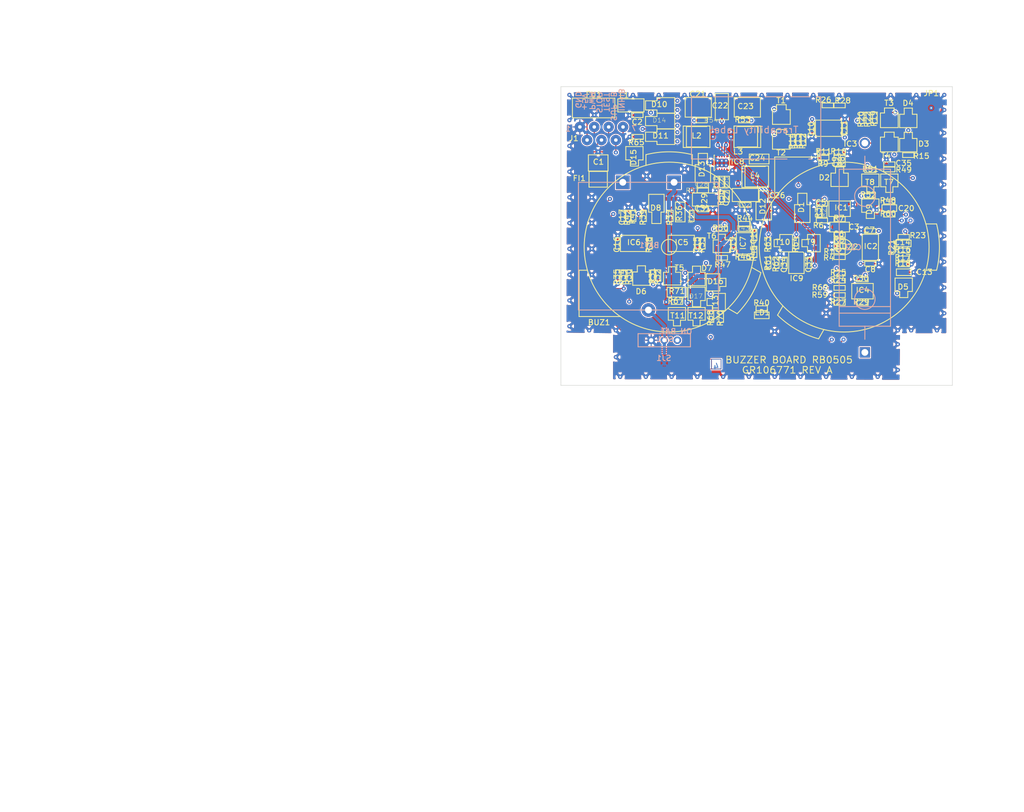
<source format=kicad_pcb>
(kicad_pcb (version 20171130) (host pcbnew "(5.1.5)-3")
  (layers (0 F.Cu signal) (1 In1.Cu signal) (2 In2.Cu signal) (31 B.Cu signal) (34 B.Paste user) (35 F.Paste user) (36 B.SilkS user) (37 F.SilkS user) (38 B.Mask user) (39 F.Mask user) (44 Edge.Cuts user))
  (net 0 "")
  (net 1 +5V)
  (net 2 TEST-BUZZER-CPU)
  (net 3 BUZ-ACT)
  (net 4 SUPPLY-BUZ-CPU)
  (net 5 -12V)
  (net 6 STOP-INV-CPU)
  (net 7 +5V_CPU)
  (net 8 N$78)
  (net 9 N$59)
  (net 10 N$58)
  (net 11 N$57)
  (net 12 N$56)
  (net 13 N$55)
  (net 14 N$54)
  (net 15 N$53)
  (net 16 N$52)
  (net 17 N$9)
  (net 18 N$51)
  (net 19 N$8)
  (net 20 N$50)
  (net 21 N$7)
  (net 22 N$6)
  (net 23 N$5)
  (net 24 N$4)
  (net 25 N$3)
  (net 26 N$2)
  (net 27 N$1)
  (net 28 N$49)
  (net 29 N$48)
  (net 30 N$47)
  (net 31 N$46)
  (net 32 N$45)
  (net 33 N$44)
  (net 34 N$43)
  (net 35 N$42)
  (net 36 TESTBUZ)
  (net 37 N$41)
  (net 38 N$40)
  (net 39 N$39)
  (net 40 N$38)
  (net 41 N$37)
  (net 42 N$36)
  (net 43 N$35)
  (net 44 N$34)
  (net 45 N$33)
  (net 46 N$32)
  (net 47 N$31)
  (net 48 GT1)
  (net 49 N$30)
  (net 50 N$29)
  (net 51 N$28)
  (net 52 N$27)
  (net 53 N$26)
  (net 54 +12V)
  (net 55 N$25)
  (net 56 N$24)
  (net 57 N$23)
  (net 58 N$22)
  (net 59 N$21)
  (net 60 N$20)
  (net 61 BATTV)
  (net 62 N$19)
  (net 63 N$18)
  (net 64 N$17)
  (net 65 N$16)
  (net 66 N$15)
  (net 67 N$14)
  (net 68 N$13)
  (net 69 N$12)
  (net 70 N$11)
  (net 71 N$10)
  (net 72 GND)
  (net 73 INHIB-STOP-INV-CPU)
  (net 74 STOP-INV)
  (net 75 VCHARG)
  (net 76 VBAT)
  (net 77 SUPPLY-BUZ)
  (net 78 PWM-BUZ)
  (net 79 SHDN2)
  (net 80 SHDN1)
  (net 81 INHIB-STOP-INV)
  (net 82 PWM-BUZZER-CPU)
  (module "" (layer F.Cu) (at 268.9528 55.0518)
    (fp_text reference "" (at 0 0) (layer F.SilkS) (effects (font (size 1.27 1.27))))
    (fp_text value "" (at 0 0) (layer F.SilkS) (effects (font (size 1.27 1.27))))
    (pad "" thru_hole circle (at 0 0) (size 0.8128 0.8128) (drill 0.3048) (layers *.Cu *.Mask) (net 72 GND))
  )
  (module "" (layer F.Cu) (at 268.9528 56.5758)
    (fp_text reference "" (at 0 0) (layer F.SilkS) (effects (font (size 1.27 1.27))))
    (fp_text value "" (at 0 0) (layer F.SilkS) (effects (font (size 1.27 1.27))))
    (pad "" thru_hole circle (at 0 0) (size 0.8128 0.8128) (drill 0.3048) (layers *.Cu *.Mask) (net 72 GND))
  )
  (module "" (layer F.Cu) (at 240.6318 52.3848)
    (fp_text reference "" (at 0 0) (layer F.SilkS) (effects (font (size 1.27 1.27))))
    (fp_text value "" (at 0 0) (layer F.SilkS) (effects (font (size 1.27 1.27))))
    (pad "" thru_hole circle (at 0 0) (size 0.8128 0.8128) (drill 0.3048) (layers *.Cu *.Mask) (net 72 GND))
  )
  (module "" (layer F.Cu) (at 233.2658 31.9378)
    (fp_text reference "" (at 0 0) (layer F.SilkS) (effects (font (size 1.27 1.27))))
    (fp_text value "" (at 0 0) (layer F.SilkS) (effects (font (size 1.27 1.27))))
    (pad "" thru_hole circle (at 0 0) (size 0.8128 0.8128) (drill 0.3048) (layers *.Cu *.Mask) (net 72 GND))
  )
  (module "" (layer F.Cu) (at 264.8888 47.1778)
    (fp_text reference "" (at 0 0) (layer F.SilkS) (effects (font (size 1.27 1.27))))
    (fp_text value "" (at 0 0) (layer F.SilkS) (effects (font (size 1.27 1.27))))
    (pad "" thru_hole circle (at 0 0) (size 0.8128 0.8128) (drill 0.3048) (layers *.Cu *.Mask) (net 72 GND))
  )
  (module "" (layer F.Cu) (at 259.1738 47.0508)
    (fp_text reference "" (at 0 0) (layer F.SilkS) (effects (font (size 1.27 1.27))))
    (fp_text value "" (at 0 0) (layer F.SilkS) (effects (font (size 1.27 1.27))))
    (pad "" thru_hole circle (at 0 0) (size 0.8128 0.8128) (drill 0.3048) (layers *.Cu *.Mask) (net 72 GND))
  )
  (module "" (layer F.Cu) (at 229.9638 24.3178)
    (fp_text reference "" (at 0 0) (layer F.SilkS) (effects (font (size 1.27 1.27))))
    (fp_text value "" (at 0 0) (layer F.SilkS) (effects (font (size 1.27 1.27))))
    (pad "" thru_hole circle (at 0 0) (size 0.8128 0.8128) (drill 0.3048) (layers *.Cu *.Mask) (net 72 GND))
  )
  (module "" (layer F.Cu) (at 240.6318 36.1288)
    (fp_text reference "" (at 0 0) (layer F.SilkS) (effects (font (size 1.27 1.27))))
    (fp_text value "" (at 0 0) (layer F.SilkS) (effects (font (size 1.27 1.27))))
    (pad "" thru_hole circle (at 0 0) (size 0.8128 0.8128) (drill 0.3048) (layers *.Cu *.Mask) (net 72 GND))
  )
  (module "" (layer F.Cu) (at 268.5718 41.8438)
    (fp_text reference "" (at 0 0) (layer F.SilkS) (effects (font (size 1.27 1.27))))
    (fp_text value "" (at 0 0) (layer F.SilkS) (effects (font (size 1.27 1.27))))
    (pad "" thru_hole circle (at 0 0) (size 0.8128 0.8128) (drill 0.3048) (layers *.Cu *.Mask) (net 72 GND))
  )
  (module "" (layer F.Cu) (at 279.824 28.7628)
    (fp_text reference "" (at 0 0) (layer F.SilkS) (effects (font (size 1.27 1.27))))
    (fp_text value "" (at 0 0) (layer F.SilkS) (effects (font (size 1.27 1.27))))
    (pad "" thru_hole circle (at 0 0) (size 0.8128 0.8128) (drill 0.3048) (layers *.Cu *.Mask) (net 72 GND))
  )
  (module "" (layer F.Cu) (at 235.6788 52.8928)
    (fp_text reference "" (at 0 0) (layer F.SilkS) (effects (font (size 1.27 1.27))))
    (fp_text value "" (at 0 0) (layer F.SilkS) (effects (font (size 1.27 1.27))))
    (pad "" thru_hole circle (at 0 0) (size 0.8128 0.8128) (drill 0.3048) (layers *.Cu *.Mask) (net 72 GND))
  )
  (module "" (layer F.Cu) (at 277.9698 38.5418)
    (fp_text reference "" (at 0 0) (layer F.SilkS) (effects (font (size 1.27 1.27))))
    (fp_text value "" (at 0 0) (layer F.SilkS) (effects (font (size 1.27 1.27))))
    (pad "" thru_hole circle (at 0 0) (size 0.8128 0.8128) (drill 0.3048) (layers *.Cu *.Mask) (net 72 GND))
  )
  (module "" (layer F.Cu) (at 291.0508 19.1108)
    (fp_text reference "" (at 0 0) (layer F.SilkS) (effects (font (size 1.27 1.27))))
    (fp_text value "" (at 0 0) (layer F.SilkS) (effects (font (size 1.27 1.27))))
    (pad "" thru_hole circle (at 0 0) (size 0.8128 0.8128) (drill 0.3048) (layers *.Cu *.Mask) (net 72 GND))
  )
  (module "" (layer F.Cu) (at 291.0508 16.1898)
    (fp_text reference "" (at 0 0) (layer F.SilkS) (effects (font (size 1.27 1.27))))
    (fp_text value "" (at 0 0) (layer F.SilkS) (effects (font (size 1.27 1.27))))
    (pad "" thru_hole circle (at 0 0) (size 0.8128 0.8128) (drill 0.3048) (layers *.Cu *.Mask) (net 72 GND))
  )
  (module "" (layer F.Cu) (at 285.6152 16.1898)
    (fp_text reference "" (at 0 0) (layer F.SilkS) (effects (font (size 1.27 1.27))))
    (fp_text value "" (at 0 0) (layer F.SilkS) (effects (font (size 1.27 1.27))))
    (pad "" thru_hole circle (at 0 0) (size 0.8128 0.8128) (drill 0.3048) (layers *.Cu *.Mask) (net 72 GND))
  )
  (module "" (layer F.Cu) (at 280.6368 16.1898)
    (fp_text reference "" (at 0 0) (layer F.SilkS) (effects (font (size 1.27 1.27))))
    (fp_text value "" (at 0 0) (layer F.SilkS) (effects (font (size 1.27 1.27))))
    (pad "" thru_hole circle (at 0 0) (size 0.8128 0.8128) (drill 0.3048) (layers *.Cu *.Mask) (net 72 GND))
  )
  (module "" (layer F.Cu) (at 270.6292 16.1898)
    (fp_text reference "" (at 0 0) (layer F.SilkS) (effects (font (size 1.27 1.27))))
    (fp_text value "" (at 0 0) (layer F.SilkS) (effects (font (size 1.27 1.27))))
    (pad "" thru_hole circle (at 0 0) (size 0.8128 0.8128) (drill 0.3048) (layers *.Cu *.Mask) (net 72 GND))
  )
  (module "" (layer F.Cu) (at 265.6254 16.1898)
    (fp_text reference "" (at 0 0) (layer F.SilkS) (effects (font (size 1.27 1.27))))
    (fp_text value "" (at 0 0) (layer F.SilkS) (effects (font (size 1.27 1.27))))
    (pad "" thru_hole circle (at 0 0) (size 0.8128 0.8128) (drill 0.3048) (layers *.Cu *.Mask) (net 72 GND))
  )
  (module "" (layer F.Cu) (at 260.6216 16.1898)
    (fp_text reference "" (at 0 0) (layer F.SilkS) (effects (font (size 1.27 1.27))))
    (fp_text value "" (at 0 0) (layer F.SilkS) (effects (font (size 1.27 1.27))))
    (pad "" thru_hole circle (at 0 0) (size 0.8128 0.8128) (drill 0.3048) (layers *.Cu *.Mask) (net 72 GND))
  )
  (module "" (layer F.Cu) (at 255.6178 16.1898)
    (fp_text reference "" (at 0 0) (layer F.SilkS) (effects (font (size 1.27 1.27))))
    (fp_text value "" (at 0 0) (layer F.SilkS) (effects (font (size 1.27 1.27))))
    (pad "" thru_hole circle (at 0 0) (size 0.8128 0.8128) (drill 0.3048) (layers *.Cu *.Mask) (net 72 GND))
  )
  (module "" (layer F.Cu) (at 250.614 16.1898)
    (fp_text reference "" (at 0 0) (layer F.SilkS) (effects (font (size 1.27 1.27))))
    (fp_text value "" (at 0 0) (layer F.SilkS) (effects (font (size 1.27 1.27))))
    (pad "" thru_hole circle (at 0 0) (size 0.8128 0.8128) (drill 0.3048) (layers *.Cu *.Mask) (net 72 GND))
  )
  (module "" (layer F.Cu) (at 245.6356 16.1898)
    (fp_text reference "" (at 0 0) (layer F.SilkS) (effects (font (size 1.27 1.27))))
    (fp_text value "" (at 0 0) (layer F.SilkS) (effects (font (size 1.27 1.27))))
    (pad "" thru_hole circle (at 0 0) (size 0.8128 0.8128) (drill 0.3048) (layers *.Cu *.Mask) (net 72 GND))
  )
  (module "" (layer F.Cu) (at 240.6318 16.1898)
    (fp_text reference "" (at 0 0) (layer F.SilkS) (effects (font (size 1.27 1.27))))
    (fp_text value "" (at 0 0) (layer F.SilkS) (effects (font (size 1.27 1.27))))
    (pad "" thru_hole circle (at 0 0) (size 0.8128 0.8128) (drill 0.3048) (layers *.Cu *.Mask) (net 72 GND))
  )
  (module "" (layer F.Cu) (at 235.628 16.1898)
    (fp_text reference "" (at 0 0) (layer F.SilkS) (effects (font (size 1.27 1.27))))
    (fp_text value "" (at 0 0) (layer F.SilkS) (effects (font (size 1.27 1.27))))
    (pad "" thru_hole circle (at 0 0) (size 0.8128 0.8128) (drill 0.3048) (layers *.Cu *.Mask) (net 72 GND))
  )
  (module "" (layer F.Cu) (at 230.6242 16.1898)
    (fp_text reference "" (at 0 0) (layer F.SilkS) (effects (font (size 1.27 1.27))))
    (fp_text value "" (at 0 0) (layer F.SilkS) (effects (font (size 1.27 1.27))))
    (pad "" thru_hole circle (at 0 0) (size 0.8128 0.8128) (drill 0.3048) (layers *.Cu *.Mask) (net 72 GND))
  )
  (module "" (layer F.Cu) (at 218.2798 16.1898)
    (fp_text reference "" (at 0 0) (layer F.SilkS) (effects (font (size 1.27 1.27))))
    (fp_text value "" (at 0 0) (layer F.SilkS) (effects (font (size 1.27 1.27))))
    (pad "" thru_hole circle (at 0 0) (size 0.8128 0.8128) (drill 0.3048) (layers *.Cu *.Mask) (net 72 GND))
  )
  (module "" (layer F.Cu) (at 229.9638 20.1268)
    (fp_text reference "" (at 0 0) (layer F.SilkS) (effects (font (size 1.27 1.27))))
    (fp_text value "" (at 0 0) (layer F.SilkS) (effects (font (size 1.27 1.27))))
    (pad "" thru_hole circle (at 0 0) (size 0.8128 0.8128) (drill 0.3048) (layers *.Cu *.Mask) (net 72 GND))
  )
  (module "" (layer F.Cu) (at 223.1312 20.1014)
    (fp_text reference "" (at 0 0) (layer F.SilkS) (effects (font (size 1.27 1.27))))
    (fp_text value "" (at 0 0) (layer F.SilkS) (effects (font (size 1.27 1.27))))
    (pad "" thru_hole circle (at 0 0) (size 0.8128 0.8128) (drill 0.3048) (layers *.Cu *.Mask) (net 72 GND))
  )
  (module "" (layer F.Cu) (at 271.7468 20.8888)
    (fp_text reference "" (at 0 0) (layer F.SilkS) (effects (font (size 1.27 1.27))))
    (fp_text value "" (at 0 0) (layer F.SilkS) (effects (font (size 1.27 1.27))))
    (pad "" thru_hole circle (at 0 0) (size 0.8128 0.8128) (drill 0.3048) (layers *.Cu *.Mask) (net 72 GND))
  )
  (module "" (layer F.Cu) (at 218.2798 21.092)
    (fp_text reference "" (at 0 0) (layer F.SilkS) (effects (font (size 1.27 1.27))))
    (fp_text value "" (at 0 0) (layer F.SilkS) (effects (font (size 1.27 1.27))))
    (pad "" thru_hole circle (at 0 0) (size 0.8128 0.8128) (drill 0.3048) (layers *.Cu *.Mask) (net 72 GND))
  )
  (module "" (layer F.Cu) (at 291.0508 23.5812)
    (fp_text reference "" (at 0 0) (layer F.SilkS) (effects (font (size 1.27 1.27))))
    (fp_text value "" (at 0 0) (layer F.SilkS) (effects (font (size 1.27 1.27))))
    (pad "" thru_hole circle (at 0 0) (size 0.8128 0.8128) (drill 0.3048) (layers *.Cu *.Mask) (net 72 GND))
  )
  (module "" (layer F.Cu) (at 265.3968 24.3178)
    (fp_text reference "" (at 0 0) (layer F.SilkS) (effects (font (size 1.27 1.27))))
    (fp_text value "" (at 0 0) (layer F.SilkS) (effects (font (size 1.27 1.27))))
    (pad "" thru_hole circle (at 0 0) (size 0.8128 0.8128) (drill 0.3048) (layers *.Cu *.Mask) (net 72 GND))
  )
  (module "" (layer F.Cu) (at 218.2798 26.0958)
    (fp_text reference "" (at 0 0) (layer F.SilkS) (effects (font (size 1.27 1.27))))
    (fp_text value "" (at 0 0) (layer F.SilkS) (effects (font (size 1.27 1.27))))
    (pad "" thru_hole circle (at 0 0) (size 0.8128 0.8128) (drill 0.3048) (layers *.Cu *.Mask) (net 72 GND))
  )
  (module "" (layer F.Cu) (at 272.2548 27.3658)
    (fp_text reference "" (at 0 0) (layer F.SilkS) (effects (font (size 1.27 1.27))))
    (fp_text value "" (at 0 0) (layer F.SilkS) (effects (font (size 1.27 1.27))))
    (pad "" thru_hole circle (at 0 0) (size 0.8128 0.8128) (drill 0.3048) (layers *.Cu *.Mask) (net 72 GND))
  )
  (module "" (layer F.Cu) (at 223.8678 27.2388)
    (fp_text reference "" (at 0 0) (layer F.SilkS) (effects (font (size 1.27 1.27))))
    (fp_text value "" (at 0 0) (layer F.SilkS) (effects (font (size 1.27 1.27))))
    (pad "" thru_hole circle (at 0 0) (size 0.8128 0.8128) (drill 0.3048) (layers *.Cu *.Mask) (net 72 GND))
  )
  (module "" (layer F.Cu) (at 266.0318 28.3818)
    (fp_text reference "" (at 0 0) (layer F.SilkS) (effects (font (size 1.27 1.27))))
    (fp_text value "" (at 0 0) (layer F.SilkS) (effects (font (size 1.27 1.27))))
    (pad "" thru_hole circle (at 0 0) (size 0.8128 0.8128) (drill 0.3048) (layers *.Cu *.Mask) (net 72 GND))
  )
  (module "" (layer F.Cu) (at 291.0508 28.585)
    (fp_text reference "" (at 0 0) (layer F.SilkS) (effects (font (size 1.27 1.27))))
    (fp_text value "" (at 0 0) (layer F.SilkS) (effects (font (size 1.27 1.27))))
    (pad "" thru_hole circle (at 0 0) (size 0.8128 0.8128) (drill 0.3048) (layers *.Cu *.Mask) (net 72 GND))
  )
  (module "" (layer F.Cu) (at 248.6836 28.966)
    (fp_text reference "" (at 0 0) (layer F.SilkS) (effects (font (size 1.27 1.27))))
    (fp_text value "" (at 0 0) (layer F.SilkS) (effects (font (size 1.27 1.27))))
    (pad "" thru_hole circle (at 0 0) (size 0.8128 0.8128) (drill 0.3048) (layers *.Cu *.Mask) (net 72 GND))
  )
  (module "" (layer F.Cu) (at 247.8708 28.966)
    (fp_text reference "" (at 0 0) (layer F.SilkS) (effects (font (size 1.27 1.27))))
    (fp_text value "" (at 0 0) (layer F.SilkS) (effects (font (size 1.27 1.27))))
    (pad "" thru_hole circle (at 0 0) (size 0.8128 0.8128) (drill 0.3048) (layers *.Cu *.Mask) (net 72 GND))
  )
  (module "" (layer F.Cu) (at 247.0326 28.966)
    (fp_text reference "" (at 0 0) (layer F.SilkS) (effects (font (size 1.27 1.27))))
    (fp_text value "" (at 0 0) (layer F.SilkS) (effects (font (size 1.27 1.27))))
    (pad "" thru_hole circle (at 0 0) (size 0.8128 0.8128) (drill 0.3048) (layers *.Cu *.Mask) (net 72 GND))
  )
  (module "" (layer F.Cu) (at 245.7118 29.2708)
    (fp_text reference "" (at 0 0) (layer F.SilkS) (effects (font (size 1.27 1.27))))
    (fp_text value "" (at 0 0) (layer F.SilkS) (effects (font (size 1.27 1.27))))
    (pad "" thru_hole circle (at 0 0) (size 0.8128 0.8128) (drill 0.3048) (layers *.Cu *.Mask) (net 72 GND))
  )
  (module "" (layer F.Cu) (at 248.6836 29.855)
    (fp_text reference "" (at 0 0) (layer F.SilkS) (effects (font (size 1.27 1.27))))
    (fp_text value "" (at 0 0) (layer F.SilkS) (effects (font (size 1.27 1.27))))
    (pad "" thru_hole circle (at 0 0) (size 0.8128 0.8128) (drill 0.3048) (layers *.Cu *.Mask) (net 72 GND))
  )
  (module "" (layer F.Cu) (at 247.8708 29.855)
    (fp_text reference "" (at 0 0) (layer F.SilkS) (effects (font (size 1.27 1.27))))
    (fp_text value "" (at 0 0) (layer F.SilkS) (effects (font (size 1.27 1.27))))
    (pad "" thru_hole circle (at 0 0) (size 0.8128 0.8128) (drill 0.3048) (layers *.Cu *.Mask) (net 72 GND))
  )
  (module "" (layer F.Cu) (at 247.0326 29.855)
    (fp_text reference "" (at 0 0) (layer F.SilkS) (effects (font (size 1.27 1.27))))
    (fp_text value "" (at 0 0) (layer F.SilkS) (effects (font (size 1.27 1.27))))
    (pad "" thru_hole circle (at 0 0) (size 0.8128 0.8128) (drill 0.3048) (layers *.Cu *.Mask) (net 72 GND))
  )
  (module "" (layer F.Cu) (at 249.9028 30.8202)
    (fp_text reference "" (at 0 0) (layer F.SilkS) (effects (font (size 1.27 1.27))))
    (fp_text value "" (at 0 0) (layer F.SilkS) (effects (font (size 1.27 1.27))))
    (pad "" thru_hole circle (at 0 0) (size 0.8128 0.8128) (drill 0.3048) (layers *.Cu *.Mask) (net 72 GND))
  )
  (module "" (layer F.Cu) (at 240.6318 30.5916)
    (fp_text reference "" (at 0 0) (layer F.SilkS) (effects (font (size 1.27 1.27))))
    (fp_text value "" (at 0 0) (layer F.SilkS) (effects (font (size 1.27 1.27))))
    (pad "" thru_hole circle (at 0 0) (size 0.8128 0.8128) (drill 0.3048) (layers *.Cu *.Mask) (net 72 GND))
  )
  (module "" (layer F.Cu) (at 218.2798 31.0996)
    (fp_text reference "" (at 0 0) (layer F.SilkS) (effects (font (size 1.27 1.27))))
    (fp_text value "" (at 0 0) (layer F.SilkS) (effects (font (size 1.27 1.27))))
    (pad "" thru_hole circle (at 0 0) (size 0.8128 0.8128) (drill 0.3048) (layers *.Cu *.Mask) (net 72 GND))
  )
  (module "" (layer F.Cu) (at 291.0508 33.5888)
    (fp_text reference "" (at 0 0) (layer F.SilkS) (effects (font (size 1.27 1.27))))
    (fp_text value "" (at 0 0) (layer F.SilkS) (effects (font (size 1.27 1.27))))
    (pad "" thru_hole circle (at 0 0) (size 0.8128 0.8128) (drill 0.3048) (layers *.Cu *.Mask) (net 72 GND))
  )
  (module "" (layer F.Cu) (at 246.8548 34.7318)
    (fp_text reference "" (at 0 0) (layer F.SilkS) (effects (font (size 1.27 1.27))))
    (fp_text value "" (at 0 0) (layer F.SilkS) (effects (font (size 1.27 1.27))))
    (pad "" thru_hole circle (at 0 0) (size 0.8128 0.8128) (drill 0.3048) (layers *.Cu *.Mask) (net 72 GND))
  )
  (module "" (layer F.Cu) (at 222.6232 36.078)
    (fp_text reference "" (at 0 0) (layer F.SilkS) (effects (font (size 1.27 1.27))))
    (fp_text value "" (at 0 0) (layer F.SilkS) (effects (font (size 1.27 1.27))))
    (pad "" thru_hole circle (at 0 0) (size 0.8128 0.8128) (drill 0.3048) (layers *.Cu *.Mask) (net 72 GND))
  )
  (module "" (layer F.Cu) (at 218.2798 36.078)
    (fp_text reference "" (at 0 0) (layer F.SilkS) (effects (font (size 1.27 1.27))))
    (fp_text value "" (at 0 0) (layer F.SilkS) (effects (font (size 1.27 1.27))))
    (pad "" thru_hole circle (at 0 0) (size 0.8128 0.8128) (drill 0.3048) (layers *.Cu *.Mask) (net 72 GND))
  )
  (module "" (layer F.Cu) (at 265.7778 37.2718)
    (fp_text reference "" (at 0 0) (layer F.SilkS) (effects (font (size 1.27 1.27))))
    (fp_text value "" (at 0 0) (layer F.SilkS) (effects (font (size 1.27 1.27))))
    (pad "" thru_hole circle (at 0 0) (size 0.8128 0.8128) (drill 0.3048) (layers *.Cu *.Mask) (net 72 GND))
  )
  (module "" (layer F.Cu) (at 273.2708 37.475)
    (fp_text reference "" (at 0 0) (layer F.SilkS) (effects (font (size 1.27 1.27))))
    (fp_text value "" (at 0 0) (layer F.SilkS) (effects (font (size 1.27 1.27))))
    (pad "" thru_hole circle (at 0 0) (size 0.8128 0.8128) (drill 0.3048) (layers *.Cu *.Mask) (net 72 GND))
  )
  (module "" (layer F.Cu) (at 232.7578 37.9068)
    (fp_text reference "" (at 0 0) (layer F.SilkS) (effects (font (size 1.27 1.27))))
    (fp_text value "" (at 0 0) (layer F.SilkS) (effects (font (size 1.27 1.27))))
    (pad "" thru_hole circle (at 0 0) (size 0.8128 0.8128) (drill 0.3048) (layers *.Cu *.Mask) (net 72 GND))
  )
  (module "" (layer F.Cu) (at 246.0928 38.5418)
    (fp_text reference "" (at 0 0) (layer F.SilkS) (effects (font (size 1.27 1.27))))
    (fp_text value "" (at 0 0) (layer F.SilkS) (effects (font (size 1.27 1.27))))
    (pad "" thru_hole circle (at 0 0) (size 0.8128 0.8128) (drill 0.3048) (layers *.Cu *.Mask) (net 72 GND))
  )
  (module "" (layer F.Cu) (at 229.7098 38.0338)
    (fp_text reference "" (at 0 0) (layer F.SilkS) (effects (font (size 1.27 1.27))))
    (fp_text value "" (at 0 0) (layer F.SilkS) (effects (font (size 1.27 1.27))))
    (pad "" thru_hole circle (at 0 0) (size 0.8128 0.8128) (drill 0.3048) (layers *.Cu *.Mask) (net 72 GND))
  )
  (module "" (layer F.Cu) (at 291.0508 38.5926)
    (fp_text reference "" (at 0 0) (layer F.SilkS) (effects (font (size 1.27 1.27))))
    (fp_text value "" (at 0 0) (layer F.SilkS) (effects (font (size 1.27 1.27))))
    (pad "" thru_hole circle (at 0 0) (size 0.8128 0.8128) (drill 0.3048) (layers *.Cu *.Mask) (net 72 GND))
  )
  (module "" (layer F.Cu) (at 258.1578 38.6688)
    (fp_text reference "" (at 0 0) (layer F.SilkS) (effects (font (size 1.27 1.27))))
    (fp_text value "" (at 0 0) (layer F.SilkS) (effects (font (size 1.27 1.27))))
    (pad "" thru_hole circle (at 0 0) (size 0.8128 0.8128) (drill 0.3048) (layers *.Cu *.Mask) (net 72 GND))
  )
  (module "" (layer F.Cu) (at 252.9508 38.6688)
    (fp_text reference "" (at 0 0) (layer F.SilkS) (effects (font (size 1.27 1.27))))
    (fp_text value "" (at 0 0) (layer F.SilkS) (effects (font (size 1.27 1.27))))
    (pad "" thru_hole circle (at 0 0) (size 0.8128 0.8128) (drill 0.3048) (layers *.Cu *.Mask) (net 72 GND))
  )
  (module "" (layer F.Cu) (at 250.614 38.5926)
    (fp_text reference "" (at 0 0) (layer F.SilkS) (effects (font (size 1.27 1.27))))
    (fp_text value "" (at 0 0) (layer F.SilkS) (effects (font (size 1.27 1.27))))
    (pad "" thru_hole circle (at 0 0) (size 0.8128 0.8128) (drill 0.3048) (layers *.Cu *.Mask) (net 72 GND))
  )
  (module "" (layer F.Cu) (at 255.9988 41.0818)
    (fp_text reference "" (at 0 0) (layer F.SilkS) (effects (font (size 1.27 1.27))))
    (fp_text value "" (at 0 0) (layer F.SilkS) (effects (font (size 1.27 1.27))))
    (pad "" thru_hole circle (at 0 0) (size 0.8128 0.8128) (drill 0.3048) (layers *.Cu *.Mask) (net 72 GND))
  )
  (module "" (layer F.Cu) (at 222.6232 41.0818)
    (fp_text reference "" (at 0 0) (layer F.SilkS) (effects (font (size 1.27 1.27))))
    (fp_text value "" (at 0 0) (layer F.SilkS) (effects (font (size 1.27 1.27))))
    (pad "" thru_hole circle (at 0 0) (size 0.8128 0.8128) (drill 0.3048) (layers *.Cu *.Mask) (net 72 GND))
  )
  (module "" (layer F.Cu) (at 218.2798 41.0818)
    (fp_text reference "" (at 0 0) (layer F.SilkS) (effects (font (size 1.27 1.27))))
    (fp_text value "" (at 0 0) (layer F.SilkS) (effects (font (size 1.27 1.27))))
    (pad "" thru_hole circle (at 0 0) (size 0.8128 0.8128) (drill 0.3048) (layers *.Cu *.Mask) (net 72 GND))
  )
  (module "" (layer F.Cu) (at 254.2208 41.8438)
    (fp_text reference "" (at 0 0) (layer F.SilkS) (effects (font (size 1.27 1.27))))
    (fp_text value "" (at 0 0) (layer F.SilkS) (effects (font (size 1.27 1.27))))
    (pad "" thru_hole circle (at 0 0) (size 0.8128 0.8128) (drill 0.3048) (layers *.Cu *.Mask) (net 72 GND))
  )
  (module "" (layer F.Cu) (at 274.9218 42.6058)
    (fp_text reference "" (at 0 0) (layer F.SilkS) (effects (font (size 1.27 1.27))))
    (fp_text value "" (at 0 0) (layer F.SilkS) (effects (font (size 1.27 1.27))))
    (pad "" thru_hole circle (at 0 0) (size 0.8128 0.8128) (drill 0.3048) (layers *.Cu *.Mask) (net 72 GND))
  )
  (module "" (layer F.Cu) (at 291.0508 43.5964)
    (fp_text reference "" (at 0 0) (layer F.SilkS) (effects (font (size 1.27 1.27))))
    (fp_text value "" (at 0 0) (layer F.SilkS) (effects (font (size 1.27 1.27))))
    (pad "" thru_hole circle (at 0 0) (size 0.8128 0.8128) (drill 0.3048) (layers *.Cu *.Mask) (net 72 GND))
  )
  (module "" (layer F.Cu) (at 227.6778 43.4948)
    (fp_text reference "" (at 0 0) (layer F.SilkS) (effects (font (size 1.27 1.27))))
    (fp_text value "" (at 0 0) (layer F.SilkS) (effects (font (size 1.27 1.27))))
    (pad "" thru_hole circle (at 0 0) (size 0.8128 0.8128) (drill 0.3048) (layers *.Cu *.Mask) (net 72 GND))
  )
  (module "" (layer F.Cu) (at 269.2068 45.5268)
    (fp_text reference "" (at 0 0) (layer F.SilkS) (effects (font (size 1.27 1.27))))
    (fp_text value "" (at 0 0) (layer F.SilkS) (effects (font (size 1.27 1.27))))
    (pad "" thru_hole circle (at 0 0) (size 0.8128 0.8128) (drill 0.3048) (layers *.Cu *.Mask) (net 72 GND))
  )
  (module "" (layer F.Cu) (at 222.6232 46.0856)
    (fp_text reference "" (at 0 0) (layer F.SilkS) (effects (font (size 1.27 1.27))))
    (fp_text value "" (at 0 0) (layer F.SilkS) (effects (font (size 1.27 1.27))))
    (pad "" thru_hole circle (at 0 0) (size 0.8128 0.8128) (drill 0.3048) (layers *.Cu *.Mask) (net 72 GND))
  )
  (module "" (layer F.Cu) (at 218.2798 46.0856)
    (fp_text reference "" (at 0 0) (layer F.SilkS) (effects (font (size 1.27 1.27))))
    (fp_text value "" (at 0 0) (layer F.SilkS) (effects (font (size 1.27 1.27))))
    (pad "" thru_hole circle (at 0 0) (size 0.8128 0.8128) (drill 0.3048) (layers *.Cu *.Mask) (net 72 GND))
  )
  (module "" (layer F.Cu) (at 250.1568 46.5428)
    (fp_text reference "" (at 0 0) (layer F.SilkS) (effects (font (size 1.27 1.27))))
    (fp_text value "" (at 0 0) (layer F.SilkS) (effects (font (size 1.27 1.27))))
    (pad "" thru_hole circle (at 0 0) (size 0.8128 0.8128) (drill 0.3048) (layers *.Cu *.Mask) (net 72 GND))
  )
  (module "" (layer F.Cu) (at 243.1718 46.5428)
    (fp_text reference "" (at 0 0) (layer F.SilkS) (effects (font (size 1.27 1.27))))
    (fp_text value "" (at 0 0) (layer F.SilkS) (effects (font (size 1.27 1.27))))
    (pad "" thru_hole circle (at 0 0) (size 0.8128 0.8128) (drill 0.3048) (layers *.Cu *.Mask) (net 72 GND))
  )
  (module "" (layer F.Cu) (at 291.0508 48.6002)
    (fp_text reference "" (at 0 0) (layer F.SilkS) (effects (font (size 1.27 1.27))))
    (fp_text value "" (at 0 0) (layer F.SilkS) (effects (font (size 1.27 1.27))))
    (pad "" thru_hole circle (at 0 0) (size 0.8128 0.8128) (drill 0.3048) (layers *.Cu *.Mask) (net 72 GND))
  )
  (module "" (layer F.Cu) (at 284.7008 49.0828)
    (fp_text reference "" (at 0 0) (layer F.SilkS) (effects (font (size 1.27 1.27))))
    (fp_text value "" (at 0 0) (layer F.SilkS) (effects (font (size 1.27 1.27))))
    (pad "" thru_hole circle (at 0 0) (size 0.8128 0.8128) (drill 0.3048) (layers *.Cu *.Mask) (net 72 GND))
  )
  (module "" (layer F.Cu) (at 278.3508 48.9558)
    (fp_text reference "" (at 0 0) (layer F.SilkS) (effects (font (size 1.27 1.27))))
    (fp_text value "" (at 0 0) (layer F.SilkS) (effects (font (size 1.27 1.27))))
    (pad "" thru_hole circle (at 0 0) (size 0.8128 0.8128) (drill 0.3048) (layers *.Cu *.Mask) (net 72 GND))
  )
  (module "" (layer F.Cu) (at 285.0818 50.6068)
    (fp_text reference "" (at 0 0) (layer F.SilkS) (effects (font (size 1.27 1.27))))
    (fp_text value "" (at 0 0) (layer F.SilkS) (effects (font (size 1.27 1.27))))
    (pad "" thru_hole circle (at 0 0) (size 0.8128 0.8128) (drill 0.3048) (layers *.Cu *.Mask) (net 72 GND))
  )
  (module "" (layer F.Cu) (at 222.6232 51.0894)
    (fp_text reference "" (at 0 0) (layer F.SilkS) (effects (font (size 1.27 1.27))))
    (fp_text value "" (at 0 0) (layer F.SilkS) (effects (font (size 1.27 1.27))))
    (pad "" thru_hole circle (at 0 0) (size 0.8128 0.8128) (drill 0.3048) (layers *.Cu *.Mask) (net 72 GND))
  )
  (module "" (layer F.Cu) (at 218.2798 51.0894)
    (fp_text reference "" (at 0 0) (layer F.SilkS) (effects (font (size 1.27 1.27))))
    (fp_text value "" (at 0 0) (layer F.SilkS) (effects (font (size 1.27 1.27))))
    (pad "" thru_hole circle (at 0 0) (size 0.8128 0.8128) (drill 0.3048) (layers *.Cu *.Mask) (net 72 GND))
  )
  (module "" (layer F.Cu) (at 273.6518 52.0038)
    (fp_text reference "" (at 0 0) (layer F.SilkS) (effects (font (size 1.27 1.27))))
    (fp_text value "" (at 0 0) (layer F.SilkS) (effects (font (size 1.27 1.27))))
    (pad "" thru_hole circle (at 0 0) (size 0.8128 0.8128) (drill 0.3048) (layers *.Cu *.Mask) (net 72 GND))
  )
  (module "" (layer F.Cu) (at 227.6778 52.8928)
    (fp_text reference "" (at 0 0) (layer F.SilkS) (effects (font (size 1.27 1.27))))
    (fp_text value "" (at 0 0) (layer F.SilkS) (effects (font (size 1.27 1.27))))
    (pad "" thru_hole circle (at 0 0) (size 0.8128 0.8128) (drill 0.3048) (layers *.Cu *.Mask) (net 72 GND))
  )
  (module "" (layer F.Cu) (at 291.0508 53.5786)
    (fp_text reference "" (at 0 0) (layer F.SilkS) (effects (font (size 1.27 1.27))))
    (fp_text value "" (at 0 0) (layer F.SilkS) (effects (font (size 1.27 1.27))))
    (pad "" thru_hole circle (at 0 0) (size 0.8128 0.8128) (drill 0.3048) (layers *.Cu *.Mask) (net 72 GND))
  )
  (module "" (layer F.Cu) (at 218.2798 56.0932)
    (fp_text reference "" (at 0 0) (layer F.SilkS) (effects (font (size 1.27 1.27))))
    (fp_text value "" (at 0 0) (layer F.SilkS) (effects (font (size 1.27 1.27))))
    (pad "" thru_hole circle (at 0 0) (size 0.8128 0.8128) (drill 0.3048) (layers *.Cu *.Mask) (net 72 GND))
  )
  (module "" (layer F.Cu) (at 291.0508 58.5824)
    (fp_text reference "" (at 0 0) (layer F.SilkS) (effects (font (size 1.27 1.27))))
    (fp_text value "" (at 0 0) (layer F.SilkS) (effects (font (size 1.27 1.27))))
    (pad "" thru_hole circle (at 0 0) (size 0.8128 0.8128) (drill 0.3048) (layers *.Cu *.Mask) (net 72 GND))
  )
  (module "" (layer F.Cu) (at 268.1146 58.5824)
    (fp_text reference "" (at 0 0) (layer F.SilkS) (effects (font (size 1.27 1.27))))
    (fp_text value "" (at 0 0) (layer F.SilkS) (effects (font (size 1.27 1.27))))
    (pad "" thru_hole circle (at 0 0) (size 0.8128 0.8128) (drill 0.3048) (layers *.Cu *.Mask) (net 72 GND))
  )
  (module "" (layer F.Cu) (at 218.2798 61.097)
    (fp_text reference "" (at 0 0) (layer F.SilkS) (effects (font (size 1.27 1.27))))
    (fp_text value "" (at 0 0) (layer F.SilkS) (effects (font (size 1.27 1.27))))
    (pad "" thru_hole circle (at 0 0) (size 0.8128 0.8128) (drill 0.3048) (layers *.Cu *.Mask) (net 72 GND))
  )
  (module "" (layer F.Cu) (at 289.6284 61.9098)
    (fp_text reference "" (at 0 0) (layer F.SilkS) (effects (font (size 1.27 1.27))))
    (fp_text value "" (at 0 0) (layer F.SilkS) (effects (font (size 1.27 1.27))))
    (pad "" thru_hole circle (at 0 0) (size 0.8128 0.8128) (drill 0.3048) (layers *.Cu *.Mask) (net 72 GND))
  )
  (module "" (layer F.Cu) (at 284.6246 61.9098)
    (fp_text reference "" (at 0 0) (layer F.SilkS) (effects (font (size 1.27 1.27))))
    (fp_text value "" (at 0 0) (layer F.SilkS) (effects (font (size 1.27 1.27))))
    (pad "" thru_hole circle (at 0 0) (size 0.8128 0.8128) (drill 0.3048) (layers *.Cu *.Mask) (net 72 GND))
  )
  (module "" (layer F.Cu) (at 282.0338 61.9098)
    (fp_text reference "" (at 0 0) (layer F.SilkS) (effects (font (size 1.27 1.27))))
    (fp_text value "" (at 0 0) (layer F.SilkS) (effects (font (size 1.27 1.27))))
    (pad "" thru_hole circle (at 0 0) (size 0.8128 0.8128) (drill 0.3048) (layers *.Cu *.Mask) (net 72 GND))
  )
  (module "" (layer F.Cu) (at 227.2968 61.9098)
    (fp_text reference "" (at 0 0) (layer F.SilkS) (effects (font (size 1.27 1.27))))
    (fp_text value "" (at 0 0) (layer F.SilkS) (effects (font (size 1.27 1.27))))
    (pad "" thru_hole circle (at 0 0) (size 0.8128 0.8128) (drill 0.3048) (layers *.Cu *.Mask) (net 72 GND))
  )
  (module "" (layer F.Cu) (at 222.1152 61.9098)
    (fp_text reference "" (at 0 0) (layer F.SilkS) (effects (font (size 1.27 1.27))))
    (fp_text value "" (at 0 0) (layer F.SilkS) (effects (font (size 1.27 1.27))))
    (pad "" thru_hole circle (at 0 0) (size 0.8128 0.8128) (drill 0.3048) (layers *.Cu *.Mask) (net 72 GND))
  )
  (module "" (layer F.Cu) (at 258.1324 62.0876)
    (fp_text reference "" (at 0 0) (layer F.SilkS) (effects (font (size 1.27 1.27))))
    (fp_text value "" (at 0 0) (layer F.SilkS) (effects (font (size 1.27 1.27))))
    (pad "" thru_hole circle (at 0 0) (size 0.8128 0.8128) (drill 0.3048) (layers *.Cu *.Mask) (net 72 GND))
  )
  (module "" (layer F.Cu) (at 282.0338 64.6022)
    (fp_text reference "" (at 0 0) (layer F.SilkS) (effects (font (size 1.27 1.27))))
    (fp_text value "" (at 0 0) (layer F.SilkS) (effects (font (size 1.27 1.27))))
    (pad "" thru_hole circle (at 0 0) (size 0.8128 0.8128) (drill 0.3048) (layers *.Cu *.Mask) (net 72 GND))
  )
  (module "" (layer F.Cu) (at 227.2968 67.0914)
    (fp_text reference "" (at 0 0) (layer F.SilkS) (effects (font (size 1.27 1.27))))
    (fp_text value "" (at 0 0) (layer F.SilkS) (effects (font (size 1.27 1.27))))
    (pad "" thru_hole circle (at 0 0) (size 0.8128 0.8128) (drill 0.3048) (layers *.Cu *.Mask) (net 72 GND))
  )
  (module "" (layer F.Cu) (at 282.0338 69.5806)
    (fp_text reference "" (at 0 0) (layer F.SilkS) (effects (font (size 1.27 1.27))))
    (fp_text value "" (at 0 0) (layer F.SilkS) (effects (font (size 1.27 1.27))))
    (pad "" thru_hole circle (at 0 0) (size 0.8128 0.8128) (drill 0.3048) (layers *.Cu *.Mask) (net 72 GND))
  )
  (module "" (layer F.Cu) (at 278.1222 70.9268)
    (fp_text reference "" (at 0 0) (layer F.SilkS) (effects (font (size 1.27 1.27))))
    (fp_text value "" (at 0 0) (layer F.SilkS) (effects (font (size 1.27 1.27))))
    (pad "" thru_hole circle (at 0 0) (size 0.8128 0.8128) (drill 0.3048) (layers *.Cu *.Mask) (net 72 GND))
  )
  (module "" (layer F.Cu) (at 273.1184 70.9268)
    (fp_text reference "" (at 0 0) (layer F.SilkS) (effects (font (size 1.27 1.27))))
    (fp_text value "" (at 0 0) (layer F.SilkS) (effects (font (size 1.27 1.27))))
    (pad "" thru_hole circle (at 0 0) (size 0.8128 0.8128) (drill 0.3048) (layers *.Cu *.Mask) (net 72 GND))
  )
  (module "" (layer F.Cu) (at 268.1146 70.9268)
    (fp_text reference "" (at 0 0) (layer F.SilkS) (effects (font (size 1.27 1.27))))
    (fp_text value "" (at 0 0) (layer F.SilkS) (effects (font (size 1.27 1.27))))
    (pad "" thru_hole circle (at 0 0) (size 0.8128 0.8128) (drill 0.3048) (layers *.Cu *.Mask) (net 72 GND))
  )
  (module "" (layer F.Cu) (at 263.1362 70.9268)
    (fp_text reference "" (at 0 0) (layer F.SilkS) (effects (font (size 1.27 1.27))))
    (fp_text value "" (at 0 0) (layer F.SilkS) (effects (font (size 1.27 1.27))))
    (pad "" thru_hole circle (at 0 0) (size 0.8128 0.8128) (drill 0.3048) (layers *.Cu *.Mask) (net 72 GND))
  )
  (module "" (layer F.Cu) (at 258.1324 70.9268)
    (fp_text reference "" (at 0 0) (layer F.SilkS) (effects (font (size 1.27 1.27))))
    (fp_text value "" (at 0 0) (layer F.SilkS) (effects (font (size 1.27 1.27))))
    (pad "" thru_hole circle (at 0 0) (size 0.8128 0.8128) (drill 0.3048) (layers *.Cu *.Mask) (net 72 GND))
  )
  (module "" (layer F.Cu) (at 253.1286 70.9268)
    (fp_text reference "" (at 0 0) (layer F.SilkS) (effects (font (size 1.27 1.27))))
    (fp_text value "" (at 0 0) (layer F.SilkS) (effects (font (size 1.27 1.27))))
    (pad "" thru_hole circle (at 0 0) (size 0.8128 0.8128) (drill 0.3048) (layers *.Cu *.Mask) (net 72 GND))
  )
  (module "" (layer F.Cu) (at 248.1248 70.9268)
    (fp_text reference "" (at 0 0) (layer F.SilkS) (effects (font (size 1.27 1.27))))
    (fp_text value "" (at 0 0) (layer F.SilkS) (effects (font (size 1.27 1.27))))
    (pad "" thru_hole circle (at 0 0) (size 0.8128 0.8128) (drill 0.3048) (layers *.Cu *.Mask) (net 72 GND))
  )
  (module "" (layer F.Cu) (at 243.121 70.9268)
    (fp_text reference "" (at 0 0) (layer F.SilkS) (effects (font (size 1.27 1.27))))
    (fp_text value "" (at 0 0) (layer F.SilkS) (effects (font (size 1.27 1.27))))
    (pad "" thru_hole circle (at 0 0) (size 0.8128 0.8128) (drill 0.3048) (layers *.Cu *.Mask) (net 72 GND))
  )
  (module "" (layer F.Cu) (at 238.1172 70.9268)
    (fp_text reference "" (at 0 0) (layer F.SilkS) (effects (font (size 1.27 1.27))))
    (fp_text value "" (at 0 0) (layer F.SilkS) (effects (font (size 1.27 1.27))))
    (pad "" thru_hole circle (at 0 0) (size 0.8128 0.8128) (drill 0.3048) (layers *.Cu *.Mask) (net 72 GND))
  )
  (module "" (layer F.Cu) (at 233.1134 70.9268)
    (fp_text reference "" (at 0 0) (layer F.SilkS) (effects (font (size 1.27 1.27))))
    (fp_text value "" (at 0 0) (layer F.SilkS) (effects (font (size 1.27 1.27))))
    (pad "" thru_hole circle (at 0 0) (size 0.8128 0.8128) (drill 0.3048) (layers *.Cu *.Mask) (net 72 GND))
  )
  (module "" (layer F.Cu) (at 228.135 70.9268)
    (fp_text reference "" (at 0 0) (layer F.SilkS) (effects (font (size 1.27 1.27))))
    (fp_text value "" (at 0 0) (layer F.SilkS) (effects (font (size 1.27 1.27))))
    (pad "" thru_hole circle (at 0 0) (size 0.8128 0.8128) (drill 0.3048) (layers *.Cu *.Mask) (net 72 GND))
  )
  (module "" (layer F.Cu) (at 239.4126 36.332)
    (fp_text reference "" (at 0 0) (layer F.SilkS) (effects (font (size 1.27 1.27))))
    (fp_text value "" (at 0 0) (layer F.SilkS) (effects (font (size 1.27 1.27))))
  )
  (module "" (layer F.Cu) (at 237.0758 56.398)
    (fp_text reference "" (at 0 0) (layer F.SilkS) (effects (font (size 1.27 1.27))))
    (fp_text value "" (at 0 0) (layer F.SilkS) (effects (font (size 1.27 1.27))))
  )
  (module "" (layer F.Cu) (at 268.0638 53.6548)
    (fp_text reference "" (at 0 0) (layer F.SilkS) (effects (font (size 1.27 1.27))))
    (fp_text value "" (at 0 0) (layer F.SilkS) (effects (font (size 1.27 1.27))))
  )
  (module "" (layer F.Cu) (at 268.9528 55.0518)
    (fp_text reference "" (at 0 0) (layer F.SilkS) (effects (font (size 1.27 1.27))))
    (fp_text value "" (at 0 0) (layer F.SilkS) (effects (font (size 1.27 1.27))))
  )
  (module "" (layer F.Cu) (at 268.9528 56.5758)
    (fp_text reference "" (at 0 0) (layer F.SilkS) (effects (font (size 1.27 1.27))))
    (fp_text value "" (at 0 0) (layer F.SilkS) (effects (font (size 1.27 1.27))))
  )
  (module "" (layer F.Cu) (at 245.7118 63.1798)
    (fp_text reference "" (at 0 0) (layer F.SilkS) (effects (font (size 1.27 1.27))))
    (fp_text value "" (at 0 0) (layer F.SilkS) (effects (font (size 1.27 1.27))))
  )
  (module "" (layer F.Cu) (at 244.7974 48.8288)
    (fp_text reference "" (at 0 0) (layer F.SilkS) (effects (font (size 1.27 1.27))))
    (fp_text value "" (at 0 0) (layer F.SilkS) (effects (font (size 1.27 1.27))))
  )
  (module "" (layer F.Cu) (at 245.7118 54.7978)
    (fp_text reference "" (at 0 0) (layer F.SilkS) (effects (font (size 1.27 1.27))))
    (fp_text value "" (at 0 0) (layer F.SilkS) (effects (font (size 1.27 1.27))))
  )
  (module "" (layer F.Cu) (at 241.2668 56.5758)
    (fp_text reference "" (at 0 0) (layer F.SilkS) (effects (font (size 1.27 1.27))))
    (fp_text value "" (at 0 0) (layer F.SilkS) (effects (font (size 1.27 1.27))))
  )
  (module "" (layer F.Cu) (at 240.7588 50.7338)
    (fp_text reference "" (at 0 0) (layer F.SilkS) (effects (font (size 1.27 1.27))))
    (fp_text value "" (at 0 0) (layer F.SilkS) (effects (font (size 1.27 1.27))))
  )
  (module "" (layer F.Cu) (at 240.6318 52.3848)
    (fp_text reference "" (at 0 0) (layer F.SilkS) (effects (font (size 1.27 1.27))))
    (fp_text value "" (at 0 0) (layer F.SilkS) (effects (font (size 1.27 1.27))))
  )
  (module "" (layer F.Cu) (at 228.6938 22.4128)
    (fp_text reference "" (at 0 0) (layer F.SilkS) (effects (font (size 1.27 1.27))))
    (fp_text value "" (at 0 0) (layer F.SilkS) (effects (font (size 1.27 1.27))))
  )
  (module "" (layer F.Cu) (at 227.2968 24.9528)
    (fp_text reference "" (at 0 0) (layer F.SilkS) (effects (font (size 1.27 1.27))))
    (fp_text value "" (at 0 0) (layer F.SilkS) (effects (font (size 1.27 1.27))))
  )
  (module "" (layer F.Cu) (at 225.8998 22.4128)
    (fp_text reference "" (at 0 0) (layer F.SilkS) (effects (font (size 1.27 1.27))))
    (fp_text value "" (at 0 0) (layer F.SilkS) (effects (font (size 1.27 1.27))))
  )
  (module "" (layer F.Cu) (at 224.5028 24.9528)
    (fp_text reference "" (at 0 0) (layer F.SilkS) (effects (font (size 1.27 1.27))))
    (fp_text value "" (at 0 0) (layer F.SilkS) (effects (font (size 1.27 1.27))))
  )
  (module "" (layer F.Cu) (at 223.1058 22.4128)
    (fp_text reference "" (at 0 0) (layer F.SilkS) (effects (font (size 1.27 1.27))))
    (fp_text value "" (at 0 0) (layer F.SilkS) (effects (font (size 1.27 1.27))))
  )
  (module "" (layer F.Cu) (at 221.7088 24.9528)
    (fp_text reference "" (at 0 0) (layer F.SilkS) (effects (font (size 1.27 1.27))))
    (fp_text value "" (at 0 0) (layer F.SilkS) (effects (font (size 1.27 1.27))))
  )
  (module "" (layer F.Cu) (at 220.3118 22.4128)
    (fp_text reference "" (at 0 0) (layer F.SilkS) (effects (font (size 1.27 1.27))))
    (fp_text value "" (at 0 0) (layer F.SilkS) (effects (font (size 1.27 1.27))))
  )
  (module "" (layer F.Cu) (at 233.2658 31.9378)
    (fp_text reference "" (at 0 0) (layer F.SilkS) (effects (font (size 1.27 1.27))))
    (fp_text value "" (at 0 0) (layer F.SilkS) (effects (font (size 1.27 1.27))))
  )
  (module "" (layer F.Cu) (at 256.9386 43.2408)
    (fp_text reference "" (at 0 0) (layer F.SilkS) (effects (font (size 1.27 1.27))))
    (fp_text value "" (at 0 0) (layer F.SilkS) (effects (font (size 1.27 1.27))))
  )
  (module "" (layer F.Cu) (at 262.3488 43.2408)
    (fp_text reference "" (at 0 0) (layer F.SilkS) (effects (font (size 1.27 1.27))))
    (fp_text value "" (at 0 0) (layer F.SilkS) (effects (font (size 1.27 1.27))))
  )
  (module "" (layer F.Cu) (at 265.9048 49.3368)
    (fp_text reference "" (at 0 0) (layer F.SilkS) (effects (font (size 1.27 1.27))))
    (fp_text value "" (at 0 0) (layer F.SilkS) (effects (font (size 1.27 1.27))))
  )
  (module "" (layer F.Cu) (at 264.8888 47.1778)
    (fp_text reference "" (at 0 0) (layer F.SilkS) (effects (font (size 1.27 1.27))))
    (fp_text value "" (at 0 0) (layer F.SilkS) (effects (font (size 1.27 1.27))))
  )
  (module "" (layer F.Cu) (at 259.1738 47.0508)
    (fp_text reference "" (at 0 0) (layer F.SilkS) (effects (font (size 1.27 1.27))))
    (fp_text value "" (at 0 0) (layer F.SilkS) (effects (font (size 1.27 1.27))))
  )
  (module "" (layer F.Cu) (at 248.6836 25.918)
    (fp_text reference "" (at 0 0) (layer F.SilkS) (effects (font (size 1.27 1.27))))
    (fp_text value "" (at 0 0) (layer F.SilkS) (effects (font (size 1.27 1.27))))
  )
  (module "" (layer F.Cu) (at 247.1088 25.918)
    (fp_text reference "" (at 0 0) (layer F.SilkS) (effects (font (size 1.27 1.27))))
    (fp_text value "" (at 0 0) (layer F.SilkS) (effects (font (size 1.27 1.27))))
  )
  (module "" (layer F.Cu) (at 249.6488 24.3178)
    (fp_text reference "" (at 0 0) (layer F.SilkS) (effects (font (size 1.27 1.27))))
    (fp_text value "" (at 0 0) (layer F.SilkS) (effects (font (size 1.27 1.27))))
  )
  (module "" (layer F.Cu) (at 246.1436 24.3178)
    (fp_text reference "" (at 0 0) (layer F.SilkS) (effects (font (size 1.27 1.27))))
    (fp_text value "" (at 0 0) (layer F.SilkS) (effects (font (size 1.27 1.27))))
  )
  (module "" (layer F.Cu) (at 246.1436 23.378)
    (fp_text reference "" (at 0 0) (layer F.SilkS) (effects (font (size 1.27 1.27))))
    (fp_text value "" (at 0 0) (layer F.SilkS) (effects (font (size 1.27 1.27))))
  )
  (module "" (layer F.Cu) (at 242.5114 21.1428)
    (fp_text reference "" (at 0 0) (layer F.SilkS) (effects (font (size 1.27 1.27))))
    (fp_text value "" (at 0 0) (layer F.SilkS) (effects (font (size 1.27 1.27))))
  )
  (module "" (layer F.Cu) (at 247.8708 21.2698)
    (fp_text reference "" (at 0 0) (layer F.SilkS) (effects (font (size 1.27 1.27))))
    (fp_text value "" (at 0 0) (layer F.SilkS) (effects (font (size 1.27 1.27))))
  )
  (module "" (layer F.Cu) (at 253.6112 21.1428)
    (fp_text reference "" (at 0 0) (layer F.SilkS) (effects (font (size 1.27 1.27))))
    (fp_text value "" (at 0 0) (layer F.SilkS) (effects (font (size 1.27 1.27))))
  )
  (module "" (layer F.Cu) (at 229.9638 24.3178)
    (fp_text reference "" (at 0 0) (layer F.SilkS) (effects (font (size 1.27 1.27))))
    (fp_text value "" (at 0 0) (layer F.SilkS) (effects (font (size 1.27 1.27))))
  )
  (module "" (layer F.Cu) (at 240.6318 36.1288)
    (fp_text reference "" (at 0 0) (layer F.SilkS) (effects (font (size 1.27 1.27))))
    (fp_text value "" (at 0 0) (layer F.SilkS) (effects (font (size 1.27 1.27))))
  )
  (module "" (layer F.Cu) (at 229.8876 56.3218)
    (fp_text reference "" (at 0 0) (layer F.SilkS) (effects (font (size 1.27 1.27))))
    (fp_text value "" (at 0 0) (layer F.SilkS) (effects (font (size 1.27 1.27))))
  )
  (module "" (layer F.Cu) (at 249.6488 23.378)
    (fp_text reference "" (at 0 0) (layer F.SilkS) (effects (font (size 1.27 1.27))))
    (fp_text value "" (at 0 0) (layer F.SilkS) (effects (font (size 1.27 1.27))))
  )
  (module "" (layer F.Cu) (at 268.5718 41.8438)
    (fp_text reference "" (at 0 0) (layer F.SilkS) (effects (font (size 1.27 1.27))))
    (fp_text value "" (at 0 0) (layer F.SilkS) (effects (font (size 1.27 1.27))))
  )
  (module "" (layer F.Cu) (at 279.824 28.7628)
    (fp_text reference "" (at 0 0) (layer F.SilkS) (effects (font (size 1.27 1.27))))
    (fp_text value "" (at 0 0) (layer F.SilkS) (effects (font (size 1.27 1.27))))
  )
  (module "" (layer F.Cu) (at 284.9548 32.3188)
    (fp_text reference "" (at 0 0) (layer F.SilkS) (effects (font (size 1.27 1.27))))
    (fp_text value "" (at 0 0) (layer F.SilkS) (effects (font (size 1.27 1.27))))
  )
  (module "" (layer F.Cu) (at 262.7298 33.7158)
    (fp_text reference "" (at 0 0) (layer F.SilkS) (effects (font (size 1.27 1.27))))
    (fp_text value "" (at 0 0) (layer F.SilkS) (effects (font (size 1.27 1.27))))
  )
  (module "" (layer F.Cu) (at 235.6788 52.8928)
    (fp_text reference "" (at 0 0) (layer F.SilkS) (effects (font (size 1.27 1.27))))
    (fp_text value "" (at 0 0) (layer F.SilkS) (effects (font (size 1.27 1.27))))
  )
  (module "" (layer F.Cu) (at 228.8208 53.7818)
    (fp_text reference "" (at 0 0) (layer F.SilkS) (effects (font (size 1.27 1.27))))
    (fp_text value "" (at 0 0) (layer F.SilkS) (effects (font (size 1.27 1.27))))
  )
  (module "" (layer F.Cu) (at 277.9698 38.5418)
    (fp_text reference "" (at 0 0) (layer F.SilkS) (effects (font (size 1.27 1.27))))
    (fp_text value "" (at 0 0) (layer F.SilkS) (effects (font (size 1.27 1.27))))
  )
  (module "" (layer F.Cu) (at 291.0508 19.1108)
    (fp_text reference "" (at 0 0) (layer F.SilkS) (effects (font (size 1.27 1.27))))
    (fp_text value "" (at 0 0) (layer F.SilkS) (effects (font (size 1.27 1.27))))
  )
  (module "" (layer F.Cu) (at 291.0508 16.1898)
    (fp_text reference "" (at 0 0) (layer F.SilkS) (effects (font (size 1.27 1.27))))
    (fp_text value "" (at 0 0) (layer F.SilkS) (effects (font (size 1.27 1.27))))
  )
  (module "" (layer F.Cu) (at 285.6152 16.1898)
    (fp_text reference "" (at 0 0) (layer F.SilkS) (effects (font (size 1.27 1.27))))
    (fp_text value "" (at 0 0) (layer F.SilkS) (effects (font (size 1.27 1.27))))
  )
  (module "" (layer F.Cu) (at 280.6368 16.1898)
    (fp_text reference "" (at 0 0) (layer F.SilkS) (effects (font (size 1.27 1.27))))
    (fp_text value "" (at 0 0) (layer F.SilkS) (effects (font (size 1.27 1.27))))
  )
  (module "" (layer F.Cu) (at 270.6292 16.1898)
    (fp_text reference "" (at 0 0) (layer F.SilkS) (effects (font (size 1.27 1.27))))
    (fp_text value "" (at 0 0) (layer F.SilkS) (effects (font (size 1.27 1.27))))
  )
  (module "" (layer F.Cu) (at 265.6254 16.1898)
    (fp_text reference "" (at 0 0) (layer F.SilkS) (effects (font (size 1.27 1.27))))
    (fp_text value "" (at 0 0) (layer F.SilkS) (effects (font (size 1.27 1.27))))
  )
  (module "" (layer F.Cu) (at 260.6216 16.1898)
    (fp_text reference "" (at 0 0) (layer F.SilkS) (effects (font (size 1.27 1.27))))
    (fp_text value "" (at 0 0) (layer F.SilkS) (effects (font (size 1.27 1.27))))
  )
  (module "" (layer F.Cu) (at 255.6178 16.1898)
    (fp_text reference "" (at 0 0) (layer F.SilkS) (effects (font (size 1.27 1.27))))
    (fp_text value "" (at 0 0) (layer F.SilkS) (effects (font (size 1.27 1.27))))
  )
  (module "" (layer F.Cu) (at 250.614 16.1898)
    (fp_text reference "" (at 0 0) (layer F.SilkS) (effects (font (size 1.27 1.27))))
    (fp_text value "" (at 0 0) (layer F.SilkS) (effects (font (size 1.27 1.27))))
  )
  (module "" (layer F.Cu) (at 245.6356 16.1898)
    (fp_text reference "" (at 0 0) (layer F.SilkS) (effects (font (size 1.27 1.27))))
    (fp_text value "" (at 0 0) (layer F.SilkS) (effects (font (size 1.27 1.27))))
  )
  (module "" (layer F.Cu) (at 240.6318 16.1898)
    (fp_text reference "" (at 0 0) (layer F.SilkS) (effects (font (size 1.27 1.27))))
    (fp_text value "" (at 0 0) (layer F.SilkS) (effects (font (size 1.27 1.27))))
  )
  (module "" (layer F.Cu) (at 235.628 16.1898)
    (fp_text reference "" (at 0 0) (layer F.SilkS) (effects (font (size 1.27 1.27))))
    (fp_text value "" (at 0 0) (layer F.SilkS) (effects (font (size 1.27 1.27))))
  )
  (module "" (layer F.Cu) (at 230.6242 16.1898)
    (fp_text reference "" (at 0 0) (layer F.SilkS) (effects (font (size 1.27 1.27))))
    (fp_text value "" (at 0 0) (layer F.SilkS) (effects (font (size 1.27 1.27))))
  )
  (module "" (layer F.Cu) (at 218.2798 16.1898)
    (fp_text reference "" (at 0 0) (layer F.SilkS) (effects (font (size 1.27 1.27))))
    (fp_text value "" (at 0 0) (layer F.SilkS) (effects (font (size 1.27 1.27))))
  )
  (module "" (layer F.Cu) (at 239.2348 17.3328)
    (fp_text reference "" (at 0 0) (layer F.SilkS) (effects (font (size 1.27 1.27))))
    (fp_text value "" (at 0 0) (layer F.SilkS) (effects (font (size 1.27 1.27))))
  )
  (module "" (layer F.Cu) (at 288.5108 18.7298)
    (fp_text reference "" (at 0 0) (layer F.SilkS) (effects (font (size 1.27 1.27))))
    (fp_text value "" (at 0 0) (layer F.SilkS) (effects (font (size 1.27 1.27))))
  )
  (module "" (layer F.Cu) (at 258.0308 18.9584)
    (fp_text reference "" (at 0 0) (layer F.SilkS) (effects (font (size 1.27 1.27))))
    (fp_text value "" (at 0 0) (layer F.SilkS) (effects (font (size 1.27 1.27))))
  )
  (module "" (layer F.Cu) (at 239.2348 19.1108)
    (fp_text reference "" (at 0 0) (layer F.SilkS) (effects (font (size 1.27 1.27))))
    (fp_text value "" (at 0 0) (layer F.SilkS) (effects (font (size 1.27 1.27))))
  )
  (module "" (layer F.Cu) (at 281.5258 19.5934)
    (fp_text reference "" (at 0 0) (layer F.SilkS) (effects (font (size 1.27 1.27))))
    (fp_text value "" (at 0 0) (layer F.SilkS) (effects (font (size 1.27 1.27))))
  )
  (module "" (layer F.Cu) (at 234.104 19.6188)
    (fp_text reference "" (at 0 0) (layer F.SilkS) (effects (font (size 1.27 1.27))))
    (fp_text value "" (at 0 0) (layer F.SilkS) (effects (font (size 1.27 1.27))))
  )
  (module "" (layer F.Cu) (at 229.9638 20.1268)
    (fp_text reference "" (at 0 0) (layer F.SilkS) (effects (font (size 1.27 1.27))))
    (fp_text value "" (at 0 0) (layer F.SilkS) (effects (font (size 1.27 1.27))))
  )
  (module "" (layer F.Cu) (at 223.1312 20.1014)
    (fp_text reference "" (at 0 0) (layer F.SilkS) (effects (font (size 1.27 1.27))))
    (fp_text value "" (at 0 0) (layer F.SilkS) (effects (font (size 1.27 1.27))))
  )
  (module "" (layer F.Cu) (at 239.2348 20.3808)
    (fp_text reference "" (at 0 0) (layer F.SilkS) (effects (font (size 1.27 1.27))))
    (fp_text value "" (at 0 0) (layer F.SilkS) (effects (font (size 1.27 1.27))))
  )
  (module "" (layer F.Cu) (at 274.1598 21.1936)
    (fp_text reference "" (at 0 0) (layer F.SilkS) (effects (font (size 1.27 1.27))))
    (fp_text value "" (at 0 0) (layer F.SilkS) (effects (font (size 1.27 1.27))))
  )
  (module "" (layer F.Cu) (at 271.7468 20.8888)
    (fp_text reference "" (at 0 0) (layer F.SilkS) (effects (font (size 1.27 1.27))))
    (fp_text value "" (at 0 0) (layer F.SilkS) (effects (font (size 1.27 1.27))))
  )
  (module "" (layer F.Cu) (at 265.3968 20.8888)
    (fp_text reference "" (at 0 0) (layer F.SilkS) (effects (font (size 1.27 1.27))))
    (fp_text value "" (at 0 0) (layer F.SilkS) (effects (font (size 1.27 1.27))))
  )
  (module "" (layer F.Cu) (at 218.2798 21.092)
    (fp_text reference "" (at 0 0) (layer F.SilkS) (effects (font (size 1.27 1.27))))
    (fp_text value "" (at 0 0) (layer F.SilkS) (effects (font (size 1.27 1.27))))
  )
  (module "" (layer F.Cu) (at 239.2348 22.1588)
    (fp_text reference "" (at 0 0) (layer F.SilkS) (effects (font (size 1.27 1.27))))
    (fp_text value "" (at 0 0) (layer F.SilkS) (effects (font (size 1.27 1.27))))
  )
  (module "" (layer F.Cu) (at 284.0658 23.0478)
    (fp_text reference "" (at 0 0) (layer F.SilkS) (effects (font (size 1.27 1.27))))
    (fp_text value "" (at 0 0) (layer F.SilkS) (effects (font (size 1.27 1.27))))
  )
  (module "" (layer F.Cu) (at 232.5038 22.7938)
    (fp_text reference "" (at 0 0) (layer F.SilkS) (effects (font (size 1.27 1.27))))
    (fp_text value "" (at 0 0) (layer F.SilkS) (effects (font (size 1.27 1.27))))
  )
  (module "" (layer F.Cu) (at 291.0508 23.5812)
    (fp_text reference "" (at 0 0) (layer F.SilkS) (effects (font (size 1.27 1.27))))
    (fp_text value "" (at 0 0) (layer F.SilkS) (effects (font (size 1.27 1.27))))
  )
  (module "" (layer F.Cu) (at 258.0308 23.7844)
    (fp_text reference "" (at 0 0) (layer F.SilkS) (effects (font (size 1.27 1.27))))
    (fp_text value "" (at 0 0) (layer F.SilkS) (effects (font (size 1.27 1.27))))
  )
  (module "" (layer F.Cu) (at 239.2348 23.4288)
    (fp_text reference "" (at 0 0) (layer F.SilkS) (effects (font (size 1.27 1.27))))
    (fp_text value "" (at 0 0) (layer F.SilkS) (effects (font (size 1.27 1.27))))
  )
  (module "" (layer F.Cu) (at 271.7468 24.4448)
    (fp_text reference "" (at 0 0) (layer F.SilkS) (effects (font (size 1.27 1.27))))
    (fp_text value "" (at 0 0) (layer F.SilkS) (effects (font (size 1.27 1.27))))
  )
  (module "" (layer F.Cu) (at 265.3968 24.3178)
    (fp_text reference "" (at 0 0) (layer F.SilkS) (effects (font (size 1.27 1.27))))
    (fp_text value "" (at 0 0) (layer F.SilkS) (effects (font (size 1.27 1.27))))
  )
  (module "" (layer F.Cu) (at 239.2348 25.2068)
    (fp_text reference "" (at 0 0) (layer F.SilkS) (effects (font (size 1.27 1.27))))
    (fp_text value "" (at 0 0) (layer F.SilkS) (effects (font (size 1.27 1.27))))
  )
  (module "" (layer F.Cu) (at 218.2798 26.0958)
    (fp_text reference "" (at 0 0) (layer F.SilkS) (effects (font (size 1.27 1.27))))
    (fp_text value "" (at 0 0) (layer F.SilkS) (effects (font (size 1.27 1.27))))
  )
  (module "" (layer F.Cu) (at 281.348 27.7468)
    (fp_text reference "" (at 0 0) (layer F.SilkS) (effects (font (size 1.27 1.27))))
    (fp_text value "" (at 0 0) (layer F.SilkS) (effects (font (size 1.27 1.27))))
  )
  (module "" (layer F.Cu) (at 272.2548 27.3658)
    (fp_text reference "" (at 0 0) (layer F.SilkS) (effects (font (size 1.27 1.27))))
    (fp_text value "" (at 0 0) (layer F.SilkS) (effects (font (size 1.27 1.27))))
  )
  (module "" (layer F.Cu) (at 227.2968 27.3658)
    (fp_text reference "" (at 0 0) (layer F.SilkS) (effects (font (size 1.27 1.27))))
    (fp_text value "" (at 0 0) (layer F.SilkS) (effects (font (size 1.27 1.27))))
  )
  (module "" (layer F.Cu) (at 223.8678 27.2388)
    (fp_text reference "" (at 0 0) (layer F.SilkS) (effects (font (size 1.27 1.27))))
    (fp_text value "" (at 0 0) (layer F.SilkS) (effects (font (size 1.27 1.27))))
  )
  (module "" (layer F.Cu) (at 266.0318 28.3818)
    (fp_text reference "" (at 0 0) (layer F.SilkS) (effects (font (size 1.27 1.27))))
    (fp_text value "" (at 0 0) (layer F.SilkS) (effects (font (size 1.27 1.27))))
  )
  (module "" (layer F.Cu) (at 291.0508 28.585)
    (fp_text reference "" (at 0 0) (layer F.SilkS) (effects (font (size 1.27 1.27))))
    (fp_text value "" (at 0 0) (layer F.SilkS) (effects (font (size 1.27 1.27))))
  )
  (module "" (layer F.Cu) (at 248.6836 28.966)
    (fp_text reference "" (at 0 0) (layer F.SilkS) (effects (font (size 1.27 1.27))))
    (fp_text value "" (at 0 0) (layer F.SilkS) (effects (font (size 1.27 1.27))))
  )
  (module "" (layer F.Cu) (at 247.8708 28.966)
    (fp_text reference "" (at 0 0) (layer F.SilkS) (effects (font (size 1.27 1.27))))
    (fp_text value "" (at 0 0) (layer F.SilkS) (effects (font (size 1.27 1.27))))
  )
  (module "" (layer F.Cu) (at 247.0326 28.966)
    (fp_text reference "" (at 0 0) (layer F.SilkS) (effects (font (size 1.27 1.27))))
    (fp_text value "" (at 0 0) (layer F.SilkS) (effects (font (size 1.27 1.27))))
  )
  (module "" (layer F.Cu) (at 245.7118 29.2708)
    (fp_text reference "" (at 0 0) (layer F.SilkS) (effects (font (size 1.27 1.27))))
    (fp_text value "" (at 0 0) (layer F.SilkS) (effects (font (size 1.27 1.27))))
  )
  (module "" (layer F.Cu) (at 276.141 29.7788)
    (fp_text reference "" (at 0 0) (layer F.SilkS) (effects (font (size 1.27 1.27))))
    (fp_text value "" (at 0 0) (layer F.SilkS) (effects (font (size 1.27 1.27))))
  )
  (module "" (layer F.Cu) (at 248.6836 29.855)
    (fp_text reference "" (at 0 0) (layer F.SilkS) (effects (font (size 1.27 1.27))))
    (fp_text value "" (at 0 0) (layer F.SilkS) (effects (font (size 1.27 1.27))))
  )
  (module "" (layer F.Cu) (at 247.8708 29.855)
    (fp_text reference "" (at 0 0) (layer F.SilkS) (effects (font (size 1.27 1.27))))
    (fp_text value "" (at 0 0) (layer F.SilkS) (effects (font (size 1.27 1.27))))
  )
  (module "" (layer F.Cu) (at 247.0326 29.855)
    (fp_text reference "" (at 0 0) (layer F.SilkS) (effects (font (size 1.27 1.27))))
    (fp_text value "" (at 0 0) (layer F.SilkS) (effects (font (size 1.27 1.27))))
  )
  (module "" (layer F.Cu) (at 249.9028 30.8202)
    (fp_text reference "" (at 0 0) (layer F.SilkS) (effects (font (size 1.27 1.27))))
    (fp_text value "" (at 0 0) (layer F.SilkS) (effects (font (size 1.27 1.27))))
  )
  (module "" (layer F.Cu) (at 240.6318 30.5916)
    (fp_text reference "" (at 0 0) (layer F.SilkS) (effects (font (size 1.27 1.27))))
    (fp_text value "" (at 0 0) (layer F.SilkS) (effects (font (size 1.27 1.27))))
  )
  (module "" (layer F.Cu) (at 218.2798 31.0996)
    (fp_text reference "" (at 0 0) (layer F.SilkS) (effects (font (size 1.27 1.27))))
    (fp_text value "" (at 0 0) (layer F.SilkS) (effects (font (size 1.27 1.27))))
  )
  (module "" (layer F.Cu) (at 251.0204 33.3348)
    (fp_text reference "" (at 0 0) (layer F.SilkS) (effects (font (size 1.27 1.27))))
    (fp_text value "" (at 0 0) (layer F.SilkS) (effects (font (size 1.27 1.27))))
  )
  (module "" (layer F.Cu) (at 291.0508 33.5888)
    (fp_text reference "" (at 0 0) (layer F.SilkS) (effects (font (size 1.27 1.27))))
    (fp_text value "" (at 0 0) (layer F.SilkS) (effects (font (size 1.27 1.27))))
  )
  (module "" (layer F.Cu) (at 246.8548 34.7318)
    (fp_text reference "" (at 0 0) (layer F.SilkS) (effects (font (size 1.27 1.27))))
    (fp_text value "" (at 0 0) (layer F.SilkS) (effects (font (size 1.27 1.27))))
  )
  (module "" (layer F.Cu) (at 242.0288 34.7318)
    (fp_text reference "" (at 0 0) (layer F.SilkS) (effects (font (size 1.27 1.27))))
    (fp_text value "" (at 0 0) (layer F.SilkS) (effects (font (size 1.27 1.27))))
  )
  (module "" (layer F.Cu) (at 274.9218 35.7478)
    (fp_text reference "" (at 0 0) (layer F.SilkS) (effects (font (size 1.27 1.27))))
    (fp_text value "" (at 0 0) (layer F.SilkS) (effects (font (size 1.27 1.27))))
  )
  (module "" (layer F.Cu) (at 267.8098 36.3574)
    (fp_text reference "" (at 0 0) (layer F.SilkS) (effects (font (size 1.27 1.27))))
    (fp_text value "" (at 0 0) (layer F.SilkS) (effects (font (size 1.27 1.27))))
  )
  (module "" (layer F.Cu) (at 260.8756 36.3828)
    (fp_text reference "" (at 0 0) (layer F.SilkS) (effects (font (size 1.27 1.27))))
    (fp_text value "" (at 0 0) (layer F.SilkS) (effects (font (size 1.27 1.27))))
  )
  (module "" (layer F.Cu) (at 226.1538 36.3828)
    (fp_text reference "" (at 0 0) (layer F.SilkS) (effects (font (size 1.27 1.27))))
    (fp_text value "" (at 0 0) (layer F.SilkS) (effects (font (size 1.27 1.27))))
  )
  (module "" (layer F.Cu) (at 222.6232 36.078)
    (fp_text reference "" (at 0 0) (layer F.SilkS) (effects (font (size 1.27 1.27))))
    (fp_text value "" (at 0 0) (layer F.SilkS) (effects (font (size 1.27 1.27))))
  )
  (module "" (layer F.Cu) (at 218.2798 36.078)
    (fp_text reference "" (at 0 0) (layer F.SilkS) (effects (font (size 1.27 1.27))))
    (fp_text value "" (at 0 0) (layer F.SilkS) (effects (font (size 1.27 1.27))))
  )
  (module "" (layer F.Cu) (at 265.7778 37.2718)
    (fp_text reference "" (at 0 0) (layer F.SilkS) (effects (font (size 1.27 1.27))))
    (fp_text value "" (at 0 0) (layer F.SilkS) (effects (font (size 1.27 1.27))))
  )
  (module "" (layer F.Cu) (at 273.2708 37.475)
    (fp_text reference "" (at 0 0) (layer F.SilkS) (effects (font (size 1.27 1.27))))
    (fp_text value "" (at 0 0) (layer F.SilkS) (effects (font (size 1.27 1.27))))
  )
  (module "" (layer F.Cu) (at 232.7578 37.9068)
    (fp_text reference "" (at 0 0) (layer F.SilkS) (effects (font (size 1.27 1.27))))
    (fp_text value "" (at 0 0) (layer F.SilkS) (effects (font (size 1.27 1.27))))
  )
  (module "" (layer F.Cu) (at 246.0928 38.5418)
    (fp_text reference "" (at 0 0) (layer F.SilkS) (effects (font (size 1.27 1.27))))
    (fp_text value "" (at 0 0) (layer F.SilkS) (effects (font (size 1.27 1.27))))
  )
  (module "" (layer F.Cu) (at 229.7098 38.0338)
    (fp_text reference "" (at 0 0) (layer F.SilkS) (effects (font (size 1.27 1.27))))
    (fp_text value "" (at 0 0) (layer F.SilkS) (effects (font (size 1.27 1.27))))
  )
  (module "" (layer F.Cu) (at 291.0508 38.5926)
    (fp_text reference "" (at 0 0) (layer F.SilkS) (effects (font (size 1.27 1.27))))
    (fp_text value "" (at 0 0) (layer F.SilkS) (effects (font (size 1.27 1.27))))
  )
  (module "" (layer F.Cu) (at 258.1578 38.6688)
    (fp_text reference "" (at 0 0) (layer F.SilkS) (effects (font (size 1.27 1.27))))
    (fp_text value "" (at 0 0) (layer F.SilkS) (effects (font (size 1.27 1.27))))
  )
  (module "" (layer F.Cu) (at 252.9508 38.6688)
    (fp_text reference "" (at 0 0) (layer F.SilkS) (effects (font (size 1.27 1.27))))
    (fp_text value "" (at 0 0) (layer F.SilkS) (effects (font (size 1.27 1.27))))
  )
  (module "" (layer F.Cu) (at 250.614 38.5926)
    (fp_text reference "" (at 0 0) (layer F.SilkS) (effects (font (size 1.27 1.27))))
    (fp_text value "" (at 0 0) (layer F.SilkS) (effects (font (size 1.27 1.27))))
  )
  (module "" (layer F.Cu) (at 283.6086 39.4308)
    (fp_text reference "" (at 0 0) (layer F.SilkS) (effects (font (size 1.27 1.27))))
    (fp_text value "" (at 0 0) (layer F.SilkS) (effects (font (size 1.27 1.27))))
  )
  (module "" (layer F.Cu) (at 231.7418 39.3038)
    (fp_text reference "" (at 0 0) (layer F.SilkS) (effects (font (size 1.27 1.27))))
    (fp_text value "" (at 0 0) (layer F.SilkS) (effects (font (size 1.27 1.27))))
  )
  (module "" (layer F.Cu) (at 226.7888 39.3038)
    (fp_text reference "" (at 0 0) (layer F.SilkS) (effects (font (size 1.27 1.27))))
    (fp_text value "" (at 0 0) (layer F.SilkS) (effects (font (size 1.27 1.27))))
  )
  (module "" (layer F.Cu) (at 284.4976 40.5738)
    (fp_text reference "" (at 0 0) (layer F.SilkS) (effects (font (size 1.27 1.27))))
    (fp_text value "" (at 0 0) (layer F.SilkS) (effects (font (size 1.27 1.27))))
  )
  (module "" (layer F.Cu) (at 282.7958 40.5738)
    (fp_text reference "" (at 0 0) (layer F.SilkS) (effects (font (size 1.27 1.27))))
    (fp_text value "" (at 0 0) (layer F.SilkS) (effects (font (size 1.27 1.27))))
  )
  (module "" (layer F.Cu) (at 255.9988 41.0818)
    (fp_text reference "" (at 0 0) (layer F.SilkS) (effects (font (size 1.27 1.27))))
    (fp_text value "" (at 0 0) (layer F.SilkS) (effects (font (size 1.27 1.27))))
  )
  (module "" (layer F.Cu) (at 248.4042 41.3358)
    (fp_text reference "" (at 0 0) (layer F.SilkS) (effects (font (size 1.27 1.27))))
    (fp_text value "" (at 0 0) (layer F.SilkS) (effects (font (size 1.27 1.27))))
  )
  (module "" (layer F.Cu) (at 222.6232 41.0818)
    (fp_text reference "" (at 0 0) (layer F.SilkS) (effects (font (size 1.27 1.27))))
    (fp_text value "" (at 0 0) (layer F.SilkS) (effects (font (size 1.27 1.27))))
  )
  (module "" (layer F.Cu) (at 218.2798 41.0818)
    (fp_text reference "" (at 0 0) (layer F.SilkS) (effects (font (size 1.27 1.27))))
    (fp_text value "" (at 0 0) (layer F.SilkS) (effects (font (size 1.27 1.27))))
  )
  (module "" (layer F.Cu) (at 254.2208 41.8438)
    (fp_text reference "" (at 0 0) (layer F.SilkS) (effects (font (size 1.27 1.27))))
    (fp_text value "" (at 0 0) (layer F.SilkS) (effects (font (size 1.27 1.27))))
  )
  (module "" (layer F.Cu) (at 246.3468 42.2248)
    (fp_text reference "" (at 0 0) (layer F.SilkS) (effects (font (size 1.27 1.27))))
    (fp_text value "" (at 0 0) (layer F.SilkS) (effects (font (size 1.27 1.27))))
  )
  (module "" (layer F.Cu) (at 243.1718 42.047)
    (fp_text reference "" (at 0 0) (layer F.SilkS) (effects (font (size 1.27 1.27))))
    (fp_text value "" (at 0 0) (layer F.SilkS) (effects (font (size 1.27 1.27))))
  )
  (module "" (layer F.Cu) (at 283.4816 42.682)
    (fp_text reference "" (at 0 0) (layer F.SilkS) (effects (font (size 1.27 1.27))))
    (fp_text value "" (at 0 0) (layer F.SilkS) (effects (font (size 1.27 1.27))))
  )
  (module "" (layer F.Cu) (at 278.3508 42.6058)
    (fp_text reference "" (at 0 0) (layer F.SilkS) (effects (font (size 1.27 1.27))))
    (fp_text value "" (at 0 0) (layer F.SilkS) (effects (font (size 1.27 1.27))))
  )
  (module "" (layer F.Cu) (at 274.9218 42.6058)
    (fp_text reference "" (at 0 0) (layer F.SilkS) (effects (font (size 1.27 1.27))))
    (fp_text value "" (at 0 0) (layer F.SilkS) (effects (font (size 1.27 1.27))))
  )
  (module "" (layer F.Cu) (at 250.1568 42.8598)
    (fp_text reference "" (at 0 0) (layer F.SilkS) (effects (font (size 1.27 1.27))))
    (fp_text value "" (at 0 0) (layer F.SilkS) (effects (font (size 1.27 1.27))))
  )
  (module "" (layer F.Cu) (at 291.0508 43.5964)
    (fp_text reference "" (at 0 0) (layer F.SilkS) (effects (font (size 1.27 1.27))))
    (fp_text value "" (at 0 0) (layer F.SilkS) (effects (font (size 1.27 1.27))))
  )
  (module "" (layer F.Cu) (at 227.6778 43.4948)
    (fp_text reference "" (at 0 0) (layer F.SilkS) (effects (font (size 1.27 1.27))))
    (fp_text value "" (at 0 0) (layer F.SilkS) (effects (font (size 1.27 1.27))))
  )
  (module "" (layer F.Cu) (at 269.2068 45.5268)
    (fp_text reference "" (at 0 0) (layer F.SilkS) (effects (font (size 1.27 1.27))))
    (fp_text value "" (at 0 0) (layer F.SilkS) (effects (font (size 1.27 1.27))))
  )
  (module "" (layer F.Cu) (at 222.6232 46.0856)
    (fp_text reference "" (at 0 0) (layer F.SilkS) (effects (font (size 1.27 1.27))))
    (fp_text value "" (at 0 0) (layer F.SilkS) (effects (font (size 1.27 1.27))))
  )
  (module "" (layer F.Cu) (at 218.2798 46.0856)
    (fp_text reference "" (at 0 0) (layer F.SilkS) (effects (font (size 1.27 1.27))))
    (fp_text value "" (at 0 0) (layer F.SilkS) (effects (font (size 1.27 1.27))))
  )
  (module "" (layer F.Cu) (at 250.1568 46.5428)
    (fp_text reference "" (at 0 0) (layer F.SilkS) (effects (font (size 1.27 1.27))))
    (fp_text value "" (at 0 0) (layer F.SilkS) (effects (font (size 1.27 1.27))))
  )
  (module "" (layer F.Cu) (at 243.1718 46.5428)
    (fp_text reference "" (at 0 0) (layer F.SilkS) (effects (font (size 1.27 1.27))))
    (fp_text value "" (at 0 0) (layer F.SilkS) (effects (font (size 1.27 1.27))))
  )
  (module "" (layer F.Cu) (at 291.0508 48.6002)
    (fp_text reference "" (at 0 0) (layer F.SilkS) (effects (font (size 1.27 1.27))))
    (fp_text value "" (at 0 0) (layer F.SilkS) (effects (font (size 1.27 1.27))))
  )
  (module "" (layer F.Cu) (at 284.7008 49.0828)
    (fp_text reference "" (at 0 0) (layer F.SilkS) (effects (font (size 1.27 1.27))))
    (fp_text value "" (at 0 0) (layer F.SilkS) (effects (font (size 1.27 1.27))))
  )
  (module "" (layer F.Cu) (at 278.3508 48.9558)
    (fp_text reference "" (at 0 0) (layer F.SilkS) (effects (font (size 1.27 1.27))))
    (fp_text value "" (at 0 0) (layer F.SilkS) (effects (font (size 1.27 1.27))))
  )
  (module "" (layer F.Cu) (at 274.7948 48.9558)
    (fp_text reference "" (at 0 0) (layer F.SilkS) (effects (font (size 1.27 1.27))))
    (fp_text value "" (at 0 0) (layer F.SilkS) (effects (font (size 1.27 1.27))))
  )
  (module "" (layer F.Cu) (at 270.172 49.8448)
    (fp_text reference "" (at 0 0) (layer F.SilkS) (effects (font (size 1.27 1.27))))
    (fp_text value "" (at 0 0) (layer F.SilkS) (effects (font (size 1.27 1.27))))
  )
  (module "" (layer F.Cu) (at 285.0818 50.6068)
    (fp_text reference "" (at 0 0) (layer F.SilkS) (effects (font (size 1.27 1.27))))
    (fp_text value "" (at 0 0) (layer F.SilkS) (effects (font (size 1.27 1.27))))
  )
  (module "" (layer F.Cu) (at 275.7092 51.1148)
    (fp_text reference "" (at 0 0) (layer F.SilkS) (effects (font (size 1.27 1.27))))
    (fp_text value "" (at 0 0) (layer F.SilkS) (effects (font (size 1.27 1.27))))
  )
  (module "" (layer F.Cu) (at 222.6232 51.0894)
    (fp_text reference "" (at 0 0) (layer F.SilkS) (effects (font (size 1.27 1.27))))
    (fp_text value "" (at 0 0) (layer F.SilkS) (effects (font (size 1.27 1.27))))
  )
  (module "" (layer F.Cu) (at 218.2798 51.0894)
    (fp_text reference "" (at 0 0) (layer F.SilkS) (effects (font (size 1.27 1.27))))
    (fp_text value "" (at 0 0) (layer F.SilkS) (effects (font (size 1.27 1.27))))
  )
  (module "" (layer F.Cu) (at 273.6518 52.0038)
    (fp_text reference "" (at 0 0) (layer F.SilkS) (effects (font (size 1.27 1.27))))
    (fp_text value "" (at 0 0) (layer F.SilkS) (effects (font (size 1.27 1.27))))
  )
  (module "" (layer F.Cu) (at 268.9528 52.2578)
    (fp_text reference "" (at 0 0) (layer F.SilkS) (effects (font (size 1.27 1.27))))
    (fp_text value "" (at 0 0) (layer F.SilkS) (effects (font (size 1.27 1.27))))
  )
  (module "" (layer F.Cu) (at 234.5358 52.969)
    (fp_text reference "" (at 0 0) (layer F.SilkS) (effects (font (size 1.27 1.27))))
    (fp_text value "" (at 0 0) (layer F.SilkS) (effects (font (size 1.27 1.27))))
  )
  (module "" (layer F.Cu) (at 227.6778 52.8928)
    (fp_text reference "" (at 0 0) (layer F.SilkS) (effects (font (size 1.27 1.27))))
    (fp_text value "" (at 0 0) (layer F.SilkS) (effects (font (size 1.27 1.27))))
  )
  (module "" (layer F.Cu) (at 291.0508 53.5786)
    (fp_text reference "" (at 0 0) (layer F.SilkS) (effects (font (size 1.27 1.27))))
    (fp_text value "" (at 0 0) (layer F.SilkS) (effects (font (size 1.27 1.27))))
  )
  (module "" (layer F.Cu) (at 281.9068 54.6962)
    (fp_text reference "" (at 0 0) (layer F.SilkS) (effects (font (size 1.27 1.27))))
    (fp_text value "" (at 0 0) (layer F.SilkS) (effects (font (size 1.27 1.27))))
  )
  (module "" (layer F.Cu) (at 218.2798 56.0932)
    (fp_text reference "" (at 0 0) (layer F.SilkS) (effects (font (size 1.27 1.27))))
    (fp_text value "" (at 0 0) (layer F.SilkS) (effects (font (size 1.27 1.27))))
  )
  (module "" (layer F.Cu) (at 291.0508 58.5824)
    (fp_text reference "" (at 0 0) (layer F.SilkS) (effects (font (size 1.27 1.27))))
    (fp_text value "" (at 0 0) (layer F.SilkS) (effects (font (size 1.27 1.27))))
  )
  (module "" (layer F.Cu) (at 268.1146 58.5824)
    (fp_text reference "" (at 0 0) (layer F.SilkS) (effects (font (size 1.27 1.27))))
    (fp_text value "" (at 0 0) (layer F.SilkS) (effects (font (size 1.27 1.27))))
  )
  (module "" (layer F.Cu) (at 218.2798 61.097)
    (fp_text reference "" (at 0 0) (layer F.SilkS) (effects (font (size 1.27 1.27))))
    (fp_text value "" (at 0 0) (layer F.SilkS) (effects (font (size 1.27 1.27))))
  )
  (module "" (layer F.Cu) (at 289.6284 61.9098)
    (fp_text reference "" (at 0 0) (layer F.SilkS) (effects (font (size 1.27 1.27))))
    (fp_text value "" (at 0 0) (layer F.SilkS) (effects (font (size 1.27 1.27))))
  )
  (module "" (layer F.Cu) (at 284.6246 61.9098)
    (fp_text reference "" (at 0 0) (layer F.SilkS) (effects (font (size 1.27 1.27))))
    (fp_text value "" (at 0 0) (layer F.SilkS) (effects (font (size 1.27 1.27))))
  )
  (module "" (layer F.Cu) (at 282.0338 61.9098)
    (fp_text reference "" (at 0 0) (layer F.SilkS) (effects (font (size 1.27 1.27))))
    (fp_text value "" (at 0 0) (layer F.SilkS) (effects (font (size 1.27 1.27))))
  )
  (module "" (layer F.Cu) (at 227.2968 61.9098)
    (fp_text reference "" (at 0 0) (layer F.SilkS) (effects (font (size 1.27 1.27))))
    (fp_text value "" (at 0 0) (layer F.SilkS) (effects (font (size 1.27 1.27))))
  )
  (module "" (layer F.Cu) (at 222.1152 61.9098)
    (fp_text reference "" (at 0 0) (layer F.SilkS) (effects (font (size 1.27 1.27))))
    (fp_text value "" (at 0 0) (layer F.SilkS) (effects (font (size 1.27 1.27))))
  )
  (module "" (layer F.Cu) (at 258.1324 62.0876)
    (fp_text reference "" (at 0 0) (layer F.SilkS) (effects (font (size 1.27 1.27))))
    (fp_text value "" (at 0 0) (layer F.SilkS) (effects (font (size 1.27 1.27))))
  )
  (module "" (layer F.Cu) (at 271.4928 63.6878)
    (fp_text reference "" (at 0 0) (layer F.SilkS) (effects (font (size 1.27 1.27))))
    (fp_text value "" (at 0 0) (layer F.SilkS) (effects (font (size 1.27 1.27))))
  )
  (module "" (layer F.Cu) (at 270.3498 63.6878)
    (fp_text reference "" (at 0 0) (layer F.SilkS) (effects (font (size 1.27 1.27))))
    (fp_text value "" (at 0 0) (layer F.SilkS) (effects (font (size 1.27 1.27))))
  )
  (module "" (layer F.Cu) (at 269.2068 63.6878)
    (fp_text reference "" (at 0 0) (layer F.SilkS) (effects (font (size 1.27 1.27))))
    (fp_text value "" (at 0 0) (layer F.SilkS) (effects (font (size 1.27 1.27))))
  )
  (module "" (layer F.Cu) (at 282.0338 64.6022)
    (fp_text reference "" (at 0 0) (layer F.SilkS) (effects (font (size 1.27 1.27))))
    (fp_text value "" (at 0 0) (layer F.SilkS) (effects (font (size 1.27 1.27))))
  )
  (module "" (layer F.Cu) (at 227.2968 67.0914)
    (fp_text reference "" (at 0 0) (layer F.SilkS) (effects (font (size 1.27 1.27))))
    (fp_text value "" (at 0 0) (layer F.SilkS) (effects (font (size 1.27 1.27))))
  )
  (module "" (layer F.Cu) (at 282.0338 69.5806)
    (fp_text reference "" (at 0 0) (layer F.SilkS) (effects (font (size 1.27 1.27))))
    (fp_text value "" (at 0 0) (layer F.SilkS) (effects (font (size 1.27 1.27))))
  )
  (module "" (layer F.Cu) (at 278.1222 70.9268)
    (fp_text reference "" (at 0 0) (layer F.SilkS) (effects (font (size 1.27 1.27))))
    (fp_text value "" (at 0 0) (layer F.SilkS) (effects (font (size 1.27 1.27))))
  )
  (module "" (layer F.Cu) (at 273.1184 70.9268)
    (fp_text reference "" (at 0 0) (layer F.SilkS) (effects (font (size 1.27 1.27))))
    (fp_text value "" (at 0 0) (layer F.SilkS) (effects (font (size 1.27 1.27))))
  )
  (module "" (layer F.Cu) (at 268.1146 70.9268)
    (fp_text reference "" (at 0 0) (layer F.SilkS) (effects (font (size 1.27 1.27))))
    (fp_text value "" (at 0 0) (layer F.SilkS) (effects (font (size 1.27 1.27))))
  )
  (module "" (layer F.Cu) (at 263.1362 70.9268)
    (fp_text reference "" (at 0 0) (layer F.SilkS) (effects (font (size 1.27 1.27))))
    (fp_text value "" (at 0 0) (layer F.SilkS) (effects (font (size 1.27 1.27))))
  )
  (module "" (layer F.Cu) (at 258.1324 70.9268)
    (fp_text reference "" (at 0 0) (layer F.SilkS) (effects (font (size 1.27 1.27))))
    (fp_text value "" (at 0 0) (layer F.SilkS) (effects (font (size 1.27 1.27))))
  )
  (module "" (layer F.Cu) (at 253.1286 70.9268)
    (fp_text reference "" (at 0 0) (layer F.SilkS) (effects (font (size 1.27 1.27))))
    (fp_text value "" (at 0 0) (layer F.SilkS) (effects (font (size 1.27 1.27))))
  )
  (module "" (layer F.Cu) (at 248.1248 70.9268)
    (fp_text reference "" (at 0 0) (layer F.SilkS) (effects (font (size 1.27 1.27))))
    (fp_text value "" (at 0 0) (layer F.SilkS) (effects (font (size 1.27 1.27))))
  )
  (module "" (layer F.Cu) (at 243.121 70.9268)
    (fp_text reference "" (at 0 0) (layer F.SilkS) (effects (font (size 1.27 1.27))))
    (fp_text value "" (at 0 0) (layer F.SilkS) (effects (font (size 1.27 1.27))))
  )
  (module "" (layer F.Cu) (at 238.1172 70.9268)
    (fp_text reference "" (at 0 0) (layer F.SilkS) (effects (font (size 1.27 1.27))))
    (fp_text value "" (at 0 0) (layer F.SilkS) (effects (font (size 1.27 1.27))))
  )
  (module "" (layer F.Cu) (at 233.1134 70.9268)
    (fp_text reference "" (at 0 0) (layer F.SilkS) (effects (font (size 1.27 1.27))))
    (fp_text value "" (at 0 0) (layer F.SilkS) (effects (font (size 1.27 1.27))))
  )
  (module "" (layer F.Cu) (at 228.135 70.9268)
    (fp_text reference "" (at 0 0) (layer F.SilkS) (effects (font (size 1.27 1.27))))
    (fp_text value "" (at 0 0) (layer F.SilkS) (effects (font (size 1.27 1.27))))
  )
  (module "" (layer F.Cu) (at 275.633 25.537)
    (fp_text reference "" (at 0 0) (layer F.SilkS) (effects (font (size 1.27 1.27))))
    (fp_text value "" (at 0 0) (layer F.SilkS) (effects (font (size 1.27 1.27))))
  )
  (module "" (layer F.Cu) (at 275.633 66.177)
    (fp_text reference "" (at 0 0) (layer F.SilkS) (effects (font (size 1.27 1.27))))
    (fp_text value "" (at 0 0) (layer F.SilkS) (effects (font (size 1.27 1.27))))
  )
  (module "" (layer F.Cu) (at 228.6176 33.1316)
    (fp_text reference "" (at 0 0) (layer F.SilkS) (effects (font (size 1.27 1.27))))
    (fp_text value "" (at 0 0) (layer F.SilkS) (effects (font (size 1.27 1.27))))
  )
  (module "" (layer F.Cu) (at 233.6214 57.9474)
    (fp_text reference "" (at 0 0) (layer F.SilkS) (effects (font (size 1.27 1.27))))
    (fp_text value "" (at 0 0) (layer F.SilkS) (effects (font (size 1.27 1.27))))
  )
  (module "" (layer F.Cu) (at 238.6252 33.1316)
    (fp_text reference "" (at 0 0) (layer F.SilkS) (effects (font (size 1.27 1.27))))
    (fp_text value "" (at 0 0) (layer F.SilkS) (effects (font (size 1.27 1.27))))
  )
  (module "" (layer F.Cu) (at 234.1548 63.8148)
    (fp_text reference "" (at 0 0) (layer F.SilkS) (effects (font (size 1.27 1.27))))
    (fp_text value "" (at 0 0) (layer F.SilkS) (effects (font (size 1.27 1.27))))
  )
  (module "" (layer F.Cu) (at 239.2348 63.8148)
    (fp_text reference "" (at 0 0) (layer F.SilkS) (effects (font (size 1.27 1.27))))
    (fp_text value "" (at 0 0) (layer F.SilkS) (effects (font (size 1.27 1.27))))
  )
  (module "" (layer F.Cu) (at 236.6948 63.8148)
    (fp_text reference "" (at 0 0) (layer F.SilkS) (effects (font (size 1.27 1.27))))
    (fp_text value "" (at 0 0) (layer F.SilkS) (effects (font (size 1.27 1.27))))
  )
  (module "" (layer F.Cu) (at 115.9686 150.378)
    (fp_text reference "" (at 0 0) (layer F.SilkS) (effects (font (size 1.27 1.27))))
    (fp_text value "" (at 0 0) (layer F.SilkS) (effects (font (size 1.27 1.27))))
  )
  (module "" (layer F.Cu) (at 115.9686 145.298)
    (fp_text reference "" (at 0 0) (layer F.SilkS) (effects (font (size 1.27 1.27))))
    (fp_text value "" (at 0 0) (layer F.SilkS) (effects (font (size 1.27 1.27))))
  )
  (module "" (layer F.Cu) (at 115.9686 155.1278)
    (fp_text reference "" (at 0 0) (layer F.SilkS) (effects (font (size 1.27 1.27))))
    (fp_text value "" (at 0 0) (layer F.SilkS) (effects (font (size 1.27 1.27))))
  )
  (module "" (layer F.Cu) (at 116.0448 140.2688)
    (fp_text reference "" (at 0 0) (layer F.SilkS) (effects (font (size 1.27 1.27))))
    (fp_text value "" (at 0 0) (layer F.SilkS) (effects (font (size 1.27 1.27))))
  )
  (module A3_PER_COVIDIEN_1 (layer F.Cu) (at 206.1386 83.4998)
    (fp_text reference CAM14 hide)
    (fp_text value A3_PER_COVIDIEN hide)
  )
  (module PERCAGE_TABLEAU_1 (layer F.Cu) (at 109.9488 121.0918)
    (fp_text reference CAM13 hide)
    (fp_text value PERCAGE_TABLEAU hide)
  )
  (module FABRICATION_1 (layer F.Cu) (at 109.8472 0.01)
    (fp_text reference CAM12 hide)
    (fp_text value FABRICATION hide)
  )
  (module COIN_EXTERNE_1 (layer F.Cu) (at 292.6256 14.5896 270)
    (fp_text reference CAM9 hide)
    (fp_text value COIN_EXTERNE hide)
  )
  (module COIN_EXTERNE_1 (layer F.Cu) (at 292.6256 72.5778 180)
    (fp_text reference CAM8 hide)
    (fp_text value COIN_EXTERNE hide)
  )
  (module COIN_EXTERNE_1 (layer F.Cu) (at 216.6288 72.5778 90)
    (fp_text reference CAM7 hide)
    (fp_text value COIN_EXTERNE hide)
  )
  (module COIN_EXTERNE_1 (layer F.Cu) (at 216.6288 14.5896)
    (fp_text reference CAM6 hide)
    (fp_text value COIN_EXTERNE hide)
  )
  (module FILM13_HORIZONTAL_1 (layer F.Cu) (at 251.2236 46.3396)
    (fp_text reference CAM5 hide)
    (fp_text value FILM13_HORIZONTAL hide)
  )
  (module A3_EQFS_COVIDIEN_1 (layer B.Cu) (at 278.0206 57.7188)
    (fp_text reference CAM3 hide)
    (fp_text value A3_EQFS_COVIDIEN hide)
  )
  (module PER-COVIDIEN_TEXTE_1 (layer F.Cu) (at 222.4708 92.1358)
    (fp_text reference CAM2 hide)
    (fp_text value PER-COVIDIEN_TEXTE hide)
  )
  (module A3_EQFC_COVIDIEN_1 (layer F.Cu) (at 245.1276 58.2268)
    (fp_text reference CAM1 hide)
    (fp_text value A3_EQFC_COVIDIEN hide)
  )
  (module SOT23-GSD_1 (layer F.Cu) (at 246.7786 56.398 90)
    (fp_text reference T13 (at -0.1143 -0.1778 90 unlocked) (layer F.SilkS) (effects (font (size 1.033069 1.086612) (thickness 0.1778))))
    (fp_text value Q-BC-SOT23-GSD hide)
    (pad D smd rect (at 0 -1.0414 90) (size 0.9144 1.1176) (layers F.Cu F.Paste F.Mask) (net 33 N$44))
    (pad G smd rect (at -0.9652 1.0414 90) (size 0.9144 1.1176) (layers F.Cu F.Paste F.Mask) (net 15 N$53))
    (pad S smd rect (at 0.9652 1.0414 90) (size 0.9144 1.1176) (layers F.Cu F.Paste F.Mask) (net 72 GND))
  )
  (module SOT23-GSD_1 (layer F.Cu) (at 242.9686 59.2428 180)
    (fp_text reference T12 (at 0.1143 0.2032 unlocked) (layer F.SilkS) (effects (font (size 1.033069 1.086612) (thickness 0.1778))))
    (fp_text value Q-BC-SOT23-GSD hide)
    (pad D smd rect (at 0 -1.0414 180) (size 0.9144 1.1176) (layers F.Cu F.Paste F.Mask) (net 50 N$29))
    (pad G smd rect (at -0.9652 1.0414 180) (size 0.9144 1.1176) (layers F.Cu F.Paste F.Mask) (net 34 N$43))
    (pad S smd rect (at 0.9652 1.0414 180) (size 0.9144 1.1176) (layers F.Cu F.Paste F.Mask) (net 75 VCHARG))
  )
  (module SOT23-GSD_1 (layer F.Cu) (at 239.1586 59.2428 180)
    (fp_text reference T11 (at -0.1397 0.2032 unlocked) (layer F.SilkS) (effects (font (size 1.033069 1.086612) (thickness 0.1778))))
    (fp_text value Q-BC-SOT23-GSD hide)
    (pad D smd rect (at 0 -1.0414 180) (size 0.9144 1.1176) (layers F.Cu F.Paste F.Mask) (net 50 N$29))
    (pad G smd rect (at -0.9652 1.0414 180) (size 0.9144 1.1176) (layers F.Cu F.Paste F.Mask) (net 34 N$43))
    (pad S smd rect (at 0.9652 1.0414 180) (size 0.9144 1.1176) (layers F.Cu F.Paste F.Mask) (net 61 BATTV))
  )
  (module SOT23-GSD_1 (layer F.Cu) (at 259.8088 44.968 90)
    (fp_text reference T10 (at 0.2032 -0.1143 unlocked) (layer F.SilkS) (effects (font (size 1.033069 1.086612) (thickness 0.1778))))
    (fp_text value Q-BC-SOT23-GSD hide)
    (pad D smd rect (at 0 -1.0414 90) (size 0.9144 1.1176) (layers F.Cu F.Paste F.Mask) (net 80 SHDN1))
    (pad G smd rect (at -0.9652 1.0414 90) (size 0.9144 1.1176) (layers F.Cu F.Paste F.Mask) (net 58 N$22))
    (pad S smd rect (at 0.9652 1.0414 90) (size 0.9144 1.1176) (layers F.Cu F.Paste F.Mask) (net 72 GND))
  )
  (module SOT23-GSD_1 (layer F.Cu) (at 265.1936 44.968 90)
    (fp_text reference T9 (at 0.2032 -0.0254 unlocked) (layer F.SilkS) (effects (font (size 1.033069 1.086612) (thickness 0.1778))))
    (fp_text value Q-BC-SOT23-GSD hide)
    (pad D smd rect (at 0 -1.0414 90) (size 0.9144 1.1176) (layers F.Cu F.Paste F.Mask) (net 79 SHDN2))
    (pad G smd rect (at -0.9652 1.0414 90) (size 0.9144 1.1176) (layers F.Cu F.Paste F.Mask) (net 58 N$22))
    (pad S smd rect (at 0.9652 1.0414 90) (size 0.9144 1.1176) (layers F.Cu F.Paste F.Mask) (net 72 GND))
  )
  (module SOT23-GSD_1 (layer F.Cu) (at 276.6998 33.3348 180)
    (fp_text reference T8 (at 0.0762 0.2032 unlocked) (layer F.SilkS) (effects (font (size 1.033069 1.086612) (thickness 0.1778))))
    (fp_text value Q-BC-SOT23-GSD hide)
    (pad D smd rect (at 0 -1.0414 180) (size 0.9144 1.1176) (layers F.Cu F.Paste F.Mask) (net 77 SUPPLY-BUZ))
    (pad G smd rect (at -0.9652 1.0414 180) (size 0.9144 1.1176) (layers F.Cu F.Paste F.Mask) (net 37 N$41))
    (pad S smd rect (at 0.9652 1.0414 180) (size 0.9144 1.1176) (layers F.Cu F.Paste F.Mask) (net 76 VBAT))
  )
  (module SOT23-GSD_1 (layer F.Cu) (at 280.3828 33.3348 180)
    (fp_text reference T7 (at 0.0762 0.2032 unlocked) (layer F.SilkS) (effects (font (size 1.033069 1.086612) (thickness 0.1778))))
    (fp_text value Q-BC-SOT23-GSD hide)
    (pad D smd rect (at 0 -1.0414 180) (size 0.9144 1.1176) (layers F.Cu F.Paste F.Mask) (net 37 N$41))
    (pad G smd rect (at -0.9652 1.0414 180) (size 0.9144 1.1176) (layers F.Cu F.Paste F.Mask) (net 48 GT1))
    (pad S smd rect (at 0.9652 1.0414 180) (size 0.9144 1.1176) (layers F.Cu F.Paste F.Mask) (net 72 GND))
  )
  (module SOT23-GSD_1 (layer F.Cu) (at 247.8708 45.0188)
    (fp_text reference T6 (at -1.9558 -1.4478 unlocked) (layer F.SilkS) (effects (font (size 1.033069 1.086612) (thickness 0.1778))))
    (fp_text value Q-BC-SOT23-GSD hide)
    (pad D smd rect (at 0 -1.0414) (size 0.9144 1.1176) (layers F.Cu F.Paste F.Mask) (net 76 VBAT))
    (pad G smd rect (at -0.9652 1.0414) (size 0.9144 1.1176) (layers F.Cu F.Paste F.Mask) (net 12 N$56))
    (pad S smd rect (at 0.9652 1.0414) (size 0.9144 1.1176) (layers F.Cu F.Paste F.Mask) (net 75 VCHARG))
  )
  (module SOT23-GSD_1 (layer F.Cu) (at 238.2188 51.318)
    (fp_text reference T5 (at 1.4224 -1.5748 unlocked) (layer F.SilkS) (effects (font (size 1.033069 1.086612) (thickness 0.1778))))
    (fp_text value Q-BC-SOT23-GSD hide)
    (pad D smd rect (at 0 -1.0414) (size 0.9144 1.1176) (layers F.Cu F.Paste F.Mask) (net 57 N$23))
    (pad G smd rect (at -0.9652 1.0414) (size 0.9144 1.1176) (layers F.Cu F.Paste F.Mask) (net 42 N$36))
    (pad S smd rect (at 0.9652 1.0414) (size 0.9144 1.1176) (layers F.Cu F.Paste F.Mask) (net 72 GND))
  )
  (module SOT23-BEC_1 (layer F.Cu) (at 280.3828 25.3338)
    (fp_text reference T4 (at -0.6604 2.6416 unlocked) (layer F.SilkS) (effects (font (size 1.033069 1.086612) (thickness 0.1778))))
    (fp_text value Q-BC-SOT23-BEC hide)
    (pad B smd rect (at -0.9652 1.0414) (size 0.9144 1.1176) (layers F.Cu F.Paste F.Mask) (net 67 N$14))
    (pad C smd rect (at 0 -1.0414) (size 0.9144 1.1176) (layers F.Cu F.Paste F.Mask) (net 5 -12V))
    (pad E smd rect (at 0.9652 1.0414) (size 0.9144 1.1176) (layers F.Cu F.Paste F.Mask) (net 63 N$18))
  )
  (module SOT23-BEC_1 (layer F.Cu) (at 280.3828 20.6348)
    (fp_text reference T3 (at -0.0508 -2.8702 unlocked) (layer F.SilkS) (effects (font (size 1.033069 1.086612) (thickness 0.1778))))
    (fp_text value Q-BC-SOT23-BEC hide)
    (pad B smd rect (at -0.9652 1.0414) (size 0.9144 1.1176) (layers F.Cu F.Paste F.Mask) (net 67 N$14))
    (pad C smd rect (at 0 -1.0414) (size 0.9144 1.1176) (layers F.Cu F.Paste F.Mask) (net 54 +12V))
    (pad E smd rect (at 0.9652 1.0414) (size 0.9144 1.1176) (layers F.Cu F.Paste F.Mask) (net 66 N$15))
  )
  (module SOT23-BEC_1 (layer F.Cu) (at 259.4278 24.8258)
    (fp_text reference T2 (at -0.0508 2.5908 unlocked) (layer F.SilkS) (effects (font (size 1.033069 1.086612) (thickness 0.1778))))
    (fp_text value Q-BC-SOT23-BEC hide)
    (pad B smd rect (at -0.9652 1.0414) (size 0.9144 1.1176) (layers F.Cu F.Paste F.Mask) (net 26 N$2))
    (pad C smd rect (at 0 -1.0414) (size 0.9144 1.1176) (layers F.Cu F.Paste F.Mask) (net 5 -12V))
    (pad E smd rect (at 0.9652 1.0414) (size 0.9144 1.1176) (layers F.Cu F.Paste F.Mask) (net 64 N$17))
  )
  (module SOT23-BEC_1 (layer F.Cu) (at 259.4278 19.9998)
    (fp_text reference T1 (at -0.0508 -2.7178 unlocked) (layer F.SilkS) (effects (font (size 1.033069 1.086612) (thickness 0.1778))))
    (fp_text value Q-BC-SOT23-BEC hide)
    (pad B smd rect (at -0.9652 1.0414) (size 0.9144 1.1176) (layers F.Cu F.Paste F.Mask) (net 26 N$2))
    (pad C smd rect (at 0 -1.0414) (size 0.9144 1.1176) (layers F.Cu F.Paste F.Mask) (net 54 +12V))
    (pad E smd rect (at 0.9652 1.0414) (size 0.9144 1.1176) (layers F.Cu F.Paste F.Mask) (net 65 N$16))
  )
  (module NK236_1_1 (layer B.Cu) (at 236.6948 63.8148 180)
    (fp_text reference SW1 (at -0.1905 0.2032 unlocked) (layer B.SilkS) (effects (font (size 1.033069 1.086612) (thickness 0.1778)) (justify mirror)))
    (fp_text value SI-10-NK236 hide)
    (pad 1 thru_hole circle (at 0 0 180) (size 1.4732 1.4732) (drill 0.8128) (layers *.Cu *.Mask) (net 60 N$20))
    (pad 2 thru_hole circle (at -2.54 0 180) (size 1.4732 1.4732) (drill 0.8128) (layers *.Cu *.Mask))
    (pad 3 thru_hole circle (at 2.54 0 180) (size 1.4732 1.4732) (drill 0.8128) (layers *.Cu *.Mask) (net 72 GND))
  )
  (module TB-CMS-AIROX-2_1 (layer B.Cu) (at 236.6948 67.4978 270)
    (fp_text reference SJ1 (at -0.2032 0.0889 unlocked) (layer B.SilkS) (effects (font (size 1.033069 1.086612) (thickness 0.1778)) (justify mirror)))
    (fp_text value TB-CMS-AIROX hide)
    (pad 1 smd circle (at 0.762 0 270) (size 0.381 0.381) (layers B.Cu B.Paste B.Mask) (net 72 GND))
    (pad 2 smd circle (at -1.143 0 270) (size 0.381 0.381) (layers B.Cu B.Paste B.Mask) (net 60 N$20))
  )
  (module R0805_1 (layer F.Cu) (at 239.1586 54.493 180)
    (fp_text reference R71 (at 0.0127 0.2032 unlocked) (layer F.SilkS) (effects (font (size 1.033069 1.086612) (thickness 0.1778))))
    (fp_text value R-BC-R0805 hide)
    (pad 1 smd rect (at -0.9906 0 180) (size 0.9906 1.2446) (layers F.Cu F.Paste F.Mask) (net 44 N$34))
    (pad 2 smd rect (at 0.9906 0 180) (size 0.9906 1.2446) (layers F.Cu F.Paste F.Mask) (net 61 BATTV))
  )
  (module R0402_1 (layer F.Cu) (at 247.7438 59.2428 90)
    (fp_text reference R70 (at -0.2921 -0.2032 90 unlocked) (layer F.SilkS) (effects (font (size 1.033069 1.086612) (thickness 0.1778))))
    (fp_text value R-BC-R0402 hide)
    (pad 1 smd rect (at -0.5334 0) (size 0.4826 0.5842) (layers F.Cu F.Paste F.Mask) (net 72 GND))
    (pad 2 smd rect (at 0.5334 0) (size 0.4826 0.5842) (layers F.Cu F.Paste F.Mask) (net 15 N$53))
  )
  (module R0402_1 (layer F.Cu) (at 270.7308 53.6548)
    (fp_text reference R69 (at -3.7973 -0.0762 unlocked) (layer F.SilkS) (effects (font (size 1.033069 1.086612) (thickness 0.1778))))
    (fp_text value R-BC-R0402 hide)
    (pad 1 smd rect (at -0.5334 0 270) (size 0.4826 0.5842) (layers F.Cu F.Paste F.Mask) (net 75 VCHARG))
    (pad 2 smd rect (at 0.5334 0 270) (size 0.4826 0.5842) (layers F.Cu F.Paste F.Mask) (net 32 N$45))
  )
  (module R0402_1 (layer F.Cu) (at 245.8388 59.2428 270)
    (fp_text reference R68 (at 0.2413 0.2032 90 unlocked) (layer F.SilkS) (effects (font (size 1.033069 1.086612) (thickness 0.1778))))
    (fp_text value R-BC-R0402 hide)
    (pad 1 smd rect (at -0.5334 0 180) (size 0.4826 0.5842) (layers F.Cu F.Paste F.Mask) (net 33 N$44))
    (pad 2 smd rect (at 0.5334 0 180) (size 0.4826 0.5842) (layers F.Cu F.Paste F.Mask) (net 34 N$43))
  )
  (module R0402_1 (layer F.Cu) (at 239.1586 56.398 180)
    (fp_text reference R67 (at 0.2413 0.2032 unlocked) (layer F.SilkS) (effects (font (size 1.033069 1.086612) (thickness 0.1778))))
    (fp_text value R-BC-R0402 hide)
    (pad 1 smd rect (at -0.5334 0 90) (size 0.4826 0.5842) (layers F.Cu F.Paste F.Mask) (net 34 N$43))
    (pad 2 smd rect (at 0.5334 0 90) (size 0.4826 0.5842) (layers F.Cu F.Paste F.Mask) (net 61 BATTV))
  )
  (module R0402_1 (layer F.Cu) (at 242.0288 39.6848 270)
    (fp_text reference R66 (at 0.1778 0.1778 90 unlocked) (layer F.SilkS) (effects (font (size 0.866445 0.911352) (thickness 0.0762))))
    (fp_text value R-BC-R0402 hide)
    (pad 1 smd rect (at -0.5334 0 180) (size 0.4826 0.5842) (layers F.Cu F.Paste F.Mask) (net 22 N$6))
    (pad 2 smd rect (at 0.5334 0 180) (size 0.4826 0.5842) (layers F.Cu F.Paste F.Mask) (net 54 +12V))
  )
  (module R0402_1 (layer F.Cu) (at 231.5386 24.3178)
    (fp_text reference R65 (at -0.2667 1.0922 unlocked) (layer F.SilkS) (effects (font (size 1.033069 1.086612) (thickness 0.1778))))
    (fp_text value R-BC-R0402 hide)
    (pad 1 smd rect (at -0.5334 0 270) (size 0.4826 0.5842) (layers F.Cu F.Paste F.Mask) (net 72 GND))
    (pad 2 smd rect (at 0.5334 0 270) (size 0.4826 0.5842) (layers F.Cu F.Paste F.Mask) (net 77 SUPPLY-BUZ))
  )
  (module R0402_1 (layer F.Cu) (at 262.3488 44.968 90)
    (fp_text reference R64 (at -0.2667 -0.2032 90 unlocked) (layer F.SilkS) (effects (font (size 1.033069 1.086612) (thickness 0.1778))))
    (fp_text value R-BC-R0402 hide)
    (pad 1 smd rect (at -0.5334 0) (size 0.4826 0.5842) (layers F.Cu F.Paste F.Mask) (net 58 N$22))
    (pad 2 smd rect (at 0.5334 0) (size 0.4826 0.5842) (layers F.Cu F.Paste F.Mask) (net 79 SHDN2))
  )
  (module R0402_1 (layer F.Cu) (at 256.9386 44.968 90)
    (fp_text reference R63 (at -0.2413 -0.1778 90 unlocked) (layer F.SilkS) (effects (font (size 1.033069 1.086612) (thickness 0.1778))))
    (fp_text value R-BC-R0402 hide)
    (pad 1 smd rect (at -0.5334 0) (size 0.4826 0.5842) (layers F.Cu F.Paste F.Mask) (net 58 N$22))
    (pad 2 smd rect (at 0.5334 0) (size 0.4826 0.5842) (layers F.Cu F.Paste F.Mask) (net 80 SHDN1))
  )
  (module R0402_1 (layer F.Cu) (at 258.5388 48.778 270)
    (fp_text reference R62 (at 0.2413 0.2032 90 unlocked) (layer F.SilkS) (effects (font (size 1.033069 1.086612) (thickness 0.1778))))
    (fp_text value R-BC-R0402 hide)
    (pad 1 smd rect (at -0.5334 0 180) (size 0.4826 0.5842) (layers F.Cu F.Paste F.Mask) (net 72 GND))
    (pad 2 smd rect (at 0.5334 0 180) (size 0.4826 0.5842) (layers F.Cu F.Paste F.Mask) (net 17 N$9))
  )
  (module R0402_1 (layer F.Cu) (at 256.9386 48.778 270)
    (fp_text reference R61 (at -0.0127 0.1778 90 unlocked) (layer F.SilkS) (effects (font (size 1.033069 1.086612) (thickness 0.1778))))
    (fp_text value R-BC-R0402 hide)
    (pad 1 smd rect (at -0.5334 0 180) (size 0.4826 0.5842) (layers F.Cu F.Paste F.Mask) (net 17 N$9))
    (pad 2 smd rect (at 0.5334 0 180) (size 0.4826 0.5842) (layers F.Cu F.Paste F.Mask) (net 71 N$10))
  )
  (module R0402_1 (layer F.Cu) (at 280.3828 39.4308 180)
    (fp_text reference R60 (at 0.2413 0.2032 unlocked) (layer F.SilkS) (effects (font (size 1.033069 1.086612) (thickness 0.1778))))
    (fp_text value R-BC-R0402 hide)
    (pad 1 smd rect (at -0.5334 0 90) (size 0.4826 0.5842) (layers F.Cu F.Paste F.Mask) (net 74 STOP-INV))
    (pad 2 smd rect (at 0.5334 0 90) (size 0.4826 0.5842) (layers F.Cu F.Paste F.Mask) (net 1 +5V))
  )
  (module R0402_1 (layer F.Cu) (at 270.7308 55.0518)
    (fp_text reference R59 (at -3.8481 -0.0254 unlocked) (layer F.SilkS) (effects (font (size 1.033069 1.086612) (thickness 0.1778))))
    (fp_text value R-BC-R0402 hide)
    (pad 1 smd rect (at -0.5334 0 270) (size 0.4826 0.5842) (layers F.Cu F.Paste F.Mask) (net 72 GND))
    (pad 2 smd rect (at 0.5334 0 270) (size 0.4826 0.5842) (layers F.Cu F.Paste F.Mask) (net 32 N$45))
  )
  (module R0402_1 (layer F.Cu) (at 246.8548 33.0808 270)
    (fp_text reference R58 (at 0.2286 0.1778 90 unlocked) (layer F.SilkS) (effects (font (size 0.866445 0.911352) (thickness 0.0762))))
    (fp_text value R-BC-R0402 hide)
    (pad 1 smd rect (at -0.5334 0 180) (size 0.4826 0.5842) (layers F.Cu F.Paste F.Mask) (net 18 N$51))
    (pad 2 smd rect (at 0.5334 0 180) (size 0.4826 0.5842) (layers F.Cu F.Paste F.Mask) (net 72 GND))
  )
  (module R0402_1 (layer F.Cu) (at 244.1878 34.7318)
    (fp_text reference R57 (at -2.0066 0 unlocked) (layer F.SilkS) (effects (font (size 0.866445 0.911352) (thickness 0.0762))))
    (fp_text value R-BC-R0402 hide)
    (pad 1 smd rect (at -0.5334 0 270) (size 0.4826 0.5842) (layers F.Cu F.Paste F.Mask) (net 54 +12V))
    (pad 2 smd rect (at 0.5334 0 270) (size 0.4826 0.5842) (layers F.Cu F.Paste F.Mask) (net 18 N$51))
  )
  (module R0402_1 (layer F.Cu) (at 247.8708 35.8748 270)
    (fp_text reference R56 (at 0.2667 0.2032 90 unlocked) (layer F.SilkS) (effects (font (size 1.033069 1.086612) (thickness 0.1778))))
    (fp_text value R-BC-R0402 hide)
    (pad 1 smd rect (at -0.5334 0 180) (size 0.4826 0.5842) (layers F.Cu F.Paste F.Mask) (net 29 N$48))
    (pad 2 smd rect (at 0.5334 0 180) (size 0.4826 0.5842) (layers F.Cu F.Paste F.Mask) (net 5 -12V))
  )
  (module R0402_1 (layer F.Cu) (at 248.8868 33.0808 270)
    (fp_text reference R55 (at 0.2286 0.1778 90 unlocked) (layer F.SilkS) (effects (font (size 0.866445 0.911352) (thickness 0.0762))))
    (fp_text value R-BC-R0402 hide)
    (pad 1 smd rect (at -0.5334 0 180) (size 0.4826 0.5842) (layers F.Cu F.Paste F.Mask) (net 20 N$50))
    (pad 2 smd rect (at 0.5334 0 180) (size 0.4826 0.5842) (layers F.Cu F.Paste F.Mask) (net 29 N$48))
  )
  (module R0402_1 (layer F.Cu) (at 243.9338 21.1428)
    (fp_text reference R54 (at 1.8542 -0.0508 unlocked) (layer F.SilkS) (effects (font (size 0.866445 0.911352) (thickness 0.0762))))
    (fp_text value R-BC-R0402 hide)
    (pad 1 smd rect (at -0.5334 0 270) (size 0.4826 0.5842) (layers F.Cu F.Paste F.Mask) (net 71 N$10))
    (pad 2 smd rect (at 0.5334 0 270) (size 0.4826 0.5842) (layers F.Cu F.Paste F.Mask) (net 80 SHDN1))
  )
  (module R0402_1 (layer F.Cu) (at 252.1888 21.1428 180)
    (fp_text reference R53 (at 0.2667 0.2032 unlocked) (layer F.SilkS) (effects (font (size 1.033069 1.086612) (thickness 0.1778))))
    (fp_text value R-BC-R0402 hide)
    (pad 1 smd rect (at -0.5334 0 90) (size 0.4826 0.5842) (layers F.Cu F.Paste F.Mask) (net 71 N$10))
    (pad 2 smd rect (at 0.5334 0 90) (size 0.4826 0.5842) (layers F.Cu F.Paste F.Mask) (net 79 SHDN2))
  )
  (module R0402_1 (layer F.Cu) (at 276.5728 35.7478 180)
    (fp_text reference R52 (at 0.2667 0.2032 unlocked) (layer F.SilkS) (effects (font (size 1.033069 1.086612) (thickness 0.1778))))
    (fp_text value R-BC-R0402 hide)
    (pad 1 smd rect (at -0.5334 0 90) (size 0.4826 0.5842) (layers F.Cu F.Paste F.Mask) (net 48 GT1))
    (pad 2 smd rect (at 0.5334 0 90) (size 0.4826 0.5842) (layers F.Cu F.Paste F.Mask) (net 77 SUPPLY-BUZ))
  )
  (module R0402_1 (layer F.Cu) (at 276.6998 30.7948 180)
    (fp_text reference R51 (at 0.0127 0.2032 unlocked) (layer F.SilkS) (effects (font (size 1.033069 1.086612) (thickness 0.1778))))
    (fp_text value R-BC-R0402 hide)
    (pad 1 smd rect (at -0.5334 0 90) (size 0.4826 0.5842) (layers F.Cu F.Paste F.Mask) (net 37 N$41))
    (pad 2 smd rect (at 0.5334 0 90) (size 0.4826 0.5842) (layers F.Cu F.Paste F.Mask) (net 76 VBAT))
  )
  (module R0402_1 (layer F.Cu) (at 247.8708 42.2248 180)
    (fp_text reference R50 (at 0.2667 0.2032 unlocked) (layer F.SilkS) (effects (font (size 1.033069 1.086612) (thickness 0.1778))))
    (fp_text value R-BC-R0402 hide)
    (pad 1 smd rect (at -0.5334 0 90) (size 0.4826 0.5842) (layers F.Cu F.Paste F.Mask) (net 76 VBAT))
    (pad 2 smd rect (at 0.5334 0 90) (size 0.4826 0.5842) (layers F.Cu F.Paste F.Mask) (net 1 +5V))
  )
  (module R0402_1 (layer F.Cu) (at 280.3828 30.6678)
    (fp_text reference R49 (at 2.7813 0.0508 unlocked) (layer F.SilkS) (effects (font (size 1.033069 1.086612) (thickness 0.1778))))
    (fp_text value R-BC-R0402 hide)
    (pad 1 smd rect (at -0.5334 0 270) (size 0.4826 0.5842) (layers F.Cu F.Paste F.Mask) (net 72 GND))
    (pad 2 smd rect (at 0.5334 0 270) (size 0.4826 0.5842) (layers F.Cu F.Paste F.Mask) (net 48 GT1))
  )
  (module R0402_1 (layer F.Cu) (at 280.3828 36.8908 180)
    (fp_text reference R48 (at 0.2667 0.2032 unlocked) (layer F.SilkS) (effects (font (size 1.033069 1.086612) (thickness 0.1778))))
    (fp_text value R-BC-R0402 hide)
    (pad 1 smd rect (at -0.5334 0 90) (size 0.4826 0.5842) (layers F.Cu F.Paste F.Mask) (net 74 STOP-INV))
    (pad 2 smd rect (at 0.5334 0 90) (size 0.4826 0.5842) (layers F.Cu F.Paste F.Mask) (net 48 GT1))
  )
  (module R0402_1 (layer F.Cu) (at 247.8708 47.8128)
    (fp_text reference R47 (at 0.1397 1.3208 unlocked) (layer F.SilkS) (effects (font (size 1.033069 1.086612) (thickness 0.1778))))
    (fp_text value R-BC-R0402 hide)
    (pad 1 smd rect (at -0.5334 0 270) (size 0.4826 0.5842) (layers F.Cu F.Paste F.Mask) (net 12 N$56))
    (pad 2 smd rect (at 0.5334 0 270) (size 0.4826 0.5842) (layers F.Cu F.Paste F.Mask) (net 75 VCHARG))
  )
  (module R0402_1 (layer F.Cu) (at 252.1888 47.8128 180)
    (fp_text reference R46 (at 0.2413 0.2032 unlocked) (layer F.SilkS) (effects (font (size 1.033069 1.086612) (thickness 0.1778))))
    (fp_text value R-BC-R0402 hide)
    (pad 1 smd rect (at -0.5334 0 90) (size 0.4826 0.5842) (layers F.Cu F.Paste F.Mask) (net 40 N$38))
    (pad 2 smd rect (at 0.5334 0 90) (size 0.4826 0.5842) (layers F.Cu F.Paste F.Mask) (net 12 N$56))
  )
  (module R0402_1 (layer F.Cu) (at 254.2208 46.6698 90)
    (fp_text reference R45 (at -0.2921 -0.2032 90 unlocked) (layer F.SilkS) (effects (font (size 1.033069 1.086612) (thickness 0.1778))))
    (fp_text value R-BC-R0402 hide)
    (pad 1 smd rect (at -0.5334 0) (size 0.4826 0.5842) (layers F.Cu F.Paste F.Mask) (net 40 N$38))
    (pad 2 smd rect (at 0.5334 0) (size 0.4826 0.5842) (layers F.Cu F.Paste F.Mask) (net 9 N$59))
  )
  (module R0402_1 (layer F.Cu) (at 252.1888 41.2088)
    (fp_text reference R44 (at 0.1397 -1.0668 unlocked) (layer F.SilkS) (effects (font (size 1.033069 1.086612) (thickness 0.1778))))
    (fp_text value R-BC-R0402 hide)
    (pad 1 smd rect (at -0.5334 0 270) (size 0.4826 0.5842) (layers F.Cu F.Paste F.Mask) (net 72 GND))
    (pad 2 smd rect (at 0.5334 0 270) (size 0.4826 0.5842) (layers F.Cu F.Paste F.Mask) (net 11 N$57))
  )
  (module R0402_1 (layer F.Cu) (at 252.1888 42.2248 180)
    (fp_text reference R43 (at 0.2286 0.1524 unlocked) (layer F.SilkS) (effects (font (size 0.866445 0.911352) (thickness 0.0762))))
    (fp_text value R-BC-R0402 hide)
    (pad 1 smd rect (at -0.5334 0 90) (size 0.4826 0.5842) (layers F.Cu F.Paste F.Mask) (net 11 N$57))
    (pad 2 smd rect (at 0.5334 0 90) (size 0.4826 0.5842) (layers F.Cu F.Paste F.Mask) (net 75 VCHARG))
  )
  (module R0402_1 (layer F.Cu) (at 229.7098 39.6848 90)
    (fp_text reference R42 (at -0.2921 -0.2032 90 unlocked) (layer F.SilkS) (effects (font (size 1.033069 1.086612) (thickness 0.1778))))
    (fp_text value R-BC-R0402 hide)
    (pad 1 smd rect (at -0.5334 0) (size 0.4826 0.5842) (layers F.Cu F.Paste F.Mask) (net 45 N$33))
    (pad 2 smd rect (at 0.5334 0) (size 0.4826 0.5842) (layers F.Cu F.Paste F.Mask) (net 72 GND))
  )
  (module R0402_1 (layer F.Cu) (at 230.7258 39.6848 270)
    (fp_text reference R41 (at 0.0381 0.2032 90 unlocked) (layer F.SilkS) (effects (font (size 1.033069 1.086612) (thickness 0.1778))))
    (fp_text value R-BC-R0402 hide)
    (pad 1 smd rect (at -0.5334 0 180) (size 0.4826 0.5842) (layers F.Cu F.Paste F.Mask) (net 75 VCHARG))
    (pad 2 smd rect (at 0.5334 0 180) (size 0.4826 0.5842) (layers F.Cu F.Paste F.Mask) (net 45 N$33))
  )
  (module R0402_1 (layer F.Cu) (at 255.6178 57.5918)
    (fp_text reference R40 (at -0.0381 -1.0414 unlocked) (layer F.SilkS) (effects (font (size 1.033069 1.086612) (thickness 0.1778))))
    (fp_text value R-BC-R0402 hide)
    (pad 1 smd rect (at -0.5334 0 270) (size 0.4826 0.5842) (layers F.Cu F.Paste F.Mask) (net 54 +12V))
    (pad 2 smd rect (at 0.5334 0 270) (size 0.4826 0.5842) (layers F.Cu F.Paste F.Mask) (net 13 N$55))
  )
  (module R0402_1 (layer F.Cu) (at 232.7578 39.6848 270)
    (fp_text reference R39 (at 0.2667 0.2032 90 unlocked) (layer F.SilkS) (effects (font (size 1.033069 1.086612) (thickness 0.1778))))
    (fp_text value R-BC-R0402 hide)
    (pad 1 smd rect (at -0.5334 0 180) (size 0.4826 0.5842) (layers F.Cu F.Paste F.Mask) (net 72 GND))
    (pad 2 smd rect (at 0.5334 0 180) (size 0.4826 0.5842) (layers F.Cu F.Paste F.Mask) (net 38 N$40))
  )
  (module R0402_1 (layer F.Cu) (at 233.9008 45.0188 270)
    (fp_text reference R38 (at 0.2921 0.2032 90 unlocked) (layer F.SilkS) (effects (font (size 1.033069 1.086612) (thickness 0.1778))))
    (fp_text value R-BC-R0402 hide)
    (pad 1 smd rect (at -0.5334 0 180) (size 0.4826 0.5842) (layers F.Cu F.Paste F.Mask) (net 38 N$40))
    (pad 2 smd rect (at 0.5334 0 180) (size 0.4826 0.5842) (layers F.Cu F.Paste F.Mask) (net 10 N$58))
  )
  (module R0402_1 (layer F.Cu) (at 237.9648 39.6848 270)
    (fp_text reference R37 (at 0.2921 0.2032 90 unlocked) (layer F.SilkS) (effects (font (size 1.033069 1.086612) (thickness 0.1778))))
    (fp_text value R-BC-R0402 hide)
    (pad 1 smd rect (at -0.5334 0 180) (size 0.4826 0.5842) (layers F.Cu F.Paste F.Mask) (net 22 N$6))
    (pad 2 smd rect (at 0.5334 0 180) (size 0.4826 0.5842) (layers F.Cu F.Paste F.Mask) (net 57 N$23))
  )
  (module R0805_1 (layer F.Cu) (at 239.7936 38.9228 270)
    (fp_text reference R36 (at 0.2667 0.1778 90 unlocked) (layer F.SilkS) (effects (font (size 1.033069 1.086612) (thickness 0.1778))))
    (fp_text value R-BC-R0805 hide)
    (pad 1 smd rect (at -0.9906 0 270) (size 0.9906 1.2446) (layers F.Cu F.Paste F.Mask) (net 22 N$6))
    (pad 2 smd rect (at 0.9906 0 270) (size 0.9906 1.2446) (layers F.Cu F.Paste F.Mask) (net 27 N$1))
  )
  (module R0402_1 (layer F.Cu) (at 227.6778 51.2418 90)
    (fp_text reference R35 (at -0.2921 -0.2032 90 unlocked) (layer F.SilkS) (effects (font (size 1.033069 1.086612) (thickness 0.1778))))
    (fp_text value R-BC-R0402 hide)
    (pad 1 smd rect (at -0.5334 0) (size 0.4826 0.5842) (layers F.Cu F.Paste F.Mask) (net 72 GND))
    (pad 2 smd rect (at 0.5334 0) (size 0.4826 0.5842) (layers F.Cu F.Paste F.Mask) (net 14 N$54))
  )
  (module R0402_1 (layer F.Cu) (at 228.8208 51.2418 270)
    (fp_text reference R34 (at 0.3175 0.2032 90 unlocked) (layer F.SilkS) (effects (font (size 1.033069 1.086612) (thickness 0.1778))))
    (fp_text value R-BC-R0402 hide)
    (pad 1 smd rect (at -0.5334 0 180) (size 0.4826 0.5842) (layers F.Cu F.Paste F.Mask) (net 14 N$54))
    (pad 2 smd rect (at 0.5334 0 180) (size 0.4826 0.5842) (layers F.Cu F.Paste F.Mask) (net 10 N$58))
  )
  (module R0402_1 (layer F.Cu) (at 244.1878 45.0188 90)
    (fp_text reference R33 (at -0.2921 -0.2032 90 unlocked) (layer F.SilkS) (effects (font (size 1.033069 1.086612) (thickness 0.1778))))
    (fp_text value R-BC-R0402 hide)
    (pad 1 smd rect (at -0.5334 0) (size 0.4826 0.5842) (layers F.Cu F.Paste F.Mask) (net 10 N$58))
    (pad 2 smd rect (at 0.5334 0) (size 0.4826 0.5842) (layers F.Cu F.Paste F.Mask) (net 54 +12V))
  )
  (module R0402_1 (layer F.Cu) (at 235.5518 51.2418 90)
    (fp_text reference R32 (at -0.2921 -0.2032 90 unlocked) (layer F.SilkS) (effects (font (size 1.033069 1.086612) (thickness 0.1778))))
    (fp_text value R-BC-R0402 hide)
    (pad 1 smd rect (at -0.5334 0) (size 0.4826 0.5842) (layers F.Cu F.Paste F.Mask) (net 72 GND))
    (pad 2 smd rect (at 0.5334 0) (size 0.4826 0.5842) (layers F.Cu F.Paste F.Mask) (net 42 N$36))
  )
  (module R0402_1 (layer F.Cu) (at 234.5358 51.2418 90)
    (fp_text reference R31 (at -0.0381 -0.2032 90 unlocked) (layer F.SilkS) (effects (font (size 1.033069 1.086612) (thickness 0.1778))))
    (fp_text value R-BC-R0402 hide)
    (pad 1 smd rect (at -0.5334 0) (size 0.4826 0.5842) (layers F.Cu F.Paste F.Mask) (net 77 SUPPLY-BUZ))
    (pad 2 smd rect (at 0.5334 0) (size 0.4826 0.5842) (layers F.Cu F.Paste F.Mask) (net 28 N$49))
  )
  (module R0402_1 (layer F.Cu) (at 229.9638 51.2418 90)
    (fp_text reference R30 (at -0.2921 -0.2032 90 unlocked) (layer F.SilkS) (effects (font (size 1.033069 1.086612) (thickness 0.1778))))
    (fp_text value R-BC-R0402 hide)
    (pad 1 smd rect (at -0.5334 0) (size 0.4826 0.5842) (layers F.Cu F.Paste F.Mask) (net 3 BUZ-ACT))
    (pad 2 smd rect (at 0.5334 0) (size 0.4826 0.5842) (layers F.Cu F.Paste F.Mask) (net 16 N$52))
  )
  (module R0402_1 (layer F.Cu) (at 275.1758 56.5758 180)
    (fp_text reference R29 (at 0.2413 0.2032 unlocked) (layer F.SilkS) (effects (font (size 1.033069 1.086612) (thickness 0.1778))))
    (fp_text value R-BC-R0402 hide)
    (pad 1 smd rect (at -0.5334 0 90) (size 0.4826 0.5842) (layers F.Cu F.Paste F.Mask) (net 36 TESTBUZ))
    (pad 2 smd rect (at 0.5334 0 90) (size 0.4826 0.5842) (layers F.Cu F.Paste F.Mask) (net 52 N$27))
  )
  (module R0402_1 (layer F.Cu) (at 270.7308 18.2218)
    (fp_text reference R28 (at 0.5969 -0.9144 unlocked) (layer F.SilkS) (effects (font (size 1.033069 1.086612) (thickness 0.1778))))
    (fp_text value R-BC-R0402 hide)
    (pad 1 smd rect (at -0.5334 0 270) (size 0.4826 0.5842) (layers F.Cu F.Paste F.Mask) (net 69 N$12))
    (pad 2 smd rect (at 0.5334 0 270) (size 0.4826 0.5842) (layers F.Cu F.Paste F.Mask) (net 59 N$21))
  )
  (module R0402_1 (layer F.Cu) (at 270.7308 56.5758 180)
    (fp_text reference R27 (at 0.2667 0.2032 unlocked) (layer F.SilkS) (effects (font (size 1.033069 1.086612) (thickness 0.1778))))
    (fp_text value R-BC-R0402 hide)
    (pad 1 smd rect (at -0.5334 0 90) (size 0.4826 0.5842) (layers F.Cu F.Paste F.Mask) (net 52 N$27))
    (pad 2 smd rect (at 0.5334 0 90) (size 0.4826 0.5842) (layers F.Cu F.Paste F.Mask) (net 72 GND))
  )
  (module R0402_1 (layer F.Cu) (at 268.4448 18.2218)
    (fp_text reference R26 (at -0.8763 -1.0668 unlocked) (layer F.SilkS) (effects (font (size 1.033069 1.086612) (thickness 0.1778))))
    (fp_text value R-BC-R0402 hide)
    (pad 1 smd rect (at -0.5334 0 270) (size 0.4826 0.5842) (layers F.Cu F.Paste F.Mask) (net 67 N$14))
    (pad 2 smd rect (at 0.5334 0 270) (size 0.4826 0.5842) (layers F.Cu F.Paste F.Mask) (net 69 N$12))
  )
  (module R0402_1 (layer F.Cu) (at 270.7308 50.8608 180)
    (fp_text reference R25 (at 0.2667 0.2032 unlocked) (layer F.SilkS) (effects (font (size 1.033069 1.086612) (thickness 0.1778))))
    (fp_text value R-BC-R0402 hide)
    (pad 1 smd rect (at -0.5334 0 90) (size 0.4826 0.5842) (layers F.Cu F.Paste F.Mask) (net 32 N$45))
    (pad 2 smd rect (at 0.5334 0 90) (size 0.4826 0.5842) (layers F.Cu F.Paste F.Mask) (net 76 VBAT))
  )
  (module R0402_1 (layer F.Cu) (at 270.7308 52.2578 180)
    (fp_text reference R24 (at 0.2921 0.2032 unlocked) (layer F.SilkS) (effects (font (size 1.033069 1.086612) (thickness 0.1778))))
    (fp_text value R-BC-R0402 hide)
    (pad 1 smd rect (at -0.5334 0 90) (size 0.4826 0.5842) (layers F.Cu F.Paste F.Mask) (net 32 N$45))
    (pad 2 smd rect (at 0.5334 0 90) (size 0.4826 0.5842) (layers F.Cu F.Paste F.Mask) (net 3 BUZ-ACT))
  )
  (module R0402_1 (layer F.Cu) (at 283.1768 43.7488)
    (fp_text reference R23 (at 2.7305 -0.2794 unlocked) (layer F.SilkS) (effects (font (size 1.033069 1.086612) (thickness 0.1778))))
    (fp_text value R-BC-R0402 hide)
    (pad 1 smd rect (at -0.5334 0 270) (size 0.4826 0.5842) (layers F.Cu F.Paste F.Mask) (net 51 N$28))
    (pad 2 smd rect (at 0.5334 0 270) (size 0.4826 0.5842) (layers F.Cu F.Paste F.Mask) (net 3 BUZ-ACT))
  )
  (module R0402_1 (layer F.Cu) (at 276.3188 20.6348 270)
    (fp_text reference R22 (at 0.2921 0.2032 90 unlocked) (layer F.SilkS) (effects (font (size 1.033069 1.086612) (thickness 0.1778))))
    (fp_text value R-BC-R0402 hide)
    (pad 1 smd rect (at -0.5334 0 180) (size 0.4826 0.5842) (layers F.Cu F.Paste F.Mask) (net 21 N$7))
    (pad 2 smd rect (at 0.5334 0 180) (size 0.4826 0.5842) (layers F.Cu F.Paste F.Mask) (net 67 N$14))
  )
  (module R0402_1 (layer F.Cu) (at 281.0178 45.7808 90)
    (fp_text reference R21 (at -0.0381 -0.2032 90 unlocked) (layer F.SilkS) (effects (font (size 1.033069 1.086612) (thickness 0.1778))))
    (fp_text value R-BC-R0402 hide)
    (pad 1 smd rect (at -0.5334 0) (size 0.4826 0.5842) (layers F.Cu F.Paste F.Mask) (net 55 N$25))
    (pad 2 smd rect (at 0.5334 0) (size 0.4826 0.5842) (layers F.Cu F.Paste F.Mask) (net 51 N$28))
  )
  (module R0402_1 (layer F.Cu) (at 275.0488 20.6348 90)
    (fp_text reference R20 (at -0.2921 -0.2032 90 unlocked) (layer F.SilkS) (effects (font (size 1.033069 1.086612) (thickness 0.1778))))
    (fp_text value R-BC-R0402 hide)
    (pad 1 smd rect (at -0.5334 0) (size 0.4826 0.5842) (layers F.Cu F.Paste F.Mask) (net 63 N$18))
    (pad 2 smd rect (at 0.5334 0) (size 0.4826 0.5842) (layers F.Cu F.Paste F.Mask) (net 21 N$7))
  )
  (module R0402_1 (layer F.Cu) (at 277.5888 20.6348 270)
    (fp_text reference R19 (at 0.1651 0.2032 90 unlocked) (layer F.SilkS) (effects (font (size 1.033069 1.086612) (thickness 0.1778))))
    (fp_text value R-BC-R0402 hide)
    (pad 1 smd rect (at -0.5334 0 180) (size 0.4826 0.5842) (layers F.Cu F.Paste F.Mask) (net 21 N$7))
    (pad 2 smd rect (at 0.5334 0 180) (size 0.4826 0.5842) (layers F.Cu F.Paste F.Mask) (net 66 N$15))
  )
  (module R0402_1 (layer F.Cu) (at 283.1768 49.0828 180)
    (fp_text reference R18 (at 0.1905 0.2032 unlocked) (layer F.SilkS) (effects (font (size 1.033069 1.086612) (thickness 0.1778))))
    (fp_text value R-BC-R0402 hide)
    (pad 1 smd rect (at -0.5334 0 90) (size 0.4826 0.5842) (layers F.Cu F.Paste F.Mask) (net 72 GND))
    (pad 2 smd rect (at 0.5334 0 90) (size 0.4826 0.5842) (layers F.Cu F.Paste F.Mask) (net 53 N$26))
  )
  (module R0402_1 (layer F.Cu) (at 283.1768 47.9398 180)
    (fp_text reference R17 (at 0.1905 0.2032 unlocked) (layer F.SilkS) (effects (font (size 1.033069 1.086612) (thickness 0.1778))))
    (fp_text value R-BC-R0402 hide)
    (pad 1 smd rect (at -0.5334 0 90) (size 0.4826 0.5842) (layers F.Cu F.Paste F.Mask) (net 56 N$24))
    (pad 2 smd rect (at 0.5334 0 90) (size 0.4826 0.5842) (layers F.Cu F.Paste F.Mask) (net 53 N$26))
  )
  (module R0402_1 (layer F.Cu) (at 283.1768 46.4158 180)
    (fp_text reference R16 (at 0.1651 0.2032 unlocked) (layer F.SilkS) (effects (font (size 1.033069 1.086612) (thickness 0.1778))))
    (fp_text value R-BC-R0402 hide)
    (pad 1 smd rect (at -0.5334 0 90) (size 0.4826 0.5842) (layers F.Cu F.Paste F.Mask) (net 46 N$32))
    (pad 2 smd rect (at 0.5334 0 90) (size 0.4826 0.5842) (layers F.Cu F.Paste F.Mask) (net 55 N$25))
  )
  (module R0402_1 (layer F.Cu) (at 284.0658 27.8738)
    (fp_text reference R15 (at 2.5273 0.1778 unlocked) (layer F.SilkS) (effects (font (size 1.033069 1.086612) (thickness 0.1778))))
    (fp_text value R-BC-R0402 hide)
    (pad 1 smd rect (at -0.5334 0 270) (size 0.4826 0.5842) (layers F.Cu F.Paste F.Mask) (net 46 N$32))
    (pad 2 smd rect (at 0.5334 0 270) (size 0.4826 0.5842) (layers F.Cu F.Paste F.Mask) (net 56 N$24))
  )
  (module R0402_1 (layer F.Cu) (at 261.7138 24.9528 270)
    (fp_text reference R14 (at 0.2159 0.2032 90 unlocked) (layer F.SilkS) (effects (font (size 1.033069 1.086612) (thickness 0.1778))))
    (fp_text value R-BC-R0402 hide)
    (pad 1 smd rect (at -0.5334 0 180) (size 0.4826 0.5842) (layers F.Cu F.Paste F.Mask) (net 64 N$17))
    (pad 2 smd rect (at 0.5334 0 180) (size 0.4826 0.5842) (layers F.Cu F.Paste F.Mask) (net 62 N$19))
  )
  (module R0402_1 (layer F.Cu) (at 262.7298 24.9528 90)
    (fp_text reference R13 (at -0.1905 -0.2032 90 unlocked) (layer F.SilkS) (effects (font (size 1.033069 1.086612) (thickness 0.1778))))
    (fp_text value R-BC-R0402 hide)
    (pad 1 smd rect (at -0.5334 0) (size 0.4826 0.5842) (layers F.Cu F.Paste F.Mask) (net 62 N$19))
    (pad 2 smd rect (at 0.5334 0) (size 0.4826 0.5842) (layers F.Cu F.Paste F.Mask) (net 65 N$16))
  )
  (module R0402_1 (layer F.Cu) (at 263.7458 24.9528 270)
    (fp_text reference R12 (at 0.1905 0.2032 90 unlocked) (layer F.SilkS) (effects (font (size 1.033069 1.086612) (thickness 0.1778))))
    (fp_text value R-BC-R0402 hide)
    (pad 1 smd rect (at -0.5334 0 180) (size 0.4826 0.5842) (layers F.Cu F.Paste F.Mask) (net 26 N$2))
    (pad 2 smd rect (at 0.5334 0 180) (size 0.4826 0.5842) (layers F.Cu F.Paste F.Mask) (net 62 N$19))
  )
  (module R0402_1 (layer F.Cu) (at 267.5558 27.3658 180)
    (fp_text reference R11 (at -0.0635 0.2032 unlocked) (layer F.SilkS) (effects (font (size 1.033069 1.086612) (thickness 0.1778))))
    (fp_text value R-BC-R0402 hide)
    (pad 1 smd rect (at -0.5334 0 90) (size 0.4826 0.5842) (layers F.Cu F.Paste F.Mask) (net 25 N$3))
    (pad 2 smd rect (at 0.5334 0 90) (size 0.4826 0.5842) (layers F.Cu F.Paste F.Mask) (net 26 N$2))
  )
  (module R0402_1 (layer F.Cu) (at 270.7308 27.3658 180)
    (fp_text reference R10 (at 0.1905 0.2032 unlocked) (layer F.SilkS) (effects (font (size 1.033069 1.086612) (thickness 0.1778))))
    (fp_text value R-BC-R0402 hide)
    (pad 1 smd rect (at -0.5334 0 90) (size 0.4826 0.5842) (layers F.Cu F.Paste F.Mask) (net 72 GND))
    (pad 2 smd rect (at 0.5334 0 90) (size 0.4826 0.5842) (layers F.Cu F.Paste F.Mask) (net 59 N$21))
  )
  (module R0402_1 (layer F.Cu) (at 267.5558 28.3818)
    (fp_text reference R9 (at -0.0508 1.1938 unlocked) (layer F.SilkS) (effects (font (size 1.033069 1.086612) (thickness 0.1778))))
    (fp_text value R-BC-R0402 hide)
    (pad 1 smd rect (at -0.5334 0 270) (size 0.4826 0.5842) (layers F.Cu F.Paste F.Mask) (net 72 GND))
    (pad 2 smd rect (at 0.5334 0 270) (size 0.4826 0.5842) (layers F.Cu F.Paste F.Mask) (net 25 N$3))
  )
  (module R0402_1 (layer F.Cu) (at 271.3658 29.0168 90)
    (fp_text reference R8 (at -0.1524 -0.2032 90 unlocked) (layer F.SilkS) (effects (font (size 1.033069 1.086612) (thickness 0.1778))))
    (fp_text value R-BC-R0402 hide)
    (pad 1 smd rect (at -0.5334 0) (size 0.4826 0.5842) (layers F.Cu F.Paste F.Mask) (net 24 N$4))
    (pad 2 smd rect (at 0.5334 0) (size 0.4826 0.5842) (layers F.Cu F.Paste F.Mask) (net 72 GND))
  )
  (module R0402_1 (layer F.Cu) (at 270.7308 40.3198 180)
    (fp_text reference R7 (at 0.127 0.2032 unlocked) (layer F.SilkS) (effects (font (size 1.033069 1.086612) (thickness 0.1778))))
    (fp_text value R-BC-R0402 hide)
    (pad 1 smd rect (at -0.5334 0 90) (size 0.4826 0.5842) (layers F.Cu F.Paste F.Mask) (net 70 N$11))
    (pad 2 smd rect (at 0.5334 0 90) (size 0.4826 0.5842) (layers F.Cu F.Paste F.Mask) (net 49 N$30))
  )
  (module R0402_1 (layer F.Cu) (at 267.3018 40.5738)
    (fp_text reference R6 (at -0.6858 0.9398 unlocked) (layer F.SilkS) (effects (font (size 1.033069 1.086612) (thickness 0.1778))))
    (fp_text value R-BC-R0402 hide)
    (pad 1 smd rect (at -0.5334 0 270) (size 0.4826 0.5842) (layers F.Cu F.Paste F.Mask) (net 68 N$13))
    (pad 2 smd rect (at 0.5334 0 270) (size 0.4826 0.5842) (layers F.Cu F.Paste F.Mask) (net 49 N$30))
  )
  (module R0402_1 (layer F.Cu) (at 270.7308 44.5108 180)
    (fp_text reference R5 (at 0.127 0.2032 unlocked) (layer F.SilkS) (effects (font (size 1.033069 1.086612) (thickness 0.1778))))
    (fp_text value R-BC-R0402 hide)
    (pad 1 smd rect (at -0.5334 0 90) (size 0.4826 0.5842) (layers F.Cu F.Paste F.Mask) (net 41 N$37))
    (pad 2 smd rect (at 0.5334 0 90) (size 0.4826 0.5842) (layers F.Cu F.Paste F.Mask) (net 39 N$39))
  )
  (module R0402_1 (layer F.Cu) (at 270.7308 47.6858)
    (fp_text reference R4 (at -2.1082 0.127 unlocked) (layer F.SilkS) (effects (font (size 1.033069 1.086612) (thickness 0.1778))))
    (fp_text value R-BC-R0402 hide)
    (pad 1 smd rect (at -0.5334 0 270) (size 0.4826 0.5842) (layers F.Cu F.Paste F.Mask) (net 39 N$39))
    (pad 2 smd rect (at 0.5334 0 270) (size 0.4826 0.5842) (layers F.Cu F.Paste F.Mask) (net 78 PWM-BUZ))
  )
  (module R0402_1 (layer F.Cu) (at 266.7938 38.9228 270)
    (fp_text reference R3 (at 0.1524 0.2032 90 unlocked) (layer F.SilkS) (effects (font (size 1.033069 1.086612) (thickness 0.1778))))
    (fp_text value R-BC-R0402 hide)
    (pad 1 smd rect (at -0.5334 0 180) (size 0.4826 0.5842) (layers F.Cu F.Paste F.Mask) (net 72 GND))
    (pad 2 smd rect (at 0.5334 0 180) (size 0.4826 0.5842) (layers F.Cu F.Paste F.Mask) (net 68 N$13))
  )
  (module R0402_1 (layer F.Cu) (at 267.8098 38.9228 90)
    (fp_text reference R2 (at -0.127 -0.1778 90 unlocked) (layer F.SilkS) (effects (font (size 0.866445 0.911352) (thickness 0.0762))))
    (fp_text value R-BC-R0402 hide)
    (pad 1 smd rect (at -0.5334 0) (size 0.4826 0.5842) (layers F.Cu F.Paste F.Mask) (net 68 N$13))
    (pad 2 smd rect (at 0.5334 0) (size 0.4826 0.5842) (layers F.Cu F.Paste F.Mask) (net 77 SUPPLY-BUZ))
  )
  (module R0402_1 (layer F.Cu) (at 270.7308 46.5428)
    (fp_text reference R1 (at -2.0574 0.0508 unlocked) (layer F.SilkS) (effects (font (size 1.033069 1.086612) (thickness 0.1778))))
    (fp_text value R-BC-R0402 hide)
    (pad 1 smd rect (at -0.5334 0 270) (size 0.4826 0.5842) (layers F.Cu F.Paste F.Mask) (net 72 GND))
    (pad 2 smd rect (at 0.5334 0 270) (size 0.4826 0.5842) (layers F.Cu F.Paste F.Mask) (net 78 PWM-BUZ))
  )
  (module D0603_1 (layer F.Cu) (at 255.6178 58.9888 180)
    (fp_text reference LD1 (at -0.1143 0.5588 unlocked) (layer F.SilkS) (effects (font (size 1.033069 1.086612) (thickness 0.1778))))
    (fp_text value LED-BC-D0603 hide)
    (pad A smd rect (at -0.8128 0 180) (size 0.7874 0.7874) (layers F.Cu F.Paste F.Mask) (net 13 N$55))
    (pad K smd rect (at 0.8128 0 180) (size 0.7874 0.7874) (layers F.Cu F.Paste F.Mask) (net 8 N$78))
  )
  (module NR4012_1 (layer F.Cu) (at 254.3478 32.0648 180)
    (fp_text reference L4-2 hide)
    (fp_text value SF-BC-NR4012 hide)
    (pad 1 smd rect (at -1.4986 0 180) (size 1.5748 3.683) (layers F.Cu F.Paste F.Mask) (net 30 N$47))
    (pad 2 smd rect (at 1.4986 0 180) (size 1.5748 3.683) (layers F.Cu F.Paste F.Mask) (net 5 -12V))
  )
  (module NR4012_1 (layer F.Cu) (at 252.8238 24.3178)
    (fp_text reference L3-2 hide)
    (fp_text value SF-BC-NR4012 hide)
    (pad 1 smd rect (at -1.4986 0) (size 1.5748 3.683) (layers F.Cu F.Paste F.Mask) (net 71 N$10))
    (pad 2 smd rect (at 1.4986 0) (size 1.5748 3.683) (layers F.Cu F.Paste F.Mask) (net 31 N$46))
  )
  (module NR4018_1 (layer F.Cu) (at 242.9686 24.3178 180)
    (fp_text reference L2-2 hide)
    (fp_text value SF-BC-NR4018 hide)
    (pad 1 smd rect (at -1.4986 0 180) (size 1.5748 3.683) (layers F.Cu F.Paste F.Mask) (net 71 N$10))
    (pad 2 smd rect (at 1.4986 0 180) (size 1.5748 3.683) (layers F.Cu F.Paste F.Mask) (net 35 N$42))
  )
  (module WETPC-S_1 (layer F.Cu) (at 254.3478 32.0648 180)
    (fp_text reference L4 (at 0.0508 0.2032 unlocked) (layer F.SilkS) (effects (font (size 1.033069 1.086612) (thickness 0.1778))))
    (fp_text value SF-BC-WETPCS hide)
    (pad 1 smd rect (at -1.3462 0 180) (size 1.6002 4.318) (layers F.Cu F.Paste F.Mask) (net 30 N$47))
    (pad 2 smd rect (at 1.3462 0 180) (size 1.6002 4.318) (layers F.Cu F.Paste F.Mask) (net 5 -12V))
  )
  (module WETPC-S_1 (layer F.Cu) (at 252.8238 24.3178)
    (fp_text reference L3 (at -1.8034 2.8956 unlocked) (layer F.SilkS) (effects (font (size 1.033069 1.086612) (thickness 0.1778))))
    (fp_text value SF-BC-WETPCS hide)
    (pad 1 smd rect (at -1.3462 0) (size 1.6002 4.318) (layers F.Cu F.Paste F.Mask) (net 71 N$10))
    (pad 2 smd rect (at 1.3462 0) (size 1.6002 4.318) (layers F.Cu F.Paste F.Mask) (net 31 N$46))
  )
  (module WETPC-S_1 (layer F.Cu) (at 242.9686 24.3178 180)
    (fp_text reference L2 (at 0 0.2032 unlocked) (layer F.SilkS) (effects (font (size 1.033069 1.086612) (thickness 0.1778))))
    (fp_text value SF-BC-WETPCS hide)
    (pad 1 smd rect (at -1.3462 0 180) (size 1.6002 4.318) (layers F.Cu F.Paste F.Mask) (net 71 N$10))
    (pad 2 smd rect (at 1.3462 0 180) (size 1.6002 4.318) (layers F.Cu F.Paste F.Mask) (net 35 N$42))
  )
  (module RC1206_1 (layer F.Cu) (at 230.2178 18.2218)
    (fp_text reference L1 (at -1.3208 -1.9558 unlocked) (layer F.SilkS) (effects (font (size 1.033069 1.086612) (thickness 0.1778))))
    (fp_text value SF-BC-S1206 hide)
    (pad 1 smd rect (at -1.4224 0) (size 1.5748 1.905) (layers F.Cu F.Paste F.Mask) (net 23 N$5))
    (pad 2 smd rect (at 1.4224 0) (size 1.5748 1.905) (layers F.Cu F.Paste F.Mask) (net 1 +5V))
  )
  (module TB-CMS-AIROX_1 (layer F.Cu) (at 288.5108 18.7298)
    (fp_text reference JP1 (at 0.0127 -2.8448 unlocked) (layer F.SilkS) (effects (font (size 1.033069 1.086612) (thickness 0.1778))))
    (fp_text value TB-CMS-AIROX hide)
    (pad 2 smd circle (at 0 0) (size 1.4986 1.4986) (layers F.Cu F.Paste F.Mask) (net 48 GT1))
  )
  (module MIRECMS-SAFT_1 (layer F.Cu) (at 229.2018 68.7678)
    (fp_text reference J3 hide)
    (fp_text value MIRECMS hide)
    (pad 1 smd circle (at 0 0) (size 0.9906 0.9906) (layers F.Cu F.Paste F.Mask))
  )
  (module MIRECMS-SAFT_1 (layer F.Cu) (at 288.5108 22.9208)
    (fp_text reference J2 hide)
    (fp_text value MIRECMS hide)
    (pad 1 smd circle (at 0 0) (size 0.9906 0.9906) (layers F.Cu F.Paste F.Mask))
  )
  (module BAR7-3-2-COVIDIEN_1 (layer F.Cu) (at 220.3118 22.4128)
    (fp_text reference J1 (at -1.1938 2.2098 unlocked) (layer F.SilkS) (effects (font (size 1.033069 1.086612) (thickness 0.1778))))
    (fp_text value BAR-10-1007 hide)
    (pad 1 thru_hole circle (at 0 0) (size 2.032 2.032) (drill 0.6858) (layers *.Cu *.Mask) (net 72 GND))
    (pad 2 thru_hole circle (at 1.397 2.54) (size 2.032 2.032) (drill 0.6858) (layers *.Cu *.Mask) (net 7 +5V_CPU))
    (pad 3 thru_hole circle (at 2.794 0) (size 2.032 2.032) (drill 0.6858) (layers *.Cu *.Mask) (net 82 PWM-BUZZER-CPU))
    (pad 4 thru_hole circle (at 4.191 2.54) (size 2.032 2.032) (drill 0.6858) (layers *.Cu *.Mask) (net 6 STOP-INV-CPU))
    (pad 5 thru_hole circle (at 5.588 0) (size 2.032 2.032) (drill 0.6858) (layers *.Cu *.Mask) (net 2 TEST-BUZZER-CPU))
    (pad 6 thru_hole circle (at 6.985 2.54) (size 2.032 2.032) (drill 0.6858) (layers *.Cu *.Mask) (net 4 SUPPLY-BUZ-CPU))
    (pad 7 thru_hole circle (at 8.382 0) (size 2.032 2.032) (drill 0.6858) (layers *.Cu *.Mask) (net 73 INHIB-STOP-INV-CPU))
  )
  (module SOT23-6_1 (layer F.Cu) (at 262.3488 48.778)
    (fp_text reference IC9 (at 0.0381 3.0226 unlocked) (layer F.SilkS) (effects (font (size 1.033069 1.086612) (thickness 0.1778))))
    (fp_text value L-BC-SOT23-6 hide)
    (pad 1 smd rect (at 0.9398 -1.2954) (size 0.6858 0.9906) (layers F.Cu F.Paste F.Mask) (net 58 N$22))
    (pad 2 smd rect (at 0 -1.2954) (size 0.6858 0.9906) (layers F.Cu F.Paste F.Mask) (net 72 GND))
    (pad 3 smd rect (at -0.9398 -1.2954) (size 0.6858 0.9906) (layers F.Cu F.Paste F.Mask) (net 19 N$8))
    (pad 4 smd rect (at -0.9398 1.2954) (size 0.6858 0.9906) (layers F.Cu F.Paste F.Mask) (net 17 N$9))
    (pad 5 smd rect (at 0 1.2954) (size 0.6858 0.9906) (layers F.Cu F.Paste F.Mask) (net 19 N$8))
    (pad 6 smd rect (at 0.9398 1.2954) (size 0.6858 0.9906) (layers F.Cu F.Paste F.Mask) (net 71 N$10))
  )
  (module DFN10_1 (layer F.Cu) (at 247.8708 29.3978)
    (fp_text reference IC8 (at 3.0607 -0.254 unlocked) (layer F.SilkS) (effects (font (size 1.033069 1.086612) (thickness 0.1778))))
    (fp_text value L-BC-DFN10 hide)
    (pad 1 smd rect (at -0.9906 1.397) (size 0.2286 0.6604) (layers F.Cu F.Paste F.Mask) (net 18 N$51))
    (pad 2 smd rect (at -0.4826 1.397) (size 0.2286 0.6604) (layers F.Cu F.Paste F.Mask) (net 20 N$50))
    (pad 3 smd rect (at 0 1.397) (size 0.2286 0.6604) (layers F.Cu F.Paste F.Mask) (net 20 N$50))
    (pad 4 smd rect (at 0.4826 1.397) (size 0.2286 0.6604) (layers F.Cu F.Paste F.Mask) (net 29 N$48))
    (pad 5 smd rect (at 0.9906 1.397) (size 0.2286 0.6604) (layers F.Cu F.Paste F.Mask) (net 72 GND))
    (pad 6 smd rect (at 0.9906 -1.397) (size 0.2286 0.6604) (layers F.Cu F.Paste F.Mask) (net 31 N$46))
    (pad 7 smd rect (at 0.4826 -1.397) (size 0.2286 0.6604) (layers F.Cu F.Paste F.Mask) (net 79 SHDN2))
    (pad 8 smd rect (at 0 -1.397) (size 0.2286 0.6604) (layers F.Cu F.Paste F.Mask) (net 71 N$10))
    (pad 9 smd rect (at -0.4826 -1.397) (size 0.2286 0.6604) (layers F.Cu F.Paste F.Mask) (net 80 SHDN1))
    (pad 10 smd rect (at -0.9906 -1.397) (size 0.2286 0.6604) (layers F.Cu F.Paste F.Mask) (net 35 N$42))
    (pad 11 smd rect (at 0 0 90) (size 1.6256 2.3622) (layers F.Cu F.Paste F.Mask) (net 72 GND))
  )
  (module SOT23-6_1 (layer F.Cu) (at 252.1888 45.0188 180)
    (fp_text reference IC7 (at 0.2032 0.0635 90 unlocked) (layer F.SilkS) (effects (font (size 1.033069 1.086612) (thickness 0.1778))))
    (fp_text value L-BC-SOT23-6 hide)
    (pad 1 smd rect (at 0.9398 -1.2954 180) (size 0.6858 0.9906) (layers F.Cu F.Paste F.Mask) (net 12 N$56))
    (pad 2 smd rect (at 0 -1.2954 180) (size 0.6858 0.9906) (layers F.Cu F.Paste F.Mask) (net 72 GND))
    (pad 3 smd rect (at -0.9398 -1.2954 180) (size 0.6858 0.9906) (layers F.Cu F.Paste F.Mask) (net 40 N$38))
    (pad 4 smd rect (at -0.9398 1.2954 180) (size 0.6858 0.9906) (layers F.Cu F.Paste F.Mask) (net 11 N$57))
    (pad 5 smd rect (at 0 1.2954 180) (size 0.6858 0.9906) (layers F.Cu F.Paste F.Mask) (net 9 N$59))
    (pad 6 smd rect (at 0.9398 1.2954 180) (size 0.6858 0.9906) (layers F.Cu F.Paste F.Mask) (net 75 VCHARG))
  )
  (module MX.A8_COMPOSANT_1 (layer F.Cu) (at 230.7258 45.0188 180)
    (fp_text reference IC6 (at -0.0889 0.2032 unlocked) (layer F.SilkS) (effects (font (size 1.033069 1.086612) (thickness 0.1778))))
    (fp_text value L-BC-SO08 hide)
    (pad 1 smd rect (at -2.032 2.6924 180) (size 0.8636 1.524) (layers F.Cu F.Paste F.Mask) (net 38 N$40))
    (pad 2 smd rect (at -0.635 2.6924 180) (size 0.6096 1.524) (layers F.Cu F.Paste F.Mask) (net 8 N$78))
    (pad 3 smd rect (at 0.635 2.6924 180) (size 0.6096 1.524) (layers F.Cu F.Paste F.Mask) (net 45 N$33))
    (pad 4 smd rect (at 2.032 2.6924 180) (size 0.8636 1.524) (layers F.Cu F.Paste F.Mask) (net 72 GND))
    (pad 5 smd rect (at 2.032 -2.6924 180) (size 0.8636 1.524) (layers F.Cu F.Paste F.Mask) (net 14 N$54))
    (pad 6 smd rect (at 0.635 -2.6924 180) (size 0.6096 1.524) (layers F.Cu F.Paste F.Mask) (net 10 N$58))
    (pad 7 smd rect (at -0.635 -2.6924 180) (size 0.6096 1.524) (layers F.Cu F.Paste F.Mask) (net 42 N$36))
    (pad 8 smd rect (at -2.032 -2.6924 180) (size 0.8636 1.524) (layers F.Cu F.Paste F.Mask) (net 57 N$23))
  )
  (module MX.A8_COMPOSANT_1 (layer F.Cu) (at 239.9968 45.0188 180)
    (fp_text reference IC5 (at -0.0635 0.2032 unlocked) (layer F.SilkS) (effects (font (size 1.033069 1.086612) (thickness 0.1778))))
    (fp_text value L-BC-SO08 hide)
    (pad 1 smd rect (at -2.032 2.6924 180) (size 0.8636 1.524) (layers F.Cu F.Paste F.Mask) (net 54 +12V))
    (pad 2 smd rect (at -0.635 2.6924 180) (size 0.6096 1.524) (layers F.Cu F.Paste F.Mask) (net 27 N$1))
    (pad 3 smd rect (at 0.635 2.6924 180) (size 0.6096 1.524) (layers F.Cu F.Paste F.Mask) (net 27 N$1))
    (pad 4 smd rect (at 2.032 2.6924 180) (size 0.8636 1.524) (layers F.Cu F.Paste F.Mask) (net 57 N$23))
    (pad 5 smd rect (at 2.032 -2.6924 180) (size 0.8636 1.524) (layers F.Cu F.Paste F.Mask))
    (pad 6 smd rect (at 0.635 -2.6924 180) (size 0.6096 1.524) (layers F.Cu F.Paste F.Mask) (net 27 N$1))
    (pad 7 smd rect (at -0.635 -2.6924 180) (size 0.6096 1.524) (layers F.Cu F.Paste F.Mask) (net 27 N$1))
    (pad 8 smd rect (at -2.032 -2.6924 180) (size 0.8636 1.524) (layers F.Cu F.Paste F.Mask))
  )
  (module SOT23-5_1 (layer F.Cu) (at 275.1758 54.2898 90)
    (fp_text reference IC4 (at 0.2032 0.0381 unlocked) (layer F.SilkS) (effects (font (size 1.033069 1.086612) (thickness 0.1778))))
    (fp_text value L-BC-SOT23-5 hide)
    (pad 1 smd rect (at 0.9398 -1.27 90) (size 0.6096 1.27) (layers F.Cu F.Paste F.Mask) (net 32 N$45))
    (pad 2 smd rect (at 0 -1.27 90) (size 0.6096 1.27) (layers F.Cu F.Paste F.Mask) (net 72 GND))
    (pad 3 smd rect (at -0.9398 -1.27 90) (size 0.6096 1.27) (layers F.Cu F.Paste F.Mask) (net 52 N$27))
    (pad 4 smd rect (at -0.9398 1.27 90) (size 0.6096 1.27) (layers F.Cu F.Paste F.Mask) (net 36 TESTBUZ))
    (pad 5 smd rect (at 0.9398 1.27 90) (size 0.6096 1.27) (layers F.Cu F.Paste F.Mask) (net 1 +5V))
  )
  (module MX.A8_COMPOSANT_1 (layer F.Cu) (at 268.5718 22.6668)
    (fp_text reference IC3 (at 4.2545 3.0226 unlocked) (layer F.SilkS) (effects (font (size 1.033069 1.086612) (thickness 0.1778))))
    (fp_text value L-BC-SO08 hide)
    (pad 1 smd rect (at -2.032 2.6924) (size 0.8636 1.524) (layers F.Cu F.Paste F.Mask) (net 26 N$2))
    (pad 2 smd rect (at -0.635 2.6924) (size 0.6096 1.524) (layers F.Cu F.Paste F.Mask) (net 25 N$3))
    (pad 3 smd rect (at 0.635 2.6924) (size 0.6096 1.524) (layers F.Cu F.Paste F.Mask) (net 59 N$21))
    (pad 4 smd rect (at 2.032 2.6924) (size 0.8636 1.524) (layers F.Cu F.Paste F.Mask) (net 5 -12V))
    (pad 5 smd rect (at 2.032 -2.6924) (size 0.8636 1.524) (layers F.Cu F.Paste F.Mask) (net 72 GND))
    (pad 6 smd rect (at 0.635 -2.6924) (size 0.6096 1.524) (layers F.Cu F.Paste F.Mask) (net 69 N$12))
    (pad 7 smd rect (at -0.635 -2.6924) (size 0.6096 1.524) (layers F.Cu F.Paste F.Mask) (net 67 N$14))
    (pad 8 smd rect (at -2.032 -2.6924) (size 0.8636 1.524) (layers F.Cu F.Paste F.Mask) (net 54 +12V))
  )
  (module MX.A8_COMPOSANT_1 (layer F.Cu) (at 276.6998 45.7808 270)
    (fp_text reference IC2 (at -0.2032 -0.0635 unlocked) (layer F.SilkS) (effects (font (size 1.033069 1.086612) (thickness 0.1778))))
    (fp_text value L-BC-SO08 hide)
    (pad 1 smd rect (at -2.032 2.6924 270) (size 0.8636 1.524) (layers F.Cu F.Paste F.Mask) (net 43 N$35))
    (pad 2 smd rect (at -0.635 2.6924 270) (size 0.6096 1.524) (layers F.Cu F.Paste F.Mask) (net 43 N$35))
    (pad 3 smd rect (at 0.635 2.6924 270) (size 0.6096 1.524) (layers F.Cu F.Paste F.Mask) (net 41 N$37))
    (pad 4 smd rect (at 2.032 2.6924 270) (size 0.8636 1.524) (layers F.Cu F.Paste F.Mask) (net 5 -12V))
    (pad 5 smd rect (at 2.032 -2.6924 270) (size 0.8636 1.524) (layers F.Cu F.Paste F.Mask) (net 53 N$26))
    (pad 6 smd rect (at 0.635 -2.6924 270) (size 0.6096 1.524) (layers F.Cu F.Paste F.Mask) (net 55 N$25))
    (pad 7 smd rect (at -0.635 -2.6924 270) (size 0.6096 1.524) (layers F.Cu F.Paste F.Mask) (net 51 N$28))
    (pad 8 smd rect (at -2.032 -2.6924 270) (size 0.8636 1.524) (layers F.Cu F.Paste F.Mask) (net 54 +12V))
  )
  (module SOT23-5_1 (layer F.Cu) (at 270.7308 38.2878 90)
    (fp_text reference IC1 (at 0.2032 0.3175 unlocked) (layer F.SilkS) (effects (font (size 1.033069 1.086612) (thickness 0.1778))))
    (fp_text value L-BC-SOT23-5 hide)
    (pad 1 smd rect (at 0.9398 -1.27 90) (size 0.6096 1.27) (layers F.Cu F.Paste F.Mask) (net 49 N$30))
    (pad 2 smd rect (at 0 -1.27 90) (size 0.6096 1.27) (layers F.Cu F.Paste F.Mask) (net 77 SUPPLY-BUZ))
    (pad 3 smd rect (at -0.9398 -1.27 90) (size 0.6096 1.27) (layers F.Cu F.Paste F.Mask) (net 68 N$13))
    (pad 4 smd rect (at -0.9398 1.27 90) (size 0.6096 1.27) (layers F.Cu F.Paste F.Mask) (net 70 N$11))
    (pad 5 smd rect (at 0.9398 1.27 90) (size 0.6096 1.27) (layers F.Cu F.Paste F.Mask) (net 72 GND))
  )
  (module F6126_1 (layer F.Cu) (at 222.9788 18.7298)
    (fp_text reference FU1 (at 0.0127 -2.5908 unlocked) (layer F.SilkS) (effects (font (size 1.033069 1.086612) (thickness 0.1778))))
    (fp_text value FU-BC-R451 hide)
    (pad 1 smd rect (at -2.54 0) (size 2.286 3.2004) (layers F.Cu F.Paste F.Mask) (net 7 +5V_CPU))
    (pad 2 smd rect (at 2.54 0) (size 2.286 3.2004) (layers F.Cu F.Paste F.Mask) (net 23 N$5))
  )
  (module WE-FA_1 (layer F.Cu) (at 223.8678 32.5728)
    (fp_text reference FI1 (at -3.6703 -0.2032 unlocked) (layer F.SilkS) (effects (font (size 1.033069 1.086612) (thickness 0.1778))))
    (fp_text value SF-BC-WEFA hide)
    (pad L1A smd rect (at -1.1938 0.7874) (size 0.5588 0.9144) (layers F.Cu F.Paste F.Mask) (net 78 PWM-BUZ))
    (pad L1B smd rect (at -1.1938 -0.7874) (size 0.5588 0.9144) (layers F.Cu F.Paste F.Mask) (net 82 PWM-BUZZER-CPU))
    (pad L2A smd rect (at -0.381 0.7874) (size 0.5588 0.9144) (layers F.Cu F.Paste F.Mask) (net 74 STOP-INV))
    (pad L2B smd rect (at -0.381 -0.7874) (size 0.5588 0.9144) (layers F.Cu F.Paste F.Mask) (net 6 STOP-INV-CPU))
    (pad L3A smd rect (at 0.381 0.7874) (size 0.5588 0.9144) (layers F.Cu F.Paste F.Mask) (net 36 TESTBUZ))
    (pad L3B smd rect (at 0.381 -0.7874) (size 0.5588 0.9144) (layers F.Cu F.Paste F.Mask) (net 2 TEST-BUZZER-CPU))
    (pad L4A smd rect (at 1.1938 0.7874) (size 0.5588 0.9144) (layers F.Cu F.Paste F.Mask) (net 81 INHIB-STOP-INV))
    (pad L4B smd rect (at 1.1938 -0.7874) (size 0.5588 0.9144) (layers F.Cu F.Paste F.Mask) (net 73 INHIB-STOP-INV-CPU))
  )
  (module SOT23-1G_1 (layer F.Cu) (at 242.9686 55.4328 180)
    (fp_text reference D17 (at 0.127 0.1778 unlocked) (layer F.SilkS) (effects (font (size 0.866445 0.911352) (thickness 0.0762))))
    (fp_text value D-BC-SOT23 hide)
    (pad 1 smd rect (at -0.9652 1.0414 180) (size 0.9144 1.1176) (layers F.Cu F.Paste F.Mask) (net 1 +5V))
    (pad 2 smd rect (at 0.9652 1.0414 180) (size 0.9144 1.1176) (layers F.Cu F.Paste F.Mask) (net 1 +5V))
    (pad 3 smd rect (at 0 -1.0414 180) (size 0.9144 1.1176) (layers F.Cu F.Paste F.Mask) (net 44 N$34))
  )
  (module SOT23-1G_1 (layer F.Cu) (at 246.7786 52.588 270)
    (fp_text reference D16 (at -0.2032 0.1397 unlocked) (layer F.SilkS) (effects (font (size 1.033069 1.086612) (thickness 0.1778))))
    (fp_text value D-BC-SOT23 hide)
    (pad 1 smd rect (at -0.9652 1.0414 270) (size 0.9144 1.1176) (layers F.Cu F.Paste F.Mask) (net 1 +5V))
    (pad 2 smd rect (at 0.9652 1.0414 270) (size 0.9144 1.1176) (layers F.Cu F.Paste F.Mask) (net 81 INHIB-STOP-INV))
    (pad 3 smd rect (at 0 -1.0414 270) (size 0.9144 1.1176) (layers F.Cu F.Paste F.Mask) (net 15 N$53))
  )
  (module SOT23-1G_1 (layer F.Cu) (at 230.9036 28.1278 180)
    (fp_text reference D15 (at 0.1778 -0.1905 90 unlocked) (layer F.SilkS) (effects (font (size 1.033069 1.086612) (thickness 0.1778))))
    (fp_text value D-BC-SOT23 hide)
    (pad 1 smd rect (at -0.9652 1.0414 180) (size 0.9144 1.1176) (layers F.Cu F.Paste F.Mask) (net 72 GND))
    (pad 2 smd rect (at 0.9652 1.0414 180) (size 0.9144 1.1176) (layers F.Cu F.Paste F.Mask))
    (pad 3 smd rect (at 0 -1.0414 180) (size 0.9144 1.1176) (layers F.Cu F.Paste F.Mask) (net 75 VCHARG))
  )
  (module DO216AA_1 (layer F.Cu) (at 235.5518 21.2698 180)
    (fp_text reference D14 (at -0.1778 0.1524 unlocked) (layer F.SilkS) (effects (font (size 0.866445 0.911352) (thickness 0.0762))))
    (fp_text value D-BC-POWERMITE hide)
    (pad A smd rect (at 1.4224 0 270) (size 1.27 1.4986) (layers F.Cu F.Paste F.Mask) (net 77 SUPPLY-BUZ))
    (pad K smd rect (at -1.4224 0 270) (size 2.54 2.9972) (layers F.Cu F.Paste F.Mask) (net 71 N$10))
  )
  (module DO216AA_1 (layer F.Cu) (at 244.1878 30.0328 90)
    (fp_text reference D13 (at -0.5461 -0.2032 90 unlocked) (layer F.SilkS) (effects (font (size 1.033069 1.086612) (thickness 0.1778))))
    (fp_text value D-BC-POWERMITE hide)
    (pad A smd rect (at 1.4224 0 180) (size 1.27 1.4986) (layers F.Cu F.Paste F.Mask) (net 35 N$42))
    (pad K smd rect (at -1.4224 0 180) (size 2.54 2.9972) (layers F.Cu F.Paste F.Mask) (net 54 +12V))
  )
  (module DO216AA_1 (layer F.Cu) (at 255.9988 37.2718 90)
    (fp_text reference D12 (at -0.5461 -0.2032 90 unlocked) (layer F.SilkS) (effects (font (size 1.033069 1.086612) (thickness 0.1778))))
    (fp_text value D-BC-POWERMITE hide)
    (pad A smd rect (at 1.4224 0 180) (size 1.27 1.4986) (layers F.Cu F.Paste F.Mask) (net 30 N$47))
    (pad K smd rect (at -1.4224 0 180) (size 2.54 2.9972) (layers F.Cu F.Paste F.Mask) (net 72 GND))
  )
  (module DO216AA_1 (layer F.Cu) (at 235.5518 24.3178 180)
    (fp_text reference D11 (at -0.4191 0.2032 unlocked) (layer F.SilkS) (effects (font (size 1.033069 1.086612) (thickness 0.1778))))
    (fp_text value D-BC-POWERMITE hide)
    (pad A smd rect (at 1.4224 0 270) (size 1.27 1.4986) (layers F.Cu F.Paste F.Mask) (net 77 SUPPLY-BUZ))
    (pad K smd rect (at -1.4224 0 270) (size 2.54 2.9972) (layers F.Cu F.Paste F.Mask) (net 71 N$10))
  )
  (module DO216AA_1 (layer F.Cu) (at 235.5518 18.2218 180)
    (fp_text reference D10 (at -0.1651 0.2032 unlocked) (layer F.SilkS) (effects (font (size 1.033069 1.086612) (thickness 0.1778))))
    (fp_text value D-BC-POWERMITE hide)
    (pad A smd rect (at 1.4224 0 270) (size 1.27 1.4986) (layers F.Cu F.Paste F.Mask) (net 1 +5V))
    (pad K smd rect (at -1.4224 0 270) (size 2.54 2.9972) (layers F.Cu F.Paste F.Mask) (net 71 N$10))
  )
  (module SOT23-1G_1 (layer F.Cu) (at 276.6998 38.2878 180)
    (fp_text reference D9 (at 0.2032 -0.1016 90 unlocked) (layer F.SilkS) (effects (font (size 1.033069 1.086612) (thickness 0.1778))))
    (fp_text value D-BC-SOT23 hide)
    (pad 1 smd rect (at -0.9652 1.0414 180) (size 0.9144 1.1176) (layers F.Cu F.Paste F.Mask) (net 72 GND))
    (pad 2 smd rect (at 0.9652 1.0414 180) (size 0.9144 1.1176) (layers F.Cu F.Paste F.Mask) (net 81 INHIB-STOP-INV))
    (pad 3 smd rect (at 0 -1.0414 180) (size 0.9144 1.1176) (layers F.Cu F.Paste F.Mask) (net 48 GT1))
  )
  (module DO216AA_1 (layer F.Cu) (at 235.1708 38.6688 270)
    (fp_text reference D8 (at -0.5334 0.127 unlocked) (layer F.SilkS) (effects (font (size 1.033069 1.086612) (thickness 0.1778))))
    (fp_text value D-BC-POWERMITE hide)
    (pad A smd rect (at 1.4224 0) (size 1.27 1.4986) (layers F.Cu F.Paste F.Mask) (net 22 N$6))
    (pad K smd rect (at -1.4224 0) (size 2.54 2.9972) (layers F.Cu F.Paste F.Mask) (net 75 VCHARG))
  )
  (module SOT23-1G_1 (layer F.Cu) (at 242.9686 51.318)
    (fp_text reference D7 (at 1.9812 -1.4732 unlocked) (layer F.SilkS) (effects (font (size 1.033069 1.086612) (thickness 0.1778))))
    (fp_text value D-BC-SOT23 hide)
    (pad 1 smd rect (at -0.9652 1.0414) (size 0.9144 1.1176) (layers F.Cu F.Paste F.Mask) (net 72 GND))
    (pad 2 smd rect (at 0.9652 1.0414) (size 0.9144 1.1176) (layers F.Cu F.Paste F.Mask))
    (pad 3 smd rect (at 0 -1.0414) (size 0.9144 1.1176) (layers F.Cu F.Paste F.Mask) (net 10 N$58))
  )
  (module SOT23-1G_1 (layer F.Cu) (at 232.2498 51.2418)
    (fp_text reference D6 (at -0.0508 3.0988 unlocked) (layer F.SilkS) (effects (font (size 1.033069 1.086612) (thickness 0.1778))))
    (fp_text value D-BC-SOT23 hide)
    (pad 1 smd rect (at -0.9652 1.0414) (size 0.9144 1.1176) (layers F.Cu F.Paste F.Mask) (net 16 N$52))
    (pad 2 smd rect (at 0.9652 1.0414) (size 0.9144 1.1176) (layers F.Cu F.Paste F.Mask) (net 28 N$49))
    (pad 3 smd rect (at 0 -1.0414) (size 0.9144 1.1176) (layers F.Cu F.Paste F.Mask) (net 42 N$36))
  )
  (module SOT23-1G_1 (layer F.Cu) (at 283.1768 53.6548 180)
    (fp_text reference D5 (at 0.127 0.2032 unlocked) (layer F.SilkS) (effects (font (size 1.033069 1.086612) (thickness 0.1778))))
    (fp_text value D-BC-SOT23 hide)
    (pad 1 smd rect (at -0.9652 1.0414 180) (size 0.9144 1.1176) (layers F.Cu F.Paste F.Mask) (net 72 GND))
    (pad 2 smd rect (at 0.9652 1.0414 180) (size 0.9144 1.1176) (layers F.Cu F.Paste F.Mask))
    (pad 3 smd rect (at 0 -1.0414 180) (size 0.9144 1.1176) (layers F.Cu F.Paste F.Mask) (net 3 BUZ-ACT))
  )
  (module SOT23-1G_1 (layer F.Cu) (at 284.0658 20.6348)
    (fp_text reference D4 (at -0.0508 -2.8448 unlocked) (layer F.SilkS) (effects (font (size 1.033069 1.086612) (thickness 0.1778))))
    (fp_text value D-BC-SOT23 hide)
    (pad 1 smd rect (at -0.9652 1.0414) (size 0.9144 1.1176) (layers F.Cu F.Paste F.Mask) (net 46 N$32))
    (pad 2 smd rect (at 0.9652 1.0414) (size 0.9144 1.1176) (layers F.Cu F.Paste F.Mask) (net 56 N$24))
    (pad 3 smd rect (at 0 -1.0414) (size 0.9144 1.1176) (layers F.Cu F.Paste F.Mask) (net 21 N$7))
  )
  (module SOT23-1G_1 (layer F.Cu) (at 284.0658 25.3338)
    (fp_text reference D3 (at 2.9972 0.3556 unlocked) (layer F.SilkS) (effects (font (size 1.033069 1.086612) (thickness 0.1778))))
    (fp_text value D-BC-SOT23 hide)
    (pad 1 smd rect (at -0.9652 1.0414) (size 0.9144 1.1176) (layers F.Cu F.Paste F.Mask) (net 46 N$32))
    (pad 2 smd rect (at 0.9652 1.0414) (size 0.9144 1.1176) (layers F.Cu F.Paste F.Mask) (net 56 N$24))
    (pad 3 smd rect (at 0 -1.0414) (size 0.9144 1.1176) (layers F.Cu F.Paste F.Mask) (net 47 N$31))
  )
  (module SOT23-1G_1 (layer F.Cu) (at 270.7308 32.0648)
    (fp_text reference D2 (at -2.9718 0.1778 unlocked) (layer F.SilkS) (effects (font (size 1.033069 1.086612) (thickness 0.1778))))
    (fp_text value D-BC-SOT23 hide)
    (pad 1 smd rect (at -0.9652 1.0414) (size 0.9144 1.1176) (layers F.Cu F.Paste F.Mask) (net 49 N$30))
    (pad 2 smd rect (at 0.9652 1.0414) (size 0.9144 1.1176) (layers F.Cu F.Paste F.Mask) (net 43 N$35))
    (pad 3 smd rect (at 0 -1.0414) (size 0.9144 1.1176) (layers F.Cu F.Paste F.Mask) (net 24 N$4))
  )
  (module DO216AA_1 (layer F.Cu) (at 263.4918 37.7798 90)
    (fp_text reference D1 (at -0.2286 -0.2032 90 unlocked) (layer F.SilkS) (effects (font (size 1.033069 1.086612) (thickness 0.1778))))
    (fp_text value D-BC-POWERMITE hide)
    (pad A smd rect (at 1.4224 0 180) (size 1.27 1.4986) (layers F.Cu F.Paste F.Mask) (net 77 SUPPLY-BUZ))
    (pad K smd rect (at -1.4224 0 180) (size 2.54 2.9972) (layers F.Cu F.Paste F.Mask) (net 4 SUPPLY-BUZ-CPU))
  )
  (module C0402_1 (layer F.Cu) (at 280.3828 29.6518)
    (fp_text reference C35 (at 2.7813 -0.2032 unlocked) (layer F.SilkS) (effects (font (size 1.033069 1.086612) (thickness 0.1778))))
    (fp_text value C-BC-C0402 hide)
    (pad 1 smd rect (at -0.5334 0 270) (size 0.4826 0.5842) (layers F.Cu F.Paste F.Mask) (net 72 GND))
    (pad 2 smd rect (at 0.5334 0 270) (size 0.4826 0.5842) (layers F.Cu F.Paste F.Mask) (net 48 GT1))
  )
  (module C0402_1 (layer F.Cu) (at 260.1136 48.778 270)
    (fp_text reference C34 (at 0.3683 0.1778 90 unlocked) (layer F.SilkS) (effects (font (size 1.033069 1.086612) (thickness 0.1778))))
    (fp_text value C-BC-C0402 hide)
    (pad 1 smd rect (at -0.5334 0 180) (size 0.4826 0.5842) (layers F.Cu F.Paste F.Mask) (net 72 GND))
    (pad 2 smd rect (at 0.5334 0 180) (size 0.4826 0.5842) (layers F.Cu F.Paste F.Mask) (net 17 N$9))
  )
  (module C0402_1 (layer F.Cu) (at 264.8888 48.778 90)
    (fp_text reference C33 (at -0.3429 -0.2032 90 unlocked) (layer F.SilkS) (effects (font (size 1.033069 1.086612) (thickness 0.1778))))
    (fp_text value C-BC-C0402 hide)
    (pad 1 smd rect (at -0.5334 0) (size 0.4826 0.5842) (layers F.Cu F.Paste F.Mask) (net 71 N$10))
    (pad 2 smd rect (at 0.5334 0) (size 0.4826 0.5842) (layers F.Cu F.Paste F.Mask) (net 72 GND))
  )
  (module C0402_1 (layer F.Cu) (at 252.4428 37.5258 180)
    (fp_text reference C32 (at 0.2794 0.1524 unlocked) (layer F.SilkS) (effects (font (size 0.866445 0.911352) (thickness 0.0762))))
    (fp_text value C-BC-C0402 hide)
    (pad 1 smd rect (at -0.5334 0 90) (size 0.4826 0.5842) (layers F.Cu F.Paste F.Mask) (net 72 GND))
    (pad 2 smd rect (at 0.5334 0 90) (size 0.4826 0.5842) (layers F.Cu F.Paste F.Mask) (net 5 -12V))
  )
  (module C0402_1 (layer F.Cu) (at 244.1878 38.4148 180)
    (fp_text reference C31 (at 0.0889 0.2032 unlocked) (layer F.SilkS) (effects (font (size 1.033069 1.086612) (thickness 0.1778))))
    (fp_text value C-BC-C0402 hide)
    (pad 1 smd rect (at -0.5334 0 90) (size 0.4826 0.5842) (layers F.Cu F.Paste F.Mask) (net 72 GND))
    (pad 2 smd rect (at 0.5334 0 90) (size 0.4826 0.5842) (layers F.Cu F.Paste F.Mask) (net 54 +12V))
  )
  (module C0402_1 (layer F.Cu) (at 275.1758 52.0038 180)
    (fp_text reference C30 (at 0.3429 0.2032 unlocked) (layer F.SilkS) (effects (font (size 1.033069 1.086612) (thickness 0.1778))))
    (fp_text value C-BC-C0402 hide)
    (pad 1 smd rect (at -0.5334 0 90) (size 0.4826 0.5842) (layers F.Cu F.Paste F.Mask) (net 1 +5V))
    (pad 2 smd rect (at 0.5334 0 90) (size 0.4826 0.5842) (layers F.Cu F.Paste F.Mask) (net 72 GND))
  )
  (module RC1206_1 (layer F.Cu) (at 244.6958 36.5098 180)
    (fp_text reference C29 (at 0.2032 -0.3175 90 unlocked) (layer F.SilkS) (effects (font (size 1.033069 1.086612) (thickness 0.1778))))
    (fp_text value C-BC-C1206 hide)
    (pad 1 smd rect (at -1.4224 0 180) (size 1.5748 1.905) (layers F.Cu F.Paste F.Mask) (net 72 GND))
    (pad 2 smd rect (at 1.4224 0 180) (size 1.5748 1.905) (layers F.Cu F.Paste F.Mask) (net 54 +12V))
  )
  (module C0402_1 (layer F.Cu) (at 244.1878 33.7158 180)
    (fp_text reference C28 (at 0.2794 0.1524 unlocked) (layer F.SilkS) (effects (font (size 0.866445 0.911352) (thickness 0.0762))))
    (fp_text value C-BC-C0402 hide)
    (pad 1 smd rect (at -0.5334 0 90) (size 0.4826 0.5842) (layers F.Cu F.Paste F.Mask) (net 18 N$51))
    (pad 2 smd rect (at 0.5334 0 90) (size 0.4826 0.5842) (layers F.Cu F.Paste F.Mask) (net 54 +12V))
  )
  (module C0402_1 (layer F.Cu) (at 248.8868 35.8748 90)
    (fp_text reference C27 (at -0.3429 -0.2032 90 unlocked) (layer F.SilkS) (effects (font (size 1.033069 1.086612) (thickness 0.1778))))
    (fp_text value C-BC-C0402 hide)
    (pad 1 smd rect (at -0.5334 0) (size 0.4826 0.5842) (layers F.Cu F.Paste F.Mask) (net 5 -12V))
    (pad 2 smd rect (at 0.5334 0) (size 0.4826 0.5842) (layers F.Cu F.Paste F.Mask) (net 29 N$48))
  )
  (module RC1206_1 (layer F.Cu) (at 252.4428 35.6208)
    (fp_text reference C26 (at 6.1595 0.0762 unlocked) (layer F.SilkS) (effects (font (size 1.033069 1.086612) (thickness 0.1778))))
    (fp_text value C-BC-C1206 hide)
    (pad 1 smd rect (at -1.4224 0) (size 1.5748 1.905) (layers F.Cu F.Paste F.Mask) (net 5 -12V))
    (pad 2 smd rect (at 1.4224 0) (size 1.5748 1.905) (layers F.Cu F.Paste F.Mask) (net 72 GND))
  )
  (module C0402_1 (layer F.Cu) (at 247.8708 33.0808 90)
    (fp_text reference C25 (at -0.2794 -0.1778 90 unlocked) (layer F.SilkS) (effects (font (size 0.866445 0.911352) (thickness 0.0762))))
    (fp_text value C-BC-C0402 hide)
    (pad 1 smd rect (at -0.5334 0) (size 0.4826 0.5842) (layers F.Cu F.Paste F.Mask) (net 72 GND))
    (pad 2 smd rect (at 0.5334 0) (size 0.4826 0.5842) (layers F.Cu F.Paste F.Mask) (net 20 N$50))
  )
  (module C0805_1 (layer F.Cu) (at 255.1098 28.6358 180)
    (fp_text reference C24 (at 0.3683 0.2032 unlocked) (layer F.SilkS) (effects (font (size 1.033069 1.086612) (thickness 0.1778))))
    (fp_text value C-BC-C0805 hide)
    (pad 1 smd rect (at -0.9906 0 180) (size 0.9906 1.2446) (layers F.Cu F.Paste F.Mask) (net 30 N$47))
    (pad 2 smd rect (at 0.9906 0 180) (size 0.9906 1.2446) (layers F.Cu F.Paste F.Mask) (net 31 N$46))
  )
  (module C1210_1 (layer F.Cu) (at 252.8238 18.6028 180)
    (fp_text reference C23 (at 0.3429 0.2032 unlocked) (layer F.SilkS) (effects (font (size 1.033069 1.086612) (thickness 0.1778))))
    (fp_text value C-BC-C1210 hide)
    (pad 1 smd rect (at -1.4224 0 180) (size 1.5748 3.175) (layers F.Cu F.Paste F.Mask) (net 72 GND))
    (pad 2 smd rect (at 1.4224 0 180) (size 1.5748 3.175) (layers F.Cu F.Paste F.Mask) (net 79 SHDN2))
  )
  (module RC1206_1 (layer F.Cu) (at 247.8708 18.4758 90)
    (fp_text reference C22 (at 0.2032 -0.3429 unlocked) (layer F.SilkS) (effects (font (size 1.033069 1.086612) (thickness 0.1778))))
    (fp_text value C-BC-C1206 hide)
    (pad 1 smd rect (at -1.4224 0 90) (size 1.5748 1.905) (layers F.Cu F.Paste F.Mask) (net 71 N$10))
    (pad 2 smd rect (at 1.4224 0 90) (size 1.5748 1.905) (layers F.Cu F.Paste F.Mask) (net 72 GND))
  )
  (module C1210_1 (layer F.Cu) (at 243.2988 18.6028)
    (fp_text reference C21 (at -0.1143 -2.5654 unlocked) (layer F.SilkS) (effects (font (size 1.033069 1.086612) (thickness 0.1778))))
    (fp_text value C-BC-C1210 hide)
    (pad 1 smd rect (at -1.4224 0) (size 1.5748 3.175) (layers F.Cu F.Paste F.Mask) (net 72 GND))
    (pad 2 smd rect (at 1.4224 0) (size 1.5748 3.175) (layers F.Cu F.Paste F.Mask) (net 80 SHDN1))
  )
  (module C0603_1 (layer F.Cu) (at 280.3828 38.1608)
    (fp_text reference C20 (at 3.2893 0.0508 unlocked) (layer F.SilkS) (effects (font (size 1.033069 1.086612) (thickness 0.1778))))
    (fp_text value C-BC-C0603 hide)
    (pad 1 smd rect (at -0.7366 0) (size 0.7874 0.7874) (layers F.Cu F.Paste F.Mask) (net 48 GT1))
    (pad 2 smd rect (at 0.7366 0) (size 0.7874 0.7874) (layers F.Cu F.Paste F.Mask) (net 74 STOP-INV))
  )
  (module C0402_1 (layer F.Cu) (at 250.1568 45.0188 270)
    (fp_text reference C19 (at 0.2159 0.2032 90 unlocked) (layer F.SilkS) (effects (font (size 1.033069 1.086612) (thickness 0.1778))))
    (fp_text value C-BC-C0402 hide)
    (pad 1 smd rect (at -0.5334 0 180) (size 0.4826 0.5842) (layers F.Cu F.Paste F.Mask) (net 75 VCHARG))
    (pad 2 smd rect (at 0.5334 0 180) (size 0.4826 0.5842) (layers F.Cu F.Paste F.Mask) (net 72 GND))
  )
  (module C0402_1 (layer F.Cu) (at 254.2208 43.3678 90)
    (fp_text reference C18 (at -0.2413 -0.2032 90 unlocked) (layer F.SilkS) (effects (font (size 1.033069 1.086612) (thickness 0.1778))))
    (fp_text value C-BC-C0402 hide)
    (pad 1 smd rect (at -0.5334 0) (size 0.4826 0.5842) (layers F.Cu F.Paste F.Mask) (net 11 N$57))
    (pad 2 smd rect (at 0.5334 0) (size 0.4826 0.5842) (layers F.Cu F.Paste F.Mask) (net 72 GND))
  )
  (module C0402_1 (layer F.Cu) (at 228.6938 39.6848 270)
    (fp_text reference C17 (at 0.2413 0.2032 90 unlocked) (layer F.SilkS) (effects (font (size 1.033069 1.086612) (thickness 0.1778))))
    (fp_text value C-BC-C0402 hide)
    (pad 1 smd rect (at -0.5334 0 180) (size 0.4826 0.5842) (layers F.Cu F.Paste F.Mask) (net 72 GND))
    (pad 2 smd rect (at 0.5334 0 180) (size 0.4826 0.5842) (layers F.Cu F.Paste F.Mask) (net 45 N$33))
  )
  (module C0402_1 (layer F.Cu) (at 227.6778 45.0188 90)
    (fp_text reference C16 (at -0.2159 -0.2032 90 unlocked) (layer F.SilkS) (effects (font (size 1.033069 1.086612) (thickness 0.1778))))
    (fp_text value C-BC-C0402 hide)
    (pad 1 smd rect (at -0.5334 0) (size 0.4826 0.5842) (layers F.Cu F.Paste F.Mask) (net 10 N$58))
    (pad 2 smd rect (at 0.5334 0) (size 0.4826 0.5842) (layers F.Cu F.Paste F.Mask) (net 72 GND))
  )
  (module C0402_1 (layer F.Cu) (at 243.1718 45.0188 90)
    (fp_text reference C15 (at -0.2413 -0.2032 90 unlocked) (layer F.SilkS) (effects (font (size 1.033069 1.086612) (thickness 0.1778))))
    (fp_text value C-BC-C0402 hide)
    (pad 1 smd rect (at -0.5334 0) (size 0.4826 0.5842) (layers F.Cu F.Paste F.Mask) (net 72 GND))
    (pad 2 smd rect (at 0.5334 0) (size 0.4826 0.5842) (layers F.Cu F.Paste F.Mask) (net 54 +12V))
  )
  (module C0603_1 (layer F.Cu) (at 283.1768 45.0188 180)
    (fp_text reference C14 (at 0.2667 0.2032 unlocked) (layer F.SilkS) (effects (font (size 1.033069 1.086612) (thickness 0.1778))))
    (fp_text value C-BC-C0603 hide)
    (pad 1 smd rect (at -0.7366 0 180) (size 0.7874 0.7874) (layers F.Cu F.Paste F.Mask) (net 55 N$25))
    (pad 2 smd rect (at 0.7366 0 180) (size 0.7874 0.7874) (layers F.Cu F.Paste F.Mask) (net 51 N$28))
  )
  (module C0603_1 (layer F.Cu) (at 283.1768 50.6068)
    (fp_text reference C13 (at 4.0005 -0.0254 unlocked) (layer F.SilkS) (effects (font (size 1.033069 1.086612) (thickness 0.1778))))
    (fp_text value C-BC-C0603 hide)
    (pad 1 smd rect (at -0.7366 0) (size 0.7874 0.7874) (layers F.Cu F.Paste F.Mask) (net 53 N$26))
    (pad 2 smd rect (at 0.7366 0) (size 0.7874 0.7874) (layers F.Cu F.Paste F.Mask) (net 72 GND))
  )
  (module AX10X30_1 (layer B.Cu) (at 275.633 66.177 270)
    (fp_text reference C12 (at -20.3962 2.2225 unlocked) (layer B.SilkS) (effects (font (size 1.033069 1.086612) (thickness 0.1778)) (justify mirror)))
    (fp_text value C-BTP-AX10X30 hide)
    (pad + thru_hole rect (at 0 0 270) (size 2.032 2.032) (drill 1.3208) (layers *.Cu *.Mask) (net 54 +12V))
    (pad - thru_hole circle (at -40.64 0 270) (size 2.032 2.032) (drill 1.3208) (layers *.Cu *.Mask) (net 5 -12V))
  )
  (module C0402_1 (layer F.Cu) (at 271.7468 22.6668 270)
    (fp_text reference C11 (at -0.0127 0.2032 90 unlocked) (layer F.SilkS) (effects (font (size 1.033069 1.086612) (thickness 0.1778))))
    (fp_text value C-BC-C0402 hide)
    (pad 1 smd rect (at -0.5334 0 180) (size 0.4826 0.5842) (layers F.Cu F.Paste F.Mask) (net 72 GND))
    (pad 2 smd rect (at 0.5334 0 180) (size 0.4826 0.5842) (layers F.Cu F.Paste F.Mask) (net 5 -12V))
  )
  (module C0402_1 (layer F.Cu) (at 265.3968 22.6668 90)
    (fp_text reference C10 (at -0.2413 -0.2032 90 unlocked) (layer F.SilkS) (effects (font (size 1.033069 1.086612) (thickness 0.1778))))
    (fp_text value C-BC-C0402 hide)
    (pad 1 smd rect (at -0.5334 0) (size 0.4826 0.5842) (layers F.Cu F.Paste F.Mask) (net 72 GND))
    (pad 2 smd rect (at 0.5334 0) (size 0.4826 0.5842) (layers F.Cu F.Paste F.Mask) (net 54 +12V))
  )
  (module C0402_1 (layer F.Cu) (at 270.0958 29.0168 270)
    (fp_text reference C9 (at 0.1778 0.2032 90 unlocked) (layer F.SilkS) (effects (font (size 1.033069 1.086612) (thickness 0.1778))))
    (fp_text value C-BC-C0402 hide)
    (pad 1 smd rect (at -0.5334 0 180) (size 0.4826 0.5842) (layers F.Cu F.Paste F.Mask) (net 59 N$21))
    (pad 2 smd rect (at 0.5334 0 180) (size 0.4826 0.5842) (layers F.Cu F.Paste F.Mask) (net 24 N$4))
  )
  (module C0402_1 (layer F.Cu) (at 276.6998 48.9558)
    (fp_text reference C8 (at -0.0254 1.1176 unlocked) (layer F.SilkS) (effects (font (size 1.033069 1.086612) (thickness 0.1778))))
    (fp_text value C-BC-C0402 hide)
    (pad 1 smd rect (at -0.5334 0 270) (size 0.4826 0.5842) (layers F.Cu F.Paste F.Mask) (net 5 -12V))
    (pad 2 smd rect (at 0.5334 0 270) (size 0.4826 0.5842) (layers F.Cu F.Paste F.Mask) (net 72 GND))
  )
  (module C0402_1 (layer F.Cu) (at 276.6998 42.6058 180)
    (fp_text reference C7 (at 0.2032 0.2032 unlocked) (layer F.SilkS) (effects (font (size 1.033069 1.086612) (thickness 0.1778))))
    (fp_text value C-BC-C0402 hide)
    (pad 1 smd rect (at -0.5334 0 90) (size 0.4826 0.5842) (layers F.Cu F.Paste F.Mask) (net 54 +12V))
    (pad 2 smd rect (at 0.5334 0 90) (size 0.4826 0.5842) (layers F.Cu F.Paste F.Mask) (net 72 GND))
  )
  (module C0402_1 (layer F.Cu) (at 270.7308 43.3678 180)
    (fp_text reference C6 (at 0.1778 0.2032 unlocked) (layer F.SilkS) (effects (font (size 1.033069 1.086612) (thickness 0.1778))))
    (fp_text value C-BC-C0402 hide)
    (pad 1 smd rect (at -0.5334 0 90) (size 0.4826 0.5842) (layers F.Cu F.Paste F.Mask) (net 43 N$35))
    (pad 2 smd rect (at 0.5334 0 90) (size 0.4826 0.5842) (layers F.Cu F.Paste F.Mask) (net 39 N$39))
  )
  (module C0402_1 (layer F.Cu) (at 267.3018 37.2718 180)
    (fp_text reference C5 (at 0.2032 0.2032 unlocked) (layer F.SilkS) (effects (font (size 1.033069 1.086612) (thickness 0.1778))))
    (fp_text value C-BC-C0402 hide)
    (pad 1 smd rect (at -0.5334 0 90) (size 0.4826 0.5842) (layers F.Cu F.Paste F.Mask) (net 77 SUPPLY-BUZ))
    (pad 2 smd rect (at 0.5334 0 90) (size 0.4826 0.5842) (layers F.Cu F.Paste F.Mask) (net 72 GND))
  )
  (module C0402_1 (layer F.Cu) (at 270.7308 45.5268 180)
    (fp_text reference C4 (at 0.2032 -0.2286 90 unlocked) (layer F.SilkS) (effects (font (size 1.033069 1.086612) (thickness 0.1778))))
    (fp_text value C-BC-C0402 hide)
    (pad 1 smd rect (at -0.5334 0 90) (size 0.4826 0.5842) (layers F.Cu F.Paste F.Mask) (net 41 N$37))
    (pad 2 smd rect (at 0.5334 0 90) (size 0.4826 0.5842) (layers F.Cu F.Paste F.Mask) (net 72 GND))
  )
  (module C0805_1 (layer F.Cu) (at 270.7308 41.8438)
    (fp_text reference C3 (at 2.794 -0.0254 unlocked) (layer F.SilkS) (effects (font (size 1.033069 1.086612) (thickness 0.1778))))
    (fp_text value C-BC-C0805 hide)
    (pad 1 smd rect (at -0.9906 0) (size 0.9906 1.2446) (layers F.Cu F.Paste F.Mask) (net 72 GND))
    (pad 2 smd rect (at 0.9906 0) (size 0.9906 1.2446) (layers F.Cu F.Paste F.Mask) (net 70 N$11))
  )
  (module C0402_1 (layer F.Cu) (at 231.4878 20.1268)
    (fp_text reference C2 (at -0.0508 1.3208 unlocked) (layer F.SilkS) (effects (font (size 1.033069 1.086612) (thickness 0.1778))))
    (fp_text value C-BC-C0402 hide)
    (pad 1 smd rect (at -0.5334 0 270) (size 0.4826 0.5842) (layers F.Cu F.Paste F.Mask) (net 72 GND))
    (pad 2 smd rect (at 0.5334 0 270) (size 0.4826 0.5842) (layers F.Cu F.Paste F.Mask) (net 1 +5V))
  )
  (module C0612-4_1 (layer F.Cu) (at 223.8678 29.3978 180)
    (fp_text reference C1 (at -0.0508 0.2032 unlocked) (layer F.SilkS) (effects (font (size 1.033069 1.086612) (thickness 0.1778))))
    (fp_text value CC-BC-C0612 hide)
    (pad 1 smd rect (at -1.1938 0.7874 180) (size 0.5588 0.9144) (layers F.Cu F.Paste F.Mask) (net 72 GND))
    (pad 2 smd rect (at -0.381 0.7874 180) (size 0.5588 0.9144) (layers F.Cu F.Paste F.Mask) (net 72 GND))
    (pad 3 smd rect (at 0.381 0.7874 180) (size 0.5588 0.9144) (layers F.Cu F.Paste F.Mask) (net 72 GND))
    (pad 4 smd rect (at 1.1938 0.7874 180) (size 0.5588 0.9144) (layers F.Cu F.Paste F.Mask) (net 72 GND))
    (pad 5 smd rect (at 1.1938 -0.7874 180) (size 0.5588 0.9144) (layers F.Cu F.Paste F.Mask) (net 82 PWM-BUZZER-CPU))
    (pad 6 smd rect (at 0.381 -0.7874 180) (size 0.5588 0.9144) (layers F.Cu F.Paste F.Mask) (net 6 STOP-INV-CPU))
    (pad 7 smd rect (at -0.381 -0.7874 180) (size 0.5588 0.9144) (layers F.Cu F.Paste F.Mask) (net 2 TEST-BUZZER-CPU))
    (pad 8 smd rect (at -1.1938 -0.7874 180) (size 0.5588 0.9144) (layers F.Cu F.Paste F.Mask) (net 73 INHIB-STOP-INV-CPU))
  )
  (module PKM33EPH-1201C_1 (layer F.Cu) (at 271.6198 45.73 270)
    (fp_text reference BUZ2 (at -0.0508 -0.5588 unlocked) (layer F.SilkS) (effects (font (size 1.033069 1.086612) (thickness 0.1778))))
    (fp_text value BZ-10-PKM33EPH-1201C hide)
    (pad 1 smd rect (at -15.9766 8.9916 270) (size 2.0828 4.7752) (layers F.Cu F.Paste F.Mask) (net 62 N$19))
    (pad 2 smd rect (at 14.6812 8.509 60) (size 2.0828 4.7752) (layers F.Cu F.Paste F.Mask) (net 47 N$31))
    (pad 3 smd rect (at 0 -16.9926) (size 2.0828 4.7752) (layers F.Cu F.Paste F.Mask))
  )
  (module PKM33EPH-1201C_1 (layer F.Cu) (at 237.6346 45.73)
    (fp_text reference BUZ1 (at -13.589 14.6304 unlocked) (layer F.SilkS) (effects (font (size 1.033069 1.086612) (thickness 0.1778))))
    (fp_text value BZ-10-PKM33EPH-1201C hide)
    (pad 1 smd rect (at -15.9766 8.9916) (size 2.0828 4.7752) (layers F.Cu F.Paste F.Mask) (net 62 N$19))
    (pad 2 smd rect (at 14.6812 8.509 150) (size 2.0828 4.7752) (layers F.Cu F.Paste F.Mask) (net 47 N$31))
    (pad 3 smd rect (at 0 -16.9926 90) (size 2.0828 4.7752) (layers F.Cu F.Paste F.Mask))
  )
  (module BT-4-V150H-4.8V_1 (layer B.Cu) (at 233.6214 45.5522)
    (fp_text reference BAT1 (at 0.1524 -0.1778 unlocked) (layer B.SilkS) (effects (font (size 1.033069 1.086612) (thickness 0.1778)) (justify mirror)))
    (fp_text value BAT-BT-4-V150H-4.8V hide)
    (pad + thru_hole rect (at 4.9784 -12.3952) (size 2.667 2.667) (drill 1.3208) (layers *.Cu *.Mask) (net 61 BATTV))
    (pad - thru_hole circle (at 0 12.3952) (size 2.667 2.667) (drill 1.3208) (layers *.Cu *.Mask) (net 60 N$20))
    (pad 3 thru_hole rect (at -4.9784 -12.3952) (size 2.667 2.667) (drill 1.3208) (layers *.Cu *.Mask))
  )
  (gr_circle (center 288.5108 18.7298) (end 290.5936 18.7298) (layer F.Cu) (width 0.4826))
  (gr_text 1 (at 240.454 69.479) (layer F.Cu) (effects (font (size 1.133043 1.191768) (thickness 0.1778)) (justify left bottom)))
  (gr_text 4 (at 247.439 69.606) (layer B.Cu) (effects (font (size 1.133043 1.191768) (thickness 0.1778)) (justify left bottom mirror)))
  (gr_line (start 216.6288 72.5778) (end 292.6256 72.5778) (layer Edge.Cuts) (width 0))
  (gr_line (start 292.6256 72.5778) (end 292.6256 14.5896) (layer Edge.Cuts) (width 0))
  (gr_line (start 216.6288 14.5896) (end 292.6256 14.5896) (layer Edge.Cuts) (width 0))
  (gr_line (start 216.6288 72.5778) (end 216.6288 14.5896) (layer Edge.Cuts) (width 0))
  (gr_text "GR106771 REV A" (at 251.6554 70.368) (layer F.SilkS) (effects (font (size 1.299667 1.367028) (thickness 0.1778)) (justify left bottom)))
  (gr_text "BUZZER BOARD RB0505" (at 248.4296 68.3868) (layer F.SilkS) (effects (font (size 1.299667 1.367028) (thickness 0.1778)) (justify left bottom)))
  (gr_circle (center 275.633 35.8494) (end 277.6142 35.8494) (layer B.SilkS) (width 0.1778))
  (gr_circle (center 275.633 55.8392) (end 277.6142 55.8392) (layer B.SilkS) (width 0.1778))
  (gr_line (start 241.978 28.6358) (end 245.4324 28.6358) (layer B.SilkS) (width 0.1778))
  (gr_line (start 241.978 28.6358) (end 241.978 21.6) (layer B.SilkS) (width 0.1778))
  (gr_line (start 241.978 20.711) (end 241.978 16.5454) (layer B.SilkS) (width 0.1778))
  (gr_line (start 245.9912 28.6358) (end 246.423 28.6358) (layer B.SilkS) (width 0.1778))
  (gr_line (start 249.3186 28.6358) (end 260.52 28.6358) (layer B.SilkS) (width 0.1778))
  (gr_line (start 264.7364 28.6358) (end 265.3714 28.6358) (layer B.SilkS) (width 0.1778))
  (gr_line (start 266.235 16.5454) (end 267.0732 16.5454) (layer B.SilkS) (width 0.1778))
  (gr_line (start 267.0732 28.6358) (end 267.0732 16.5454) (layer B.SilkS) (width 0.1778))
  (gr_line (start 266.6922 28.6358) (end 267.0732 28.6358) (layer B.SilkS) (width 0.1778))
  (gr_line (start 261.2312 16.5454) (end 265.0158 16.5454) (layer B.SilkS) (width 0.1778))
  (gr_line (start 256.2274 16.5454) (end 260.012 16.5454) (layer B.SilkS) (width 0.1778))
  (gr_line (start 251.2236 16.5454) (end 255.0082 16.5454) (layer B.SilkS) (width 0.1778))
  (gr_line (start 246.2452 16.5454) (end 250.0044 16.5454) (layer B.SilkS) (width 0.1778))
  (gr_line (start 241.978 16.5454) (end 245.026 16.5454) (layer B.SilkS) (width 0.1778))
  (gr_text "ON BAT." (at 242.2066 62.6972) (layer B.SilkS) (effects (font (size 1.033069 1.086612) (thickness 0.1778)) (justify left bottom mirror)))
  (gr_text "Tracability Label" (at 262.8568 23.7336) (layer B.SilkS) (effects (font (size 1.299667 1.367028) (thickness 0.1778)) (justify left bottom mirror)))
  (gr_text 7 (at 231.5132 23.3018) (layer B.SilkS) (effects (font (size 1.033069 1.086612) (thickness 0.1778)) (justify left bottom mirror)))
  (gr_text 1 (at 218.6608 23.378) (layer B.SilkS) (effects (font (size 1.033069 1.086612) (thickness 0.1778)) (justify left bottom mirror)))
  (gr_text INHIB (at 227.7794 19.4664 270) (layer B.SilkS) (effects (font (size 1.033069 1.086612) (thickness 0.1778)) (justify left bottom mirror)))
  (gr_text SUP-B (at 226.2554 21.346 270) (layer B.SilkS) (effects (font (size 1.033069 1.086612) (thickness 0.1778)) (justify left bottom mirror)))
  (gr_text TEST (at 224.8584 19.568 270) (layer B.SilkS) (effects (font (size 1.033069 1.086612) (thickness 0.1778)) (justify left bottom mirror)))
  (gr_text STOP (at 223.4614 19.822 270) (layer B.SilkS) (effects (font (size 1.033069 1.086612) (thickness 0.1778)) (justify left bottom mirror)))
  (gr_text PWM (at 222.0644 19.2124 270) (layer B.SilkS) (effects (font (size 1.033069 1.086612) (thickness 0.1778)) (justify left bottom mirror)))
  (gr_text +5V (at 220.6674 19.3394 270) (layer B.SilkS) (effects (font (size 1.033069 1.086612) (thickness 0.1778)) (justify left bottom mirror)))
  (gr_text GND (at 219.3974 18.9076 270) (layer B.SilkS) (effects (font (size 1.033069 1.086612) (thickness 0.1778)) (justify left bottom mirror)))
  (via (at 239.4126 36.332) (size 0.8128) (drill 0.3048) (layers F.Cu B.Cu) (net 75))
  (via (at 237.0758 56.398) (size 0.8128) (drill 0.3048) (layers F.Cu B.Cu) (net 61))
  (via (at 268.0638 53.6548) (size 0.8128) (drill 0.3048) (layers F.Cu B.Cu) (net 75))
  (via (at 245.7118 63.1798) (size 0.8128) (drill 0.3048) (layers F.Cu B.Cu) (net 81))
  (via (at 244.7974 48.8288) (size 0.8128) (drill 0.3048) (layers F.Cu B.Cu) (net 1))
  (via (at 245.7118 54.7978) (size 0.8128) (drill 0.3048) (layers F.Cu B.Cu) (net 81))
  (via (at 241.2668 56.5758) (size 0.8128) (drill 0.3048) (layers F.Cu B.Cu) (net 75))
  (via (at 240.7588 50.7338) (size 0.8128) (drill 0.3048) (layers F.Cu B.Cu) (net 10))
  (via (at 256.9386 43.2408) (size 0.8128) (drill 0.3048) (layers F.Cu B.Cu) (net 80))
  (via (at 262.3488 43.2408) (size 0.8128) (drill 0.3048) (layers F.Cu B.Cu) (net 79))
  (via (at 265.9048 49.3368) (size 0.8128) (drill 0.3048) (layers F.Cu B.Cu) (net 71))
  (via (at 248.6836 25.918) (size 0.8128) (drill 0.3048) (layers F.Cu B.Cu) (net 79))
  (via (at 247.1088 25.918) (size 0.8128) (drill 0.3048) (layers F.Cu B.Cu) (net 80))
  (via (at 249.6488 24.3178) (size 0.8128) (drill 0.3048) (layers F.Cu B.Cu) (net 71))
  (via (at 246.1436 24.3178) (size 0.8128) (drill 0.3048) (layers F.Cu B.Cu) (net 71))
  (via (at 246.1436 23.378) (size 0.8128) (drill 0.3048) (layers F.Cu B.Cu) (net 71))
  (via (at 242.5114 21.1428) (size 0.8128) (drill 0.3048) (layers F.Cu B.Cu) (net 71))
  (via (at 247.8708 21.2698) (size 0.8128) (drill 0.3048) (layers F.Cu B.Cu) (net 71))
  (via (at 253.6112 21.1428) (size 0.8128) (drill 0.3048) (layers F.Cu B.Cu) (net 71))
  (via (at 229.8876 56.3218) (size 0.8128) (drill 0.3048) (layers F.Cu B.Cu) (net 3))
  (via (at 249.6488 23.378) (size 0.8128) (drill 0.3048) (layers F.Cu B.Cu) (net 71))
  (via (at 284.9548 32.3188) (size 0.8128) (drill 0.3048) (layers F.Cu B.Cu) (net 48))
  (via (at 262.7298 33.7158) (size 0.8128) (drill 0.3048) (layers F.Cu B.Cu) (net 62))
  (via (at 228.8208 53.7818) (size 0.8128) (drill 0.3048) (layers F.Cu B.Cu) (net 10))
  (via (at 239.2348 17.3328) (size 0.8128) (drill 0.3048) (layers F.Cu B.Cu) (net 71))
  (via (at 288.5108 18.7298) (size 0.8128) (drill 0.3048) (layers F.Cu B.Cu) (net 48))
  (via (at 258.0308 18.9584) (size 0.8128) (drill 0.3048) (layers F.Cu B.Cu) (net 54))
  (via (at 239.2348 19.1108) (size 0.8128) (drill 0.3048) (layers F.Cu B.Cu) (net 71))
  (via (at 281.5258 19.5934) (size 0.8128) (drill 0.3048) (layers F.Cu B.Cu) (net 54))
  (via (at 234.104 19.6188) (size 0.8128) (drill 0.3048) (layers F.Cu B.Cu) (net 1))
  (via (at 239.2348 20.3808) (size 0.8128) (drill 0.3048) (layers F.Cu B.Cu) (net 71))
  (via (at 274.1598 21.1936) (size 0.8128) (drill 0.3048) (layers F.Cu B.Cu) (net 63))
  (via (at 265.3968 20.8888) (size 0.8128) (drill 0.3048) (layers F.Cu B.Cu) (net 54))
  (via (at 239.2348 22.1588) (size 0.8128) (drill 0.3048) (layers F.Cu B.Cu) (net 71))
  (via (at 284.0658 23.0478) (size 0.8128) (drill 0.3048) (layers F.Cu B.Cu) (net 47))
  (via (at 232.5038 22.7938) (size 0.8128) (drill 0.3048) (layers F.Cu B.Cu) (net 77))
  (via (at 258.0308 23.7844) (size 0.8128) (drill 0.3048) (layers F.Cu B.Cu) (net 5))
  (via (at 239.2348 23.4288) (size 0.8128) (drill 0.3048) (layers F.Cu B.Cu) (net 71))
  (via (at 271.7468 24.4448) (size 0.8128) (drill 0.3048) (layers F.Cu B.Cu) (net 5))
  (via (at 239.2348 25.2068) (size 0.8128) (drill 0.3048) (layers F.Cu B.Cu) (net 71))
  (via (at 281.348 27.7468) (size 0.8128) (drill 0.3048) (layers F.Cu B.Cu) (net 63))
  (via (at 227.2968 27.3658) (size 0.8128) (drill 0.3048) (layers F.Cu B.Cu) (net 4))
  (via (at 276.141 29.7788) (size 0.8128) (drill 0.3048) (layers F.Cu B.Cu) (net 76))
  (via (at 251.0204 33.3348) (size 0.8128) (drill 0.3048) (layers F.Cu B.Cu) (net 5))
  (via (at 242.0288 34.7318) (size 0.8128) (drill 0.3048) (layers F.Cu B.Cu) (net 54))
  (via (at 274.9218 35.7478) (size 0.8128) (drill 0.3048) (layers F.Cu B.Cu) (net 77))
  (via (at 267.8098 36.3574) (size 0.8128) (drill 0.3048) (layers F.Cu B.Cu) (net 77))
  (via (at 260.8756 36.3828) (size 0.8128) (drill 0.3048) (layers F.Cu B.Cu) (net 77))
  (via (at 226.1538 36.3828) (size 0.8128) (drill 0.3048) (layers F.Cu B.Cu) (net 4))
  (via (at 283.6086 39.4308) (size 0.8128) (drill 0.3048) (layers F.Cu B.Cu) (net 74))
  (via (at 231.7418 39.3038) (size 0.8128) (drill 0.3048) (layers F.Cu B.Cu) (net 8))
  (via (at 226.7888 39.3038) (size 0.8128) (drill 0.3048) (layers F.Cu B.Cu) (net 8))
  (via (at 284.4976 40.5738) (size 0.8128) (drill 0.3048) (layers F.Cu B.Cu) (net 81))
  (via (at 282.7958 40.5738) (size 0.8128) (drill 0.3048) (layers F.Cu B.Cu) (net 1))
  (via (at 248.4042 41.3358) (size 0.8128) (drill 0.3048) (layers F.Cu B.Cu) (net 76))
  (via (at 246.3468 42.2248) (size 0.8128) (drill 0.3048) (layers F.Cu B.Cu) (net 1))
  (via (at 243.1718 42.047) (size 0.8128) (drill 0.3048) (layers F.Cu B.Cu) (net 54))
  (via (at 283.4816 42.682) (size 0.8128) (drill 0.3048) (layers F.Cu B.Cu) (net 3))
  (via (at 278.3508 42.6058) (size 0.8128) (drill 0.3048) (layers F.Cu B.Cu) (net 54))
  (via (at 250.1568 42.8598) (size 0.8128) (drill 0.3048) (layers F.Cu B.Cu) (net 75))
  (via (at 274.7948 48.9558) (size 0.8128) (drill 0.3048) (layers F.Cu B.Cu) (net 5))
  (via (at 270.172 49.8448) (size 0.8128) (drill 0.3048) (layers F.Cu B.Cu) (net 76))
  (via (at 275.7092 51.1148) (size 0.8128) (drill 0.3048) (layers F.Cu B.Cu) (net 1))
  (via (at 268.9528 52.2578) (size 0.8128) (drill 0.3048) (layers F.Cu B.Cu) (net 3))
  (via (at 234.5358 52.969) (size 0.8128) (drill 0.3048) (layers F.Cu B.Cu) (net 77))
  (via (at 281.9068 54.6962) (size 0.8128) (drill 0.3048) (layers F.Cu B.Cu) (net 3))
  (via (at 271.4928 63.6878) (size 0.8128) (drill 0.3048) (layers F.Cu B.Cu) (net 74))
  (via (at 269.2068 63.6878) (size 0.8128) (drill 0.3048) (layers F.Cu B.Cu) (net 81))
  (segment (start 260.1136 48.2192) (end 260.7232 48.2192) (width 0.2032) (layer F.Cu) (net 72))
  (segment (start 260.6978 47.7874) (end 260.7232 47.8128) (width 0.2032) (layer F.Cu) (net 72))
  (segment (start 260.7232 48.2192) (end 260.7232 47.8128) (width 0.2032) (layer F.Cu) (net 72))
  (segment (start 254.8304 36.9162) (end 254.8558 36.8908) (width 0.127) (layer F.Cu) (net 72))
  (segment (start 254.5256 36.9162) (end 254.8304 36.9162) (width 0.127) (layer F.Cu) (net 72))
  (segment (start 275.7092 58.3284) (end 275.7092 56.5758) (width 0.2032) (layer F.Cu) (net 36))
  (segment (start 268.5718 65.4658) (end 275.7092 58.3284) (width 0.2032) (layer F.Cu) (net 36))
  (segment (start 233.1388 65.4658) (end 268.5718 65.4658) (width 0.2032) (layer F.Cu) (net 36))
  (segment (start 224.6806 57.033) (end 233.1388 65.4658) (width 0.2032) (layer F.Cu) (net 36))
  (segment (start 224.6806 57.033) (end 224.6806 34.935) (width 0.2032) (layer F.Cu) (net 36))
  (segment (start 224.2742 34.5032) (end 224.6806 34.935) (width 0.2032) (layer F.Cu) (net 36))
  (segment (start 224.2742 34.5032) (end 224.2742 33.3856) (width 0.2032) (layer F.Cu) (net 36))
  (segment (start 250.106 44.5108) (end 250.1568 44.4854) (width 0.2032) (layer F.Cu) (net 75))
  (segment (start 249.471 44.5108) (end 250.106 44.5108) (width 0.2032) (layer F.Cu) (net 75))
  (segment (start 248.836 45.1712) (end 249.471 44.5108) (width 0.2032) (layer F.Cu) (net 75))
  (segment (start 248.836 46.0602) (end 248.836 45.1712) (width 0.2032) (layer F.Cu) (net 75))
  (segment (start 250.1568 44.4854) (end 250.1568 42.8598) (width 0.2032) (layer F.Cu) (net 75))
  (segment (start 250.1568 42.8598) (end 250.2838 42.9868) (width 0.2032) (layer F.Cu) (net 75))
  (segment (start 250.2838 42.9868) (end 251.2236 42.9868) (width 0.2032) (layer F.Cu) (net 75))
  (segment (start 251.2236 43.7234) (end 251.2236 42.9868) (width 0.2032) (layer F.Cu) (net 75))
  (segment (start 251.2236 42.9868) (end 251.5538 42.682) (width 0.2032) (layer F.Cu) (net 75))
  (segment (start 251.5538 42.682) (end 251.5538 42.2248) (width 0.2032) (layer F.Cu) (net 75))
  (segment (start 251.5538 42.2248) (end 251.63 42.2248) (width 0.2032) (layer F.Cu) (net 75))
  (segment (start 235.1708 37.2464) (end 235.1708 36.332) (width 0.7874) (layer F.Cu) (net 75))
  (segment (start 235.1708 36.332) (end 239.4126 36.332) (width 0.7874) (layer F.Cu) (net 75))
  (segment (start 235.1708 37.2464) (end 235.1708 35.3668) (width 0.7874) (layer F.Cu) (net 75))
  (segment (start 230.9036 31.125) (end 235.1708 35.3668) (width 0.7874) (layer F.Cu) (net 75))
  (segment (start 230.9036 31.125) (end 230.9036 29.1692) (width 0.7874) (layer F.Cu) (net 75))
  (segment (start 234.8406 36.8908) (end 235.1708 37.2464) (width 0.2032) (layer F.Cu) (net 75))
  (segment (start 231.4878 36.8908) (end 234.8406 36.8908) (width 0.2032) (layer F.Cu) (net 75))
  (segment (start 230.7258 37.6528) (end 231.4878 36.8908) (width 0.2032) (layer F.Cu) (net 75))
  (segment (start 230.7258 39.1514) (end 230.7258 37.6528) (width 0.2032) (layer F.Cu) (net 75))
  (segment (start 237.0758 56.398) (end 237.0758 54.62) (width 0.7874) (layer F.Cu) (net 61))
  (segment (start 237.0758 54.62) (end 237.2028 54.493) (width 0.7874) (layer F.Cu) (net 61))
  (segment (start 237.2028 54.493) (end 238.168 54.493) (width 0.7874) (layer F.Cu) (net 61))
  (segment (start 237.4822 58.2014) (end 238.1934 58.2014) (width 0.7874) (layer F.Cu) (net 61))
  (segment (start 237.0758 57.795) (end 237.4822 58.2014) (width 0.7874) (layer F.Cu) (net 61))
  (segment (start 237.0758 57.795) (end 237.0758 56.398) (width 0.7874) (layer F.Cu) (net 61))
  (segment (start 237.0758 56.398) (end 238.6252 56.398) (width 0.2032) (layer F.Cu) (net 61))
  (segment (start 271.2642 53.6548) (end 272.0008 53.6548) (width 0.127) (layer F.Cu) (net 32))
  (segment (start 271.2642 55.0518) (end 271.8738 55.0518) (width 0.2032) (layer F.Cu) (net 32))
  (segment (start 271.8738 55.0518) (end 272.0008 54.9248) (width 0.2032) (layer F.Cu) (net 32))
  (segment (start 272.0008 54.9248) (end 272.0008 53.6548) (width 0.2032) (layer F.Cu) (net 32))
  (segment (start 272.0008 53.6548) (end 272.0008 53.35) (width 0.2032) (layer F.Cu) (net 32))
  (segment (start 272.0008 53.35) (end 273.9058 53.35) (width 0.2032) (layer F.Cu) (net 32))
  (segment (start 272.0008 53.35) (end 272.0008 52.2578) (width 0.2032) (layer F.Cu) (net 32))
  (segment (start 271.2642 52.2578) (end 272.0008 52.2578) (width 0.2032) (layer F.Cu) (net 32))
  (segment (start 272.0008 52.2578) (end 272.0008 51.191) (width 0.2032) (layer F.Cu) (net 32))
  (segment (start 271.6706 50.8608) (end 272.0008 51.191) (width 0.2032) (layer F.Cu) (net 32))
  (segment (start 271.2642 50.8608) (end 271.6706 50.8608) (width 0.2032) (layer F.Cu) (net 32))
  (segment (start 268.0638 53.6548) (end 270.172 53.6548) (width 0.127) (layer F.Cu) (net 75))
  (segment (start 270.172 56.5758) (end 270.172 55.9916) (width 0.2032) (layer F.Cu) (net 72))
  (segment (start 270.172 55.6614) (end 270.172 55.0518) (width 0.2032) (layer F.Cu) (net 72))
  (segment (start 269.5116 55.0518) (end 270.172 55.0518) (width 0.2032) (layer F.Cu) (net 72))
  (segment (start 270.172 55.0518) (end 270.172 54.4676) (width 0.2032) (layer F.Cu) (net 72))
  (segment (start 270.172 57.1854) (end 270.172 56.5758) (width 0.2032) (layer F.Cu) (net 72))
  (segment (start 273.9058 56.5504) (end 273.9058 55.255) (width 0.2032) (layer F.Cu) (net 52))
  (segment (start 273.9058 56.5758) (end 274.617 56.5758) (width 0.127) (layer F.Cu) (net 52))
  (segment (start 271.2642 56.5758) (end 273.9058 56.5758) (width 0.127) (layer F.Cu) (net 52))
  (segment (start 269.5116 56.5758) (end 270.172 56.5758) (width 0.2032) (layer F.Cu) (net 72))
  (segment (start 245.7118 65.0848) (end 245.7118 63.1798) (width 0.2032) (layer F.Cu) (net 81))
  (segment (start 267.8098 65.0848) (end 269.2068 63.6878) (width 0.2032) (layer F.Cu) (net 81))
  (segment (start 245.7118 65.0848) (end 267.8098 65.0848) (width 0.2032) (layer F.Cu) (net 81))
  (segment (start 233.3928 65.0848) (end 245.7118 65.0848) (width 0.2032) (layer F.Cu) (net 81))
  (segment (start 225.0616 56.779) (end 233.3928 65.0848) (width 0.2032) (layer F.Cu) (net 81))
  (segment (start 225.0616 56.779) (end 225.0616 33.3856) (width 0.2032) (layer F.Cu) (net 81))
  (segment (start 239.1586 60.2842) (end 242.6638 60.2842) (width 0.7874) (layer F.Cu) (net 50))
  (segment (start 244.7974 51.6228) (end 244.7974 48.8288) (width 0.2032) (layer F.Cu) (net 1))
  (segment (start 244.7974 51.6228) (end 245.7372 51.6228) (width 0.2032) (layer F.Cu) (net 1))
  (segment (start 244.1878 43.4948) (end 244.6958 43.4948) (width 0.2032) (layer F.Cu) (net 54))
  (segment (start 244.6958 43.4948) (end 245.4578 44.2568) (width 0.2032) (layer F.Cu) (net 54))
  (segment (start 245.4578 47.9398) (end 245.4578 44.2568) (width 0.2032) (layer F.Cu) (net 54))
  (segment (start 245.4578 47.9398) (end 247.2358 49.7178) (width 0.2032) (layer F.Cu) (net 54))
  (segment (start 247.2358 49.7178) (end 248.3788 49.7178) (width 0.2032) (layer F.Cu) (net 54))
  (segment (start 248.3788 49.7178) (end 249.3948 50.7338) (width 0.2032) (layer F.Cu) (net 54))
  (segment (start 249.3948 56.5758) (end 249.3948 50.7338) (width 0.2032) (layer F.Cu) (net 54))
  (segment (start 249.3948 56.5758) (end 250.4108 57.5918) (width 0.2032) (layer F.Cu) (net 54))
  (segment (start 250.4108 57.5918) (end 255.059 57.5918) (width 0.2032) (layer F.Cu) (net 54))
  (segment (start 240.7588 50.7338) (end 241.2668 50.2258) (width 0.2032) (layer F.Cu) (net 10))
  (segment (start 241.2668 50.2258) (end 242.9432 50.2258) (width 0.2032) (layer F.Cu) (net 10))
  (segment (start 242.9432 50.2258) (end 242.9686 50.2766) (width 0.2032) (layer F.Cu) (net 10))
  (segment (start 243.0448 50.2004) (end 243.0448 49.2098) (width 0.2032) (layer F.Cu) (net 10))
  (segment (start 243.0448 49.2098) (end 243.5528 48.7018) (width 0.2032) (layer F.Cu) (net 10))
  (segment (start 243.5528 48.7018) (end 243.5528 47.8128) (width 0.2032) (layer F.Cu) (net 10))
  (segment (start 243.5528 47.8128) (end 244.1878 47.1778) (width 0.2032) (layer F.Cu) (net 10))
  (segment (start 244.1878 47.1778) (end 244.1878 45.5776) (width 0.2032) (layer F.Cu) (net 10))
  (segment (start 245.7372 51.6228) (end 245.7372 51.6228) (width 0.2032) (layer F.Cu) (net 1))
  (segment (start 244.8228 51.6228) (end 245.7372 51.6228) (width 0.2032) (layer F.Cu) (net 1))
  (segment (start 244.8228 53.1468) (end 244.8228 51.6228) (width 0.2032) (layer F.Cu) (net 1))
  (segment (start 244.5688 53.4008) (end 244.8228 53.1468) (width 0.2032) (layer F.Cu) (net 1))
  (segment (start 243.2988 53.4008) (end 244.5688 53.4008) (width 0.2032) (layer F.Cu) (net 1))
  (segment (start 243.0448 53.6548) (end 243.2988 53.4008) (width 0.2032) (layer F.Cu) (net 1))
  (segment (start 243.0448 54.3914) (end 243.0448 53.6548) (width 0.2032) (layer F.Cu) (net 1))
  (segment (start 247.312 48.4224) (end 247.312 47.8128) (width 0.2032) (layer F.Cu) (net 12))
  (segment (start 247.312 48.4224) (end 247.6168 48.7018) (width 0.2032) (layer F.Cu) (net 12))
  (segment (start 247.6168 48.7018) (end 251.4268 48.7018) (width 0.2032) (layer F.Cu) (net 12))
  (segment (start 251.4268 48.7018) (end 251.63 48.4986) (width 0.2032) (layer F.Cu) (net 12))
  (segment (start 251.63 48.4986) (end 251.63 47.8128) (width 0.2032) (layer F.Cu) (net 12))
  (segment (start 240.1746 55.3566) (end 240.1746 54.493) (width 0.2032) (layer F.Cu) (net 44))
  (segment (start 240.1746 55.3566) (end 240.6318 55.8138) (width 0.2032) (layer F.Cu) (net 44))
  (segment (start 240.6318 55.8138) (end 241.6478 55.8138) (width 0.2032) (layer F.Cu) (net 44))
  (segment (start 241.6478 55.8138) (end 242.3082 56.4742) (width 0.2032) (layer F.Cu) (net 44))
  (segment (start 242.3082 56.4742) (end 242.9686 56.4742) (width 0.2032) (layer F.Cu) (net 44))
  (segment (start 242.0034 54.3914) (end 243.0448 54.3914) (width 0.2032) (layer F.Cu) (net 1))
  (segment (start 243.0448 54.3914) (end 243.9338 54.3914) (width 0.2032) (layer F.Cu) (net 1))
  (segment (start 245.7118 54.7978) (end 245.7372 54.7724) (width 0.2032) (layer F.Cu) (net 81))
  (segment (start 245.7372 54.7724) (end 245.7372 53.5532) (width 0.2032) (layer F.Cu) (net 81))
  (segment (start 247.82 53.7056) (end 247.82 52.588) (width 0.2032) (layer F.Cu) (net 15))
  (segment (start 246.7278 54.7978) (end 247.82 53.7056) (width 0.2032) (layer F.Cu) (net 15))
  (segment (start 246.7278 57.3632) (end 246.7278 54.7978) (width 0.2032) (layer F.Cu) (net 15))
  (segment (start 245.8388 58.7094) (end 245.8388 56.4742) (width 0.2032) (layer F.Cu) (net 33))
  (segment (start 245.7372 56.398) (end 245.8388 56.4742) (width 0.2032) (layer F.Cu) (net 33))
  (segment (start 246.7278 57.3632) (end 247.82 57.3632) (width 0.2032) (layer F.Cu) (net 15))
  (segment (start 246.7278 58.3538) (end 246.7278 57.3632) (width 0.2032) (layer F.Cu) (net 15))
  (segment (start 246.7278 58.3538) (end 247.058 58.7094) (width 0.2032) (layer F.Cu) (net 15))
  (segment (start 247.058 58.7094) (end 247.7438 58.7094) (width 0.2032) (layer F.Cu) (net 15))
  (segment (start 243.9338 59.2682) (end 243.9338 58.2014) (width 0.2032) (layer F.Cu) (net 34))
  (segment (start 244.8482 59.8016) (end 245.8388 59.8016) (width 0.2032) (layer F.Cu) (net 34))
  (segment (start 244.3148 59.2682) (end 244.8482 59.8016) (width 0.2032) (layer F.Cu) (net 34))
  (segment (start 243.9338 59.2682) (end 244.3148 59.2682) (width 0.2032) (layer F.Cu) (net 34))
  (segment (start 240.3778 59.2682) (end 243.9338 59.2682) (width 0.2032) (layer F.Cu) (net 34))
  (segment (start 240.1238 59.0142) (end 240.3778 59.2682) (width 0.2032) (layer F.Cu) (net 34))
  (segment (start 240.1238 59.0142) (end 240.1238 58.2014) (width 0.2032) (layer F.Cu) (net 34))
  (segment (start 240.1238 58.2014) (end 240.1238 57.3632) (width 0.2032) (layer F.Cu) (net 34))
  (segment (start 239.7174 56.9568) (end 240.1238 57.3632) (width 0.2032) (layer F.Cu) (net 34))
  (segment (start 239.7174 56.9568) (end 239.7174 56.398) (width 0.2032) (layer F.Cu) (net 34))
  (segment (start 241.2668 56.5758) (end 241.6986 57.0076) (width 0.7874) (layer F.Cu) (net 75))
  (segment (start 241.6986 58.2014) (end 241.6986 57.0076) (width 0.7874) (layer F.Cu) (net 75))
  (segment (start 239.184 53.2738) (end 239.184 52.3594) (width 0.2032) (layer F.Cu) (net 72))
  (segment (start 238.3712 52.3594) (end 239.184 52.3594) (width 0.2032) (layer F.Cu) (net 72))
  (segment (start 239.184 52.3594) (end 239.184 51.445) (width 0.2032) (layer F.Cu) (net 72))
  (segment (start 239.184 52.3594) (end 239.9968 52.3594) (width 0.2032) (layer F.Cu) (net 72))
  (segment (start 235.5518 51.8006) (end 236.1614 51.8006) (width 0.2032) (layer F.Cu) (net 72))
  (segment (start 241.1906 52.3594) (end 242.0034 52.3594) (width 0.2032) (layer F.Cu) (net 72))
  (segment (start 242.0034 53.2738) (end 242.0034 52.3594) (width 0.2032) (layer F.Cu) (net 72))
  (segment (start 242.0034 52.3594) (end 242.0034 51.445) (width 0.2032) (layer F.Cu) (net 72))
  (segment (start 242.0034 52.3594) (end 242.8162 52.3594) (width 0.2032) (layer F.Cu) (net 72))
  (segment (start 222.674 34.173) (end 222.674 33.3856) (width 0.2032) (layer F.Cu) (net 78))
  (segment (start 222.674 34.173) (end 223.9186 35.443) (width 0.2032) (layer F.Cu) (net 78))
  (segment (start 223.9186 57.541) (end 223.9186 35.443) (width 0.2032) (layer F.Cu) (net 78))
  (segment (start 223.9186 57.541) (end 232.6308 66.2278) (width 0.2032) (layer F.Cu) (net 78))
  (segment (start 232.6308 66.2278) (end 270.0958 66.2278) (width 0.2032) (layer F.Cu) (net 78))
  (segment (start 270.0958 66.2278) (end 278.2238 58.0998) (width 0.2032) (layer F.Cu) (net 78))
  (segment (start 278.2238 58.0998) (end 278.2238 51.1148) (width 0.2032) (layer F.Cu) (net 78))
  (segment (start 276.9538 49.8448) (end 278.2238 51.1148) (width 0.2032) (layer F.Cu) (net 78))
  (segment (start 272.5088 49.8448) (end 276.9538 49.8448) (width 0.2032) (layer F.Cu) (net 78))
  (segment (start 272.1278 49.4638) (end 272.5088 49.8448) (width 0.2032) (layer F.Cu) (net 78))
  (segment (start 272.1278 49.4638) (end 272.1278 47.6858) (width 0.2032) (layer F.Cu) (net 78))
  (segment (start 269.3338 65.8468) (end 271.4928 63.6878) (width 0.2032) (layer F.Cu) (net 74))
  (segment (start 232.8848 65.8468) (end 269.3338 65.8468) (width 0.2032) (layer F.Cu) (net 74))
  (segment (start 224.2996 57.287) (end 232.8848 65.8468) (width 0.2032) (layer F.Cu) (net 74))
  (segment (start 224.2996 57.287) (end 224.2996 35.189) (width 0.2032) (layer F.Cu) (net 74))
  (segment (start 223.4614 34.3508) (end 224.2996 35.189) (width 0.2032) (layer F.Cu) (net 74))
  (segment (start 223.4614 34.3508) (end 223.4614 33.3856) (width 0.2032) (layer F.Cu) (net 74))
  (segment (start 234.1548 63.8148) (end 234.1548 62.7226) (width 0.2032) (layer F.Cu) (net 72))
  (segment (start 225.4426 37.094) (end 226.1538 36.3828) (width 0.2032) (layer F.Cu) (net 4))
  (segment (start 225.4426 56.398) (end 225.4426 37.094) (width 0.2032) (layer F.Cu) (net 4))
  (segment (start 225.4426 56.398) (end 231.1068 62.0368) (width 0.2032) (layer F.Cu) (net 4))
  (segment (start 231.1068 62.0368) (end 256.1258 62.0368) (width 0.2032) (layer F.Cu) (net 4))
  (segment (start 256.1258 62.0368) (end 267.4796 50.683) (width 0.2032) (layer F.Cu) (net 4))
  (segment (start 267.4796 50.683) (end 267.4796 42.555) (width 0.2032) (layer F.Cu) (net 4))
  (segment (start 266.9208 41.9708) (end 267.4796 42.555) (width 0.2032) (layer F.Cu) (net 4))
  (segment (start 263.9998 41.9708) (end 266.9208 41.9708) (width 0.2032) (layer F.Cu) (net 4))
  (segment (start 263.4918 41.4628) (end 263.9998 41.9708) (width 0.2032) (layer F.Cu) (net 4))
  (segment (start 254.7796 59.827) (end 254.7796 58.9888) (width 0.2032) (layer F.Cu) (net 8))
  (segment (start 252.9508 61.6558) (end 254.7796 59.827) (width 0.2032) (layer F.Cu) (net 8))
  (segment (start 231.3608 61.6558) (end 252.9508 61.6558) (width 0.2032) (layer F.Cu) (net 8))
  (segment (start 225.8236 56.144) (end 231.3608 61.6558) (width 0.2032) (layer F.Cu) (net 8))
  (segment (start 225.8236 56.144) (end 225.8236 40.269) (width 0.2032) (layer F.Cu) (net 8))
  (segment (start 225.8236 40.269) (end 226.7888 39.3038) (width 0.2032) (layer F.Cu) (net 8))
  (segment (start 247.7438 60.462) (end 247.7438 59.8016) (width 0.2032) (layer F.Cu) (net 72))
  (segment (start 247.1342 59.8016) (end 247.7438 59.8016) (width 0.2032) (layer F.Cu) (net 72))
  (segment (start 247.7438 59.8016) (end 248.3534 59.8016) (width 0.2032) (layer F.Cu) (net 72))
  (segment (start 247.82 56.2456) (end 247.82 55.4328) (width 0.2032) (layer F.Cu) (net 72))
  (segment (start 247.82 55.4328) (end 247.82 54.62) (width 0.2032) (layer F.Cu) (net 72))
  (segment (start 247.82 55.4328) (end 248.7344 55.4328) (width 0.2032) (layer F.Cu) (net 72))
  (segment (start 240.6318 48.8288) (end 240.6318 47.7366) (width 0.2032) (layer F.Cu) (net 27))
  (segment (start 240.5048 48.9558) (end 240.6318 48.8288) (width 0.2032) (layer F.Cu) (net 27))
  (segment (start 239.4888 48.9558) (end 240.5048 48.9558) (width 0.2032) (layer F.Cu) (net 27))
  (segment (start 239.3618 48.8288) (end 239.4888 48.9558) (width 0.2032) (layer F.Cu) (net 27))
  (segment (start 239.3618 48.8288) (end 239.3618 47.7366) (width 0.2032) (layer F.Cu) (net 27))
  (segment (start 270.7562 28.4834) (end 271.3658 28.4834) (width 0.2032) (layer F.Cu) (net 72))
  (segment (start 253.8652 35.6208) (end 255.0082 35.6208) (width 0.2032) (layer F.Cu) (net 72))
  (segment (start 276.8522 37.2464) (end 277.665 37.2464) (width 0.2032) (layer F.Cu) (net 72))
  (segment (start 277.665 37.2464) (end 277.665 36.332) (width 0.2032) (layer F.Cu) (net 72))
  (segment (start 269.7148 41.8438) (end 270.5784 41.8438) (width 0.2032) (layer F.Cu) (net 72))
  (segment (start 252.1888 47.1778) (end 252.1888 46.3396) (width 0.2032) (layer F.Cu) (net 72))
  (segment (start 252.1888 46.3396) (end 252.1888 45.476) (width 0.2032) (layer F.Cu) (net 72))
  (segment (start 250.1568 45.5776) (end 250.487 45.5776) (width 0.2032) (layer F.Cu) (net 72))
  (segment (start 250.487 45.5776) (end 250.7918 45.2728) (width 0.2032) (layer F.Cu) (net 72))
  (segment (start 250.7918 45.2728) (end 251.9348 45.2728) (width 0.2032) (layer F.Cu) (net 72))
  (segment (start 251.9348 45.2728) (end 252.1888 45.5268) (width 0.2032) (layer F.Cu) (net 72))
  (segment (start 252.1888 45.5776) (end 252.1888 45.5268) (width 0.2032) (layer F.Cu) (net 72))
  (segment (start 252.1888 46.3396) (end 252.1888 45.5776) (width 0.2032) (layer F.Cu) (net 72))
  (segment (start 270.6038 19.9744) (end 270.6038 18.8568) (width 0.2032) (layer F.Cu) (net 72))
  (segment (start 270.6038 19.9744) (end 271.3912 19.9744) (width 0.2032) (layer F.Cu) (net 72))
  (segment (start 270.6038 21.092) (end 270.6038 19.9744) (width 0.2032) (layer F.Cu) (net 72))
  (segment (start 230.929 20.7364) (end 230.929 20.1268) (width 0.2032) (layer F.Cu) (net 72))
  (segment (start 271.1372 22.1334) (end 271.7468 22.1334) (width 0.2032) (layer F.Cu) (net 72))
  (segment (start 220.3118 22.4128) (end 220.3118 21.0412) (width 0.2032) (layer F.Cu) (net 72))
  (segment (start 218.9402 22.4128) (end 220.3118 22.4128) (width 0.2032) (layer F.Cu) (net 72))
  (segment (start 264.7872 23.2256) (end 265.3968 23.2256) (width 0.2032) (layer F.Cu) (net 72))
  (segment (start 265.3968 23.2256) (end 266.0064 23.2256) (width 0.2032) (layer F.Cu) (net 72))
  (segment (start 220.3118 23.7844) (end 220.3118 22.4128) (width 0.2032) (layer F.Cu) (net 72))
  (segment (start 231.0052 24.3178) (end 231.0052 23.7336) (width 0.2032) (layer F.Cu) (net 72))
  (segment (start 230.3448 24.3178) (end 231.0052 24.3178) (width 0.2032) (layer F.Cu) (net 72))
  (segment (start 231.0052 24.9274) (end 231.0052 24.3178) (width 0.2032) (layer F.Cu) (net 72))
  (segment (start 231.8688 27.0864) (end 231.8688 26.172) (width 0.2032) (layer F.Cu) (net 72))
  (segment (start 231.8688 27.0864) (end 232.6816 27.0864) (width 0.2032) (layer F.Cu) (net 72))
  (segment (start 231.056 27.0864) (end 231.8688 27.0864) (width 0.2032) (layer F.Cu) (net 72))
  (segment (start 231.8688 28.0008) (end 231.8688 27.0864) (width 0.2032) (layer F.Cu) (net 72))
  (segment (start 271.3658 28.4834) (end 271.9754 28.4834) (width 0.2032) (layer F.Cu) (net 72))
  (segment (start 266.997 28.9914) (end 266.997 28.3818) (width 0.2032) (layer F.Cu) (net 72))
  (segment (start 279.1636 29.6518) (end 279.824 29.6518) (width 0.2032) (layer F.Cu) (net 72))
  (segment (start 279.1636 30.6678) (end 279.824 30.6678) (width 0.2032) (layer F.Cu) (net 72))
  (segment (start 279.824 31.2774) (end 279.824 30.6678) (width 0.2032) (layer F.Cu) (net 72))
  (segment (start 279.4176 32.2934) (end 279.4176 31.379) (width 0.2032) (layer F.Cu) (net 72))
  (segment (start 279.4176 32.2934) (end 280.2304 32.2934) (width 0.2032) (layer F.Cu) (net 72))
  (segment (start 278.6048 32.2934) (end 279.4176 32.2934) (width 0.2032) (layer F.Cu) (net 72))
  (segment (start 279.4176 33.2078) (end 279.4176 32.2934) (width 0.2032) (layer F.Cu) (net 72))
  (segment (start 246.2452 33.6396) (end 246.8548 33.6396) (width 0.2032) (layer F.Cu) (net 72))
  (segment (start 252.7222 35.6208) (end 253.8652 35.6208) (width 0.2032) (layer F.Cu) (net 72))
  (segment (start 246.1182 36.5098) (end 246.1182 35.2144) (width 0.2032) (layer F.Cu) (net 72))
  (segment (start 246.1182 36.5098) (end 247.2612 36.5098) (width 0.2032) (layer F.Cu) (net 72))
  (segment (start 244.9752 36.5098) (end 246.1182 36.5098) (width 0.2032) (layer F.Cu) (net 72))
  (segment (start 253.8652 36.9416) (end 253.8652 35.6208) (width 0.2032) (layer F.Cu) (net 72))
  (segment (start 272.0008 37.348) (end 272.0008 36.6876) (width 0.2032) (layer F.Cu) (net 72))
  (segment (start 272.0008 37.348) (end 272.9914 37.348) (width 0.2032) (layer F.Cu) (net 72))
  (segment (start 271.0102 37.348) (end 272.0008 37.348) (width 0.2032) (layer F.Cu) (net 72))
  (segment (start 252.9762 37.5258) (end 252.9762 36.9416) (width 0.2032) (layer F.Cu) (net 72))
  (segment (start 252.9762 37.5258) (end 253.6366 37.5258) (width 0.2032) (layer F.Cu) (net 72))
  (segment (start 272.0008 38.0084) (end 272.0008 37.348) (width 0.2032) (layer F.Cu) (net 72))
  (segment (start 252.9762 38.1354) (end 252.9762 37.5258) (width 0.2032) (layer F.Cu) (net 72))
  (segment (start 246.1182 37.8306) (end 246.1182 36.5098) (width 0.2032) (layer F.Cu) (net 72))
  (segment (start 244.7212 38.4148) (end 244.7212 37.8306) (width 0.2032) (layer F.Cu) (net 72))
  (segment (start 244.7212 38.4148) (end 245.3816 38.4148) (width 0.2032) (layer F.Cu) (net 72))
  (segment (start 255.9988 38.7196) (end 257.6244 38.7196) (width 0.2032) (layer F.Cu) (net 72))
  (segment (start 254.3732 38.7196) (end 255.9988 38.7196) (width 0.2032) (layer F.Cu) (net 72))
  (segment (start 244.7212 39.0244) (end 244.7212 38.4148) (width 0.2032) (layer F.Cu) (net 72))
  (segment (start 228.6938 39.1514) (end 228.6938 38.491) (width 0.2032) (layer F.Cu) (net 72))
  (segment (start 228.0842 39.1514) (end 228.6938 39.1514) (width 0.2032) (layer F.Cu) (net 72))
  (segment (start 255.9988 40.5738) (end 255.9988 38.7196) (width 0.2032) (layer F.Cu) (net 72))
  (segment (start 251.63 41.2088) (end 251.63 40.6246) (width 0.2032) (layer F.Cu) (net 72))
  (segment (start 276.141 42.6058) (end 276.141 42.0216) (width 0.2032) (layer F.Cu) (net 72))
  (segment (start 254.2208 42.8344) (end 254.8304 42.8344) (width 0.2032) (layer F.Cu) (net 72))
  (segment (start 227.9064 42.3264) (end 228.6938 42.3264) (width 0.2032) (layer F.Cu) (net 72))
  (segment (start 276.141 43.2154) (end 276.141 42.6058) (width 0.2032) (layer F.Cu) (net 72))
  (segment (start 228.6938 43.444) (end 228.6938 42.3264) (width 0.2032) (layer F.Cu) (net 72))
  (segment (start 266.235 44.0028) (end 266.235 43.19) (width 0.2032) (layer F.Cu) (net 72))
  (segment (start 265.3206 44.0028) (end 266.235 44.0028) (width 0.2032) (layer F.Cu) (net 72))
  (segment (start 260.8502 44.0028) (end 260.8502 43.19) (width 0.2032) (layer F.Cu) (net 72))
  (segment (start 259.9358 44.0028) (end 260.8502 44.0028) (width 0.2032) (layer F.Cu) (net 72))
  (segment (start 227.6778 44.4854) (end 228.2874 44.4854) (width 0.2032) (layer F.Cu) (net 72))
  (segment (start 227.0682 44.4854) (end 227.6778 44.4854) (width 0.2032) (layer F.Cu) (net 72))
  (segment (start 266.235 44.8156) (end 266.235 44.0028) (width 0.2032) (layer F.Cu) (net 72))
  (segment (start 260.8502 44.8156) (end 260.8502 44.0028) (width 0.2032) (layer F.Cu) (net 72))
  (segment (start 242.5622 45.5776) (end 243.1718 45.5776) (width 0.2032) (layer F.Cu) (net 72))
  (segment (start 264.8888 48.2192) (end 264.8888 47.5842) (width 0.2032) (layer F.Cu) (net 72))
  (segment (start 264.8888 48.2192) (end 265.4984 48.2192) (width 0.2032) (layer F.Cu) (net 72))
  (segment (start 264.2792 48.2192) (end 264.8888 48.2192) (width 0.2032) (layer F.Cu) (net 72))
  (segment (start 262.3488 48.3208) (end 262.3488 47.4826) (width 0.2032) (layer F.Cu) (net 72))
  (segment (start 260.1136 48.2192) (end 260.1136 47.5842) (width 0.2032) (layer F.Cu) (net 72))
  (segment (start 259.5294 48.2192) (end 260.1136 48.2192) (width 0.2032) (layer F.Cu) (net 72))
  (segment (start 258.5388 48.2192) (end 258.5388 47.5842) (width 0.2032) (layer F.Cu) (net 72))
  (segment (start 258.5388 48.2192) (end 259.1484 48.2192) (width 0.2032) (layer F.Cu) (net 72))
  (segment (start 277.2332 48.9558) (end 277.2332 48.3716) (width 0.2032) (layer F.Cu) (net 72))
  (segment (start 283.7102 49.6924) (end 283.7102 49.0828) (width 0.2032) (layer F.Cu) (net 72))
  (segment (start 283.9134 50.6068) (end 283.9134 49.8702) (width 0.2032) (layer F.Cu) (net 72))
  (segment (start 283.9134 51.3688) (end 283.9134 50.6068) (width 0.2032) (layer F.Cu) (net 72))
  (segment (start 284.142 52.6134) (end 284.142 51.699) (width 0.2032) (layer F.Cu) (net 72))
  (segment (start 283.3292 52.6134) (end 284.142 52.6134) (width 0.2032) (layer F.Cu) (net 72))
  (segment (start 284.142 53.5278) (end 284.142 52.6134) (width 0.2032) (layer F.Cu) (net 72))
  (segment (start 234.1548 63.8148) (end 235.247 63.8148) (width 0.2032) (layer F.Cu) (net 72))
  (segment (start 233.0626 63.8148) (end 234.1548 63.8148) (width 0.2032) (layer F.Cu) (net 72))
  (segment (start 266.0826 37.2718) (end 266.743 37.2718) (width 0.2032) (layer F.Cu) (net 72))
  (segment (start 266.1842 38.3894) (end 266.7938 38.3894) (width 0.2032) (layer F.Cu) (net 72))
  (segment (start 268.8766 41.8438) (end 269.7148 41.8438) (width 0.2032) (layer F.Cu) (net 72))
  (segment (start 274.617 52.0038) (end 274.617 51.4196) (width 0.2032) (layer F.Cu) (net 72))
  (segment (start 274.617 52.6134) (end 274.617 52.0038) (width 0.2032) (layer F.Cu) (net 72))
  (segment (start 273.9058 54.2898) (end 274.8964 54.2898) (width 0.2032) (layer F.Cu) (net 72))
  (segment (start 272.9152 54.2898) (end 273.9058 54.2898) (width 0.2032) (layer F.Cu) (net 72))
  (segment (start 232.7578 39.1514) (end 233.3674 39.1514) (width 0.2032) (layer F.Cu) (net 72))
  (segment (start 227.0682 51.8006) (end 227.6778 51.8006) (width 0.2032) (layer F.Cu) (net 72))
  (segment (start 269.5116 45.5268) (end 270.172 45.5268) (width 0.2032) (layer F.Cu) (net 72))
  (segment (start 269.5116 46.5428) (end 270.172 46.5428) (width 0.2032) (layer F.Cu) (net 72))
  (segment (start 232.0974 24.3178) (end 234.104 24.3178) (width 0.2032) (layer F.Cu) (net 77))
  (segment (start 239.7936 37.9322) (end 241.6478 37.9322) (width 0.2032) (layer F.Cu) (net 22))
  (segment (start 241.6478 37.9322) (end 242.0288 38.3132) (width 0.2032) (layer F.Cu) (net 22))
  (segment (start 242.0288 39.1514) (end 242.0288 38.3132) (width 0.2032) (layer F.Cu) (net 22))
  (segment (start 242.0288 42.3264) (end 242.0288 40.2436) (width 0.2032) (layer F.Cu) (net 54))
  (segment (start 237.9648 39.1514) (end 237.9648 38.1608) (width 0.2032) (layer F.Cu) (net 22))
  (segment (start 237.9648 38.1608) (end 238.1934 37.9322) (width 0.2032) (layer F.Cu) (net 22))
  (segment (start 238.1934 37.9322) (end 239.7936 37.9322) (width 0.2032) (layer F.Cu) (net 22))
  (segment (start 239.7936 40.7008) (end 240.1238 40.7008) (width 0.2032) (layer F.Cu) (net 27))
  (segment (start 240.1238 40.7008) (end 240.6318 41.2088) (width 0.2032) (layer F.Cu) (net 27))
  (segment (start 240.6318 42.3264) (end 240.6318 41.2088) (width 0.2032) (layer F.Cu) (net 27))
  (segment (start 239.7936 40.7008) (end 239.7936 39.9388) (width 0.2032) (layer F.Cu) (net 27))
  (segment (start 239.3618 41.158) (end 239.7936 40.7008) (width 0.2032) (layer F.Cu) (net 27))
  (segment (start 239.3618 42.3264) (end 239.3618 41.158) (width 0.2032) (layer F.Cu) (net 27))
  (segment (start 275.633 25.537) (end 276.8776 25.537) (width 0.2032) (layer F.Cu) (net 5))
  (segment (start 276.8776 25.537) (end 278.8588 27.4928) (width 0.2032) (layer F.Cu) (net 5))
  (segment (start 278.8588 27.4928) (end 280.1288 27.4928) (width 0.2032) (layer F.Cu) (net 5))
  (segment (start 280.1288 27.4928) (end 280.3828 27.2388) (width 0.2032) (layer F.Cu) (net 5))
  (segment (start 280.3828 27.2388) (end 280.3828 24.2924) (width 0.2032) (layer F.Cu) (net 5))
  (segment (start 241.8764 20.5586) (end 241.8764 18.6028) (width 0.254) (layer F.Cu) (net 72))
  (segment (start 240.7334 18.6028) (end 241.8764 18.6028) (width 0.254) (layer F.Cu) (net 72))
  (segment (start 241.8764 18.6028) (end 241.8764 16.6724) (width 0.254) (layer F.Cu) (net 72))
  (segment (start 241.8764 18.6028) (end 243.0194 18.6028) (width 0.254) (layer F.Cu) (net 72))
  (segment (start 246.55 17.0534) (end 247.8708 17.0534) (width 0.254) (layer F.Cu) (net 72))
  (segment (start 247.8708 18.1964) (end 247.8708 17.0534) (width 0.254) (layer F.Cu) (net 72))
  (segment (start 247.8708 17.0534) (end 247.8708 15.9104) (width 0.254) (layer F.Cu) (net 72))
  (segment (start 247.8708 17.0534) (end 249.1662 17.0534) (width 0.254) (layer F.Cu) (net 72))
  (segment (start 253.1032 18.6028) (end 254.2462 18.6028) (width 0.254) (layer F.Cu) (net 72))
  (segment (start 254.2462 20.5586) (end 254.2462 18.6028) (width 0.254) (layer F.Cu) (net 72))
  (segment (start 254.2462 18.6028) (end 254.2462 16.6724) (width 0.254) (layer F.Cu) (net 72))
  (segment (start 254.2462 18.6028) (end 255.3892 18.6028) (width 0.254) (layer F.Cu) (net 72))
  (segment (start 252.7222 21.1428) (end 253.6112 21.1428) (width 0.4064) (layer F.Cu) (net 71))
  (segment (start 242.5114 21.1428) (end 243.375 21.1428) (width 0.4064) (layer F.Cu) (net 71))
  (segment (start 247.8708 21.2698) (end 247.8708 19.8982) (width 0.4064) (layer F.Cu) (net 71))
  (segment (start 247.1088 25.918) (end 247.1088 22.108) (width 0.4064) (layer F.Cu) (net 80))
  (segment (start 246.1436 21.1428) (end 247.1088 22.108) (width 0.4064) (layer F.Cu) (net 80))
  (segment (start 244.4672 21.1428) (end 246.1436 21.1428) (width 0.4064) (layer F.Cu) (net 80))
  (segment (start 248.6836 25.918) (end 248.6836 22.0318) (width 0.4064) (layer F.Cu) (net 79))
  (segment (start 248.6836 22.0318) (end 249.5726 21.1428) (width 0.4064) (layer F.Cu) (net 79))
  (segment (start 249.5726 21.1428) (end 251.63 21.1428) (width 0.4064) (layer F.Cu) (net 79))
  (segment (start 251.4014 18.6028) (end 251.63 18.8568) (width 0.4064) (layer F.Cu) (net 79))
  (segment (start 251.63 21.1428) (end 251.63 18.8568) (width 0.4064) (layer F.Cu) (net 79))
  (segment (start 244.4672 18.8568) (end 244.7212 18.6028) (width 0.4064) (layer F.Cu) (net 80))
  (segment (start 244.4672 21.1428) (end 244.4672 18.8568) (width 0.4064) (layer F.Cu) (net 80))
  (segment (start 261.3836 48.397) (end 261.3836 47.4826) (width 0.2032) (layer F.Cu) (net 19))
  (segment (start 261.3836 48.397) (end 262.3488 49.3368) (width 0.2032) (layer F.Cu) (net 19))
  (segment (start 262.3488 50.0734) (end 262.3488 49.3368) (width 0.2032) (layer F.Cu) (net 19))
  (segment (start 263.2886 50.81) (end 263.2886 50.0734) (width 0.2032) (layer F.Cu) (net 71))
  (segment (start 263.1108 50.9878) (end 263.2886 50.81) (width 0.2032) (layer F.Cu) (net 71))
  (segment (start 257.7768 50.9878) (end 263.1108 50.9878) (width 0.2032) (layer F.Cu) (net 71))
  (segment (start 256.9386 50.175) (end 257.7768 50.9878) (width 0.2032) (layer F.Cu) (net 71))
  (segment (start 256.9386 50.175) (end 256.9386 49.3368) (width 0.2032) (layer F.Cu) (net 71))
  (segment (start 260.1136 50.0226) (end 260.1136 49.3368) (width 0.2032) (layer F.Cu) (net 17))
  (segment (start 258.5388 50.0734) (end 260.1136 50.0734) (width 0.2032) (layer F.Cu) (net 17))
  (segment (start 260.1136 50.0734) (end 261.3836 50.0734) (width 0.2032) (layer F.Cu) (net 17))
  (segment (start 258.5388 50.0734) (end 258.5388 49.3368) (width 0.2032) (layer F.Cu) (net 17))
  (segment (start 256.9386 48.2192) (end 257.5228 48.2192) (width 0.2032) (layer F.Cu) (net 17))
  (segment (start 257.5228 48.2192) (end 257.7768 48.4732) (width 0.2032) (layer F.Cu) (net 17))
  (segment (start 257.7768 49.7178) (end 257.7768 48.4732) (width 0.2032) (layer F.Cu) (net 17))
  (segment (start 257.7768 49.7178) (end 258.1324 50.0734) (width 0.2032) (layer F.Cu) (net 17))
  (segment (start 258.1324 50.0734) (end 258.5388 50.0734) (width 0.2032) (layer F.Cu) (net 17))
  (segment (start 257.1926 21.0158) (end 258.4626 21.0158) (width 0.2032) (layer F.Cu) (net 26))
  (segment (start 257.1926 25.537) (end 257.1926 21.0158) (width 0.2032) (layer F.Cu) (net 26))
  (segment (start 257.1926 25.537) (end 257.5482 25.8672) (width 0.2032) (layer F.Cu) (net 26))
  (segment (start 257.5482 25.8672) (end 258.4626 25.8672) (width 0.2032) (layer F.Cu) (net 26))
  (segment (start 249.6488 24.3178) (end 251.4776 24.3178) (width 1.016) (layer F.Cu) (net 71))
  (segment (start 249.6488 23.378) (end 251.3252 23.378) (width 1.016) (layer F.Cu) (net 71))
  (segment (start 246.1436 24.3178) (end 246.1436 23.378) (width 1.016) (layer F.Cu) (net 71))
  (segment (start 245.3308 23.378) (end 246.1436 23.378) (width 1.016) (layer F.Cu) (net 71))
  (segment (start 244.4672 24.3178) (end 246.1436 24.3178) (width 1.016) (layer F.Cu) (net 71))
  (segment (start 260.52 45.9332) (end 261.7138 45.9332) (width 0.2032) (layer F.Cu) (net 58))
  (segment (start 261.7138 45.9332) (end 261.9678 46.1618) (width 0.2032) (layer F.Cu) (net 58))
  (segment (start 261.9678 46.1618) (end 262.3488 46.1618) (width 0.2032) (layer F.Cu) (net 58))
  (segment (start 256.9386 45.5268) (end 257.599 45.5268) (width 0.2032) (layer F.Cu) (net 58))
  (segment (start 257.599 45.5268) (end 258.0308 45.9332) (width 0.2032) (layer F.Cu) (net 58))
  (segment (start 258.0308 45.9332) (end 260.52 45.9332) (width 0.2032) (layer F.Cu) (net 58))
  (segment (start 262.3488 46.1618) (end 262.3488 45.5268) (width 0.254) (layer F.Cu) (net 58))
  (segment (start 262.3488 46.1618) (end 263.2886 46.1618) (width 0.2032) (layer F.Cu) (net 58))
  (segment (start 263.2632 44.968) (end 263.8474 44.968) (width 0.254) (layer F.Cu) (net 79))
  (segment (start 262.7298 44.4092) (end 263.2632 44.968) (width 0.254) (layer F.Cu) (net 79))
  (segment (start 262.3488 44.4092) (end 262.7298 44.4092) (width 0.254) (layer F.Cu) (net 79))
  (segment (start 262.3488 44.4092) (end 262.3488 43.2408) (width 0.254) (layer F.Cu) (net 79))
  (segment (start 263.4918 41.4628) (end 263.4918 39.2276) (width 0.2032) (layer F.Cu) (net 4))
  (segment (start 256.9386 44.4092) (end 256.9386 43.2408) (width 0.254) (layer F.Cu) (net 80))
  (segment (start 257.9546 44.968) (end 258.4372 44.968) (width 0.254) (layer F.Cu) (net 80))
  (segment (start 257.4212 44.4092) (end 257.9546 44.968) (width 0.254) (layer F.Cu) (net 80))
  (segment (start 256.9386 44.4092) (end 257.4212 44.4092) (width 0.254) (layer F.Cu) (net 80))
  (segment (start 264.8888 49.3368) (end 265.9048 49.3368) (width 0.2032) (layer F.Cu) (net 71))
  (segment (start 263.2886 47.4826) (end 263.2886 46.1618) (width 0.2032) (layer F.Cu) (net 58))
  (segment (start 263.2886 46.1618) (end 264.8888 46.1618) (width 0.2032) (layer F.Cu) (net 58))
  (segment (start 264.8888 46.1618) (end 265.1174 45.9332) (width 0.2032) (layer F.Cu) (net 58))
  (segment (start 265.1174 45.9332) (end 265.9302 45.9332) (width 0.2032) (layer F.Cu) (net 58))
  (segment (start 264.8888 49.7686) (end 264.8888 49.3368) (width 0.2032) (layer F.Cu) (net 71))
  (segment (start 264.5586 50.0734) (end 264.8888 49.7686) (width 0.2032) (layer F.Cu) (net 71))
  (segment (start 263.2886 50.0734) (end 264.5586 50.0734) (width 0.2032) (layer F.Cu) (net 71))
  (segment (start 235.1708 40.1928) (end 236.1868 40.1928) (width 0.2032) (layer F.Cu) (net 22))
  (segment (start 236.1868 40.1928) (end 237.2282 39.1514) (width 0.2032) (layer F.Cu) (net 22))
  (segment (start 237.2282 39.1514) (end 237.9648 39.1514) (width 0.2032) (layer F.Cu) (net 22))
  (segment (start 247.8708 28.0008) (end 247.8708 21.2698) (width 0.254) (layer F.Cu) (net 71))
  (segment (start 229.8876 56.3218) (end 229.8876 51.8768) (width 0.2032) (layer F.Cu) (net 3))
  (segment (start 229.8876 51.8768) (end 229.9638 51.8006) (width 0.2032) (layer F.Cu) (net 3))
  (segment (start 247.1088 25.918) (end 247.3628 26.172) (width 0.254) (layer F.Cu) (net 80))
  (segment (start 247.3628 28.0008) (end 247.3628 26.172) (width 0.254) (layer F.Cu) (net 80))
  (segment (start 248.3788 26.2482) (end 248.6836 25.918) (width 0.254) (layer F.Cu) (net 79))
  (segment (start 248.3788 28.0008) (end 248.3788 26.2482) (width 0.254) (layer F.Cu) (net 79))
  (segment (start 249.6488 24.3178) (end 249.6488 23.378) (width 1.016) (layer F.Cu) (net 71))
  (segment (start 254.1446 28.6866) (end 254.1446 24.4956) (width 0.635) (layer F.Cu) (net 31))
  (segment (start 254.0938 28.6358) (end 254.1446 28.6866) (width 0.635) (layer F.Cu) (net 31))
  (segment (start 241.8002 27.7722) (end 241.8002 24.3178) (width 0.635) (layer F.Cu) (net 35))
  (segment (start 241.8002 27.7722) (end 242.4352 28.4072) (width 0.635) (layer F.Cu) (net 35))
  (segment (start 242.4352 28.4072) (end 244.1878 28.4072) (width 0.635) (layer F.Cu) (net 35))
  (segment (start 267.7082 38.2878) (end 267.8352 38.4148) (width 0.2032) (layer F.Cu) (net 77))
  (segment (start 267.7082 38.2878) (end 269.4608 38.2878) (width 0.2032) (layer F.Cu) (net 77))
  (segment (start 269.4608 37.348) (end 269.4608 36.6876) (width 0.2032) (layer F.Cu) (net 49))
  (segment (start 269.4608 36.6876) (end 269.7656 36.3828) (width 0.2032) (layer F.Cu) (net 49))
  (segment (start 269.7656 36.3828) (end 269.7656 33.1062) (width 0.2032) (layer F.Cu) (net 49))
  (segment (start 269.4608 37.348) (end 270.2736 37.348) (width 0.2032) (layer F.Cu) (net 49))
  (segment (start 270.2736 37.348) (end 270.4768 37.5258) (width 0.2032) (layer F.Cu) (net 49))
  (segment (start 270.4768 39.6848) (end 270.4768 37.5258) (width 0.2032) (layer F.Cu) (net 49))
  (segment (start 270.172 39.9896) (end 270.4768 39.6848) (width 0.2032) (layer F.Cu) (net 49))
  (segment (start 270.172 40.3198) (end 270.172 39.9896) (width 0.2032) (layer F.Cu) (net 49))
  (segment (start 268.8258 40.3198) (end 270.172 40.3198) (width 0.2032) (layer F.Cu) (net 49))
  (segment (start 268.5718 40.5738) (end 268.8258 40.3198) (width 0.2032) (layer F.Cu) (net 49))
  (segment (start 267.8352 40.5738) (end 268.5718 40.5738) (width 0.2032) (layer F.Cu) (net 49))
  (segment (start 271.7214 41.8438) (end 271.7214 41.0818) (width 0.2032) (layer F.Cu) (net 70))
  (segment (start 271.7214 41.0818) (end 272.0008 40.8278) (width 0.2032) (layer F.Cu) (net 70))
  (segment (start 272.0008 40.8278) (end 272.0008 40.4468) (width 0.2032) (layer F.Cu) (net 70))
  (segment (start 272.0008 40.4468) (end 272.0008 39.38) (width 0.2032) (layer F.Cu) (net 70))
  (segment (start 271.2642 40.4468) (end 272.0008 40.4468) (width 0.2032) (layer F.Cu) (net 70))
  (segment (start 284.9294 32.2934) (end 284.9548 32.3188) (width 0.2032) (layer F.Cu) (net 48))
  (segment (start 281.348 32.2934) (end 284.9294 32.2934) (width 0.2032) (layer F.Cu) (net 48))
  (segment (start 278.0968 35.7478) (end 281.0178 35.7478) (width 0.2032) (layer F.Cu) (net 48))
  (segment (start 281.0178 35.7478) (end 281.3988 35.3668) (width 0.2032) (layer F.Cu) (net 48))
  (segment (start 281.3988 35.3668) (end 281.3988 32.2934) (width 0.2032) (layer F.Cu) (net 48))
  (segment (start 281.348 32.2934) (end 281.3988 32.2934) (width 0.2032) (layer F.Cu) (net 48))
  (segment (start 279.824 30.6678) (end 279.824 28.7628) (width 0.2032) (layer F.Cu) (net 72))
  (segment (start 281.6528 30.6678) (end 281.6528 29.9058) (width 0.2032) (layer F.Cu) (net 48))
  (segment (start 281.3988 29.6518) (end 281.6528 29.9058) (width 0.2032) (layer F.Cu) (net 48))
  (segment (start 280.9162 29.6518) (end 281.3988 29.6518) (width 0.2032) (layer F.Cu) (net 48))
  (segment (start 281.348 32.2934) (end 281.3988 32.2934) (width 0.2032) (layer F.Cu) (net 48))
  (segment (start 281.3988 32.2934) (end 281.3988 31.5568) (width 0.2032) (layer F.Cu) (net 48))
  (segment (start 281.3988 31.5568) (end 281.6528 31.3028) (width 0.2032) (layer F.Cu) (net 48))
  (segment (start 281.6528 31.3028) (end 281.6528 30.6678) (width 0.2032) (layer F.Cu) (net 48))
  (segment (start 280.9162 30.6678) (end 281.6528 30.6678) (width 0.2032) (layer F.Cu) (net 48))
  (segment (start 246.3214 29.3978) (end 249.4202 29.3978) (width 1.016) (layer F.Cu) (net 72))
  (segment (start 262.7298 33.7158) (end 262.7298 29.8296) (width 0.2032) (layer F.Cu) (net 62))
  (segment (start 262.6282 29.728) (end 262.7298 29.8296) (width 0.2032) (layer F.Cu) (net 62))
  (segment (start 235.5518 52.8928) (end 235.6788 52.8928) (width 0.2032) (layer F.Cu) (net 72))
  (segment (start 235.5518 52.8928) (end 235.5518 51.8006) (width 0.2032) (layer F.Cu) (net 72))
  (segment (start 227.1698 53.7818) (end 228.8208 53.7818) (width 0.2032) (layer F.Cu) (net 10))
  (segment (start 226.2046 52.842) (end 227.1698 53.7818) (width 0.2032) (layer F.Cu) (net 10))
  (segment (start 226.2046 52.842) (end 226.2046 46.4158) (width 0.2032) (layer F.Cu) (net 10))
  (segment (start 226.2046 46.4158) (end 227.0428 45.5776) (width 0.2032) (layer F.Cu) (net 10))
  (segment (start 227.0428 45.5776) (end 227.6778 45.5776) (width 0.2032) (layer F.Cu) (net 10))
  (segment (start 228.8208 53.7818) (end 228.8208 51.8006) (width 0.2032) (layer F.Cu) (net 10))
  (segment (start 242.0288 36.2558) (end 242.0288 34.7318) (width 0.635) (layer F.Cu) (net 54))
  (segment (start 242.0288 36.2558) (end 242.2828 36.5098) (width 0.635) (layer F.Cu) (net 54))
  (segment (start 242.2828 36.5098) (end 243.2734 36.5098) (width 0.635) (layer F.Cu) (net 54))
  (segment (start 275.0742 37.2464) (end 275.7346 37.2464) (width 0.2032) (layer F.Cu) (net 81))
  (segment (start 274.5408 37.7798) (end 275.0742 37.2464) (width 0.2032) (layer F.Cu) (net 81))
  (segment (start 274.5408 40.65) (end 274.5408 37.7798) (width 0.2032) (layer F.Cu) (net 81))
  (segment (start 274.5408 40.65) (end 275.2266 41.3358) (width 0.2032) (layer F.Cu) (net 81))
  (segment (start 275.2266 41.3358) (end 283.7356 41.3358) (width 0.2032) (layer F.Cu) (net 81))
  (segment (start 283.7356 41.3358) (end 284.4976 40.5738) (width 0.2032) (layer F.Cu) (net 81))
  (segment (start 277.665 38.2878) (end 277.665 37.2464) (width 0.2032) (layer F.Cu) (net 72))
  (segment (start 277.665 38.237) (end 277.9698 38.5418) (width 0.2032) (layer F.Cu) (net 72))
  (segment (start 277.665 38.237) (end 277.665 37.2464) (width 0.2032) (layer F.Cu) (net 72))
  (segment (start 281.348 21.6762) (end 281.348 20.8888) (width 0.2032) (layer F.Cu) (net 66))
  (segment (start 281.094 20.6348) (end 281.348 20.8888) (width 0.2032) (layer F.Cu) (net 66))
  (segment (start 278.7318 20.6348) (end 281.094 20.6348) (width 0.2032) (layer F.Cu) (net 66))
  (segment (start 278.173 21.1936) (end 278.7318 20.6348) (width 0.2032) (layer F.Cu) (net 66))
  (segment (start 277.5888 21.1936) (end 278.173 21.1936) (width 0.2032) (layer F.Cu) (net 66))
  (segment (start 275.0488 20.1014) (end 275.0488 19.1108) (width 0.2032) (layer F.Cu) (net 21))
  (segment (start 275.0488 19.1108) (end 275.5568 18.6028) (width 0.2032) (layer F.Cu) (net 21))
  (segment (start 275.5568 18.6028) (end 276.3188 18.6028) (width 0.2032) (layer F.Cu) (net 21))
  (segment (start 276.3188 18.7298) (end 276.3188 18.6028) (width 0.2032) (layer F.Cu) (net 21))
  (segment (start 260.393 21.0412) (end 261.3582 21.0412) (width 0.2032) (layer F.Cu) (net 65))
  (segment (start 261.3582 21.0412) (end 262.7298 22.4128) (width 0.2032) (layer F.Cu) (net 65))
  (segment (start 262.7298 24.4194) (end 262.7298 22.4128) (width 0.2032) (layer F.Cu) (net 65))
  (segment (start 263.7458 24.4194) (end 263.7458 21.3968) (width 0.2032) (layer F.Cu) (net 26))
  (segment (start 260.3168 17.9678) (end 263.7458 21.3968) (width 0.2032) (layer F.Cu) (net 26))
  (segment (start 257.7768 17.9678) (end 260.3168 17.9678) (width 0.2032) (layer F.Cu) (net 26))
  (segment (start 257.1926 18.552) (end 257.7768 17.9678) (width 0.2032) (layer F.Cu) (net 26))
  (segment (start 257.1926 21.0158) (end 257.1926 18.552) (width 0.2032) (layer F.Cu) (net 26))
  (segment (start 257.1926 21.0158) (end 258.4626 21.0158) (width 0.2032) (layer F.Cu) (net 26))
  (segment (start 276.4458 56.3218) (end 276.4458 55.255) (width 0.2032) (layer F.Cu) (net 36))
  (segment (start 276.1918 56.5758) (end 276.4458 56.3218) (width 0.2032) (layer F.Cu) (net 36))
  (segment (start 275.7092 56.5758) (end 276.1918 56.5758) (width 0.2032) (layer F.Cu) (net 36))
  (segment (start 233.215 52.2832) (end 233.215 51.0386) (width 0.2032) (layer F.Cu) (net 28))
  (segment (start 233.215 51.0386) (end 233.5452 50.7084) (width 0.2032) (layer F.Cu) (net 28))
  (segment (start 233.5452 50.7084) (end 234.5358 50.7084) (width 0.2032) (layer F.Cu) (net 28))
  (segment (start 283.7102 46.4158) (end 285.3358 46.4158) (width 0.2032) (layer F.Cu) (net 46))
  (segment (start 285.3358 46.4158) (end 286.2248 45.5268) (width 0.2032) (layer F.Cu) (net 46))
  (segment (start 286.2248 45.5268) (end 286.2248 31.3028) (width 0.2032) (layer F.Cu) (net 46))
  (segment (start 283.507 28.6104) (end 286.2248 31.3028) (width 0.2032) (layer F.Cu) (net 46))
  (segment (start 283.507 28.6104) (end 283.507 27.8738) (width 0.2032) (layer F.Cu) (net 46))
  (segment (start 283.7102 47.9398) (end 284.3706 47.9398) (width 0.2032) (layer F.Cu) (net 56))
  (segment (start 284.3706 47.9398) (end 286.6058 45.73) (width 0.2032) (layer F.Cu) (net 56))
  (segment (start 286.6058 45.73) (end 286.6058 31.0488) (width 0.2032) (layer F.Cu) (net 56))
  (segment (start 284.5992 29.0676) (end 286.6058 31.0488) (width 0.2032) (layer F.Cu) (net 56))
  (segment (start 284.5992 29.0676) (end 284.5992 27.8738) (width 0.2032) (layer F.Cu) (net 56))
  (segment (start 230.929 20.1268) (end 230.929 19.6188) (width 0.2032) (layer F.Cu) (net 72))
  (segment (start 251.0204 33.3348) (end 251.0204 32.5474) (width 0.635) (layer F.Cu) (net 5))
  (segment (start 251.0204 32.5474) (end 251.4776 32.0648) (width 0.635) (layer F.Cu) (net 5))
  (segment (start 251.4776 32.0648) (end 252.8492 32.0648) (width 0.635) (layer F.Cu) (net 5))
  (segment (start 271.2642 27.3658) (end 271.3658 27.4674) (width 0.2032) (layer F.Cu) (net 72))
  (segment (start 271.3658 28.4834) (end 271.3658 27.4674) (width 0.2032) (layer F.Cu) (net 72))
  (segment (start 232.7578 40.2436) (end 233.1642 40.2436) (width 0.2032) (layer F.Cu) (net 38))
  (segment (start 233.1642 40.2436) (end 233.6468 40.7008) (width 0.2032) (layer F.Cu) (net 38))
  (segment (start 233.6468 42.4788) (end 233.6468 40.7008) (width 0.2032) (layer F.Cu) (net 38))
  (segment (start 233.6468 42.4788) (end 233.9008 42.7328) (width 0.2032) (layer F.Cu) (net 38))
  (segment (start 233.9008 44.4854) (end 233.9008 42.7328) (width 0.2032) (layer F.Cu) (net 38))
  (segment (start 234.5358 52.969) (end 234.5358 51.8006) (width 0.2032) (layer F.Cu) (net 77))
  (segment (start 229.9638 50.7084) (end 230.929 50.7084) (width 0.2032) (layer F.Cu) (net 16))
  (segment (start 230.929 50.7084) (end 231.2846 51.0386) (width 0.2032) (layer F.Cu) (net 16))
  (segment (start 231.2846 52.2832) (end 231.2846 51.0386) (width 0.2032) (layer F.Cu) (net 16))
  (segment (start 220.4388 20.5078) (end 220.4388 18.7298) (width 0.2032) (layer F.Cu) (net 7))
  (segment (start 220.4388 20.5078) (end 221.7088 21.7778) (width 0.2032) (layer F.Cu) (net 7))
  (segment (start 221.7088 24.9528) (end 221.7088 21.7778) (width 0.2032) (layer F.Cu) (net 7))
  (segment (start 270.172 27.3658) (end 270.172 26.7308) (width 0.2032) (layer F.Cu) (net 59))
  (segment (start 270.172 26.7308) (end 271.1118 26.7308) (width 0.2032) (layer F.Cu) (net 59))
  (segment (start 271.1118 26.7308) (end 272.6358 25.2068) (width 0.2032) (layer F.Cu) (net 59))
  (segment (start 272.6358 25.2068) (end 272.6358 18.9838) (width 0.2032) (layer F.Cu) (net 59))
  (segment (start 271.8738 18.2218) (end 272.6358 18.9838) (width 0.2032) (layer F.Cu) (net 59))
  (segment (start 271.2642 18.2218) (end 271.8738 18.2218) (width 0.2032) (layer F.Cu) (net 59))
  (segment (start 269.2068 26.426) (end 269.2068 25.3846) (width 0.2032) (layer F.Cu) (net 59))
  (segment (start 269.2068 26.426) (end 269.5116 26.7308) (width 0.2032) (layer F.Cu) (net 59))
  (segment (start 269.5116 26.7308) (end 270.172 26.7308) (width 0.2032) (layer F.Cu) (net 59))
  (segment (start 271.2388 22.1334) (end 271.7468 22.1334) (width 0.2032) (layer F.Cu) (net 72))
  (segment (start 270.6038 21.0158) (end 270.6038 19.9744) (width 0.2032) (layer F.Cu) (net 72))
  (segment (start 245.8388 67.4978) (end 247.7438 67.4978) (width 0.127) (layer F.Cu) (net 0))
  (segment (start 247.7438 69.4028) (end 247.7438 67.4978) (width 0.127) (layer F.Cu) (net 0))
  (segment (start 245.8388 69.4028) (end 247.7438 69.4028) (width 0.127) (layer F.Cu) (net 0))
  (segment (start 245.8388 69.4028) (end 245.8388 67.4978) (width 0.127) (layer F.Cu) (net 0))
  (segment (start 242.0288 67.4978) (end 243.9338 67.4978) (width 0.127) (layer F.Cu) (net 0))
  (segment (start 243.9338 69.4028) (end 243.9338 67.4978) (width 0.127) (layer F.Cu) (net 0))
  (segment (start 242.0288 69.4028) (end 243.9338 69.4028) (width 0.127) (layer F.Cu) (net 0))
  (segment (start 242.0288 69.4028) (end 242.0288 67.4978) (width 0.127) (layer F.Cu) (net 0))
  (segment (start 243.9338 67.4978) (end 245.8388 67.4978) (width 0.127) (layer F.Cu) (net 0))
  (segment (start 245.8388 69.4028) (end 245.8388 67.4978) (width 0.127) (layer F.Cu) (net 0))
  (segment (start 243.9338 69.4028) (end 245.8388 69.4028) (width 0.127) (layer F.Cu) (net 0))
  (segment (start 243.9338 69.4028) (end 243.9338 67.4978) (width 0.127) (layer F.Cu) (net 0))
  (segment (start 240.1238 67.4978) (end 242.0288 67.4978) (width 0.127) (layer F.Cu) (net 0))
  (segment (start 242.0288 69.4028) (end 242.0288 67.4978) (width 0.127) (layer F.Cu) (net 0))
  (segment (start 240.1238 69.4028) (end 242.0288 69.4028) (width 0.127) (layer F.Cu) (net 0))
  (segment (start 240.1238 69.4028) (end 240.1238 67.4978) (width 0.127) (layer F.Cu) (net 0))
  (segment (start 231.7418 40.5738) (end 231.7418 39.3038) (width 0.2032) (layer F.Cu) (net 8))
  (segment (start 231.3608 40.9548) (end 231.7418 40.5738) (width 0.2032) (layer F.Cu) (net 8))
  (segment (start 231.3608 42.3264) (end 231.3608 40.9548) (width 0.2032) (layer F.Cu) (net 8))
  (segment (start 262.6282 29.728) (end 262.7298 29.6264) (width 0.2032) (layer F.Cu) (net 62))
  (segment (start 262.7298 29.6264) (end 262.7298 26.6038) (width 0.2032) (layer F.Cu) (net 62))
  (segment (start 262.7298 26.6038) (end 262.7298 25.5116) (width 0.2032) (layer F.Cu) (net 62))
  (segment (start 263.7458 26.3498) (end 263.7458 25.5116) (width 0.2032) (layer F.Cu) (net 62))
  (segment (start 263.4918 26.6038) (end 263.7458 26.3498) (width 0.2032) (layer F.Cu) (net 62))
  (segment (start 262.7298 26.6038) (end 263.4918 26.6038) (width 0.2032) (layer F.Cu) (net 62))
  (segment (start 261.9678 26.6038) (end 262.7298 26.6038) (width 0.2032) (layer F.Cu) (net 62))
  (segment (start 261.7138 26.3498) (end 261.9678 26.6038) (width 0.2032) (layer F.Cu) (net 62))
  (segment (start 261.7138 26.3498) (end 261.7138 25.5116) (width 0.2032) (layer F.Cu) (net 62))
  (segment (start 267.886 18.2218) (end 267.886 17.6376) (width 0.2032) (layer F.Cu) (net 67))
  (segment (start 267.886 17.6376) (end 268.1908 17.3328) (width 0.2032) (layer F.Cu) (net 67))
  (segment (start 268.1908 17.3328) (end 271.6198 17.3328) (width 0.2032) (layer F.Cu) (net 67))
  (segment (start 271.6198 17.3328) (end 273.0168 18.7298) (width 0.2032) (layer F.Cu) (net 67))
  (segment (start 273.0168 21.3968) (end 273.0168 18.7298) (width 0.2032) (layer F.Cu) (net 67))
  (segment (start 273.0168 21.3968) (end 273.9058 22.2858) (width 0.2032) (layer F.Cu) (net 67))
  (segment (start 273.9058 22.2858) (end 276.3188 22.2858) (width 0.2032) (layer F.Cu) (net 67))
  (segment (start 227.2968 27.3658) (end 227.2968 24.9528) (width 0.2032) (layer F.Cu) (net 4))
  (segment (start 228.6938 27.1118) (end 228.6938 22.4128) (width 0.2032) (layer F.Cu) (net 73))
  (segment (start 225.595 30.2106) (end 228.6938 27.1118) (width 0.2032) (layer F.Cu) (net 73))
  (segment (start 225.0616 30.2106) (end 225.595 30.2106) (width 0.2032) (layer F.Cu) (net 73))
  (segment (start 236.4408 47.7366) (end 236.5678 47.7366) (width 0.2032) (layer F.Cu) (net 57))
  (segment (start 236.5678 49.5908) (end 236.5678 47.7366) (width 0.2032) (layer F.Cu) (net 57))
  (segment (start 236.5678 49.5908) (end 237.1774 50.2004) (width 0.2032) (layer F.Cu) (net 57))
  (segment (start 237.1774 50.2004) (end 237.8378 50.2004) (width 0.2032) (layer F.Cu) (net 57))
  (segment (start 237.3298 40.2436) (end 237.9648 40.2436) (width 0.2032) (layer F.Cu) (net 57))
  (segment (start 236.5678 41.0056) (end 237.3298 40.2436) (width 0.2032) (layer F.Cu) (net 57))
  (segment (start 236.5678 47.7366) (end 236.5678 41.0056) (width 0.2032) (layer F.Cu) (net 57))
  (segment (start 236.4408 47.7366) (end 236.5678 47.7366) (width 0.2032) (layer F.Cu) (net 57))
  (segment (start 232.2498 49.2098) (end 235.1708 49.2098) (width 0.2032) (layer F.Cu) (net 42))
  (segment (start 235.1708 49.2098) (end 235.5518 49.5908) (width 0.2032) (layer F.Cu) (net 42))
  (segment (start 235.5518 50.7084) (end 235.5518 49.5908) (width 0.2032) (layer F.Cu) (net 42))
  (segment (start 231.3608 48.7018) (end 231.3608 47.7366) (width 0.2032) (layer F.Cu) (net 42))
  (segment (start 231.3608 48.7018) (end 231.8688 49.2098) (width 0.2032) (layer F.Cu) (net 42))
  (segment (start 231.8688 49.2098) (end 232.2498 49.2098) (width 0.2032) (layer F.Cu) (net 42))
  (segment (start 236.8726 52.2832) (end 236.8726 51.4196) (width 0.2032) (layer F.Cu) (net 42))
  (segment (start 236.136 50.7084) (end 236.8726 51.4196) (width 0.2032) (layer F.Cu) (net 42))
  (segment (start 235.5518 50.7084) (end 236.136 50.7084) (width 0.2032) (layer F.Cu) (net 42))
  (segment (start 232.7578 47.7366) (end 236.4408 47.7366) (width 0.2032) (layer F.Cu) (net 57))
  (segment (start 243.1718 43.4948) (end 243.1718 42.047) (width 0.2032) (layer F.Cu) (net 54))
  (segment (start 243.1718 43.4948) (end 244.1878 43.4948) (width 0.2032) (layer F.Cu) (net 54))
  (segment (start 243.1718 44.4854) (end 243.1718 42.047) (width 0.2032) (layer F.Cu) (net 54))
  (segment (start 270.172 50.8608) (end 270.172 49.8448) (width 0.2032) (layer F.Cu) (net 76))
  (segment (start 258.4626 21.0412) (end 258.4626 21.0158) (width 0.2032) (layer F.Cu) (net 26))
  (segment (start 263.7458 24.4194) (end 264.2284 24.4194) (width 0.2032) (layer F.Cu) (net 26))
  (segment (start 264.2284 24.4194) (end 264.5078 24.6734) (width 0.2032) (layer F.Cu) (net 26))
  (segment (start 264.5078 26.9848) (end 264.5078 24.6734) (width 0.2032) (layer F.Cu) (net 26))
  (segment (start 264.5078 26.9848) (end 264.8888 27.3658) (width 0.2032) (layer F.Cu) (net 26))
  (segment (start 264.8888 27.3658) (end 266.997 27.3658) (width 0.2032) (layer F.Cu) (net 26))
  (segment (start 234.104 24.3178) (end 234.104 22.7938) (width 0.2032) (layer F.Cu) (net 77))
  (segment (start 234.104 22.7938) (end 234.104 21.2698) (width 0.2032) (layer F.Cu) (net 77))
  (segment (start 232.5038 22.7938) (end 234.104 22.7938) (width 0.2032) (layer F.Cu) (net 77))
  (segment (start 268.9528 52.2578) (end 270.172 52.2578) (width 0.2032) (layer F.Cu) (net 3))
  (segment (start 283.4816 42.682) (end 283.7102 42.9106) (width 0.2032) (layer F.Cu) (net 3))
  (segment (start 283.7102 43.7488) (end 283.7102 42.9106) (width 0.2032) (layer F.Cu) (net 3))
  (segment (start 272.6358 43.3678) (end 272.6358 42.047) (width 0.2032) (layer F.Cu) (net 43))
  (segment (start 272.6358 42.047) (end 274.0328 40.65) (width 0.2032) (layer F.Cu) (net 43))
  (segment (start 274.0328 40.65) (end 274.0328 33.7158) (width 0.2032) (layer F.Cu) (net 43))
  (segment (start 273.4232 33.1062) (end 274.0328 33.7158) (width 0.2032) (layer F.Cu) (net 43))
  (segment (start 271.696 33.1062) (end 273.4232 33.1062) (width 0.2032) (layer F.Cu) (net 43))
  (segment (start 282.1608 39.4308) (end 283.6086 39.4308) (width 0.2032) (layer F.Cu) (net 74))
  (segment (start 263.4918 36.3574) (end 267.8098 36.3574) (width 0.2032) (layer F.Cu) (net 77))
  (segment (start 267.8098 37.2718) (end 267.8098 36.3574) (width 0.2032) (layer F.Cu) (net 77))
  (segment (start 267.8098 38.3894) (end 267.8098 37.2718) (width 0.2032) (layer F.Cu) (net 77))
  (segment (start 260.8756 36.3828) (end 260.9264 36.3574) (width 0.2032) (layer F.Cu) (net 77))
  (segment (start 260.9264 36.3574) (end 263.4918 36.3574) (width 0.2032) (layer F.Cu) (net 77))
  (segment (start 244.1878 44.4854) (end 244.1878 43.4948) (width 0.2032) (layer F.Cu) (net 54))
  (segment (start 260.393 25.8672) (end 260.393 24.902) (width 0.2032) (layer F.Cu) (net 64))
  (segment (start 260.393 24.902) (end 260.8756 24.4194) (width 0.2032) (layer F.Cu) (net 64))
  (segment (start 260.8756 24.4194) (end 261.7138 24.4194) (width 0.2032) (layer F.Cu) (net 64))
  (segment (start 258.0308 23.7844) (end 259.4278 23.7844) (width 0.2032) (layer F.Cu) (net 5))
  (segment (start 258.0308 18.9584) (end 259.4278 18.9584) (width 0.2032) (layer F.Cu) (net 54))
  (segment (start 280.1288 40.5738) (end 282.7958 40.5738) (width 0.2032) (layer F.Cu) (net 1))
  (segment (start 279.824 40.2944) (end 280.1288 40.5738) (width 0.2032) (layer F.Cu) (net 1))
  (segment (start 279.824 40.2944) (end 279.824 39.4308) (width 0.2032) (layer F.Cu) (net 1))
  (segment (start 278.0968 35.7478) (end 278.7318 35.7478) (width 0.2032) (layer F.Cu) (net 48))
  (segment (start 278.7318 36.8908) (end 278.7318 35.7478) (width 0.2032) (layer F.Cu) (net 48))
  (segment (start 277.2332 35.7478) (end 278.0968 35.7478) (width 0.2032) (layer F.Cu) (net 48))
  (segment (start 272.0008 37.475) (end 273.2708 37.475) (width 0.2032) (layer F.Cu) (net 72))
  (segment (start 266.743 39.5324) (end 266.7938 39.4816) (width 0.2032) (layer F.Cu) (net 68))
  (segment (start 266.743 40.5738) (end 266.743 39.5324) (width 0.2032) (layer F.Cu) (net 68))
  (segment (start 266.7938 39.4816) (end 267.8098 39.4816) (width 0.2032) (layer F.Cu) (net 68))
  (segment (start 267.8098 39.4816) (end 267.9114 39.38) (width 0.2032) (layer F.Cu) (net 68))
  (segment (start 267.9114 39.38) (end 269.4608 39.38) (width 0.2032) (layer F.Cu) (net 68))
  (segment (start 270.7308 31.0234) (end 270.7308 30.1598) (width 0.2032) (layer F.Cu) (net 24))
  (segment (start 271.3658 30.0328) (end 271.3658 29.5756) (width 0.2032) (layer F.Cu) (net 24))
  (segment (start 271.2388 30.1598) (end 271.3658 30.0328) (width 0.2032) (layer F.Cu) (net 24))
  (segment (start 270.7308 30.1598) (end 271.2388 30.1598) (width 0.2032) (layer F.Cu) (net 24))
  (segment (start 270.2228 30.1598) (end 270.7308 30.1598) (width 0.2032) (layer F.Cu) (net 24))
  (segment (start 270.0958 30.0328) (end 270.2228 30.1598) (width 0.2032) (layer F.Cu) (net 24))
  (segment (start 270.0958 30.0328) (end 270.0958 29.5756) (width 0.2032) (layer F.Cu) (net 24))
  (segment (start 271.2642 27.3658) (end 272.2548 27.3658) (width 0.2032) (layer F.Cu) (net 72))
  (segment (start 270.172 28.3818) (end 270.172 27.3658) (width 0.2032) (layer F.Cu) (net 59))
  (segment (start 270.0958 28.4834) (end 270.172 28.3818) (width 0.2032) (layer F.Cu) (net 59))
  (segment (start 278.3508 22.2858) (end 278.4778 22.2858) (width 0.2032) (layer F.Cu) (net 67))
  (segment (start 278.4778 26.0958) (end 278.4778 22.2858) (width 0.2032) (layer F.Cu) (net 67))
  (segment (start 278.4778 26.0958) (end 278.7572 26.3752) (width 0.2032) (layer F.Cu) (net 67))
  (segment (start 278.7572 26.3752) (end 279.4176 26.3752) (width 0.2032) (layer F.Cu) (net 67))
  (segment (start 278.3508 22.2858) (end 278.4778 22.2858) (width 0.2032) (layer F.Cu) (net 67))
  (segment (start 278.4778 22.2858) (end 278.4778 21.9048) (width 0.2032) (layer F.Cu) (net 67))
  (segment (start 278.4778 21.9048) (end 278.7064 21.6762) (width 0.2032) (layer F.Cu) (net 67))
  (segment (start 278.7064 21.6762) (end 279.4176 21.6762) (width 0.2032) (layer F.Cu) (net 67))
  (segment (start 276.3188 22.2858) (end 278.3508 22.2858) (width 0.2032) (layer F.Cu) (net 67))
  (segment (start 266.0318 28.3818) (end 266.997 28.3818) (width 0.2032) (layer F.Cu) (net 72))
  (segment (start 265.3968 24.3178) (end 265.3968 23.2256) (width 0.2032) (layer F.Cu) (net 72))
  (segment (start 266.5398 26.553) (end 266.5398 25.3846) (width 0.2032) (layer F.Cu) (net 26))
  (segment (start 266.5398 26.553) (end 266.997 27.0356) (width 0.2032) (layer F.Cu) (net 26))
  (segment (start 266.997 27.3658) (end 266.997 27.0356) (width 0.2032) (layer F.Cu) (net 26))
  (segment (start 267.9368 26.4768) (end 267.9368 25.3846) (width 0.2032) (layer F.Cu) (net 25))
  (segment (start 267.9368 26.4768) (end 268.0892 26.6546) (width 0.2032) (layer F.Cu) (net 25))
  (segment (start 268.0892 27.3658) (end 268.0892 26.6546) (width 0.2032) (layer F.Cu) (net 25))
  (segment (start 268.0892 28.3818) (end 268.0892 27.3658) (width 0.2032) (layer F.Cu) (net 25))
  (segment (start 269.5878 18.7298) (end 269.5878 18.2218) (width 0.2032) (layer F.Cu) (net 69))
  (segment (start 269.2068 19.1108) (end 269.5878 18.7298) (width 0.2032) (layer F.Cu) (net 69))
  (segment (start 269.2068 19.9744) (end 269.2068 19.1108) (width 0.2032) (layer F.Cu) (net 69))
  (segment (start 269.5878 18.2218) (end 270.172 18.2218) (width 0.2032) (layer F.Cu) (net 69))
  (segment (start 268.9782 18.2218) (end 269.5878 18.2218) (width 0.2032) (layer F.Cu) (net 69))
  (segment (start 267.886 18.2218) (end 267.9368 18.2726) (width 0.2032) (layer F.Cu) (net 67))
  (segment (start 267.9368 19.9744) (end 267.9368 18.2726) (width 0.2032) (layer F.Cu) (net 67))
  (segment (start 274.9218 35.7478) (end 276.014 35.7478) (width 0.2032) (layer F.Cu) (net 77))
  (segment (start 274.1598 21.1936) (end 275.0488 21.1936) (width 0.2032) (layer F.Cu) (net 63))
  (segment (start 280.9162 39.4308) (end 282.1608 39.4308) (width 0.2032) (layer F.Cu) (net 74))
  (segment (start 282.1608 39.4308) (end 282.1608 38.1608) (width 0.2032) (layer F.Cu) (net 74))
  (segment (start 281.1194 38.1608) (end 282.1608 38.1608) (width 0.2032) (layer F.Cu) (net 74))
  (segment (start 282.1608 38.1608) (end 282.1608 37.2718) (width 0.2032) (layer F.Cu) (net 74))
  (segment (start 281.7798 36.8908) (end 282.1608 37.2718) (width 0.2032) (layer F.Cu) (net 74))
  (segment (start 280.9162 36.8908) (end 281.7798 36.8908) (width 0.2032) (layer F.Cu) (net 74))
  (segment (start 275.887 35.7478) (end 275.887 34.6048) (width 0.2032) (layer F.Cu) (net 77))
  (segment (start 275.887 34.6048) (end 276.1156 34.3762) (width 0.2032) (layer F.Cu) (net 77))
  (segment (start 276.1156 34.3762) (end 276.6998 34.3762) (width 0.2032) (layer F.Cu) (net 77))
  (segment (start 276.141 30.7948) (end 276.141 29.7788) (width 0.2032) (layer F.Cu) (net 76))
  (segment (start 278.7318 38.1608) (end 279.6208 38.1608) (width 0.2032) (layer F.Cu) (net 48))
  (segment (start 278.7318 38.1608) (end 278.7318 36.8908) (width 0.2032) (layer F.Cu) (net 48))
  (segment (start 278.7318 39.0498) (end 278.7318 38.1608) (width 0.2032) (layer F.Cu) (net 48))
  (segment (start 278.4524 39.3292) (end 278.7318 39.0498) (width 0.2032) (layer F.Cu) (net 48))
  (segment (start 276.6998 39.3292) (end 278.4524 39.3292) (width 0.2032) (layer F.Cu) (net 48))
  (segment (start 278.7318 36.8908) (end 279.824 36.8908) (width 0.2032) (layer F.Cu) (net 48))
  (segment (start 277.665 33.2078) (end 277.665 32.2934) (width 0.2032) (layer F.Cu) (net 37))
  (segment (start 277.665 33.2078) (end 278.8334 34.3762) (width 0.2032) (layer F.Cu) (net 37))
  (segment (start 278.8334 34.3762) (end 280.3828 34.3762) (width 0.2032) (layer F.Cu) (net 37))
  (segment (start 277.2332 31.2266) (end 277.2332 30.7948) (width 0.2032) (layer F.Cu) (net 37))
  (segment (start 277.2332 31.2266) (end 277.665 31.633) (width 0.2032) (layer F.Cu) (net 37))
  (segment (start 277.665 32.2934) (end 277.665 31.633) (width 0.2032) (layer F.Cu) (net 37))
  (segment (start 276.141 31.2266) (end 276.141 30.7948) (width 0.2032) (layer F.Cu) (net 76))
  (segment (start 275.7346 31.633) (end 276.141 31.2266) (width 0.2032) (layer F.Cu) (net 76))
  (segment (start 275.7346 32.2934) (end 275.7346 31.633) (width 0.2032) (layer F.Cu) (net 76))
  (segment (start 272.0008 45.5268) (end 272.1278 45.5268) (width 0.2032) (layer F.Cu) (net 41))
  (segment (start 272.1278 45.5268) (end 272.1278 44.7648) (width 0.2032) (layer F.Cu) (net 41))
  (segment (start 271.8738 44.5108) (end 272.1278 44.7648) (width 0.2032) (layer F.Cu) (net 41))
  (segment (start 271.2642 44.5108) (end 271.8738 44.5108) (width 0.2032) (layer F.Cu) (net 41))
  (segment (start 272.5088 46.4158) (end 274.0074 46.4158) (width 0.2032) (layer F.Cu) (net 41))
  (segment (start 272.1278 46.0348) (end 272.5088 46.4158) (width 0.2032) (layer F.Cu) (net 41))
  (segment (start 272.1278 46.0348) (end 272.1278 45.5268) (width 0.2032) (layer F.Cu) (net 41))
  (segment (start 272.0008 45.5268) (end 272.1278 45.5268) (width 0.2032) (layer F.Cu) (net 41))
  (segment (start 272.1278 47.6858) (end 272.1278 46.7968) (width 0.2032) (layer F.Cu) (net 78))
  (segment (start 271.8738 46.5428) (end 272.1278 46.7968) (width 0.2032) (layer F.Cu) (net 78))
  (segment (start 271.2642 46.5428) (end 271.8738 46.5428) (width 0.2032) (layer F.Cu) (net 78))
  (segment (start 271.2642 47.6858) (end 272.1278 47.6858) (width 0.2032) (layer F.Cu) (net 78))
  (segment (start 271.2642 43.3678) (end 272.6358 43.3678) (width 0.2032) (layer F.Cu) (net 43))
  (segment (start 272.6358 43.7488) (end 272.6358 43.3678) (width 0.2032) (layer F.Cu) (net 43))
  (segment (start 272.6358 44.8918) (end 272.6358 43.7488) (width 0.2032) (layer F.Cu) (net 43))
  (segment (start 272.6358 44.8918) (end 272.8898 45.1458) (width 0.2032) (layer F.Cu) (net 43))
  (segment (start 272.8898 45.1458) (end 274.0074 45.1458) (width 0.2032) (layer F.Cu) (net 43))
  (segment (start 272.6358 43.7488) (end 274.0074 43.7488) (width 0.2032) (layer F.Cu) (net 43))
  (segment (start 271.2642 45.5268) (end 272.0008 45.5268) (width 0.2032) (layer F.Cu) (net 41))
  (segment (start 268.4448 44.5108) (end 268.5718 44.5108) (width 0.2032) (layer F.Cu) (net 39))
  (segment (start 268.4448 44.5108) (end 268.4448 43.8758) (width 0.2032) (layer F.Cu) (net 39))
  (segment (start 268.4448 43.8758) (end 268.9528 43.3678) (width 0.2032) (layer F.Cu) (net 39))
  (segment (start 268.9528 43.3678) (end 269.918 43.3678) (width 0.2032) (layer F.Cu) (net 39))
  (segment (start 268.8258 47.6858) (end 269.918 47.6858) (width 0.2032) (layer F.Cu) (net 39))
  (segment (start 268.4448 47.3048) (end 268.8258 47.6858) (width 0.2032) (layer F.Cu) (net 39))
  (segment (start 268.4448 47.3048) (end 268.4448 44.5108) (width 0.2032) (layer F.Cu) (net 39))
  (segment (start 268.4448 44.5108) (end 268.5718 44.5108) (width 0.2032) (layer F.Cu) (net 39))
  (segment (start 269.2068 45.5268) (end 269.918 45.5268) (width 0.2032) (layer F.Cu) (net 72))
  (segment (start 268.5718 44.5108) (end 269.918 44.5108) (width 0.2032) (layer F.Cu) (net 39))
  (segment (start 248.4042 42.2248) (end 248.4042 41.3358) (width 0.2032) (layer F.Cu) (net 76))
  (segment (start 240.6318 47.7366) (end 240.6318 42.3264) (width 0.2032) (layer F.Cu) (net 27))
  (segment (start 223.8678 27.2388) (end 224.2742 27.6452) (width 0.2032) (layer F.Cu) (net 72))
  (segment (start 224.2742 28.6104) (end 224.2742 27.6452) (width 0.2032) (layer F.Cu) (net 72))
  (segment (start 223.4614 27.6452) (end 223.8678 27.2388) (width 0.2032) (layer F.Cu) (net 72))
  (segment (start 223.4614 28.6104) (end 223.4614 27.6452) (width 0.2032) (layer F.Cu) (net 72))
  (segment (start 223.8678 27.2388) (end 224.2742 27.2388) (width 0.2032) (layer F.Cu) (net 72))
  (segment (start 222.9788 27.2388) (end 223.8678 27.2388) (width 0.2032) (layer F.Cu) (net 72))
  (segment (start 222.674 27.569) (end 222.9788 27.2388) (width 0.2032) (layer F.Cu) (net 72))
  (segment (start 222.674 28.6104) (end 222.674 27.569) (width 0.2032) (layer F.Cu) (net 72))
  (segment (start 223.8678 27.2388) (end 224.7568 27.2388) (width 0.2032) (layer F.Cu) (net 72))
  (segment (start 224.7568 27.2388) (end 225.0616 27.569) (width 0.2032) (layer F.Cu) (net 72))
  (segment (start 225.0616 28.6104) (end 225.0616 27.569) (width 0.2032) (layer F.Cu) (net 72))
  (segment (start 246.3468 42.2248) (end 247.312 42.2248) (width 0.2032) (layer F.Cu) (net 1))
  (segment (start 251.2236 47) (end 251.2236 46.3396) (width 0.2032) (layer F.Cu) (net 12))
  (segment (start 251.2236 47) (end 251.63 47.4064) (width 0.2032) (layer F.Cu) (net 12))
  (segment (start 251.63 47.8128) (end 251.63 47.4064) (width 0.2032) (layer F.Cu) (net 12))
  (segment (start 252.9 47.2286) (end 253.154 47.2286) (width 0.2032) (layer F.Cu) (net 40))
  (segment (start 252.7222 47.4064) (end 252.9 47.2286) (width 0.2032) (layer F.Cu) (net 40))
  (segment (start 252.7222 47.8128) (end 252.7222 47.4064) (width 0.2032) (layer F.Cu) (net 40))
  (segment (start 253.1286 47.2286) (end 253.1286 46.3396) (width 0.2032) (layer F.Cu) (net 40))
  (segment (start 253.1286 47.2286) (end 253.154 47.2286) (width 0.2032) (layer F.Cu) (net 40))
  (segment (start 253.154 47.2286) (end 254.2208 47.2286) (width 0.2032) (layer F.Cu) (net 40))
  (segment (start 252.1888 44.5108) (end 252.1888 43.7234) (width 0.2032) (layer F.Cu) (net 9))
  (segment (start 252.1888 44.5108) (end 252.5698 44.8918) (width 0.2032) (layer F.Cu) (net 9))
  (segment (start 252.5698 44.8918) (end 253.9668 44.8918) (width 0.2032) (layer F.Cu) (net 9))
  (segment (start 253.9668 44.8918) (end 254.2208 45.1458) (width 0.2032) (layer F.Cu) (net 9))
  (segment (start 254.2208 46.1364) (end 254.2208 45.1458) (width 0.2032) (layer F.Cu) (net 9))
  (segment (start 250.1568 46.5428) (end 250.1568 45.5776) (width 0.2032) (layer F.Cu) (net 72))
  (segment (start 254.2208 42.8344) (end 254.2208 41.8438) (width 0.2032) (layer F.Cu) (net 72))
  (segment (start 253.1286 43.8758) (end 253.1286 43.7234) (width 0.2032) (layer F.Cu) (net 11))
  (segment (start 253.1286 43.8758) (end 254.17 43.8758) (width 0.2032) (layer F.Cu) (net 11))
  (segment (start 254.17 43.8758) (end 254.2208 43.9266) (width 0.2032) (layer F.Cu) (net 11))
  (segment (start 250.6648 41.2088) (end 251.63 41.2088) (width 0.2032) (layer F.Cu) (net 72))
  (segment (start 253.3318 42.7328) (end 253.3318 42.2248) (width 0.2032) (layer F.Cu) (net 11))
  (segment (start 253.1286 42.936) (end 253.3318 42.7328) (width 0.2032) (layer F.Cu) (net 11))
  (segment (start 253.1286 43.7234) (end 253.1286 42.936) (width 0.2032) (layer F.Cu) (net 11))
  (segment (start 252.7222 42.2248) (end 253.3318 42.2248) (width 0.2032) (layer F.Cu) (net 11))
  (segment (start 253.3318 42.2248) (end 253.3318 41.3358) (width 0.2032) (layer F.Cu) (net 11))
  (segment (start 253.2048 41.2088) (end 253.3318 41.3358) (width 0.2032) (layer F.Cu) (net 11))
  (segment (start 252.7222 41.2088) (end 253.2048 41.2088) (width 0.2032) (layer F.Cu) (net 11))
  (segment (start 248.4042 42.7074) (end 248.4042 42.2248) (width 0.2032) (layer F.Cu) (net 76))
  (segment (start 247.8708 43.2408) (end 248.4042 42.7074) (width 0.2032) (layer F.Cu) (net 76))
  (segment (start 247.8708 43.9774) (end 247.8708 43.2408) (width 0.2032) (layer F.Cu) (net 76))
  (segment (start 248.836 46.9238) (end 248.836 46.0602) (width 0.2032) (layer F.Cu) (net 75))
  (segment (start 248.4042 47.3556) (end 248.836 46.9238) (width 0.2032) (layer F.Cu) (net 75))
  (segment (start 248.4042 47.8128) (end 248.4042 47.3556) (width 0.2032) (layer F.Cu) (net 75))
  (segment (start 246.9056 46.9238) (end 246.9056 46.0602) (width 0.2032) (layer F.Cu) (net 12))
  (segment (start 246.9056 46.9238) (end 247.312 47.3556) (width 0.2032) (layer F.Cu) (net 12))
  (segment (start 247.312 47.8128) (end 247.312 47.3556) (width 0.2032) (layer F.Cu) (net 12))
  (segment (start 281.9068 54.6962) (end 283.1768 54.6962) (width 0.2032) (layer F.Cu) (net 3))
  (segment (start 282.4148 45.0188) (end 282.4148 44.3838) (width 0.2032) (layer F.Cu) (net 51))
  (segment (start 282.4148 44.3838) (end 282.618 44.206) (width 0.2032) (layer F.Cu) (net 51))
  (segment (start 282.618 44.206) (end 282.618 43.7488) (width 0.2032) (layer F.Cu) (net 51))
  (segment (start 283.9134 45.6538) (end 283.9134 45.0188) (width 0.2032) (layer F.Cu) (net 55))
  (segment (start 283.7864 45.7808) (end 283.9134 45.6538) (width 0.2032) (layer F.Cu) (net 55))
  (segment (start 282.7958 45.7808) (end 283.7864 45.7808) (width 0.2032) (layer F.Cu) (net 55))
  (segment (start 282.618 45.9586) (end 282.7958 45.7808) (width 0.2032) (layer F.Cu) (net 55))
  (segment (start 282.618 46.4158) (end 282.618 45.9586) (width 0.2032) (layer F.Cu) (net 55))
  (segment (start 281.094 46.4158) (end 282.618 46.4158) (width 0.2032) (layer F.Cu) (net 55))
  (segment (start 281.0178 46.3396) (end 281.094 46.4158) (width 0.2032) (layer F.Cu) (net 55))
  (segment (start 282.2878 45.1458) (end 282.4148 45.0188) (width 0.2032) (layer F.Cu) (net 51))
  (segment (start 281.094 45.1458) (end 282.2878 45.1458) (width 0.2032) (layer F.Cu) (net 51))
  (segment (start 281.0178 45.2474) (end 281.094 45.1458) (width 0.2032) (layer F.Cu) (net 51))
  (segment (start 280.9162 45.1458) (end 281.0178 45.2474) (width 0.2032) (layer F.Cu) (net 51))
  (segment (start 279.3922 45.1458) (end 280.9162 45.1458) (width 0.2032) (layer F.Cu) (net 51))
  (segment (start 280.9162 46.4158) (end 281.0178 46.3396) (width 0.2032) (layer F.Cu) (net 55))
  (segment (start 279.3922 46.4158) (end 280.9162 46.4158) (width 0.2032) (layer F.Cu) (net 55))
  (segment (start 281.3988 49.0828) (end 282.618 49.0828) (width 0.2032) (layer F.Cu) (net 53))
  (segment (start 281.3988 49.0828) (end 281.3988 47.9398) (width 0.2032) (layer F.Cu) (net 53))
  (segment (start 281.3988 50.3528) (end 281.3988 49.0828) (width 0.2032) (layer F.Cu) (net 53))
  (segment (start 281.3988 50.3528) (end 281.6528 50.6068) (width 0.2032) (layer F.Cu) (net 53))
  (segment (start 281.6528 50.6068) (end 282.4148 50.6068) (width 0.2032) (layer F.Cu) (net 53))
  (segment (start 281.3988 47.9398) (end 282.618 47.9398) (width 0.2032) (layer F.Cu) (net 53))
  (segment (start 279.3922 47.9398) (end 281.3988 47.9398) (width 0.2032) (layer F.Cu) (net 53))
  (segment (start 279.3922 47.9398) (end 279.3922 47.8128) (width 0.2032) (layer F.Cu) (net 53))
  (segment (start 273.6518 52.0038) (end 274.617 52.0038) (width 0.2032) (layer F.Cu) (net 72))
  (segment (start 275.7092 52.0038) (end 275.7092 51.1148) (width 0.2032) (layer F.Cu) (net 1))
  (segment (start 275.7092 52.0038) (end 276.2934 52.0038) (width 0.2032) (layer F.Cu) (net 1))
  (segment (start 276.2934 52.0038) (end 276.4458 52.1562) (width 0.2032) (layer F.Cu) (net 1))
  (segment (start 276.4458 53.35) (end 276.4458 52.1562) (width 0.2032) (layer F.Cu) (net 1))
  (segment (start 283.9134 50.6068) (end 285.0818 50.6068) (width 0.2032) (layer F.Cu) (net 72))
  (segment (start 283.7102 49.0828) (end 284.7008 49.0828) (width 0.2032) (layer F.Cu) (net 72))
  (segment (start 284.142 52.6134) (end 285.3358 52.6134) (width 0.2032) (layer F.Cu) (net 72))
  (segment (start 277.2332 48.9558) (end 278.3508 48.9558) (width 0.2032) (layer F.Cu) (net 72))
  (segment (start 274.7948 48.9558) (end 276.141 48.9558) (width 0.2032) (layer F.Cu) (net 5))
  (segment (start 274.0074 47.8128) (end 275.6838 47.8128) (width 0.2032) (layer F.Cu) (net 5))
  (segment (start 275.6838 47.8128) (end 276.141 48.2954) (width 0.2032) (layer F.Cu) (net 5))
  (segment (start 276.141 48.9558) (end 276.141 48.2954) (width 0.2032) (layer F.Cu) (net 5))
  (segment (start 274.9218 42.6058) (end 276.141 42.6058) (width 0.2032) (layer F.Cu) (net 72))
  (segment (start 277.2332 42.6058) (end 278.3508 42.6058) (width 0.2032) (layer F.Cu) (net 54))
  (segment (start 277.2332 43.5202) (end 277.2332 42.6058) (width 0.2032) (layer F.Cu) (net 54))
  (segment (start 277.2332 43.5202) (end 277.4872 43.7488) (width 0.2032) (layer F.Cu) (net 54))
  (segment (start 277.4872 43.7488) (end 279.3922 43.7488) (width 0.2032) (layer F.Cu) (net 54))
  (segment (start 271.7468 22.1334) (end 271.7468 20.8888) (width 0.2032) (layer F.Cu) (net 72))
  (segment (start 271.7468 24.4448) (end 271.7468 23.2256) (width 0.2032) (layer F.Cu) (net 5))
  (segment (start 270.934 23.2256) (end 271.7468 23.2256) (width 0.2032) (layer F.Cu) (net 5))
  (segment (start 270.6038 23.5558) (end 270.934 23.2256) (width 0.2032) (layer F.Cu) (net 5))
  (segment (start 270.6038 25.3846) (end 270.6038 23.5558) (width 0.2032) (layer F.Cu) (net 5))
  (segment (start 265.3968 22.1334) (end 265.3968 20.8888) (width 0.2032) (layer F.Cu) (net 54))
  (segment (start 265.3968 22.1334) (end 266.2858 22.1334) (width 0.2032) (layer F.Cu) (net 54))
  (segment (start 266.2858 22.1334) (end 266.5398 21.8794) (width 0.2032) (layer F.Cu) (net 54))
  (segment (start 266.5398 21.8794) (end 266.5398 19.9744) (width 0.2032) (layer F.Cu) (net 54))
  (segment (start 256.1512 58.0236) (end 256.1512 57.5918) (width 0.2032) (layer F.Cu) (net 13))
  (segment (start 256.1512 58.0236) (end 256.4306 58.303) (width 0.2032) (layer F.Cu) (net 13))
  (segment (start 256.4306 58.9888) (end 256.4306 58.303) (width 0.2032) (layer F.Cu) (net 13))
  (segment (start 225.0616 31.7854) (end 225.0616 30.2106) (width 0.2032) (layer F.Cu) (net 73))
  (segment (start 224.2742 31.7854) (end 224.2742 30.2106) (width 0.2032) (layer F.Cu) (net 2))
  (segment (start 223.4614 31.7854) (end 223.4614 30.2106) (width 0.2032) (layer F.Cu) (net 6))
  (segment (start 222.674 31.7854) (end 222.674 30.2106) (width 0.2032) (layer F.Cu) (net 82))
  (segment (start 223.1058 25.7148) (end 223.1058 22.4128) (width 0.2032) (layer F.Cu) (net 82))
  (segment (start 221.5818 27.2388) (end 223.1058 25.7148) (width 0.2032) (layer F.Cu) (net 82))
  (segment (start 221.5818 29.6518) (end 221.5818 27.2388) (width 0.2032) (layer F.Cu) (net 82))
  (segment (start 221.5818 29.6518) (end 222.1152 30.2106) (width 0.2032) (layer F.Cu) (net 82))
  (segment (start 222.1152 30.2106) (end 222.674 30.2106) (width 0.2032) (layer F.Cu) (net 82))
  (segment (start 225.8998 29.0168) (end 225.8998 22.4128) (width 0.2032) (layer F.Cu) (net 2))
  (segment (start 225.5188 29.3978) (end 225.8998 29.0168) (width 0.2032) (layer F.Cu) (net 2))
  (segment (start 224.3758 29.3978) (end 225.5188 29.3978) (width 0.2032) (layer F.Cu) (net 2))
  (segment (start 224.2742 29.5248) (end 224.3758 29.3978) (width 0.2032) (layer F.Cu) (net 2))
  (segment (start 224.2742 30.2106) (end 224.2742 29.5248) (width 0.2032) (layer F.Cu) (net 2))
  (segment (start 221.9628 27.4928) (end 224.5028 24.9528) (width 0.2032) (layer F.Cu) (net 6))
  (segment (start 221.9628 29.1438) (end 221.9628 27.4928) (width 0.2032) (layer F.Cu) (net 6))
  (segment (start 221.9628 29.1438) (end 222.2168 29.3978) (width 0.2032) (layer F.Cu) (net 6))
  (segment (start 222.2168 29.3978) (end 223.3598 29.3978) (width 0.2032) (layer F.Cu) (net 6))
  (segment (start 223.3598 29.3978) (end 223.4614 29.5248) (width 0.2032) (layer F.Cu) (net 6))
  (segment (start 223.4614 30.2106) (end 223.4614 29.5248) (width 0.2032) (layer F.Cu) (net 6))
  (segment (start 255.9988 38.7196) (end 256.0496 38.6688) (width 0.2032) (layer F.Cu) (net 72))
  (segment (start 256.0496 38.6688) (end 258.1578 38.6688) (width 0.2032) (layer F.Cu) (net 72))
  (segment (start 230.0908 45.5776) (end 233.9008 45.5776) (width 0.2032) (layer F.Cu) (net 10))
  (segment (start 230.0908 47.7366) (end 230.0908 45.5776) (width 0.2032) (layer F.Cu) (net 10))
  (segment (start 227.6778 45.5776) (end 230.0908 45.5776) (width 0.2032) (layer F.Cu) (net 10))
  (segment (start 232.7578 42.3264) (end 232.7578 40.2436) (width 0.2032) (layer F.Cu) (net 38))
  (segment (start 232.7578 39.1514) (end 232.7578 37.9068) (width 0.2032) (layer F.Cu) (net 72))
  (segment (start 243.1718 46.5428) (end 243.1718 45.5776) (width 0.2032) (layer F.Cu) (net 72))
  (segment (start 242.4098 44.4854) (end 243.1718 44.4854) (width 0.2032) (layer F.Cu) (net 54))
  (segment (start 242.0288 44.1044) (end 242.4098 44.4854) (width 0.2032) (layer F.Cu) (net 54))
  (segment (start 242.0288 44.1044) (end 242.0288 42.3264) (width 0.2032) (layer F.Cu) (net 54))
  (segment (start 227.6778 52.8928) (end 227.6778 51.8006) (width 0.2032) (layer F.Cu) (net 72))
  (segment (start 232.2498 50.2004) (end 232.2498 49.2098) (width 0.2032) (layer F.Cu) (net 42))
  (segment (start 228.8208 50.0988) (end 228.8208 49.7178) (width 0.2032) (layer F.Cu) (net 14))
  (segment (start 227.9318 49.7178) (end 228.8208 49.7178) (width 0.2032) (layer F.Cu) (net 14))
  (segment (start 227.6778 49.9718) (end 227.9318 49.7178) (width 0.2032) (layer F.Cu) (net 14))
  (segment (start 227.6778 50.7084) (end 227.6778 49.9718) (width 0.2032) (layer F.Cu) (net 14))
  (segment (start 228.8208 50.0988) (end 228.8208 47.8636) (width 0.2032) (layer F.Cu) (net 14))
  (segment (start 228.6938 47.7366) (end 228.8208 47.8636) (width 0.2032) (layer F.Cu) (net 14))
  (segment (start 228.8208 50.7084) (end 228.8208 50.0988) (width 0.2032) (layer F.Cu) (net 14))
  (segment (start 227.6778 44.4854) (end 227.6778 43.4948) (width 0.2032) (layer F.Cu) (net 72))
  (segment (start 228.6938 40.8278) (end 228.8208 40.9548) (width 0.2032) (layer F.Cu) (net 45))
  (segment (start 228.6938 40.8278) (end 228.6938 40.2436) (width 0.2032) (layer F.Cu) (net 45))
  (segment (start 228.8208 40.9548) (end 229.7098 40.9548) (width 0.2032) (layer F.Cu) (net 45))
  (segment (start 230.0908 42.3264) (end 230.0908 40.9548) (width 0.2032) (layer F.Cu) (net 45))
  (segment (start 230.7258 40.8278) (end 230.7258 40.2436) (width 0.2032) (layer F.Cu) (net 45))
  (segment (start 230.5988 40.9548) (end 230.7258 40.8278) (width 0.2032) (layer F.Cu) (net 45))
  (segment (start 230.0908 40.9548) (end 230.5988 40.9548) (width 0.2032) (layer F.Cu) (net 45))
  (segment (start 229.7098 40.9548) (end 230.0908 40.9548) (width 0.2032) (layer F.Cu) (net 45))
  (segment (start 229.7098 40.9548) (end 229.7098 40.2436) (width 0.2032) (layer F.Cu) (net 45))
  (segment (start 229.9638 20.1268) (end 230.929 20.1268) (width 0.2032) (layer F.Cu) (net 72))
  (segment (start 234.104 19.6188) (end 234.104 18.2218) (width 0.2032) (layer F.Cu) (net 1))
  (segment (start 231.6402 18.2218) (end 234.104 18.2218) (width 0.2032) (layer F.Cu) (net 1))
  (segment (start 231.6402 18.2218) (end 232.0212 18.6282) (width 0.2032) (layer F.Cu) (net 1))
  (segment (start 232.0212 20.1268) (end 232.0212 18.6282) (width 0.2032) (layer F.Cu) (net 1))
  (segment (start 225.5188 18.7298) (end 226.0268 18.2218) (width 0.2032) (layer F.Cu) (net 23))
  (segment (start 226.0268 18.2218) (end 228.7954 18.2218) (width 0.2032) (layer F.Cu) (net 23))
  (segment (start 285.031 27.1626) (end 285.031 26.3752) (width 0.2032) (layer F.Cu) (net 56))
  (segment (start 284.5992 27.5944) (end 285.031 27.1626) (width 0.2032) (layer F.Cu) (net 56))
  (segment (start 284.5992 27.8738) (end 284.5992 27.5944) (width 0.2032) (layer F.Cu) (net 56))
  (segment (start 283.1006 27.1118) (end 283.1006 26.3752) (width 0.2032) (layer F.Cu) (net 46))
  (segment (start 283.1006 27.1118) (end 283.507 27.5182) (width 0.2032) (layer F.Cu) (net 46))
  (segment (start 283.507 27.8738) (end 283.507 27.5182) (width 0.2032) (layer F.Cu) (net 46))
  (segment (start 282.9228 21.6762) (end 283.1006 21.6762) (width 0.2032) (layer F.Cu) (net 46))
  (segment (start 282.9228 26.3752) (end 282.9228 21.6762) (width 0.2032) (layer F.Cu) (net 46))
  (segment (start 282.9228 26.3752) (end 283.1006 26.3752) (width 0.2032) (layer F.Cu) (net 46))
  (segment (start 283.1006 26.3752) (end 283.126 26.426) (width 0.2032) (layer F.Cu) (net 46))
  (segment (start 238.0156 23.4288) (end 239.2348 23.4288) (width 0.2032) (layer F.Cu) (net 71))
  (segment (start 236.9996 24.4448) (end 238.0156 23.4288) (width 0.2032) (layer F.Cu) (net 71))
  (segment (start 238.0156 17.3328) (end 239.2348 17.3328) (width 0.2032) (layer F.Cu) (net 71))
  (segment (start 236.9996 18.3488) (end 238.0156 17.3328) (width 0.2032) (layer F.Cu) (net 71))
  (segment (start 238.0156 20.3808) (end 239.2348 20.3808) (width 0.2032) (layer F.Cu) (net 71))
  (segment (start 236.9996 21.3968) (end 238.0156 20.3808) (width 0.2032) (layer F.Cu) (net 71))
  (segment (start 237.7616 19.1108) (end 239.2348 19.1108) (width 0.2032) (layer F.Cu) (net 71))
  (segment (start 236.9996 18.3488) (end 237.7616 19.1108) (width 0.2032) (layer F.Cu) (net 71))
  (segment (start 237.7616 22.1588) (end 239.2348 22.1588) (width 0.2032) (layer F.Cu) (net 71))
  (segment (start 236.9996 21.3968) (end 237.7616 22.1588) (width 0.2032) (layer F.Cu) (net 71))
  (segment (start 237.7616 25.2068) (end 239.2348 25.2068) (width 0.2032) (layer F.Cu) (net 71))
  (segment (start 236.9996 24.4448) (end 237.7616 25.2068) (width 0.2032) (layer F.Cu) (net 71))
  (segment (start 276.3188 18.7298) (end 276.3188 18.6028) (width 0.2032) (layer F.Cu) (net 21))
  (segment (start 276.3188 18.6028) (end 277.5888 18.6028) (width 0.2032) (layer F.Cu) (net 21))
  (segment (start 277.5888 18.7298) (end 277.5888 18.6028) (width 0.2032) (layer F.Cu) (net 21))
  (segment (start 277.5888 18.7298) (end 277.5888 18.6028) (width 0.2032) (layer F.Cu) (net 21))
  (segment (start 277.5888 18.6028) (end 283.8118 18.6028) (width 0.2032) (layer F.Cu) (net 21))
  (segment (start 283.8118 18.6028) (end 284.0658 18.8568) (width 0.2032) (layer F.Cu) (net 21))
  (segment (start 284.0658 19.5934) (end 284.0658 18.8568) (width 0.2032) (layer F.Cu) (net 21))
  (segment (start 277.5888 20.1014) (end 277.5888 18.7298) (width 0.2032) (layer F.Cu) (net 21))
  (segment (start 276.3188 20.1014) (end 276.3188 18.7298) (width 0.2032) (layer F.Cu) (net 21))
  (segment (start 276.3188 22.2858) (end 276.3188 21.1936) (width 0.2032) (layer F.Cu) (net 67))
  (segment (start 281.348 27.7976) (end 281.348 27.7468) (width 0.2032) (layer F.Cu) (net 63))
  (segment (start 281.348 27.7468) (end 281.348 26.3752) (width 0.2032) (layer F.Cu) (net 63))
  (segment (start 284.0658 24.2924) (end 284.0658 23.0478) (width 0.2032) (layer F.Cu) (net 47))
  (segment (start 285.031 26.3752) (end 285.2088 26.3752) (width 0.2032) (layer F.Cu) (net 56))
  (segment (start 285.2088 26.3752) (end 285.2088 21.6762) (width 0.2032) (layer F.Cu) (net 56))
  (segment (start 285.031 21.6762) (end 285.2088 21.6762) (width 0.2032) (layer F.Cu) (net 56))
  (segment (start 280.3828 19.5934) (end 281.5258 19.5934) (width 0.2032) (layer F.Cu) (net 54))
  (segment (start 229.7098 39.1514) (end 229.7098 38.0338) (width 0.2032) (layer F.Cu) (net 72))
  (segment (start 237.9648 42.3264) (end 237.9648 40.2436) (width 0.2032) (layer F.Cu) (net 57))
  (segment (start 248.8614 30.8202) (end 249.9028 30.8202) (width 0.254) (layer F.Cu) (net 72))
  (segment (start 251.0204 35.6208) (end 251.0204 33.3348) (width 0.635) (layer F.Cu) (net 5))
  (segment (start 248.8868 35.3414) (end 248.8868 34.4778) (width 0.254) (layer F.Cu) (net 29))
  (segment (start 248.8868 34.4778) (end 248.8868 33.6396) (width 0.254) (layer F.Cu) (net 29))
  (segment (start 247.8708 35.3414) (end 247.8708 34.6048) (width 0.254) (layer F.Cu) (net 29))
  (segment (start 247.8708 34.6048) (end 247.9978 34.4778) (width 0.254) (layer F.Cu) (net 29))
  (segment (start 247.9978 34.4778) (end 248.8868 34.4778) (width 0.254) (layer F.Cu) (net 29))
  (segment (start 246.8548 33.6396) (end 247.8708 33.6396) (width 0.254) (layer F.Cu) (net 72))
  (segment (start 246.8548 34.7318) (end 246.8548 33.6396) (width 0.254) (layer F.Cu) (net 72))
  (segment (start 244.7212 33.7158) (end 245.4578 33.7158) (width 0.254) (layer F.Cu) (net 18))
  (segment (start 244.7212 34.7318) (end 245.3308 34.7318) (width 0.254) (layer F.Cu) (net 18))
  (segment (start 245.3308 34.7318) (end 245.4578 34.6048) (width 0.254) (layer F.Cu) (net 18))
  (segment (start 245.4578 34.6048) (end 245.4578 33.7158) (width 0.254) (layer F.Cu) (net 18))
  (segment (start 246.3722 32.5474) (end 246.8548 32.5474) (width 0.254) (layer F.Cu) (net 18))
  (segment (start 245.4578 33.4618) (end 246.3722 32.5474) (width 0.254) (layer F.Cu) (net 18))
  (segment (start 245.4578 33.7158) (end 245.4578 33.4618) (width 0.254) (layer F.Cu) (net 18))
  (segment (start 246.8548 32.5474) (end 246.8548 32.522) (width 0.254) (layer F.Cu) (net 18))
  (segment (start 246.8548 32.522) (end 246.8548 30.8202) (width 0.254) (layer F.Cu) (net 18))
  (segment (start 247.8708 31.5568) (end 247.8708 30.8202) (width 0.254) (layer F.Cu) (net 20))
  (segment (start 247.4898 31.5568) (end 247.8708 31.5568) (width 0.254) (layer F.Cu) (net 20))
  (segment (start 247.3628 31.4552) (end 247.4898 31.5568) (width 0.254) (layer F.Cu) (net 20))
  (segment (start 247.3628 31.4552) (end 247.3628 30.8202) (width 0.254) (layer F.Cu) (net 20))
  (segment (start 247.8708 32.5474) (end 247.8708 31.5568) (width 0.254) (layer F.Cu) (net 20))
  (segment (start 248.8868 34.4778) (end 249.3948 34.4778) (width 0.254) (layer F.Cu) (net 29))
  (segment (start 249.3948 34.4778) (end 249.5218 34.3508) (width 0.254) (layer F.Cu) (net 29))
  (segment (start 249.5218 34.3508) (end 249.5218 31.9378) (width 0.254) (layer F.Cu) (net 29))
  (segment (start 249.2678 31.6838) (end 249.5218 31.9378) (width 0.254) (layer F.Cu) (net 29))
  (segment (start 248.5058 31.6838) (end 249.2678 31.6838) (width 0.254) (layer F.Cu) (net 29))
  (segment (start 248.3788 31.5568) (end 248.5058 31.6838) (width 0.254) (layer F.Cu) (net 29))
  (segment (start 248.3788 31.5568) (end 248.3788 30.8202) (width 0.254) (layer F.Cu) (net 29))
  (segment (start 242.0288 34.7318) (end 242.0288 33.7158) (width 0.635) (layer F.Cu) (net 54))
  (segment (start 242.4352 31.4806) (end 243.9338 31.4806) (width 0.635) (layer F.Cu) (net 54))
  (segment (start 242.0288 31.887) (end 242.4352 31.4806) (width 0.635) (layer F.Cu) (net 54))
  (segment (start 242.0288 33.7158) (end 242.0288 31.887) (width 0.635) (layer F.Cu) (net 54))
  (segment (start 243.2734 36.5098) (end 243.629 36.8908) (width 0.508) (layer F.Cu) (net 54))
  (segment (start 243.629 38.4148) (end 243.629 36.8908) (width 0.508) (layer F.Cu) (net 54))
  (segment (start 242.2574 33.7158) (end 243.629 33.7158) (width 0.508) (layer F.Cu) (net 54))
  (segment (start 242.2574 34.7318) (end 243.629 34.7318) (width 0.508) (layer F.Cu) (net 54))
  (segment (start 251.0204 37.5258) (end 251.0204 35.6208) (width 0.508) (layer F.Cu) (net 5))
  (segment (start 248.8868 37.5258) (end 251.0204 37.5258) (width 0.508) (layer F.Cu) (net 5))
  (segment (start 248.1248 37.5258) (end 248.8868 37.5258) (width 0.508) (layer F.Cu) (net 5))
  (segment (start 247.8708 37.2718) (end 248.1248 37.5258) (width 0.508) (layer F.Cu) (net 5))
  (segment (start 247.8708 37.2718) (end 247.8708 36.4336) (width 0.508) (layer F.Cu) (net 5))
  (segment (start 248.8868 37.5258) (end 248.8868 36.4336) (width 0.508) (layer F.Cu) (net 5))
  (segment (start 251.0204 37.5258) (end 251.884 37.5258) (width 0.508) (layer F.Cu) (net 5))
  (segment (start 257.1418 35.5954) (end 257.1418 32.0648) (width 0.635) (layer F.Cu) (net 30))
  (segment (start 256.8878 35.8494) (end 257.1418 35.5954) (width 0.635) (layer F.Cu) (net 30))
  (segment (start 255.9988 35.8494) (end 256.8878 35.8494) (width 0.635) (layer F.Cu) (net 30))
  (segment (start 255.8464 32.0648) (end 257.1418 32.0648) (width 0.635) (layer F.Cu) (net 30))
  (segment (start 256.1004 28.6358) (end 256.8878 28.6358) (width 0.635) (layer F.Cu) (net 30))
  (segment (start 256.8878 28.6358) (end 257.1418 28.8898) (width 0.635) (layer F.Cu) (net 30))
  (segment (start 257.1418 32.0648) (end 257.1418 28.8898) (width 0.635) (layer F.Cu) (net 30))
  (segment (start 247.8708 32.5474) (end 248.8868 32.5474) (width 0.2032) (layer F.Cu) (net 20))
  (segment (start 247.2358 45.7808) (end 250.1568 42.8598) (width 0.7874) (layer B.Cu) (net 75))
  (segment (start 247.2358 50.4798) (end 247.2358 45.7808) (width 0.7874) (layer B.Cu) (net 75))
  (segment (start 246.3468 51.3688) (end 247.2358 50.4798) (width 0.7874) (layer B.Cu) (net 75))
  (segment (start 243.0448 51.3688) (end 246.3468 51.3688) (width 0.7874) (layer B.Cu) (net 75))
  (segment (start 241.2668 53.1468) (end 243.0448 51.3688) (width 0.7874) (layer B.Cu) (net 75))
  (segment (start 241.2668 56.5758) (end 241.2668 53.1468) (width 0.7874) (layer B.Cu) (net 75))
  (segment (start 239.4126 36.332) (end 243.0448 39.9388) (width 0.7874) (layer B.Cu) (net 75))
  (segment (start 243.0448 39.9388) (end 249.1408 39.9388) (width 0.7874) (layer B.Cu) (net 75))
  (segment (start 249.1408 39.9388) (end 250.1568 40.9548) (width 0.7874) (layer B.Cu) (net 75))
  (segment (start 250.1568 42.8598) (end 250.1568 40.9548) (width 0.7874) (layer B.Cu) (net 75))
  (segment (start 238.6252 34.9604) (end 238.6252 33.1316) (width 0.7874) (layer B.Cu) (net 61))
  (segment (start 237.5838 36.0018) (end 238.6252 34.9604) (width 0.7874) (layer B.Cu) (net 61))
  (segment (start 237.5838 55.89) (end 237.5838 36.0018) (width 0.7874) (layer B.Cu) (net 61))
  (segment (start 237.0758 56.398) (end 237.5838 55.89) (width 0.7874) (layer B.Cu) (net 61))
  (segment (start 220.3118 22.4128) (end 221.6834 22.4128) (width 0.2032) (layer B.Cu) (net 72))
  (segment (start 220.3118 22.4128) (end 220.3118 21.0412) (width 0.2032) (layer B.Cu) (net 72))
  (segment (start 218.9402 22.4128) (end 220.3118 22.4128) (width 0.2032) (layer B.Cu) (net 72))
  (segment (start 220.3118 23.7844) (end 220.3118 22.4128) (width 0.2032) (layer B.Cu) (net 72))
  (segment (start 234.1548 63.8148) (end 234.1548 62.7226) (width 0.2032) (layer B.Cu) (net 72))
  (segment (start 234.1548 63.8148) (end 235.247 63.8148) (width 0.2032) (layer B.Cu) (net 72))
  (segment (start 233.0626 63.8148) (end 234.1548 63.8148) (width 0.2032) (layer B.Cu) (net 72))
  (segment (start 234.1548 64.907) (end 234.1548 63.8148) (width 0.2032) (layer B.Cu) (net 72))
  (segment (start 236.6948 68.8186) (end 236.6948 68.2852) (width 0.2032) (layer B.Cu) (net 72))
  (segment (start 265.9048 49.3368) (end 265.9048 43.444) (width 0.254) (layer B.Cu) (net 71))
  (segment (start 249.6488 27.188) (end 265.9048 43.444) (width 0.254) (layer B.Cu) (net 71))
  (segment (start 249.6488 27.188) (end 249.6488 24.3178) (width 0.254) (layer B.Cu) (net 71))
  (segment (start 247.1088 25.918) (end 256.9386 35.7478) (width 0.254) (layer B.Cu) (net 80))
  (segment (start 256.9386 43.2408) (end 256.9386 35.7478) (width 0.254) (layer B.Cu) (net 80))
  (segment (start 262.3488 43.2408) (end 262.3488 40.523) (width 0.254) (layer B.Cu) (net 79))
  (segment (start 248.6836 26.8578) (end 262.3488 40.523) (width 0.254) (layer B.Cu) (net 79))
  (segment (start 248.6836 26.8578) (end 248.6836 25.918) (width 0.254) (layer B.Cu) (net 79))
  (segment (start 233.6214 57.9474) (end 236.6948 61.0208) (width 0.635) (layer B.Cu) (net 60))
  (segment (start 236.6948 63.8148) (end 236.6948 61.0208) (width 0.635) (layer B.Cu) (net 60))
  (segment (start 236.6948 66.3548) (end 236.6948 63.8148) (width 0.635) (layer B.Cu) (net 60))
  (segment (start 245.8388 67.4978) (end 247.7438 67.4978) (width 0.127) (layer B.Cu) (net 0))
  (segment (start 247.7438 69.4028) (end 247.7438 67.4978) (width 0.127) (layer B.Cu) (net 0))
  (segment (start 245.8388 69.4028) (end 247.7438 69.4028) (width 0.127) (layer B.Cu) (net 0))
  (segment (start 245.8388 69.4028) (end 245.8388 67.4978) (width 0.127) (layer B.Cu) (net 0))
  (zone (net 72) (net_name GND) (layer F.Cu) (connect_pads (clearance 0.2032)) (min_thickness 0.254) (fill yes (arc_segments 32) (thermal_gap 0.508) (thermal_bridge_width 0.508))
    (polygon (pts (xy 226.7634 71.384) (xy 226.7888 71.4094) (xy 226.7888 71.4348) (xy 226.7888 71.4602) (xy 226.8142 71.4602) (xy 226.8142 71.4856) (xy 226.8396 71.4856) (xy 226.865 71.4856) (xy 226.7634 71.384) (xy 226.7634 62.5956) (xy 226.7634 62.5702) (xy 226.7634 62.5448) (xy 226.7634 62.5194) (xy 226.738 62.494) (xy 226.7126 62.4686) (xy 226.6872 62.4686) (xy 226.6872 62.4432) (xy 226.6618 62.4432) (xy 226.6364 62.4432) (xy 217.721 62.3416) (xy 217.721 62.367) (xy 217.7464 62.3924) (xy 217.7718 62.4178) (xy 217.7972 62.4432) (xy 217.8226 62.4432) (xy 217.721 62.3416) (xy 217.8226 15.6818) (xy 217.7972 15.6818) (xy 217.7972 15.7072) (xy 217.7718 15.7072) (xy 217.7464 15.7326) (xy 217.721 15.758) (xy 217.721 15.7834) (xy 217.8226 15.6818) (xy 291.5334 15.7834) (xy 291.508 15.758) (xy 291.508 15.7326) (xy 291.4826 15.7072) (xy 291.4572 15.7072) (xy 291.4318 15.6818) (xy 291.5334 15.7834) (xy 291.4318 62.4432) (xy 291.4572 62.4432) (xy 291.4826 62.4178) (xy 291.508 62.3924) (xy 291.508 62.367) (xy 291.5334 62.367) (xy 291.5334 62.3416) (xy 291.4318 62.4432) (xy 282.618 62.4432) (xy 282.5926 62.4432) (xy 282.5672 62.4432) (xy 282.5418 62.4686) (xy 282.5164 62.4686) (xy 282.5164 62.494) (xy 282.491 62.5194) (xy 282.491 62.5448) (xy 282.4656 62.5702) (xy 282.4656 62.5956) (xy 282.364 71.4856) (xy 282.3894 71.4856) (xy 282.4148 71.4856) (xy 282.4402 71.4602) (xy 282.4656 71.4348) (xy 282.4656 71.4094) (xy 282.4656 71.384) (xy 282.364 71.4856)))
  )
  (zone (net 72) (net_name GND) (layer F.Cu) (connect_pads (clearance 0.2032)) (min_thickness 0.254) (fill yes (arc_segments 32) (thermal_gap 0.508) (thermal_bridge_width 0.508))
    (polygon (pts (xy 277.6142 35.3668) (xy 277.6396 35.3668) (xy 277.6396 35.3922) (xy 277.665 35.3922) (xy 277.6904 35.3922) (xy 277.6142 35.3668) (xy 277.5888 35.3414) (xy 277.5634 35.2906) (xy 277.5126 35.2906) (xy 277.4872 35.2652) (xy 277.4364 35.2652) (xy 277.3602 35.0874) (xy 277.3348 35.1128) (xy 277.3348 35.1382) (xy 277.3348 35.1636) (xy 277.3348 35.189) (xy 277.3348 35.2144) (xy 277.3602 35.2398) (xy 277.3856 35.2398) (xy 277.411 35.2652) (xy 277.3602 35.0874) (xy 277.3856 35.062) (xy 277.3856 35.0112) (xy 277.411 34.9858) (xy 277.411 34.935) (xy 277.411 33.8174) (xy 277.411 33.792) (xy 277.3856 33.7412) (xy 277.538 33.5888) (xy 277.5126 33.5888) (xy 277.5126 33.5634) (xy 277.4872 33.5634) (xy 277.4618 33.5634) (xy 277.4364 33.5634) (xy 277.411 33.5634) (xy 277.411 33.5888) (xy 277.3856 33.5888) (xy 277.3856 33.6142) (xy 277.3602 33.6142) (xy 277.3602 33.6396) (xy 277.3602 33.665) (xy 277.3602 33.6904) (xy 277.3602 33.7158) (xy 277.538 33.5888) (xy 278.5794 34.6302) (xy 278.6302 34.681) (xy 278.681 34.7064) (xy 278.7318 34.7318) (xy 278.808 34.7318) (xy 278.8334 34.7318) (xy 279.6716 34.8334) (xy 279.6716 34.808) (xy 279.6462 34.7826) (xy 279.6462 34.7572) (xy 279.6208 34.7572) (xy 279.5954 34.7572) (xy 279.57 34.7318) (xy 279.6716 34.8334) (xy 279.6716 34.935) (xy 279.6716 34.9858) (xy 279.697 35.0366) (xy 279.697 35.062) (xy 279.7224 35.1128) (xy 279.7732 35.1382) (xy 279.7986 35.1636) (xy 279.824 35.189) (xy 279.8748 35.189) (xy 279.9256 35.189) (xy 280.9162 35.3668) (xy 280.9162 35.3414) (xy 280.9416 35.316) (xy 280.9416 35.2906) (xy 280.9416 35.2652) (xy 280.9162 35.2652) (xy 280.9162 35.2398) (xy 280.9162 35.2144) (xy 280.8908 35.2144) (xy 280.8654 35.2144) (xy 280.8654 35.189) (xy 280.84 35.189) (xy 280.9162 35.3668) (xy 280.8146 35.3922) (xy 280.84 35.3922) (xy 280.8654 35.3922) (xy 280.8908 35.3922) (xy 280.8146 35.3922)))
  )
  (zone (net 72) (net_name GND) (layer F.Cu) (connect_pads (clearance 0.2032)) (min_thickness 0.254) (fill yes (arc_segments 32) (thermal_gap 0.508) (thermal_bridge_width 0.508))
    (polygon (pts (xy 246.0674 64.653) (xy 246.0674 64.6784) (xy 246.0674 64.7038) (xy 246.0928 64.7038) (xy 246.0928 64.7292) (xy 246.1182 64.7292) (xy 246.1436 64.7292) (xy 246.169 64.7292) (xy 246.0674 64.653) (xy 246.0928 63.7132) (xy 246.0928 63.7386) (xy 246.0674 63.7386) (xy 246.0674 63.764) (xy 246.0674 63.7894) (xy 246.0928 63.7132) (xy 246.1944 63.637) (xy 246.2706 63.5608) (xy 246.3214 63.4592) (xy 246.3468 63.3322) (xy 246.3722 63.2306) (xy 246.3468 63.1036) (xy 246.3468 63.002) (xy 246.296 62.9004) (xy 246.2198 62.7988) (xy 246.1436 62.7226) (xy 246.0674 62.6464) (xy 246.0166 62.3924) (xy 246.0166 62.4178) (xy 245.9912 62.4178) (xy 245.9658 62.4178) (xy 245.9404 62.4432) (xy 245.9404 62.4686) (xy 245.915 62.494) (xy 245.915 62.5194) (xy 245.9404 62.5448) (xy 245.9404 62.5702) (xy 245.9658 62.5702) (xy 245.9658 62.5956) (xy 246.0166 62.3924) (xy 256.1258 62.3924) (xy 256.1766 62.3924) (xy 256.2528 62.3924) (xy 256.3036 62.367) (xy 256.3544 62.3162) (xy 256.3798 62.2908) (xy 267.7336 50.937) (xy 267.7844 50.8862) (xy 267.8098 50.8354) (xy 267.8352 50.7592) (xy 267.8352 50.7084) (xy 267.8352 50.683) (xy 267.8352 42.555) (xy 267.8352 42.5042) (xy 267.8352 42.428) (xy 267.8098 42.3772) (xy 267.759 42.3264) (xy 267.7336 42.301) (xy 267.1748 41.7422) (xy 267.124 41.6914) (xy 267.0732 41.666) (xy 266.997 41.6406) (xy 266.9462 41.6406) (xy 266.9208 41.6152) (xy 264.1014 41.5898) (xy 264.1268 41.6152) (xy 264.1522 41.6152) (xy 264.1776 41.6152) (xy 264.1014 41.5898) (xy 263.8474 41.285) (xy 263.8474 41.3104) (xy 263.8474 41.3358) (xy 263.8728 41.3612) (xy 263.8474 41.285) (xy 263.949 40.9802) (xy 263.9236 40.9802) (xy 263.8982 40.9802) (xy 263.8982 41.0056) (xy 263.8728 41.0056) (xy 263.8728 41.031) (xy 263.8474 41.031) (xy 263.8474 41.0564) (xy 263.8474 41.0818) (xy 263.949 40.9802) (xy 264.7618 40.9802) (xy 264.8126 40.9802) (xy 264.838 40.9802) (xy 264.8888 40.9548) (xy 264.9142 40.9294) (xy 264.9396 40.904) (xy 264.965 40.8532) (xy 264.9904 40.8278) (xy 265.0158 40.777) (xy 265.0158 40.7262) (xy 265.0158 37.729) (xy 265.0158 37.6782) (xy 264.9904 37.6528) (xy 264.965 37.602) (xy 264.9396 37.5766) (xy 264.9142 37.5512) (xy 264.8888 37.5258) (xy 264.838 37.5004) (xy 264.8126 37.5004) (xy 264.7618 37.475) (xy 264.2792 37.2972) (xy 264.2538 37.3226) (xy 264.2284 37.348) (xy 264.2284 37.3734) (xy 264.2284 37.3988) (xy 264.2284 37.4242) (xy 264.2538 37.4496) (xy 264.2792 37.475) (xy 264.3046 37.475) (xy 264.33 37.475) (xy 264.2792 37.2972) (xy 264.3046 37.2718) (xy 264.33 37.2464) (xy 264.3554 37.1956) (xy 264.3554 37.1702) (xy 264.3808 37.1194) (xy 264.3808 37.094) (xy 264.4824 36.713) (xy 264.457 36.713) (xy 264.4316 36.713) (xy 264.4062 36.7384) (xy 264.3808 36.7638) (xy 264.3808 36.7892) (xy 264.3808 36.8146) (xy 264.4824 36.713) (xy 266.2604 36.8654) (xy 266.2858 36.84) (xy 266.2858 36.8146) (xy 266.2858 36.7892) (xy 266.2858 36.7638) (xy 266.2604 36.7638) (xy 266.2604 36.7384) (xy 266.235 36.713) (xy 266.2096 36.713) (xy 266.1842 36.713) (xy 266.2604 36.8654) (xy 266.235 36.9162) (xy 266.2096 36.9416) (xy 266.2096 36.9924) (xy 266.2096 37.0178) (xy 266.2096 37.0432) (xy 266.2096 37.5258) (xy 266.2096 37.5766) (xy 266.2096 37.6274) (xy 266.235 37.6528) (xy 266.2604 37.7036) (xy 266.2858 37.729) (xy 266.3112 37.7544) (xy 266.362 37.9068) (xy 266.3874 37.8814) (xy 266.3874 37.856) (xy 266.3874 37.8306) (xy 266.3874 37.8052) (xy 266.362 37.7798) (xy 266.3366 37.7544) (xy 266.362 37.9068) (xy 266.3366 37.9576) (xy 266.3112 37.983) (xy 266.2858 38.0338) (xy 266.2858 38.0592) (xy 266.2858 38.0846) (xy 266.2858 39.7864) (xy 266.2858 39.8372) (xy 266.3112 39.8626) (xy 266.3112 39.9134) (xy 266.3366 39.9388) (xy 266.3366 40.1166) (xy 266.362 40.0912) (xy 266.3874 40.0658) (xy 266.3874 40.0404) (xy 266.3874 40.015) (xy 266.3874 39.9896) (xy 266.362 39.9896) (xy 266.362 39.9642) (xy 266.3366 40.1166) (xy 266.2858 40.142) (xy 266.2604 40.1674) (xy 266.235 40.1928) (xy 266.2096 40.2436) (xy 266.2096 40.2944) (xy 266.2096 40.3198) (xy 266.2096 40.3452) (xy 266.2096 40.8278) (xy 266.2096 40.8786) (xy 266.2096 40.9294) (xy 266.235 40.9548) (xy 266.2604 41.0056) (xy 266.2858 41.031) (xy 266.3112 41.0564) (xy 266.362 41.0818) (xy 266.4128 41.0818) (xy 266.4382 41.0818) (xy 268.14 41.0818) (xy 268.1908 41.0818) (xy 268.2416 41.0818) (xy 268.267 41.0564) (xy 268.3178 41.031) (xy 268.3432 41.0056) (xy 268.4194 40.9294) (xy 268.4194 40.9548) (xy 268.394 40.9548) (xy 268.3686 40.9548) (xy 268.3432 40.9802) (xy 268.4194 40.9294) (xy 268.5718 40.9294) (xy 268.6226 40.9294) (xy 268.6988 40.9294) (xy 268.7496 40.904) (xy 268.8004 40.8532) (xy 268.8258 40.8278) (xy 269.0036 40.6754) (xy 269.0036 40.7008) (xy 268.9782 40.7008) (xy 268.9528 40.7008) (xy 269.0036 40.6754) (xy 269.664 40.7262) (xy 269.6386 40.7008) (xy 269.6132 40.7008) (xy 269.6132 40.6754) (xy 269.664 40.7262) (xy 269.7148 40.7516) (xy 269.7402 40.777) (xy 269.6894 40.9802) (xy 269.7148 40.9802) (xy 269.7402 40.9802) (xy 269.7402 40.9548) (xy 269.7656 40.9548) (xy 269.791 40.9294) (xy 269.791 40.904) (xy 269.791 40.8786) (xy 269.791 40.8532) (xy 269.791 40.8278) (xy 269.7656 40.8278) (xy 269.7656 40.8024) (xy 269.6894 40.9802) (xy 269.2322 40.9802) (xy 269.1814 40.9802) (xy 269.1306 41.0056) (xy 269.1052 41.0056) (xy 269.0544 41.031) (xy 269.029 41.0818) (xy 269.0036 41.1072) (xy 269.0036 41.1326) (xy 268.9782 41.1834) (xy 268.9782 41.2342) (xy 268.9782 42.4788) (xy 268.9782 42.5296) (xy 269.0036 42.555) (xy 269.0036 42.6058) (xy 269.029 42.6312) (xy 269.0544 42.682) (xy 269.1052 42.7074) (xy 269.1306 42.7074) (xy 269.1814 42.7328) (xy 269.2322 42.7328) (xy 269.7402 42.9106) (xy 269.7656 42.9106) (xy 269.7656 42.8852) (xy 269.791 42.8852) (xy 269.791 42.8598) (xy 269.791 42.8344) (xy 269.791 42.809) (xy 269.791 42.7836) (xy 269.7656 42.7582) (xy 269.7402 42.7328) (xy 269.7148 42.7328) (xy 269.7402 42.9106) (xy 269.7148 42.936) (xy 269.6894 42.9614) (xy 269.5878 43.0122) (xy 269.6132 43.0122) (xy 269.6386 43.0122) (xy 269.664 43.0122) (xy 269.664 42.9868) (xy 269.5878 43.0122) (xy 268.9528 43.0122) (xy 268.8766 43.0376) (xy 268.8258 43.0376) (xy 268.775 43.063) (xy 268.7242 43.1138) (xy 268.6988 43.1392) (xy 268.1908 43.6472) (xy 268.14 43.6726) (xy 268.1146 43.7488) (xy 268.0892 43.7996) (xy 268.0892 43.8504) (xy 268.0892 43.8758) (xy 268.0892 47.3048) (xy 268.0892 47.381) (xy 268.1146 47.4318) (xy 268.14 47.4826) (xy 268.1654 47.5334) (xy 268.1908 47.5588) (xy 268.5718 47.9398) (xy 268.6226 47.9906) (xy 268.6734 48.016) (xy 268.7242 48.0414) (xy 268.8004 48.0414) (xy 268.8258 48.0414) (xy 269.664 48.0922) (xy 269.6386 48.0668) (xy 269.6132 48.0668) (xy 269.6132 48.0414) (xy 269.664 48.0922) (xy 269.7148 48.1176) (xy 269.7402 48.143) (xy 269.7656 48.1684) (xy 269.8164 48.1938) (xy 269.8672 48.1938) (xy 270.4768 48.1938) (xy 270.5276 48.1938) (xy 270.553 48.1938) (xy 270.6038 48.1684) (xy 270.6292 48.143) (xy 270.807 48.1176) (xy 270.7816 48.1176) (xy 270.7816 48.0922) (xy 270.7562 48.0922) (xy 270.7308 48.0922) (xy 270.7054 48.0922) (xy 270.68 48.0922) (xy 270.68 48.1176) (xy 270.6546 48.1176) (xy 270.807 48.1176) (xy 270.8324 48.143) (xy 270.8578 48.1684) (xy 270.9086 48.1938) (xy 270.9594 48.1938) (xy 270.9848 48.1938) (xy 271.569 48.1938) (xy 271.6198 48.1938) (xy 271.7722 48.2954) (xy 271.7722 48.27) (xy 271.7722 48.2446) (xy 271.7468 48.2446) (xy 271.7468 48.2192) (xy 271.7214 48.2192) (xy 271.7214 48.1938) (xy 271.696 48.1938) (xy 271.6706 48.1938) (xy 271.6452 48.1938) (xy 271.7722 48.2954) (xy 271.7722 49.4638) (xy 271.7722 49.54) (xy 271.7976 49.5908) (xy 271.823 49.6416) (xy 271.8484 49.6924) (xy 271.8738 49.7178) (xy 272.2548 50.0988) (xy 272.3056 50.1496) (xy 272.3564 50.175) (xy 272.4072 50.2004) (xy 272.4834 50.2004) (xy 272.5088 50.2004) (xy 276.8268 50.2512) (xy 276.8268 50.2258) (xy 276.8014 50.2258) (xy 276.776 50.2258) (xy 276.776 50.2004) (xy 276.8268 50.2512) (xy 277.8682 51.318) (xy 277.8682 51.2926) (xy 277.8428 51.2672) (xy 277.8428 51.2418) (xy 277.8682 51.318) (xy 277.8428 57.9982) (xy 277.8428 57.9728) (xy 277.8682 57.9474) (xy 277.8682 57.922) (xy 277.8428 57.9982) (xy 272.1278 63.51) (xy 272.1278 63.5354) (xy 272.1532 63.5608) (xy 272.1786 63.5608) (xy 272.1786 63.5862) (xy 272.204 63.5862) (xy 272.2294 63.5862) (xy 272.2294 63.5608) (xy 272.2548 63.5608) (xy 272.2802 63.5608) (xy 272.1278 63.51) (xy 272.077 63.4084) (xy 272.0008 63.3068) (xy 271.9246 63.2306) (xy 271.8484 63.1544) (xy 271.7468 63.1036) (xy 271.6452 62.9004) (xy 271.6198 62.9258) (xy 271.6198 62.9512) (xy 271.6198 62.9766) (xy 271.6198 63.002) (xy 271.6198 63.0274) (xy 271.6452 63.0528) (xy 271.6706 63.0782) (xy 271.6452 62.9004) (xy 275.9632 58.5824) (xy 276.014 58.5316) (xy 276.0394 58.4808) (xy 276.0648 58.4046) (xy 276.0648 58.3538) (xy 276.0648 58.3284) (xy 276.141 57.0584) (xy 276.1156 57.0584) (xy 276.1156 57.0838) (xy 276.0902 57.0838) (xy 276.0902 57.1092) (xy 276.0902 57.1346) (xy 276.0648 57.1346) (xy 276.141 57.0584) (xy 276.1664 57.033) (xy 276.1918 57.0076) (xy 276.2172 56.9822) (xy 276.2934 56.9314) (xy 276.268 56.9314) (xy 276.2426 56.9568) (xy 276.2934 56.9314) (xy 276.3442 56.906) (xy 276.395 56.8806) (xy 276.4458 56.8298) (xy 276.6998 56.5758) (xy 276.7252 56.525) (xy 276.776 56.4742) (xy 276.776 56.4234) (xy 276.8014 56.3726) (xy 276.8014 56.3218) (xy 276.903 55.8138) (xy 276.8776 55.8138) (xy 276.8522 55.8138) (xy 276.8268 55.8392) (xy 276.8014 55.8646) (xy 276.8014 55.89) (xy 276.8014 55.9154) (xy 276.903 55.8138) (xy 277.0808 55.8138) (xy 277.1316 55.8138) (xy 277.157 55.7884) (xy 277.2078 55.763) (xy 277.2332 55.763) (xy 277.2586 55.7122) (xy 277.284 55.6868) (xy 277.3094 55.636) (xy 277.3348 55.6106) (xy 277.3348 55.5598) (xy 277.3348 54.9502) (xy 277.3348 54.8994) (xy 277.3094 54.874) (xy 277.284 54.8232) (xy 277.2586 54.7978) (xy 277.2332 54.747) (xy 277.2078 54.7216) (xy 277.157 54.7216) (xy 277.1316 54.6962) (xy 277.0808 54.6962) (xy 275.8108 54.6962) (xy 275.76 54.6962) (xy 275.7092 54.7216) (xy 275.6838 54.7216) (xy 275.6584 54.747) (xy 275.6076 54.7978) (xy 275.5822 54.8232) (xy 275.5822 54.874) (xy 275.5568 54.8994) (xy 275.5568 54.9502) (xy 275.5568 55.5598) (xy 275.5568 55.6106) (xy 275.5822 55.636) (xy 275.5822 55.6868) (xy 275.6076 55.7122) (xy 275.6584 55.763) (xy 275.6838 55.763) (xy 275.7092 55.7884) (xy 275.76 55.8138) (xy 275.8108 55.8138) (xy 276.0902 55.9154) (xy 276.0902 55.89) (xy 276.0902 55.8646) (xy 276.0648 55.8646) (xy 276.0648 55.8392) (xy 276.0394 55.8392) (xy 276.0394 55.8138) (xy 276.014 55.8138) (xy 275.9886 55.8138) (xy 276.0902 55.9154) (xy 275.9886 56.0932) (xy 276.014 56.0932) (xy 276.0394 56.0678) (xy 276.0648 56.0424) (xy 276.0902 56.017) (xy 276.0902 55.9916) (xy 275.9886 56.0932) (xy 275.4298 56.0932) (xy 275.379 56.0932) (xy 275.3282 56.0932) (xy 275.3028 56.1186) (xy 275.252 56.144) (xy 275.2774 56.144) (xy 275.3028 56.1186) (xy 275.252 56.144) (xy 275.0488 56.1186) (xy 275.0742 56.1186) (xy 275.0742 56.144) (xy 275.0996 56.144) (xy 275.0488 56.1186) (xy 275.0234 56.0932) (xy 274.9726 56.0932) (xy 274.9218 56.0932) (xy 274.2614 55.9916) (xy 274.2614 56.017) (xy 274.2614 56.0424) (xy 274.2868 56.0424) (xy 274.2868 56.0678) (xy 274.3122 56.0678) (xy 274.3122 56.0932) (xy 274.3376 56.0932) (xy 274.363 56.0932) (xy 274.2614 55.9916) (xy 274.363 55.8138) (xy 274.3376 55.8138) (xy 274.3122 55.8138) (xy 274.2868 55.8392) (xy 274.2614 55.8646) (xy 274.2614 55.89) (xy 274.2614 55.9154) (xy 274.363 55.8138) (xy 274.5408 55.8138) (xy 274.5916 55.8138) (xy 274.617 55.7884) (xy 274.6678 55.763) (xy 274.6932 55.763) (xy 274.7186 55.7122) (xy 274.744 55.6868) (xy 274.7694 55.636) (xy 274.7948 55.6106) (xy 274.7948 55.5598) (xy 274.7948 53.0452) (xy 274.7948 52.9944) (xy 274.7694 52.969) (xy 274.744 52.9182) (xy 274.7186 52.8928) (xy 274.6932 52.842) (xy 274.6678 52.8166) (xy 274.617 52.8166) (xy 274.5916 52.7912) (xy 274.5408 52.7912) (xy 273.2708 52.7912) (xy 273.22 52.7912) (xy 273.1692 52.8166) (xy 273.1438 52.8166) (xy 273.1184 52.842) (xy 273.0676 52.8928) (xy 273.0422 52.9182) (xy 272.9406 52.9944) (xy 272.966 52.9944) (xy 272.9914 52.9944) (xy 272.9914 52.969) (xy 273.0168 52.969) (xy 273.0422 52.9436) (xy 272.9406 52.9944) (xy 272.3564 52.8928) (xy 272.3564 52.9182) (xy 272.3564 52.9436) (xy 272.3818 52.969) (xy 272.4072 52.969) (xy 272.4072 52.9944) (xy 272.4326 52.9944) (xy 272.458 52.9944) (xy 272.3564 52.8928) (xy 272.3564 51.191) (xy 272.3564 51.1402) (xy 272.331 51.064) (xy 272.3056 51.0132) (xy 272.2802 50.9624) (xy 272.2548 50.937) (xy 271.9246 50.6322) (xy 271.8738 50.5814) (xy 271.7976 50.5052) (xy 271.823 50.5306) (xy 271.8484 50.556) (xy 271.7976 50.5052) (xy 271.7722 50.4798) (xy 271.7468 50.4544) (xy 271.7214 50.4036) (xy 271.6706 50.4036) (xy 271.6452 50.3782) (xy 271.5944 50.3782) (xy 271.569 50.3782) (xy 270.7308 50.2258) (xy 270.7054 50.2258) (xy 270.7054 50.2512) (xy 270.7054 50.2766) (xy 270.7054 50.302) (xy 270.7308 50.3274) (xy 270.7308 50.3528) (xy 270.7562 50.3528) (xy 270.7816 50.3528) (xy 270.7816 50.3782) (xy 270.807 50.3782) (xy 270.7308 50.2258) (xy 270.7816 50.1242) (xy 270.807 49.9972) (xy 270.8324 49.8956) (xy 270.8324 49.7686) (xy 270.807 49.667) (xy 270.7562 49.5654) (xy 270.7054 49.4638) (xy 270.6292 49.3876) (xy 270.5276 49.3114) (xy 270.426 49.2606) (xy 270.3244 49.2098) (xy 270.2228 49.2098) (xy 270.0958 49.2098) (xy 269.9942 49.2352) (xy 269.8926 49.2606) (xy 269.791 49.3368) (xy 269.6894 49.413) (xy 269.6386 49.4892) (xy 269.5624 49.5908) (xy 269.537 49.6924) (xy 269.5116 49.8194) (xy 269.537 49.921) (xy 269.537 50.048) (xy 269.5878 50.1496) (xy 269.6386 50.2512) (xy 269.6894 50.4544) (xy 269.7148 50.429) (xy 269.7148 50.4036) (xy 269.7148 50.3782) (xy 269.7148 50.3528) (xy 269.7148 50.3274) (xy 269.6894 50.4544) (xy 269.664 50.4798) (xy 269.6386 50.5306) (xy 269.6386 50.556) (xy 269.6386 50.6068) (xy 269.6386 50.6322) (xy 269.6386 51.1148) (xy 269.6386 51.1656) (xy 269.6386 51.2164) (xy 269.664 51.2418) (xy 269.6894 51.2926) (xy 269.7148 51.318) (xy 269.7402 51.3434) (xy 269.791 51.3688) (xy 269.8418 51.3688) (xy 269.8672 51.3688) (xy 271.6452 51.4704) (xy 271.6452 51.445) (xy 271.6198 51.4196) (xy 271.5944 51.3942) (xy 271.569 51.3688) (xy 271.5436 51.3688) (xy 271.6452 51.4704) (xy 271.5436 51.7752) (xy 271.569 51.7752) (xy 271.5944 51.7498) (xy 271.6198 51.7244) (xy 271.6452 51.699) (xy 271.6452 51.6736) (xy 271.5436 51.7752) (xy 269.8672 51.7752) (xy 269.8418 51.7752) (xy 269.791 51.7752) (xy 269.7402 51.8006) (xy 269.7148 51.826) (xy 269.6894 51.8514) (xy 269.5878 51.9022) (xy 269.6132 51.9022) (xy 269.6386 51.9022) (xy 269.664 51.9022) (xy 269.664 51.8768) (xy 269.5878 51.9022) (xy 269.4608 51.8768) (xy 269.4862 51.8768) (xy 269.4862 51.9022) (xy 269.5116 51.9022) (xy 269.537 51.9022) (xy 269.4608 51.8768) (xy 269.3846 51.8006) (xy 269.3084 51.7244) (xy 269.2068 51.6736) (xy 269.1052 51.6228) (xy 268.9782 51.6228) (xy 268.8766 51.6228) (xy 268.7496 51.6482) (xy 268.648 51.6736) (xy 268.5464 51.7498) (xy 268.4702 51.826) (xy 268.394 51.9022) (xy 268.3432 52.0038) (xy 268.3178 52.1308) (xy 268.2924 52.2324) (xy 268.2924 52.3594) (xy 268.3178 52.461) (xy 268.3686 52.5626) (xy 268.4194 52.6642) (xy 268.4956 52.7404) (xy 268.5972 52.8166) (xy 268.6988 52.8674) (xy 268.8004 52.9182) (xy 268.902 52.9182) (xy 269.029 52.9182) (xy 269.1306 52.8928) (xy 269.2576 52.842) (xy 269.3338 52.7912) (xy 269.4354 52.715) (xy 269.5624 52.6134) (xy 269.537 52.6388) (xy 269.5116 52.6388) (xy 269.4862 52.6388) (xy 269.4862 52.6642) (xy 269.5624 52.6134) (xy 269.664 52.6642) (xy 269.6386 52.6388) (xy 269.6132 52.6388) (xy 269.6132 52.6134) (xy 269.664 52.6642) (xy 269.7148 52.6896) (xy 269.7402 52.715) (xy 269.7656 52.7404) (xy 269.8164 52.7658) (xy 269.8672 52.7658) (xy 271.6452 52.8674) (xy 271.6452 52.842) (xy 271.6198 52.8166) (xy 271.5944 52.7912) (xy 271.569 52.7658) (xy 271.5436 52.7658) (xy 271.6452 52.8674) (xy 271.5436 53.1722) (xy 271.569 53.1722) (xy 271.5944 53.1468) (xy 271.6198 53.1214) (xy 271.6452 53.096) (xy 271.6452 53.0706) (xy 271.5436 53.1722) (xy 269.8672 53.1722) (xy 269.8418 53.1722) (xy 269.791 53.1722) (xy 269.7402 53.1976) (xy 269.7148 53.223) (xy 269.6894 53.2484) (xy 269.5624 53.35) (xy 269.5878 53.35) (xy 269.6132 53.3246) (xy 269.6386 53.3246) (xy 269.6386 53.2992) (xy 269.5624 53.35) (xy 268.5972 53.2992) (xy 268.6226 53.2992) (xy 268.6226 53.3246) (xy 268.648 53.3246) (xy 268.648 53.35) (xy 268.6734 53.35) (xy 268.5972 53.2992) (xy 268.521 53.1976) (xy 268.4448 53.1468) (xy 268.3432 53.0706) (xy 268.2416 53.0452) (xy 268.1146 53.0198) (xy 268.013 53.0198) (xy 267.9114 53.0198) (xy 267.7844 53.0706) (xy 267.6828 53.1214) (xy 267.6066 53.1976) (xy 267.5304 53.2738) (xy 267.4796 53.3754) (xy 267.4288 53.477) (xy 267.4034 53.604) (xy 267.4034 53.7056) (xy 267.4288 53.8326) (xy 267.4542 53.9342) (xy 267.505 54.0358) (xy 267.5812 54.112) (xy 267.6828 54.1882) (xy 267.7844 54.2644) (xy 267.886 54.2898) (xy 267.9876 54.3152) (xy 268.1146 54.3152) (xy 268.2162 54.3152) (xy 268.3178 54.2644) (xy 268.4194 54.2136) (xy 268.521 54.1374) (xy 268.5972 54.0612) (xy 268.6734 53.985) (xy 268.648 54.0104) (xy 268.6226 54.0104) (xy 268.5972 54.0358) (xy 268.6734 53.985) (xy 269.664 54.0358) (xy 269.6386 54.0358) (xy 269.6386 54.0104) (xy 269.6132 54.0104) (xy 269.5878 53.985) (xy 269.664 54.0358) (xy 269.6894 54.0866) (xy 269.7148 54.112) (xy 269.7402 54.1374) (xy 269.791 54.1628) (xy 269.8418 54.1628) (xy 269.8672 54.1628) (xy 271.6452 54.2644) (xy 271.6452 54.239) (xy 271.6198 54.2136) (xy 271.5944 54.1882) (xy 271.569 54.1628) (xy 271.5436 54.1628) (xy 271.6452 54.2644) (xy 271.5436 54.5692) (xy 271.569 54.5692) (xy 271.5944 54.5438) (xy 271.6198 54.5184) (xy 271.6452 54.493) (xy 271.6452 54.4676) (xy 271.5436 54.5692) (xy 269.8672 54.5692) (xy 269.8418 54.5692) (xy 269.791 54.5692) (xy 269.7402 54.5946) (xy 269.7148 54.62) (xy 269.6894 54.6454) (xy 269.664 54.6962) (xy 269.6386 54.7216) (xy 269.6386 54.7724) (xy 269.6386 54.8232) (xy 269.6386 55.3058) (xy 269.6386 55.3566) (xy 269.6386 55.4074) (xy 269.664 55.4328) (xy 269.6894 55.4836) (xy 269.7148 55.509) (xy 269.7402 55.5344) (xy 269.791 55.5598) (xy 269.8418 55.5598) (xy 269.8672 55.5598) (xy 271.569 55.5598) (xy 271.6198 55.5598) (xy 271.6706 55.5598) (xy 271.696 55.5344) (xy 271.7468 55.509) (xy 271.7722 55.4836) (xy 271.8484 55.4074) (xy 271.8484 55.4328) (xy 271.823 55.4328) (xy 271.7976 55.4328) (xy 271.7722 55.4582) (xy 271.8484 55.4074) (xy 271.8738 55.4074) (xy 271.9246 55.4074) (xy 272.0008 55.4074) (xy 272.0516 55.382) (xy 272.1024 55.3312) (xy 272.1278 55.3058) (xy 272.2548 55.1788) (xy 272.2802 55.1534) (xy 272.3056 55.0772) (xy 272.331 55.0264) (xy 272.3564 54.9756) (xy 272.3564 54.9248) (xy 272.458 53.7056) (xy 272.4326 53.7056) (xy 272.4072 53.7056) (xy 272.3818 53.731) (xy 272.3564 53.7564) (xy 272.3564 53.7818) (xy 272.3564 53.8072) (xy 272.458 53.7056) (xy 273.0168 53.8072) (xy 273.0168 53.7818) (xy 272.9914 53.7564) (xy 272.9914 53.731) (xy 272.966 53.7056) (xy 272.9406 53.7056) (xy 272.9152 53.7056) (xy 273.0168 53.8072) (xy 273.0168 55.5598) (xy 273.0168 55.6106) (xy 273.0422 55.636) (xy 273.0422 55.6868) (xy 273.0676 55.7122) (xy 273.1184 55.763) (xy 273.1438 55.763) (xy 273.1692 55.7884) (xy 273.22 55.8138) (xy 273.2708 55.8138) (xy 273.5502 55.9154) (xy 273.5502 55.89) (xy 273.5502 55.8646) (xy 273.5248 55.8646) (xy 273.5248 55.8392) (xy 273.4994 55.8392) (xy 273.4994 55.8138) (xy 273.474 55.8138) (xy 273.4486 55.8138) (xy 273.5502 55.9154) (xy 273.4486 56.271) (xy 273.474 56.271) (xy 273.474 56.2456) (xy 273.4994 56.2456) (xy 273.5248 56.2202) (xy 273.5502 56.1948) (xy 273.5502 56.1694) (xy 273.4486 56.271) (xy 271.7976 56.2202) (xy 271.823 56.2456) (xy 271.8484 56.2456) (xy 271.8738 56.271) (xy 271.7976 56.2202) (xy 271.7722 56.1694) (xy 271.7468 56.144) (xy 271.696 56.1186) (xy 271.6706 56.0932) (xy 271.6198 56.0932) (xy 271.569 56.0932) (xy 269.8672 56.0932) (xy 269.8418 56.0932) (xy 269.791 56.0932) (xy 269.7402 56.1186) (xy 269.7148 56.144) (xy 269.6894 56.1694) (xy 269.664 56.2202) (xy 269.6386 56.2456) (xy 269.6386 56.2964) (xy 269.6386 56.3472) (xy 269.6386 56.8298) (xy 269.6386 56.8806) (xy 269.6386 56.9314) (xy 269.664 56.9568) (xy 269.6894 57.0076) (xy 269.7148 57.033) (xy 269.7402 57.0584) (xy 269.791 57.0838) (xy 269.8418 57.0838) (xy 269.8672 57.0838) (xy 271.569 57.0838) (xy 271.6198 57.0838) (xy 271.6706 57.0838) (xy 271.696 57.0584) (xy 271.7468 57.033) (xy 271.7722 57.0076) (xy 271.8738 56.906) (xy 271.8484 56.9314) (xy 271.823 56.9314) (xy 271.7976 56.9568) (xy 271.8738 56.906) (xy 274.109 56.9568) (xy 274.0836 56.9568) (xy 274.0836 56.9314) (xy 274.0582 56.9314) (xy 274.0328 56.906) (xy 274.109 56.9568) (xy 274.1344 57.0076) (xy 274.1598 57.033) (xy 274.1852 57.0584) (xy 274.236 57.0838) (xy 274.2868 57.0838) (xy 274.3122 57.0838) (xy 274.9218 57.0838) (xy 274.9726 57.0838) (xy 274.998 57.0838) (xy 275.0488 57.0584) (xy 275.0996 57.033) (xy 275.0742 57.033) (xy 275.0488 57.0584) (xy 275.0996 57.033) (xy 275.3028 57.0584) (xy 275.2774 57.033) (xy 275.252 57.033) (xy 275.3028 57.0584) (xy 275.379 57.16) (xy 275.3536 57.1346) (xy 275.3536 57.1092) (xy 275.3536 57.0838) (xy 275.3282 57.0838) (xy 275.3282 57.0584) (xy 275.379 57.16) (xy 275.3282 58.2014) (xy 275.3536 58.2014) (xy 275.3536 58.176) (xy 275.3536 58.1506) (xy 275.379 58.1506) (xy 275.3282 58.2014) (xy 269.8418 63.51) (xy 269.8418 63.5354) (xy 269.8672 63.5608) (xy 269.8926 63.5608) (xy 269.8926 63.5862) (xy 269.918 63.5862) (xy 269.9434 63.5862) (xy 269.9434 63.5608) (xy 269.9688 63.5608) (xy 269.9942 63.5608) (xy 269.8418 63.51) (xy 269.791 63.4084) (xy 269.7148 63.3068) (xy 269.6386 63.2306) (xy 269.5624 63.1544) (xy 269.4608 63.1036) (xy 269.3592 63.0528) (xy 269.2322 63.0528) (xy 269.1306 63.0528) (xy 269.0036 63.0782) (xy 268.902 63.1036) (xy 268.8004 63.1798) (xy 268.7242 63.256) (xy 268.648 63.3322) (xy 268.5972 63.4338) (xy 268.5718 63.5608) (xy 268.5464 63.6624) (xy 268.5464 63.7894) (xy 268.521 63.8656) (xy 268.5464 63.8656) (xy 268.5464 63.8402) (xy 268.5464 63.8148) (xy 268.5464 63.7894) (xy 268.521 63.8656) (xy 267.6066 64.7292) (xy 267.632 64.7292) (xy 267.6574 64.7292) (xy 267.6828 64.7292) (xy 267.6066 64.7292)))
  )
  (zone (net 72) (net_name GND) (layer F.Cu) (connect_pads (clearance 0.2032)) (min_thickness 0.254) (fill yes (arc_segments 32) (thermal_gap 0.508) (thermal_bridge_width 0.508))
    (polygon (pts (xy 249.9028 34.4016) (xy 249.9028 34.3508) (xy 249.9028 31.9378) (xy 249.8774 31.887) (xy 249.8774 31.8108) (xy 249.852 31.76) (xy 249.8012 31.7092) (xy 249.7758 31.6838) (xy 249.5218 31.4298) (xy 249.471 31.379) (xy 249.4202 31.3536) (xy 249.3694 31.3282) (xy 249.2424 31.2012) (xy 249.2424 31.2266) (xy 249.2424 31.252) (xy 249.2424 31.2774) (xy 249.2678 31.2774) (xy 249.2678 31.3028) (xy 249.2932 31.3028) (xy 249.2932 31.3282) (xy 249.3186 31.3282) (xy 249.2424 31.2012) (xy 249.2424 31.1504) (xy 249.2424 30.49) (xy 249.2678 30.3884) (xy 249.2424 30.3884) (xy 249.2424 30.4138) (xy 249.2424 30.4392) (xy 249.2678 30.3884) (xy 249.2932 30.3376) (xy 249.2932 30.3122) (xy 249.2932 30.2614) (xy 249.3186 30.236) (xy 249.3948 28.5088) (xy 249.3694 28.5342) (xy 249.344 28.5342) (xy 249.3186 28.5596) (xy 249.3186 28.585) (xy 249.3186 28.6104) (xy 249.3948 28.5088) (xy 251.9094 28.5088) (xy 251.9856 28.5342) (xy 251.9602 28.5342) (xy 251.9348 28.5088) (xy 251.9094 28.5088) (xy 251.9856 28.5342) (xy 251.9856 28.5596) (xy 252.4936 29.0676) (xy 252.5444 29.093) (xy 252.5952 29.1184) (xy 252.646 29.1438) (xy 252.6968 29.1438) (xy 252.7222 29.1438) (xy 253.3572 29.2454) (xy 253.3572 29.22) (xy 253.3318 29.1946) (xy 253.3318 29.1692) (xy 253.3064 29.1692) (xy 253.281 29.1692) (xy 253.281 29.1438) (xy 253.2556 29.1438) (xy 253.3572 29.2454) (xy 253.3572 29.2708) (xy 253.3572 29.3216) (xy 253.3826 29.347) (xy 253.3826 29.3978) (xy 253.408 29.4232) (xy 253.4334 29.474) (xy 253.408 29.6772) (xy 253.4334 29.6772) (xy 253.4588 29.6518) (xy 253.4842 29.6518) (xy 253.4842 29.6264) (xy 253.5096 29.6264) (xy 253.5096 29.601) (xy 253.5096 29.5756) (xy 253.5096 29.5502) (xy 253.5096 29.5248) (xy 253.4842 29.4994) (xy 253.408 29.6772) (xy 252.1888 29.6772) (xy 252.138 29.6772) (xy 252.1126 29.6772) (xy 252.0618 29.7026) (xy 252.0364 29.728) (xy 252.011 29.7534) (xy 251.9856 29.8042) (xy 251.9602 29.8296) (xy 251.9348 29.8804) (xy 251.9348 29.9058) (xy 251.9094 30.0328) (xy 251.9094 30.0074) (xy 251.9348 30.0074) (xy 251.9348 29.982) (xy 251.9348 29.9566) (xy 251.9094 30.0328) (xy 251.8586 30.0582) (xy 251.8332 30.0836) (xy 251.8078 30.109) (xy 251.8078 30.1598) (xy 251.7824 30.2106) (xy 251.7824 30.236) (xy 251.7062 31.506) (xy 251.7316 31.506) (xy 251.757 31.4806) (xy 251.7824 31.4806) (xy 251.7824 31.4552) (xy 251.7824 31.4298) (xy 251.7824 31.4044) (xy 251.7062 31.506) (xy 251.4776 31.506) (xy 251.376 31.506) (xy 251.2998 31.5314) (xy 251.1982 31.5822) (xy 251.122 31.633) (xy 251.0966 31.6838) (xy 250.614 32.141) (xy 250.5632 32.2172) (xy 250.5124 32.3188) (xy 250.4616 32.395) (xy 250.4616 32.4966) (xy 250.4362 32.5474) (xy 250.4362 33.03) (xy 250.4362 33.0046) (xy 250.4362 33.03) (xy 250.3854 33.1316) (xy 250.36 33.2586) (xy 250.36 33.3602) (xy 250.3854 33.4872) (xy 250.4108 33.5888) (xy 250.4362 33.6904) (xy 250.4362 33.665) (xy 250.4362 33.6904) (xy 250.36 34.427) (xy 250.3854 34.427) (xy 250.4108 34.427) (xy 250.4108 34.4016) (xy 250.4362 34.4016) (xy 250.4362 34.3762) (xy 250.4362 34.3508) (xy 250.4362 34.3254) (xy 250.36 34.427) (xy 250.233 34.427) (xy 250.1822 34.427) (xy 250.1314 34.4524) (xy 250.106 34.4524) (xy 250.0806 34.4778) (xy 249.9028 34.4016) (xy 249.9028 34.427) (xy 249.9028 34.4524) (xy 249.9028 34.4778) (xy 249.9282 34.5032) (xy 249.9536 34.5032) (xy 249.9536 34.5286) (xy 249.979 34.5286) (xy 250.0044 34.5286) (xy 250.0298 34.5286) (xy 250.0552 34.5032)))
  )
  (zone (net 72) (net_name GND) (layer F.Cu) (connect_pads (clearance 0.2032)) (min_thickness 0.254) (fill yes (arc_segments 32) (thermal_gap 0.508) (thermal_bridge_width 0.508))
    (polygon (pts (xy 233.4436 47.2794) (xy 233.4436 47.3048) (xy 233.4436 47.3302) (xy 233.469 47.3302) (xy 233.469 47.3556) (xy 233.4944 47.3556) (xy 233.4944 47.381) (xy 233.5198 47.381) (xy 233.5452 47.381) (xy 233.4436 47.2794) (xy 233.4436 46.9746) (xy 233.4436 46.9238) (xy 233.4182 46.873) (xy 233.3928 46.8476) (xy 233.3674 46.7968) (xy 233.342 46.7714) (xy 233.3166 46.746) (xy 233.2658 46.746) (xy 233.2404 46.7206) (xy 233.1896 46.7206) (xy 232.326 46.7206) (xy 232.2752 46.7206) (xy 232.2244 46.746) (xy 232.199 46.746) (xy 232.1736 46.7714) (xy 232.1228 46.7968) (xy 232.0974 46.8476) (xy 232.0974 46.873) (xy 231.8942 46.8984) (xy 231.9196 46.9238) (xy 231.945 46.9492) (xy 231.9704 46.9492) (xy 231.9958 46.9492) (xy 232.0212 46.9492) (xy 232.0466 46.9492) (xy 232.0466 46.9238) (xy 232.072 46.9238) (xy 232.072 46.8984) (xy 232.0974 46.8984) (xy 231.8942 46.8984) (xy 231.8688 46.8476) (xy 231.8434 46.8222) (xy 231.818 46.7714) (xy 231.7926 46.746) (xy 231.7418 46.746) (xy 231.7164 46.7206) (xy 231.6656 46.7206) (xy 230.4464 46.619) (xy 230.4464 46.6444) (xy 230.4464 46.6698) (xy 230.4718 46.6952) (xy 230.4972 46.6952) (xy 230.4972 46.7206) (xy 230.5226 46.7206) (xy 230.548 46.7206) (xy 230.4464 46.619) (xy 230.548 45.9332) (xy 230.5226 45.9332) (xy 230.4972 45.9332) (xy 230.4972 45.9586) (xy 230.4718 45.9586) (xy 230.4718 45.984) (xy 230.4464 45.984) (xy 230.4464 46.0094) (xy 230.4464 46.0348) (xy 230.548 45.9332) (xy 233.4182 45.984) (xy 233.3928 45.9586) (xy 233.3674 45.9332) (xy 233.342 45.9332) (xy 233.4182 45.984) (xy 233.4436 46.0348) (xy 233.469 46.0602) (xy 233.5198 46.0856) (xy 233.5452 46.111) (xy 233.596 46.111) (xy 233.6214 46.1364) (xy 233.6468 46.1364) (xy 234.1548 46.1364) (xy 234.1802 46.1364) (xy 234.231 46.111) (xy 234.2818 46.0856) (xy 234.3072 46.0602) (xy 234.3326 46.0348) (xy 234.358 46.0094) (xy 234.3834 45.9586) (xy 234.3834 45.9332) (xy 234.4088 45.8824) (xy 234.4088 44.1806) (xy 234.3834 44.1298) (xy 234.3834 44.1044) (xy 234.358 44.0536) (xy 234.3326 44.0282) (xy 234.3072 43.9774) (xy 234.2564 43.9012) (xy 234.2564 43.9266) (xy 234.2564 43.952) (xy 234.2818 43.952) (xy 234.2818 43.9774) (xy 234.2564 43.9012) (xy 234.2564 42.7328) (xy 234.2564 42.682) (xy 234.231 42.6312) (xy 234.2056 42.555) (xy 234.1802 42.5042) (xy 234.1548 42.5042) (xy 234.0024 42.301) (xy 234.0024 42.3264) (xy 234.0024 42.3518) (xy 234.0278 42.3772) (xy 234.0024 42.301) (xy 234.0024 40.7008) (xy 234.0024 40.65) (xy 233.977 40.5992) (xy 233.9516 40.523) (xy 233.9262 40.4722) (xy 233.9008 40.4722) (xy 233.4182 39.9896) (xy 233.3928 39.9642) (xy 233.3166 39.9134) (xy 233.2658 39.8372) (xy 233.2658 39.8626) (xy 233.2658 39.888) (xy 233.2912 39.9134) (xy 233.2658 39.8372) (xy 233.2658 38.8466) (xy 233.2404 38.7958) (xy 233.2404 38.7704) (xy 233.215 38.7196) (xy 233.1896 38.6942) (xy 233.1642 38.6434) (xy 233.1388 38.618) (xy 233.088 38.618) (xy 233.0372 38.5926) (xy 233.0118 38.5926) (xy 232.5038 38.5926) (xy 232.453 38.5926) (xy 232.4276 38.618) (xy 232.3768 38.618) (xy 232.3514 38.6434) (xy 232.3006 38.6942) (xy 232.2752 38.7196) (xy 232.1228 38.7958) (xy 232.1482 38.7958) (xy 232.1736 38.7958) (xy 232.199 38.7958) (xy 232.2244 38.7958) (xy 232.2498 38.7958) (xy 232.2498 38.7704) (xy 232.2752 38.7704) (xy 232.2752 38.745) (xy 232.1228 38.7958) (xy 232.0212 38.7196) (xy 231.9196 38.6942) (xy 231.818 38.6688) (xy 231.691 38.6688) (xy 231.5894 38.6688) (xy 231.4624 38.7196) (xy 231.3608 38.7704) (xy 231.2084 38.745) (xy 231.2084 38.7704) (xy 231.2338 38.7958) (xy 231.2592 38.7958) (xy 231.2846 38.7958) (xy 231.31 38.7958) (xy 231.3354 38.7958) (xy 231.2084 38.745) (xy 231.183 38.7196) (xy 231.1576 38.6688) (xy 231.1068 38.6434) (xy 231.0814 38.5672) (xy 231.0814 38.5926) (xy 231.0814 38.618) (xy 231.1068 38.618) (xy 231.1068 38.6434) (xy 231.0814 38.5672) (xy 231.1068 37.7798) (xy 231.1068 37.8052) (xy 231.0814 37.8052) (xy 231.0814 37.8306) (xy 231.0814 37.856) (xy 231.1068 37.7798) (xy 231.6656 37.2464) (xy 231.6656 37.2718) (xy 231.6402 37.2718) (xy 231.6148 37.2718) (xy 231.6656 37.2464) (xy 233.6468 37.348) (xy 233.6468 37.3226) (xy 233.6214 37.2972) (xy 233.6214 37.2718) (xy 233.596 37.2718) (xy 233.5706 37.2718) (xy 233.5452 37.2464) (xy 233.6468 37.348) (xy 233.6468 38.745) (xy 233.6468 38.7704) (xy 233.6722 38.8212) (xy 233.6722 38.872) (xy 233.6976 38.8974) (xy 233.7484 38.9228) (xy 233.7738 38.9482) (xy 233.7992 38.9736) (xy 233.85 38.9736) (xy 233.9008 38.999) (xy 234.3834 39.1768) (xy 234.4088 39.1514) (xy 234.4088 39.126) (xy 234.4342 39.1006) (xy 234.4342 39.0752) (xy 234.4342 39.0498) (xy 234.4088 39.0498) (xy 234.4088 39.0244) (xy 234.3834 38.999) (xy 234.358 38.999) (xy 234.3326 38.999) (xy 234.3834 39.1768) (xy 234.358 39.2022) (xy 234.3326 39.2276) (xy 234.3072 39.2784) (xy 234.2818 39.3038) (xy 234.2818 39.3546) (xy 234.2818 39.38) (xy 234.2818 40.8786) (xy 234.2818 40.904) (xy 234.3072 40.9548) (xy 234.3072 41.0056) (xy 234.3326 41.031) (xy 234.3834 41.0564) (xy 234.4088 41.0818) (xy 234.4342 41.1072) (xy 234.485 41.1072) (xy 234.5358 41.1326) (xy 235.8058 41.1326) (xy 235.8566 41.1072) (xy 235.882 41.1072) (xy 235.9328 41.0818) (xy 235.9582 41.0564) (xy 235.9836 41.031) (xy 236.009 41.0056) (xy 236.2122 41.031) (xy 236.2122 41.0056) (xy 236.1868 40.9802) (xy 236.1614 40.9548) (xy 236.136 40.9548) (xy 236.1106 40.9294) (xy 236.0852 40.9548) (xy 236.0598 40.9548) (xy 236.0344 40.9548) (xy 236.0344 40.9802) (xy 236.2122 41.031) (xy 236.1106 47.381) (xy 236.136 47.381) (xy 236.1614 47.3556) (xy 236.1868 47.3302) (xy 236.2122 47.3048) (xy 236.2122 47.2794) (xy 236.1106 47.381)))
  )
  (zone (net 72) (net_name GND) (layer F.Cu) (connect_pads (clearance 0.2032)) (min_thickness 0.254) (fill yes (arc_segments 32) (thermal_gap 0.508) (thermal_bridge_width 0.508))
    (polygon (pts (xy 275.3536 40.9548) (xy 275.379 40.9802) (xy 275.4044 40.9802) (xy 275.3536 40.9548) (xy 274.8964 40.4722) (xy 274.8964 40.4976) (xy 274.8964 40.523) (xy 274.9218 40.523) (xy 274.8964 40.4722) (xy 275.0742 37.9576) (xy 275.0488 37.9576) (xy 275.0488 37.9322) (xy 275.0234 37.9322) (xy 274.998 37.9322) (xy 274.9726 37.9322) (xy 274.9472 37.9322) (xy 274.9218 37.9322) (xy 274.9218 37.9576) (xy 274.8964 37.9576) (xy 274.8964 37.983) (xy 274.8964 38.0084) (xy 275.0742 37.9576) (xy 275.0996 38.0084) (xy 275.125 38.0338) (xy 275.1758 38.0338) (xy 275.2266 38.0592) (xy 275.252 38.0592) (xy 275.2774 38.0592) (xy 276.1918 38.0592) (xy 276.2426 38.0592) (xy 276.268 38.0592) (xy 276.3188 38.0338) (xy 276.3442 38.0084) (xy 276.3696 37.983) (xy 276.395 37.9322) (xy 276.4204 37.9068) (xy 276.4458 37.856) (xy 276.4458 37.8052) (xy 276.4458 36.6876) (xy 276.4458 36.6622) (xy 276.4204 36.6114) (xy 276.395 36.586) (xy 276.3696 36.5352) (xy 276.3442 36.5098) (xy 276.3188 36.4844) (xy 276.268 36.459) (xy 276.268 36.2558) (xy 276.2426 36.2558) (xy 276.2172 36.2812) (xy 276.1918 36.3066) (xy 276.1664 36.332) (xy 276.1664 36.3574) (xy 276.1664 36.3828) (xy 276.1918 36.4082) (xy 276.1918 36.4336) (xy 276.2172 36.4336) (xy 276.2426 36.459) (xy 276.268 36.2558) (xy 277.1316 36.459) (xy 277.157 36.459) (xy 277.1824 36.4336) (xy 277.2078 36.4082) (xy 277.2078 36.3828) (xy 277.2078 36.3574) (xy 277.2078 36.332) (xy 277.2078 36.3066) (xy 277.1824 36.2812) (xy 277.157 36.2812) (xy 277.157 36.2558) (xy 277.1316 36.2558) (xy 277.1316 36.459) (xy 277.1062 36.459) (xy 277.0554 36.4844) (xy 277.03 36.5098) (xy 277.0046 36.5606) (xy 276.9792 36.586) (xy 276.9538 36.6368) (xy 276.9538 36.6622) (xy 276.9538 36.6876) (xy 276.9538 37.8052) (xy 276.9538 37.856) (xy 276.9792 37.9068) (xy 276.9792 37.9322) (xy 277.0046 37.983) (xy 277.0554 38.0084) (xy 277.0808 38.0338) (xy 277.1062 38.0592) (xy 277.157 38.0592) (xy 277.2078 38.0592) (xy 278.1222 38.0592) (xy 278.173 38.0592) (xy 278.1984 38.0592) (xy 278.3762 38.1354) (xy 278.3762 38.11) (xy 278.3762 38.0846) (xy 278.3508 38.0846) (xy 278.3508 38.0592) (xy 278.3254 38.0592) (xy 278.3254 38.0338) (xy 278.3 38.0338) (xy 278.2746 38.0338) (xy 278.2492 38.0338) (xy 278.3762 38.1354) (xy 278.3508 38.9482) (xy 278.3508 38.9228) (xy 278.3762 38.8974) (xy 278.3762 38.872) (xy 278.3508 38.9482) (xy 278.2492 38.9736) (xy 278.2746 38.9736) (xy 278.3 38.9736) (xy 278.3254 38.9736) (xy 278.2492 38.9736) (xy 277.411 38.8974) (xy 277.411 38.9228) (xy 277.411 38.9482) (xy 277.4364 38.9482) (xy 277.4364 38.9736) (xy 277.4618 38.9736) (xy 277.4872 38.9736) (xy 277.5126 38.9736) (xy 277.411 38.8974) (xy 277.411 38.7704) (xy 277.411 38.745) (xy 277.3856 38.6942) (xy 277.3602 38.6688) (xy 277.3348 38.618) (xy 277.3094 38.5926) (xy 277.284 38.5672) (xy 277.2332 38.5418) (xy 277.2078 38.5418) (xy 277.157 38.5418) (xy 276.2426 38.5418) (xy 276.1918 38.5418) (xy 276.141 38.5418) (xy 276.1156 38.5672) (xy 276.0902 38.5926) (xy 276.0394 38.618) (xy 276.014 38.6688) (xy 276.014 38.6942) (xy 275.9886 38.745) (xy 275.9886 38.7704) (xy 275.9886 39.888) (xy 275.9886 39.9388) (xy 276.014 39.9896) (xy 276.014 40.015) (xy 276.0394 40.0658) (xy 276.0902 40.0912) (xy 276.1156 40.1166) (xy 276.141 40.142) (xy 276.1918 40.142) (xy 276.2426 40.142) (xy 277.157 40.142) (xy 277.2078 40.142) (xy 277.2332 40.142) (xy 277.284 40.1166) (xy 277.3094 40.0912) (xy 277.3348 40.0658) (xy 277.3602 40.015) (xy 277.3856 39.9896) (xy 277.411 39.9388) (xy 277.411 39.888) (xy 277.5126 39.6848) (xy 277.4872 39.7102) (xy 277.4618 39.7102) (xy 277.4364 39.7102) (xy 277.4364 39.7356) (xy 277.411 39.7356) (xy 277.411 39.761) (xy 277.411 39.7864) (xy 277.5126 39.6848) (xy 278.4524 39.6848) (xy 278.5032 39.6848) (xy 278.5794 39.6848) (xy 278.6302 39.6594) (xy 278.681 39.6086) (xy 278.7064 39.5832) (xy 278.9858 39.3038) (xy 279.0112 39.253) (xy 279.062 39.2022) (xy 279.062 39.1514) (xy 279.0874 39.1006) (xy 279.0874 39.0498) (xy 279.189 38.8212) (xy 279.1636 38.8212) (xy 279.1382 38.8212) (xy 279.1382 38.8466) (xy 279.1128 38.8466) (xy 279.0874 38.872) (xy 279.0874 38.8974) (xy 279.189 38.8212) (xy 279.2398 38.8212) (xy 279.3668 38.999) (xy 279.3922 38.999) (xy 279.3922 38.9736) (xy 279.3922 38.9482) (xy 279.4176 38.9228) (xy 279.3922 38.8974) (xy 279.3922 38.872) (xy 279.3922 38.8466) (xy 279.3668 38.8466) (xy 279.3414 38.8212) (xy 279.316 38.8212) (xy 279.3668 38.999) (xy 279.3414 39.0244) (xy 279.316 39.0752) (xy 279.2906 39.1006) (xy 279.2906 39.1514) (xy 279.2906 39.2022) (xy 279.2906 39.6848) (xy 279.2906 39.7356) (xy 279.2906 39.7864) (xy 279.316 39.8118) (xy 279.3414 39.8626) (xy 279.3668 39.888) (xy 279.3922 39.9134) (xy 279.4684 40.015) (xy 279.4684 39.9896) (xy 279.4684 39.9642) (xy 279.443 39.9388) (xy 279.4176 39.9134) (xy 279.4684 40.015) (xy 279.4684 40.2944) (xy 279.4684 40.3452) (xy 279.4938 40.4214) (xy 279.5192 40.4722) (xy 279.5446 40.523) (xy 279.57 40.5484) (xy 279.7986 40.9802) (xy 279.824 40.9802) (xy 279.8494 40.9802) (xy 279.8748 40.9548) (xy 279.8748 40.9294) (xy 279.8748 40.904) (xy 279.9002 40.904) (xy 279.8748 40.8786) (xy 279.8748 40.8532) (xy 279.8748 40.8278) (xy 279.7986 40.9802)))
  )
  (zone (net 72) (net_name GND) (layer F.Cu) (connect_pads (clearance 0.2032)) (min_thickness 0.254) (fill yes (arc_segments 32) (thermal_gap 0.508) (thermal_bridge_width 0.508))
    (polygon (pts (xy 227.2714 53.4008) (xy 227.2968 53.4262) (xy 227.3222 53.4262) (xy 227.3476 53.4262) (xy 227.2714 53.4008) (xy 226.5602 52.6642) (xy 226.5856 52.6896) (xy 226.5856 52.715) (xy 226.5602 52.6642) (xy 226.5856 46.5174) (xy 226.5856 46.5428) (xy 226.5602 46.5682) (xy 226.5602 46.5936) (xy 226.5856 46.5174) (xy 227.2206 46.0348) (xy 227.1952 46.0094) (xy 227.1698 46.0094) (xy 227.1444 46.0094) (xy 227.119 46.0094) (xy 227.0936 46.0094) (xy 227.0936 46.0348) (xy 227.2206 46.0348) (xy 227.2714 46.0602) (xy 227.2968 46.0856) (xy 227.3476 46.111) (xy 227.373 46.1364) (xy 227.4238 46.1364) (xy 227.9318 46.1364) (xy 227.9572 46.1364) (xy 228.008 46.111) (xy 228.0588 46.0856) (xy 228.0842 46.0602) (xy 228.1096 46.0348) (xy 228.135 46.0094) (xy 228.2366 45.9332) (xy 228.2112 45.9332) (xy 228.1858 45.9586) (xy 228.1604 45.984) (xy 228.2366 45.9332) (xy 229.7352 46.0348) (xy 229.7352 46.0094) (xy 229.7098 45.984) (xy 229.6844 45.9586) (xy 229.659 45.9332) (xy 229.6336 45.9332) (xy 229.7352 46.0348) (xy 229.6844 46.746) (xy 229.7098 46.7206) (xy 229.7352 46.6952) (xy 229.7352 46.6698) (xy 229.6844 46.746) (xy 229.6336 46.7714) (xy 229.6082 46.7968) (xy 229.5828 46.8222) (xy 229.5574 46.873) (xy 229.3542 46.8984) (xy 229.3796 46.9238) (xy 229.405 46.9492) (xy 229.4304 46.9492) (xy 229.4558 46.9492) (xy 229.4812 46.9492) (xy 229.5066 46.9492) (xy 229.5066 46.9238) (xy 229.532 46.9238) (xy 229.532 46.8984) (xy 229.5574 46.8984) (xy 229.3542 46.8984) (xy 229.3288 46.8476) (xy 229.3034 46.8222) (xy 229.278 46.7714) (xy 229.2526 46.746) (xy 229.2018 46.746) (xy 229.1764 46.7206) (xy 229.1256 46.7206) (xy 228.262 46.7206) (xy 228.2112 46.7206) (xy 228.1604 46.746) (xy 228.135 46.746) (xy 228.1096 46.7714) (xy 228.0588 46.7968) (xy 228.0334 46.8476) (xy 228.0334 46.873) (xy 228.008 46.9238) (xy 228.008 46.9746) (xy 228.008 48.4986) (xy 228.008 48.524) (xy 228.0334 48.5748) (xy 228.0334 48.6256) (xy 228.0588 48.651) (xy 228.1096 48.6764) (xy 228.135 48.7018) (xy 228.1604 48.7272) (xy 228.2112 48.7272) (xy 228.262 48.7526) (xy 228.4652 48.8542) (xy 228.4652 48.8288) (xy 228.4652 48.8034) (xy 228.4398 48.8034) (xy 228.4398 48.778) (xy 228.4144 48.778) (xy 228.4144 48.7526) (xy 228.389 48.7526) (xy 228.3636 48.7526) (xy 228.4652 48.8542) (xy 228.3636 49.3622) (xy 228.389 49.3622) (xy 228.4144 49.3622) (xy 228.4398 49.3368) (xy 228.4652 49.3114) (xy 228.4652 49.286) (xy 228.3636 49.3622) (xy 227.9318 49.3622) (xy 227.8556 49.3876) (xy 227.8048 49.3876) (xy 227.754 49.413) (xy 227.7032 49.4638) (xy 227.6778 49.4892) (xy 227.4238 49.7432) (xy 227.373 49.7686) (xy 227.3476 49.8448) (xy 227.3222 49.8956) (xy 227.3222 49.9464) (xy 227.3222 49.9718) (xy 227.2714 50.2004) (xy 227.2968 50.2004) (xy 227.2968 50.175) (xy 227.3222 50.1496) (xy 227.3222 50.1242) (xy 227.2714 50.2004) (xy 227.246 50.2258) (xy 227.2206 50.2512) (xy 227.1952 50.302) (xy 227.1698 50.3528) (xy 227.1698 50.3782) (xy 227.1698 50.4036) (xy 227.1698 52.1054) (xy 227.1698 52.1562) (xy 227.1952 52.1816) (xy 227.1952 52.2324) (xy 227.2206 52.2578) (xy 227.2714 52.2832) (xy 227.2968 52.3086) (xy 227.3476 52.334) (xy 227.373 52.3594) (xy 227.4238 52.3594) (xy 228.4652 52.461) (xy 228.4652 52.4356) (xy 228.4652 52.4102) (xy 228.4398 52.4102) (xy 228.4398 52.3848) (xy 228.4144 52.3848) (xy 228.4144 52.3594) (xy 228.389 52.3594) (xy 228.3636 52.3594) (xy 228.4652 52.461) (xy 228.4144 53.2738) (xy 228.4398 53.2484) (xy 228.4652 53.223) (xy 228.4652 53.1976) (xy 228.4144 53.2738) (xy 228.3382 53.35) (xy 228.2112 53.4262) (xy 228.2366 53.4262) (xy 228.262 53.4262) (xy 228.2874 53.4262) (xy 228.2874 53.4008) (xy 228.2112 53.4262)))
  )
  (zone (net 72) (net_name GND) (layer F.Cu) (connect_pads (clearance 0.2032)) (min_thickness 0.254) (fill yes (arc_segments 32) (thermal_gap 0.508) (thermal_bridge_width 0.508))
    (polygon (pts (xy 245.7118 29.982) (xy 245.7118 29.9312) (xy 245.6864 29.9058) (xy 245.661 29.855) (xy 245.6356 29.8296) (xy 245.6102 29.8042) (xy 245.5848 29.7788) (xy 245.534 29.7534) (xy 245.5086 29.7534) (xy 245.4578 29.728) (xy 244.9752 29.5502) (xy 244.9498 29.5756) (xy 244.9244 29.601) (xy 244.9244 29.6264) (xy 244.9244 29.6518) (xy 244.9244 29.6772) (xy 244.9498 29.7026) (xy 244.9752 29.728) (xy 245.0006 29.728) (xy 245.026 29.728) (xy 244.9752 29.5502) (xy 245.0006 29.5248) (xy 245.026 29.4994) (xy 245.0514 29.4486) (xy 245.0514 29.4232) (xy 245.0768 29.3724) (xy 245.0768 29.347) (xy 245.1276 29.0168) (xy 245.1022 29.0168) (xy 245.1022 29.0422) (xy 245.0768 29.0422) (xy 245.0768 29.0676) (xy 245.0768 29.093) (xy 245.1276 29.0168) (xy 245.2038 28.9914) (xy 245.2292 28.966) (xy 245.28 28.9406) (xy 245.7372 28.5088) (xy 245.7118 28.5088) (xy 245.6864 28.5342) (xy 245.661 28.5342) (xy 245.7372 28.5088) (xy 246.423 28.6104) (xy 246.423 28.585) (xy 246.423 28.5596) (xy 246.3976 28.5596) (xy 246.3976 28.5342) (xy 246.3722 28.5342) (xy 246.3468 28.5088) (xy 246.3214 28.5088) (xy 246.423 28.6104) (xy 246.423 30.236) (xy 246.423 30.2868) (xy 246.4484 30.3122) (xy 246.4484 30.363) (xy 246.4992 30.4646) (xy 246.4992 30.4392) (xy 246.4992 30.4138) (xy 246.4738 30.3884) (xy 246.4992 30.4646) (xy 246.4992 30.49) (xy 246.4992 30.7948) (xy 246.4992 30.8202) (xy 246.4484 32.0394) (xy 246.4738 32.0394) (xy 246.4738 32.014) (xy 246.4992 31.9886) (xy 246.4992 31.9632) (xy 246.4484 32.0394) (xy 246.423 32.0648) (xy 246.3976 32.1156) (xy 246.3214 32.1664) (xy 246.3468 32.1664) (xy 246.3468 32.141) (xy 246.3722 32.141) (xy 246.3722 32.1156) (xy 246.3214 32.1664) (xy 246.2452 32.1918) (xy 246.1944 32.2172) (xy 246.1436 32.268) (xy 246.1182 32.268) (xy 245.7118 32.4458) (xy 245.7118 32.4712) (xy 245.7118 32.4966) (xy 245.7372 32.522) (xy 245.7626 32.5474) (xy 245.788 32.5474) (xy 245.8134 32.5474) (xy 245.8388 32.5474) (xy 245.8642 32.5474) (xy 245.8642 32.522) (xy 245.7118 32.4458)))
  )
  (zone (net 72) (net_name GND) (layer F.Cu) (connect_pads (clearance 0.2032)) (min_thickness 0.254) (fill yes (arc_segments 32) (thermal_gap 0.508) (thermal_bridge_width 0.508))
    (polygon (pts (xy 248.9376 48.1938) (xy 248.9122 48.2192) (xy 248.9122 48.2446) (xy 248.9122 48.27) (xy 248.9122 48.2954) (xy 248.9376 48.2954) (xy 248.9376 48.3208) (xy 248.963 48.3462) (xy 248.9884 48.3462) (xy 249.0138 48.3462) (xy 248.9376 48.1938) (xy 248.9376 48.1684) (xy 248.963 48.1176) (xy 248.963 48.0922) (xy 248.963 48.0668) (xy 248.963 47.5842) (xy 248.963 47.5334) (xy 248.963 47.4826) (xy 248.9376 47.4572) (xy 248.9376 47.3302) (xy 248.9376 47.3556) (xy 248.9122 47.381) (xy 248.9122 47.4064) (xy 248.9122 47.4318) (xy 248.9376 47.4318) (xy 248.9376 47.3302) (xy 249.09 47.1778) (xy 249.1154 47.127) (xy 249.1662 47.0762) (xy 249.1662 47.0254) (xy 249.2932 46.873) (xy 249.2678 46.873) (xy 249.2424 46.8984) (xy 249.217 46.8984) (xy 249.217 46.9238) (xy 249.1916 46.9238) (xy 249.1916 46.9492) (xy 249.1916 46.9746) (xy 249.2932 46.873) (xy 249.344 46.873) (xy 249.3694 46.873) (xy 249.4202 46.8476) (xy 249.4456 46.8222) (xy 249.471 46.7968) (xy 249.4964 46.746) (xy 249.5218 46.7206) (xy 249.5472 46.6698) (xy 249.5472 46.619) (xy 249.725 46.0348) (xy 249.6996 46.0348) (xy 249.6742 46.0094) (xy 249.6488 46.0094) (xy 249.6234 46.0094) (xy 249.598 46.0094) (xy 249.598 46.0348) (xy 249.5726 46.0348) (xy 249.5726 46.0602) (xy 249.5472 46.0602) (xy 249.5472 46.0856) (xy 249.725 46.0348) (xy 249.7504 46.0856) (xy 249.7758 46.111) (xy 249.8266 46.111) (xy 249.852 46.1364) (xy 249.9028 46.1364) (xy 250.4108 46.1364) (xy 250.4362 46.1364) (xy 250.487 46.111) (xy 250.6394 46.2126) (xy 250.6394 46.1872) (xy 250.6394 46.1618) (xy 250.614 46.1618) (xy 250.614 46.1364) (xy 250.5886 46.1364) (xy 250.5886 46.111) (xy 250.5632 46.111) (xy 250.5378 46.111) (xy 250.5124 46.111) (xy 250.6394 46.2126) (xy 250.6394 46.8222) (xy 250.6394 46.873) (xy 250.6394 46.9238) (xy 250.6648 46.9492) (xy 250.6902 47) (xy 250.7156 47.0254) (xy 250.7664 47.0508) (xy 250.7918 47.0762) (xy 250.8934 47.127) (xy 250.8934 47.1016) (xy 250.868 47.1016) (xy 250.868 47.0762) (xy 250.8426 47.0762) (xy 250.8934 47.127) (xy 250.9442 47.2032) (xy 250.9696 47.2286) (xy 250.995 47.254) (xy 251.0966 47.4572) (xy 251.122 47.4572) (xy 251.122 47.4318) (xy 251.122 47.4064) (xy 251.0966 47.381) (xy 251.0966 47.4572) (xy 251.0966 47.508) (xy 251.0966 47.5588) (xy 251.0966 47.5842) (xy 251.0966 48.0668) (xy 251.0966 48.1176) (xy 251.0966 48.1684) (xy 251.122 48.1938) (xy 251.0458 48.3462) (xy 251.0712 48.3462) (xy 251.0966 48.3462) (xy 251.122 48.3208) (xy 251.122 48.2954) (xy 251.1474 48.27) (xy 251.1474 48.2446) (xy 251.122 48.2192) (xy 251.0458 48.3462)))
  )
  (zone (net 72) (net_name GND) (layer F.Cu) (connect_pads (clearance 0.2032)) (min_thickness 0.254) (fill yes (arc_segments 32) (thermal_gap 0.508) (thermal_bridge_width 0.508))
    (polygon (pts (xy 234.8152 64.5768) (xy 234.7898 64.5768) (xy 234.7898 64.6022) (xy 234.7644 64.6276) (xy 234.7644 64.653) (xy 234.7898 64.653) (xy 234.7898 64.6784) (xy 234.7898 64.7038) (xy 234.8152 64.7292) (xy 234.8406 64.7292) (xy 234.866 64.7292) (xy 234.8152 64.5768) (xy 234.9422 64.4498) (xy 235.0184 64.2974) (xy 235.0946 64.145) (xy 235.1454 63.9672) (xy 235.1454 63.8148) (xy 235.1454 63.637) (xy 235.0946 63.4592) (xy 235.0184 63.3068) (xy 234.9168 63.1798) (xy 234.7898 63.0528) (xy 234.6374 62.9512) (xy 234.485 62.875) (xy 234.3326 62.8496) (xy 234.1548 62.8242) (xy 233.977 62.8496) (xy 233.8246 62.9004) (xy 233.6468 62.9766) (xy 233.5198 63.0782) (xy 233.3928 63.2052) (xy 233.2912 63.3322) (xy 233.2404 63.4846) (xy 233.1896 63.6624) (xy 233.1896 63.8402) (xy 233.1896 64.018) (xy 233.2404 64.1704) (xy 233.088 64.2974) (xy 233.1134 64.2974) (xy 233.1388 64.3228) (xy 233.1642 64.3228) (xy 233.1896 64.3228) (xy 233.1896 64.2974) (xy 233.215 64.2974) (xy 233.2404 64.272) (xy 233.2404 64.2466) (xy 233.2658 64.2212) (xy 233.2404 64.1958) (xy 233.088 64.2974) (xy 231.437 62.3924) (xy 231.4116 62.4178) (xy 231.3862 62.4178) (xy 231.3608 62.4432) (xy 231.3354 62.4686) (xy 231.3354 62.494) (xy 231.3354 62.5194) (xy 231.3354 62.5448) (xy 231.3608 62.5448) (xy 231.3608 62.5702) (xy 231.437 62.3924) (xy 245.4324 62.5956) (xy 245.4578 62.5956) (xy 245.4578 62.5702) (xy 245.4832 62.5702) (xy 245.4832 62.5448) (xy 245.4832 62.5194) (xy 245.4832 62.494) (xy 245.4832 62.4686) (xy 245.4832 62.4432) (xy 245.4578 62.4432) (xy 245.4578 62.4178) (xy 245.4324 62.4178) (xy 245.407 62.3924) (xy 245.4324 62.5956) (xy 245.3308 62.6464) (xy 245.2546 62.7226) (xy 245.1784 62.7988) (xy 245.1276 62.9004) (xy 245.0768 63.0274) (xy 245.0514 63.129) (xy 245.0514 63.256) (xy 245.0768 63.3576) (xy 245.1022 63.4592) (xy 245.1784 63.5608) (xy 245.2292 63.6624) (xy 245.3562 63.7894) (xy 245.3562 63.764) (xy 245.3308 63.7386) (xy 245.3054 63.7132) (xy 245.3562 63.7894) (xy 245.2546 64.7292) (xy 245.28 64.7292) (xy 245.3054 64.7292) (xy 245.3308 64.7038) (xy 245.3562 64.6784) (xy 245.3562 64.653) (xy 245.2546 64.7292) (xy 239.8952 64.5768) (xy 239.8698 64.5768) (xy 239.8698 64.6022) (xy 239.8444 64.6276) (xy 239.8444 64.653) (xy 239.8698 64.653) (xy 239.8698 64.6784) (xy 239.8698 64.7038) (xy 239.8952 64.7292) (xy 239.9206 64.7292) (xy 239.946 64.7292) (xy 239.8952 64.5768) (xy 240.0222 64.4498) (xy 240.0984 64.2974) (xy 240.1746 64.145) (xy 240.2254 63.9672) (xy 240.2254 63.8148) (xy 240.2254 63.637) (xy 240.1746 63.4592) (xy 240.0984 63.3068) (xy 239.9968 63.1798) (xy 239.8698 63.0528) (xy 239.7174 62.9512) (xy 239.565 62.875) (xy 239.4126 62.8496) (xy 239.2348 62.8242) (xy 239.057 62.8496) (xy 238.9046 62.9004) (xy 238.7268 62.9766) (xy 238.5998 63.0782) (xy 238.4728 63.2052) (xy 238.3712 63.3322) (xy 238.3204 63.4846) (xy 238.2696 63.6624) (xy 238.2696 63.8402) (xy 238.2696 64.018) (xy 238.3204 64.1704) (xy 238.3966 64.3228) (xy 238.4982 64.4752) (xy 238.5236 64.7292) (xy 238.549 64.7292) (xy 238.5744 64.7292) (xy 238.5998 64.7292) (xy 238.5998 64.7038) (xy 238.6252 64.7038) (xy 238.6252 64.6784) (xy 238.6252 64.653) (xy 238.6252 64.6276) (xy 238.6252 64.6022) (xy 238.5998 64.5768) (xy 238.5236 64.7292) (xy 237.3552 64.5768) (xy 237.3298 64.5768) (xy 237.3298 64.6022) (xy 237.3044 64.6276) (xy 237.3044 64.653) (xy 237.3298 64.653) (xy 237.3298 64.6784) (xy 237.3298 64.7038) (xy 237.3552 64.7292) (xy 237.3806 64.7292) (xy 237.406 64.7292) (xy 237.3552 64.5768) (xy 237.4822 64.4498) (xy 237.5584 64.2974) (xy 237.6346 64.145) (xy 237.6854 63.9672) (xy 237.6854 63.8148) (xy 237.6854 63.637) (xy 237.6346 63.4592) (xy 237.5584 63.3068) (xy 237.4568 63.1798) (xy 237.3298 63.0528) (xy 237.1774 62.9512) (xy 237.025 62.875) (xy 236.8726 62.8496) (xy 236.6948 62.8242) (xy 236.517 62.8496) (xy 236.3646 62.9004) (xy 236.1868 62.9766) (xy 236.0598 63.0782) (xy 235.9328 63.2052) (xy 235.8312 63.3322) (xy 235.7804 63.4846) (xy 235.7296 63.6624) (xy 235.7296 63.8402) (xy 235.7296 64.018) (xy 235.7804 64.1704) (xy 235.8566 64.3228) (xy 235.9582 64.4752) (xy 235.9836 64.7292) (xy 236.009 64.7292) (xy 236.0344 64.7292) (xy 236.0598 64.7292) (xy 236.0598 64.7038) (xy 236.0852 64.7038) (xy 236.0852 64.6784) (xy 236.0852 64.653) (xy 236.0852 64.6276) (xy 236.0852 64.6022) (xy 236.0598 64.5768) (xy 235.9836 64.7292)))
  )
  (zone (net 72) (net_name GND) (layer F.Cu) (connect_pads (clearance 0.2032)) (min_thickness 0.254) (fill yes (arc_segments 32) (thermal_gap 0.508) (thermal_bridge_width 0.508))
    (polygon (pts (xy 225.4172 27.9246) (xy 225.3664 27.8992) (xy 225.341 27.8992) (xy 222.3184 27.7976) (xy 222.3184 27.823) (xy 222.3184 27.8484) (xy 222.3438 27.8738) (xy 222.3692 27.8992) (xy 222.3946 27.8992) (xy 222.42 27.8992) (xy 222.3184 27.7976) (xy 222.3438 27.6198) (xy 222.3438 27.6452) (xy 222.3184 27.6452) (xy 222.3184 27.6706) (xy 222.3184 27.696) (xy 222.3438 27.6198) (xy 223.944 26.0958) (xy 223.9186 26.0958) (xy 223.8932 26.0958) (xy 223.8678 26.0958) (xy 223.8424 26.1212) (xy 223.944 26.0958) (xy 224.1472 26.172) (xy 224.3758 26.2228) (xy 224.6044 26.2228) (xy 224.8076 26.1974) (xy 225.0108 26.1212) (xy 225.214 26.0196) (xy 225.5442 25.9434) (xy 225.5442 25.918) (xy 225.5188 25.8926) (xy 225.4934 25.8672) (xy 225.468 25.8672) (xy 225.4426 25.8418) (xy 225.4172 25.8672) (xy 225.3918 25.8672) (xy 225.3664 25.8672) (xy 225.5442 25.9434) (xy 225.4172 27.9246) (xy 225.4426 27.9246) (xy 225.468 27.9246) (xy 225.4934 27.8992) (xy 225.5188 27.8992) (xy 225.5188 27.8738) (xy 225.5188 27.8484) (xy 225.5442 27.8484) (xy 225.5442 27.823)))
  )
  (zone (net 72) (net_name GND) (layer F.Cu) (connect_pads (clearance 0.2032)) (min_thickness 0.254) (fill yes (arc_segments 32) (thermal_gap 0.508) (thermal_bridge_width 0.508))
    (polygon (pts (xy 253.662 45.6538) (xy 253.6112 45.6284) (xy 253.5858 45.603) (xy 253.535 45.5776) (xy 253.5096 45.5776) (xy 253.4842 45.5776) (xy 250.8934 45.5776) (xy 250.8426 45.5776) (xy 250.7918 45.603) (xy 250.6648 45.5014) (xy 250.6648 45.5268) (xy 250.6648 45.5522) (xy 250.6648 45.5776) (xy 250.6902 45.5776) (xy 250.6902 45.603) (xy 250.7156 45.603) (xy 250.741 45.603) (xy 250.7664 45.603) (xy 250.7918 45.603) (xy 250.6648 45.5014) (xy 250.7918 44.46) (xy 250.7664 44.46) (xy 250.741 44.46) (xy 250.7156 44.46) (xy 250.6902 44.4854) (xy 250.6648 44.5108) (xy 250.6648 44.5362) (xy 250.6648 44.5616) (xy 250.7918 44.46) (xy 250.8426 44.4854) (xy 250.868 44.4854) (xy 250.8934 44.4854) (xy 251.8332 44.5616) (xy 251.8332 44.5362) (xy 251.8078 44.5108) (xy 251.7824 44.4854) (xy 251.757 44.4854) (xy 251.7316 44.4854) (xy 251.8332 44.5616) (xy 251.8332 44.6378) (xy 251.8586 44.6886) (xy 251.9094 44.7394) (xy 251.9348 44.7648) (xy 252.3158 45.1458) (xy 252.3666 45.1966) (xy 252.4174 45.222) (xy 252.4682 45.2474) (xy 252.5444 45.2474) (xy 252.5698 45.2474) (xy 253.8652 45.349) (xy 253.8652 45.3236) (xy 253.8398 45.2982) (xy 253.8144 45.2728) (xy 253.789 45.2728) (xy 253.7636 45.2474) (xy 253.8652 45.349) (xy 253.8144 45.6284) (xy 253.8398 45.6284) (xy 253.8398 45.603) (xy 253.8652 45.5776) (xy 253.8652 45.5522) (xy 253.8144 45.6284) (xy 253.662 45.6538) (xy 253.6874 45.6792) (xy 253.7128 45.6792) (xy 253.7382 45.6792) (xy 253.7636 45.6792) (xy 253.789 45.6538)))
  )
  (zone (net 72) (net_name GND) (layer F.Cu) (connect_pads (clearance 0.2032)) (min_thickness 0.254) (fill yes (arc_segments 32) (thermal_gap 0.508) (thermal_bridge_width 0.508))
    (polygon (pts (xy 270.6546 42.9614) (xy 270.6292 42.936) (xy 270.5784 42.9106) (xy 270.553 42.8852) (xy 270.5022 42.8852) (xy 270.4768 42.8852) (xy 270.3498 42.682) (xy 270.3498 42.7074) (xy 270.3244 42.7074) (xy 270.3244 42.7328) (xy 270.3244 42.7582) (xy 270.299 42.7582) (xy 270.299 42.7836) (xy 270.299 42.809) (xy 270.3244 42.809) (xy 270.3244 42.8344) (xy 270.3498 42.8598) (xy 270.3752 42.8852) (xy 270.4006 42.8852) (xy 270.3498 42.682) (xy 270.4006 42.6566) (xy 270.426 42.6312) (xy 270.4514 42.6058) (xy 270.4514 42.555) (xy 270.4768 42.5296) (xy 270.4768 42.4788) (xy 270.4768 41.2342) (xy 270.4768 41.1834) (xy 270.4514 41.1326) (xy 270.4514 41.1072) (xy 270.426 41.0818) (xy 270.3752 41.031) (xy 270.4006 40.8278) (xy 270.3752 40.8278) (xy 270.3498 40.8532) (xy 270.3244 40.8786) (xy 270.3244 40.904) (xy 270.299 40.904) (xy 270.299 40.9294) (xy 270.299 40.9548) (xy 270.3244 40.9548) (xy 270.3244 40.9802) (xy 270.3244 41.0056) (xy 270.3498 41.0056) (xy 270.4006 40.8278) (xy 271.0864 41.0056) (xy 271.1118 41.0056) (xy 271.1372 40.9802) (xy 271.1372 40.9548) (xy 271.1372 40.9294) (xy 271.1372 40.904) (xy 271.1372 40.8786) (xy 271.1118 40.8532) (xy 271.0864 40.8532) (xy 271.0864 40.8278) (xy 271.061 40.8278) (xy 271.0864 41.0056) (xy 271.061 41.031) (xy 271.0356 41.0818) (xy 271.0102 41.1072) (xy 270.9848 41.158) (xy 270.9848 41.1834) (xy 270.9848 41.2342) (xy 270.9848 42.4788) (xy 270.9848 42.5296) (xy 270.9848 42.555) (xy 271.0102 42.6058) (xy 271.0356 42.6312) (xy 271.061 42.682) (xy 271.0356 42.8852) (xy 271.061 42.8852) (xy 271.0864 42.8852) (xy 271.0864 42.8598) (xy 271.1118 42.8598) (xy 271.1118 42.8344) (xy 271.1372 42.8344) (xy 271.1372 42.809) (xy 271.1372 42.7836) (xy 271.1372 42.7582) (xy 271.1372 42.7328) (xy 271.1118 42.7074) (xy 271.0356 42.8852) (xy 270.9848 42.8852) (xy 270.934 42.8852) (xy 270.8832 42.8852) (xy 270.8578 42.9106) (xy 270.807 42.936) (xy 270.6546 42.9614) (xy 270.68 42.9614) (xy 270.68 42.9868) (xy 270.7054 42.9868) (xy 270.7308 42.9868) (xy 270.7562 42.9868) (xy 270.7816 42.9614) (xy 270.807 42.9614)))
  )
  (zone (net 72) (net_name GND) (layer F.Cu) (connect_pads (clearance 0.2032)) (min_thickness 0.254) (fill yes (arc_segments 32) (thermal_gap 0.508) (thermal_bridge_width 0.508))
    (polygon (pts (xy 268.9274 47.3048) (xy 268.9528 47.3302) (xy 268.9782 47.3302) (xy 269.0036 47.3302) (xy 268.9274 47.3048) (xy 268.8004 47.127) (xy 268.8004 47.1524) (xy 268.8004 47.1778) (xy 268.8258 47.2032) (xy 268.8004 47.127) (xy 268.902 44.8664) (xy 268.8766 44.8918) (xy 268.8512 44.8918) (xy 268.8258 44.8918) (xy 268.8258 44.9172) (xy 268.8004 44.9172) (xy 268.8004 44.9426) (xy 268.8004 44.968) (xy 268.902 44.8664) (xy 269.6386 44.968) (xy 269.6132 44.968) (xy 269.6132 44.9426) (xy 269.6132 44.9172) (xy 269.5878 44.8918) (xy 269.5624 44.8918) (xy 269.537 44.8918) (xy 269.537 44.8664) (xy 269.6386 44.968) (xy 269.537 47.3302) (xy 269.5624 47.3302) (xy 269.5878 47.3302) (xy 269.6132 47.3048) (xy 269.6132 47.2794) (xy 269.6132 47.254) (xy 269.6386 47.254) (xy 269.537 47.3302)))
  )
  (zone (net 31) (net_name N$46) (layer F.Cu) (connect_pads (clearance 0.2032)) (min_thickness 0.254) (fill yes (arc_segments 32) (thermal_gap 0.508) (thermal_bridge_width 0.508))
    (polygon (pts (xy 253.2556 28.8898) (xy 252.6714 28.8898) (xy 252.6968 28.8898) (xy 252.7222 28.8898) (xy 252.6714 28.8898) (xy 252.1634 28.3818) (xy 252.1634 28.3564) (xy 252.0618 28.2548) (xy 251.9094 28.2548) (xy 248.7598 28.204) (xy 248.7598 28.2294) (xy 248.7852 28.2294) (xy 248.7852 28.2548) (xy 248.8106 28.2548) (xy 248.836 28.2548) (xy 248.7598 28.204) (xy 248.836 27.4928) (xy 248.8106 27.5182) (xy 248.7852 27.5182) (xy 248.7852 27.5436) (xy 248.7598 27.5436) (xy 248.7598 27.569) (xy 248.836 27.4928) (xy 252.0872 27.5182) (xy 252.0618 27.5182) (xy 252.0364 27.5182) (xy 252.0364 27.4928) (xy 252.0872 27.5182) (xy 252.8238 28.2548) (xy 253.7128 28.331) (xy 253.7128 28.3056) (xy 253.6874 28.3056) (xy 253.6874 28.2802) (xy 253.662 28.2802) (xy 253.6366 28.2802) (xy 253.6366 28.2548) (xy 253.7128 28.331) (xy 253.6366 28.8898) (xy 253.662 28.8898) (xy 253.6874 28.8898) (xy 253.6874 28.8644) (xy 253.7128 28.8644) (xy 253.7128 28.839) (xy 253.6366 28.8898)))
  )
  (zone (net 35) (net_name N$42) (layer F.Cu) (connect_pads (clearance 0.2032)) (min_thickness 0.254) (fill yes (arc_segments 32) (thermal_gap 0.508) (thermal_bridge_width 0.508))
    (polygon (pts (xy 244.6958 28.712) (xy 244.6958 28.7374) (xy 244.7212 28.7374) (xy 244.7212 28.7628) (xy 244.7466 28.7628) (xy 244.772 28.7628) (xy 244.6958 28.712) (xy 244.772 27.8738) (xy 244.7466 27.8992) (xy 244.7212 27.8992) (xy 244.7212 27.9246) (xy 244.6958 27.9246) (xy 244.6958 27.95) (xy 244.772 27.8738) (xy 244.9498 27.8738) (xy 245.3562 27.4928) (xy 245.3562 27.5182) (xy 245.3308 27.5182) (xy 245.3054 27.5182) (xy 245.3562 27.4928) (xy 246.9818 27.569) (xy 246.9818 27.5436) (xy 246.9564 27.5436) (xy 246.9564 27.5182) (xy 246.931 27.5182) (xy 246.9056 27.5182) (xy 246.9056 27.4928) (xy 246.9818 27.569) (xy 246.9056 28.2548) (xy 246.931 28.2548) (xy 246.9564 28.2548) (xy 246.9564 28.2294) (xy 246.9818 28.2294) (xy 246.9818 28.204) (xy 246.9056 28.2548) (xy 245.5848 28.2548) (xy 245.4832 28.3564) (xy 245.4832 28.3818) (xy 245.1022 28.7628) (xy 245.0768 28.7628) (xy 245.0514 28.7628)))
  )
  (zone (net 72) (net_name GND) (layer B.Cu) (connect_pads (clearance 0.2032)) (min_thickness 0.254) (fill yes (arc_segments 32) (thermal_gap 0.508) (thermal_bridge_width 0.508))
    (polygon (pts (xy 226.7634 71.384) (xy 226.7888 71.4094) (xy 226.7888 71.4348) (xy 226.7888 71.4602) (xy 226.8142 71.4602) (xy 226.8142 71.4856) (xy 226.8396 71.4856) (xy 226.865 71.4856) (xy 226.7634 71.384) (xy 226.7634 62.5956) (xy 226.7634 62.5702) (xy 226.7634 62.5448) (xy 226.7634 62.5194) (xy 226.738 62.494) (xy 226.7126 62.4686) (xy 226.6872 62.4686) (xy 226.6872 62.4432) (xy 226.6618 62.4432) (xy 226.6364 62.4432) (xy 217.721 62.3416) (xy 217.721 62.367) (xy 217.7464 62.3924) (xy 217.7718 62.4178) (xy 217.7972 62.4432) (xy 217.8226 62.4432) (xy 217.721 62.3416) (xy 217.8226 15.6818) (xy 217.7972 15.6818) (xy 217.7972 15.7072) (xy 217.7718 15.7072) (xy 217.7464 15.7326) (xy 217.721 15.758) (xy 217.721 15.7834) (xy 217.8226 15.6818) (xy 291.5334 15.7834) (xy 291.508 15.758) (xy 291.508 15.7326) (xy 291.4826 15.7072) (xy 291.4572 15.7072) (xy 291.4318 15.6818) (xy 291.5334 15.7834) (xy 291.4318 62.4432) (xy 291.4572 62.4432) (xy 291.4826 62.4178) (xy 291.508 62.3924) (xy 291.508 62.367) (xy 291.5334 62.367) (xy 291.5334 62.3416) (xy 291.4318 62.4432) (xy 282.618 62.4432) (xy 282.5926 62.4432) (xy 282.5672 62.4432) (xy 282.5418 62.4686) (xy 282.5164 62.4686) (xy 282.5164 62.494) (xy 282.491 62.5194) (xy 282.491 62.5448) (xy 282.4656 62.5702) (xy 282.4656 62.5956) (xy 282.364 71.4856) (xy 282.3894 71.4856) (xy 282.4148 71.4856) (xy 282.4402 71.4602) (xy 282.4656 71.4348) (xy 282.4656 71.4094) (xy 282.4656 71.384) (xy 282.364 71.4856)))
  )
)
</source>
